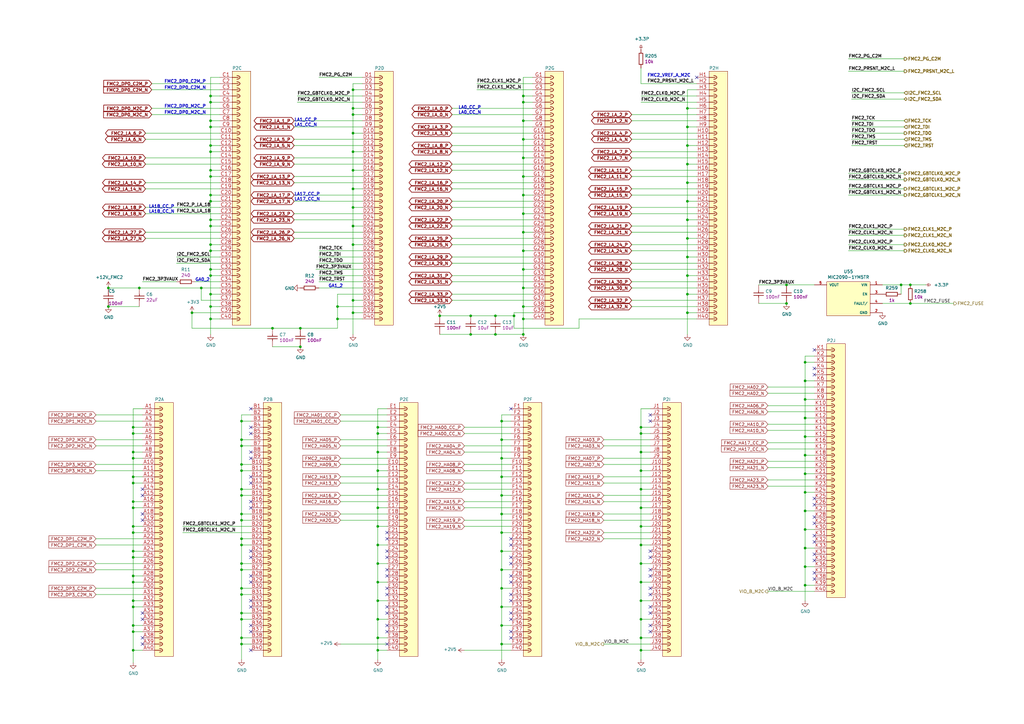
<source format=kicad_sch>
(kicad_sch (version 20211123) (generator eeschema)
  (paper "A3")
  (title_block (title "Marble") (date "2024-03-05") (rev "v1.4.3") (company "Michał Gąska / WUT") (comment 3 "FMC 2 connector"))
  (lib_symbols
    (symbol "Analog_&_Interface:MIC2090-1YM5TR" (pin_names (offset 1.016))
      (property "Reference" "U" (at 2.54 7.62 0))
      (property "Value" "MIC2090-1YM5TR" (at -3.81 -10.16 0))
      (symbol "MIC2090-1YM5TR_0_0"
        (pin input line (at -10.16 5.08 0) (length 5.08) (name "VIN") (number "1"))
        (pin passive line (at -10.16 -6.35 0) (length 5.08) (name "GND") (number "2"))
        (pin input line (at -10.16 1.27 0) (length 5.08) (name "EN") (number "3"))
        (pin output line (at -10.16 -2.54 0) (length 5.08) (name "FAULT/") (number "4"))
        (pin output line (at 17.78 5.08 180) (length 5.08) (name "VOUT") (number "5"))
      )
    )
    (symbol "Capacitors_SMD:CC0201_100NF_6.3V_10%_X5R" (pin_names (offset 1.27))
      (property "Reference" "C" (at 3.81 3.048 0))
      (property "Val" "100nF" (at 3.81 -3.048 0))
      (symbol "CC0201_100NF_6.3V_10%_X5R_0_1"
        (pin passive line (at 0 0 0) (length 2.54) (name "1") (number "1"))
        (pin passive line (at 7.62 0 180) (length 2.54) (name "2") (number "2"))
      )
    )
    (symbol "Capacitors_SMD:CC0402_100NF_25V_10%_X5R" (pin_names (offset 1.27))
      (property "Reference" "C" (at 3.81 3.048 0))
      (property "Val" "100nF" (at 3.81 -3.048 0))
      (symbol "CC0402_100NF_25V_10%_X5R_0_1"
        (pin passive line (at 0 0 0) (length 2.54) (name "1") (number "1"))
        (pin passive line (at 7.62 0 180) (length 2.54) (name "2") (number "2"))
      )
    )
    (symbol "Capacitors_SMD:CC0603_10UF_6.3V_20%_X5R" (pin_names (offset 1.27))
      (property "Reference" "C" (at 3.81 3.048 0))
      (property "Val" "10uF" (at 3.81 -3.048 0))
      (symbol "CC0603_10UF_6.3V_20%_X5R_0_1"
        (pin passive line (at 0 0 0) (length 2.54) (name "1") (number "1"))
        (pin passive line (at 7.62 0 180) (length 2.54) (name "2") (number "2"))
      )
    )
    (symbol "Capacitors_SMD:CC1206_22UF_25V_20%_X5R" (pin_names (offset 1.27))
      (property "Reference" "C" (at 3.81 3.048 0))
      (property "Val" "22uF" (at 3.81 -3.048 0))
      (symbol "CC1206_22UF_25V_20%_X5R_0_1"
        (pin passive line (at 0 0 0) (length 2.54) (name "1") (number "1"))
        (pin passive line (at 7.62 0 180) (length 2.54) (name "2") (number "2"))
      )
    )
    (symbol "Resistors_SMD:R0402_10K_1%_0.0625W_100PPM" (pin_names (offset 1.27))
      (property "Reference" "R" (at 3.81 1.778 0))
      (property "Val" "10k" (at 3.81 -1.778 0))
      (symbol "R0402_10K_1%_0.0625W_100PPM_0_1"
        (text "1%" (at 3.81 0 0) (effects (font (size 0.635 0.635))))
        (pin passive line (at 0 0 0) (length 1.524) (name "1") (number "1"))
        (pin passive line (at 7.62 0 180) (length 1.524) (name "2") (number "2"))
      )
    )
    (symbol "Resistors_SMD:R0402_1K_1%_0.0625W_100PPM" (pin_names (offset 1.27))
      (property "Reference" "R" (at 3.81 1.778 0))
      (property "Val" "1k" (at 3.81 -1.778 0))
      (symbol "R0402_1K_1%_0.0625W_100PPM_0_1"
        (text "1%" (at 3.81 0 0) (effects (font (size 0.635 0.635))))
        (pin passive line (at 0 0 0) (length 1.524) (name "1") (number "1"))
        (pin passive line (at 7.62 0 180) (length 1.524) (name "2") (number "2"))
      )
    )
    (symbol "Resistors_SMD:R0402_240R_1%_0.0625W_100PPM" (pin_names (offset 1.27))
      (property "Reference" "R" (at 3.81 1.778 0))
      (property "Val" "240" (at 3.81 -1.778 0))
      (symbol "R0402_240R_1%_0.0625W_100PPM_0_1"
        (text "1%" (at 3.81 0 0) (effects (font (size 0.635 0.635))))
        (pin passive line (at 0 0 0) (length 1.524) (name "1") (number "1"))
        (pin passive line (at 7.62 0 180) (length 1.524) (name "2") (number "2"))
      )
    )
    (symbol "SAMTEC:SAMTEC_ASP-134486-01" (pin_names (offset 1.27))
      (property "Reference" "J" (at 3.81 1.27 0))
      (symbol "SAMTEC_ASP-134486-01_1_1"
        (pin power_in line (at -5.08 -2.54 0) (length 5.08) (name "a1") (number "A1"))
        (pin bidirectional line (at -5.08 -25.4 0) (length 5.08) (name "a10") (number "A10"))
        (pin bidirectional line (at -5.08 -27.94 0) (length 5.08) (name "a11") (number "A11"))
        (pin power_in line (at -5.08 -30.48 0) (length 5.08) (name "a12") (number "A12"))
        (pin power_in line (at -5.08 -33.02 0) (length 5.08) (name "a13") (number "A13"))
        (pin bidirectional line (at -5.08 -35.56 0) (length 5.08) (name "a14") (number "A14"))
        (pin bidirectional line (at -5.08 -38.1 0) (length 5.08) (name "a15") (number "A15"))
        (pin power_in line (at -5.08 -40.64 0) (length 5.08) (name "a16") (number "A16"))
        (pin power_in line (at -5.08 -43.18 0) (length 5.08) (name "a17") (number "A17"))
        (pin bidirectional line (at -5.08 -45.72 0) (length 5.08) (name "a18") (number "A18"))
        (pin bidirectional line (at -5.08 -48.26 0) (length 5.08) (name "a19") (number "A19"))
        (pin bidirectional line (at -5.08 -5.08 0) (length 5.08) (name "a2") (number "A2"))
        (pin power_in line (at -5.08 -50.8 0) (length 5.08) (name "a20") (number "A20"))
        (pin power_in line (at -5.08 -53.34 0) (length 5.08) (name "a21") (number "A21"))
        (pin bidirectional line (at -5.08 -55.88 0) (length 5.08) (name "a22") (number "A22"))
        (pin bidirectional line (at -5.08 -58.42 0) (length 5.08) (name "a23") (number "A23"))
        (pin power_in line (at -5.08 -60.96 0) (length 5.08) (name "a24") (number "A24"))
        (pin power_in line (at -5.08 -63.5 0) (length 5.08) (name "a25") (number "A25"))
        (pin bidirectional line (at -5.08 -66.04 0) (length 5.08) (name "a26") (number "A26"))
        (pin bidirectional line (at -5.08 -68.58 0) (length 5.08) (name "a27") (number "A27"))
        (pin power_in line (at -5.08 -71.12 0) (length 5.08) (name "a28") (number "A28"))
        (pin power_in line (at -5.08 -73.66 0) (length 5.08) (name "a29") (number "A29"))
        (pin bidirectional line (at -5.08 -7.62 0) (length 5.08) (name "a3") (number "A3"))
        (pin bidirectional line (at -5.08 -76.2 0) (length 5.08) (name "a30") (number "A30"))
        (pin bidirectional line (at -5.08 -78.74 0) (length 5.08) (name "a31") (number "A31"))
        (pin power_in line (at -5.08 -81.28 0) (length 5.08) (name "a32") (number "A32"))
        (pin power_in line (at -5.08 -83.82 0) (length 5.08) (name "a33") (number "A33"))
        (pin bidirectional line (at -5.08 -86.36 0) (length 5.08) (name "a34") (number "A34"))
        (pin bidirectional line (at -5.08 -88.9 0) (length 5.08) (name "a35") (number "A35"))
        (pin power_in line (at -5.08 -91.44 0) (length 5.08) (name "a36") (number "A36"))
        (pin power_in line (at -5.08 -93.98 0) (length 5.08) (name "a37") (number "A37"))
        (pin bidirectional line (at -5.08 -96.52 0) (length 5.08) (name "a38") (number "A38"))
        (pin bidirectional line (at -5.08 -99.06 0) (length 5.08) (name "a39") (number "A39"))
        (pin power_in line (at -5.08 -10.16 0) (length 5.08) (name "a4") (number "A4"))
        (pin power_in line (at -5.08 -101.6 0) (length 5.08) (name "a40") (number "A40"))
        (pin power_in line (at -5.08 -12.7 0) (length 5.08) (name "a5") (number "A5"))
        (pin bidirectional line (at -5.08 -15.24 0) (length 5.08) (name "a6") (number "A6"))
        (pin bidirectional line (at -5.08 -17.78 0) (length 5.08) (name "a7") (number "A7"))
        (pin power_in line (at -5.08 -20.32 0) (length 5.08) (name "a8") (number "A8"))
        (pin power_in line (at -5.08 -22.86 0) (length 5.08) (name "a9") (number "A9"))
      )
      (symbol "SAMTEC_ASP-134486-01_2_1"
        (pin bidirectional line (at -5.08 -2.54 0) (length 5.08) (name "b1") (number "B1"))
        (pin power_in line (at -5.08 -25.4 0) (length 5.08) (name "b10") (number "B10"))
        (pin power_in line (at -5.08 -27.94 0) (length 5.08) (name "b11") (number "B11"))
        (pin bidirectional line (at -5.08 -30.48 0) (length 5.08) (name "b12") (number "B12"))
        (pin bidirectional line (at -5.08 -33.02 0) (length 5.08) (name "b13") (number "B13"))
        (pin power_in line (at -5.08 -35.56 0) (length 5.08) (name "b14") (number "B14"))
        (pin power_in line (at -5.08 -38.1 0) (length 5.08) (name "b15") (number "B15"))
        (pin bidirectional line (at -5.08 -40.64 0) (length 5.08) (name "b16") (number "B16"))
        (pin bidirectional line (at -5.08 -43.18 0) (length 5.08) (name "b17") (number "B17"))
        (pin power_in line (at -5.08 -45.72 0) (length 5.08) (name "b18") (number "B18"))
        (pin power_in line (at -5.08 -48.26 0) (length 5.08) (name "b19") (number "B19"))
        (pin power_in line (at -5.08 -5.08 0) (length 5.08) (name "b2") (number "B2"))
        (pin bidirectional line (at -5.08 -50.8 0) (length 5.08) (name "b20") (number "B20"))
        (pin bidirectional line (at -5.08 -53.34 0) (length 5.08) (name "b21") (number "B21"))
        (pin power_in line (at -5.08 -55.88 0) (length 5.08) (name "b22") (number "B22"))
        (pin power_in line (at -5.08 -58.42 0) (length 5.08) (name "b23") (number "B23"))
        (pin bidirectional line (at -5.08 -60.96 0) (length 5.08) (name "b24") (number "B24"))
        (pin bidirectional line (at -5.08 -63.5 0) (length 5.08) (name "b25") (number "B25"))
        (pin power_in line (at -5.08 -66.04 0) (length 5.08) (name "b26") (number "B26"))
        (pin power_in line (at -5.08 -68.58 0) (length 5.08) (name "b27") (number "B27"))
        (pin bidirectional line (at -5.08 -71.12 0) (length 5.08) (name "b28") (number "B28"))
        (pin bidirectional line (at -5.08 -73.66 0) (length 5.08) (name "b29") (number "B29"))
        (pin power_in line (at -5.08 -7.62 0) (length 5.08) (name "b3") (number "B3"))
        (pin power_in line (at -5.08 -76.2 0) (length 5.08) (name "b30") (number "B30"))
        (pin power_in line (at -5.08 -78.74 0) (length 5.08) (name "b31") (number "B31"))
        (pin bidirectional line (at -5.08 -81.28 0) (length 5.08) (name "b32") (number "B32"))
        (pin bidirectional line (at -5.08 -83.82 0) (length 5.08) (name "b33") (number "B33"))
        (pin power_in line (at -5.08 -86.36 0) (length 5.08) (name "b34") (number "B34"))
        (pin power_in line (at -5.08 -88.9 0) (length 5.08) (name "b35") (number "B35"))
        (pin bidirectional line (at -5.08 -91.44 0) (length 5.08) (name "b36") (number "B36"))
        (pin bidirectional line (at -5.08 -93.98 0) (length 5.08) (name "b37") (number "B37"))
        (pin power_in line (at -5.08 -96.52 0) (length 5.08) (name "b38") (number "B38"))
        (pin power_in line (at -5.08 -99.06 0) (length 5.08) (name "b39") (number "B39"))
        (pin bidirectional line (at -5.08 -10.16 0) (length 5.08) (name "b4") (number "B4"))
        (pin bidirectional line (at -5.08 -101.6 0) (length 5.08) (name "b40") (number "B40"))
        (pin bidirectional line (at -5.08 -12.7 0) (length 5.08) (name "b5") (number "B5"))
        (pin power_in line (at -5.08 -15.24 0) (length 5.08) (name "b6") (number "B6"))
        (pin power_in line (at -5.08 -17.78 0) (length 5.08) (name "b7") (number "B7"))
        (pin bidirectional line (at -5.08 -20.32 0) (length 5.08) (name "b8") (number "B8"))
        (pin bidirectional line (at -5.08 -22.86 0) (length 5.08) (name "b9") (number "B9"))
      )
      (symbol "SAMTEC_ASP-134486-01_3_1"
        (pin power_in line (at -5.08 -2.54 0) (length 5.08) (name "c1") (number "C1"))
        (pin bidirectional line (at -5.08 -25.4 0) (length 5.08) (name "c10") (number "C10"))
        (pin bidirectional line (at -5.08 -27.94 0) (length 5.08) (name "c11") (number "C11"))
        (pin power_in line (at -5.08 -30.48 0) (length 5.08) (name "c12") (number "C12"))
        (pin power_in line (at -5.08 -33.02 0) (length 5.08) (name "c13") (number "C13"))
        (pin bidirectional line (at -5.08 -35.56 0) (length 5.08) (name "c14") (number "C14"))
        (pin bidirectional line (at -5.08 -38.1 0) (length 5.08) (name "c15") (number "C15"))
        (pin power_in line (at -5.08 -40.64 0) (length 5.08) (name "c16") (number "C16"))
        (pin power_in line (at -5.08 -43.18 0) (length 5.08) (name "c17") (number "C17"))
        (pin bidirectional line (at -5.08 -45.72 0) (length 5.08) (name "c18") (number "C18"))
        (pin bidirectional line (at -5.08 -48.26 0) (length 5.08) (name "c19") (number "C19"))
        (pin bidirectional line (at -5.08 -5.08 0) (length 5.08) (name "c2") (number "C2"))
        (pin power_in line (at -5.08 -50.8 0) (length 5.08) (name "c20") (number "C20"))
        (pin power_in line (at -5.08 -53.34 0) (length 5.08) (name "c21") (number "C21"))
        (pin bidirectional line (at -5.08 -55.88 0) (length 5.08) (name "c22") (number "C22"))
        (pin bidirectional line (at -5.08 -58.42 0) (length 5.08) (name "c23") (number "C23"))
        (pin power_in line (at -5.08 -60.96 0) (length 5.08) (name "c24") (number "C24"))
        (pin power_in line (at -5.08 -63.5 0) (length 5.08) (name "c25") (number "C25"))
        (pin bidirectional line (at -5.08 -66.04 0) (length 5.08) (name "c26") (number "C26"))
        (pin bidirectional line (at -5.08 -68.58 0) (length 5.08) (name "c27") (number "C27"))
        (pin power_in line (at -5.08 -71.12 0) (length 5.08) (name "c28") (number "C28"))
        (pin power_in line (at -5.08 -73.66 0) (length 5.08) (name "c29") (number "C29"))
        (pin bidirectional line (at -5.08 -7.62 0) (length 5.08) (name "c3") (number "C3"))
        (pin bidirectional line (at -5.08 -76.2 0) (length 5.08) (name "c30") (number "C30"))
        (pin bidirectional line (at -5.08 -78.74 0) (length 5.08) (name "c31") (number "C31"))
        (pin power_in line (at -5.08 -81.28 0) (length 5.08) (name "c32") (number "C32"))
        (pin power_in line (at -5.08 -83.82 0) (length 5.08) (name "c33") (number "C33"))
        (pin bidirectional line (at -5.08 -86.36 0) (length 5.08) (name "c34") (number "C34"))
        (pin power_in line (at -5.08 -88.9 0) (length 5.08) (name "c35") (number "C35"))
        (pin power_in line (at -5.08 -91.44 0) (length 5.08) (name "c36") (number "C36"))
        (pin power_in line (at -5.08 -93.98 0) (length 5.08) (name "c37") (number "C37"))
        (pin power_in line (at -5.08 -96.52 0) (length 5.08) (name "c38") (number "C38"))
        (pin power_in line (at -5.08 -99.06 0) (length 5.08) (name "c39") (number "C39"))
        (pin power_in line (at -5.08 -10.16 0) (length 5.08) (name "c4") (number "C4"))
        (pin power_in line (at -5.08 -101.6 0) (length 5.08) (name "c40") (number "C40"))
        (pin power_in line (at -5.08 -12.7 0) (length 5.08) (name "c5") (number "C5"))
        (pin bidirectional line (at -5.08 -15.24 0) (length 5.08) (name "c6") (number "C6"))
        (pin bidirectional line (at -5.08 -17.78 0) (length 5.08) (name "c7") (number "C7"))
        (pin power_in line (at -5.08 -20.32 0) (length 5.08) (name "c8") (number "C8"))
        (pin power_in line (at -5.08 -22.86 0) (length 5.08) (name "c9") (number "C9"))
      )
      (symbol "SAMTEC_ASP-134486-01_4_1"
        (pin bidirectional line (at -5.08 -2.54 0) (length 5.08) (name "d1") (number "D1"))
        (pin power_in line (at -5.08 -25.4 0) (length 5.08) (name "d10") (number "D10"))
        (pin bidirectional line (at -5.08 -27.94 0) (length 5.08) (name "d11") (number "D11"))
        (pin bidirectional line (at -5.08 -30.48 0) (length 5.08) (name "d12") (number "D12"))
        (pin power_in line (at -5.08 -33.02 0) (length 5.08) (name "d13") (number "D13"))
        (pin bidirectional line (at -5.08 -35.56 0) (length 5.08) (name "d14") (number "D14"))
        (pin bidirectional line (at -5.08 -38.1 0) (length 5.08) (name "d15") (number "D15"))
        (pin power_in line (at -5.08 -40.64 0) (length 5.08) (name "d16") (number "D16"))
        (pin bidirectional line (at -5.08 -43.18 0) (length 5.08) (name "d17") (number "D17"))
        (pin bidirectional line (at -5.08 -45.72 0) (length 5.08) (name "d18") (number "D18"))
        (pin power_in line (at -5.08 -48.26 0) (length 5.08) (name "d19") (number "D19"))
        (pin power_in line (at -5.08 -5.08 0) (length 5.08) (name "d2") (number "D2"))
        (pin bidirectional line (at -5.08 -50.8 0) (length 5.08) (name "d20") (number "D20"))
        (pin bidirectional line (at -5.08 -53.34 0) (length 5.08) (name "d21") (number "D21"))
        (pin power_in line (at -5.08 -55.88 0) (length 5.08) (name "d22") (number "D22"))
        (pin bidirectional line (at -5.08 -58.42 0) (length 5.08) (name "d23") (number "D23"))
        (pin bidirectional line (at -5.08 -60.96 0) (length 5.08) (name "d24") (number "D24"))
        (pin power_in line (at -5.08 -63.5 0) (length 5.08) (name "d25") (number "D25"))
        (pin bidirectional line (at -5.08 -66.04 0) (length 5.08) (name "d26") (number "D26"))
        (pin bidirectional line (at -5.08 -68.58 0) (length 5.08) (name "d27") (number "D27"))
        (pin power_in line (at -5.08 -71.12 0) (length 5.08) (name "d28") (number "D28"))
        (pin bidirectional line (at -5.08 -73.66 0) (length 5.08) (name "d29") (number "D29"))
        (pin power_in line (at -5.08 -7.62 0) (length 5.08) (name "d3") (number "D3"))
        (pin bidirectional line (at -5.08 -76.2 0) (length 5.08) (name "d30") (number "D30"))
        (pin bidirectional line (at -5.08 -78.74 0) (length 5.08) (name "d31") (number "D31"))
        (pin bidirectional line (at -5.08 -81.28 0) (length 5.08) (name "d32") (number "D32"))
        (pin bidirectional line (at -5.08 -83.82 0) (length 5.08) (name "d33") (number "D33"))
        (pin bidirectional line (at -5.08 -86.36 0) (length 5.08) (name "d34") (number "D34"))
        (pin bidirectional line (at -5.08 -88.9 0) (length 5.08) (name "d35") (number "D35"))
        (pin power_in line (at -5.08 -91.44 0) (length 5.08) (name "d36") (number "D36"))
        (pin power_in line (at -5.08 -93.98 0) (length 5.08) (name "d37") (number "D37"))
        (pin power_in line (at -5.08 -96.52 0) (length 5.08) (name "d38") (number "D38"))
        (pin power_in line (at -5.08 -99.06 0) (length 5.08) (name "d39") (number "D39"))
        (pin bidirectional line (at -5.08 -10.16 0) (length 5.08) (name "d4") (number "D4"))
        (pin power_in line (at -5.08 -101.6 0) (length 5.08) (name "d40") (number "D40"))
        (pin bidirectional line (at -5.08 -12.7 0) (length 5.08) (name "d5") (number "D5"))
        (pin power_in line (at -5.08 -15.24 0) (length 5.08) (name "d6") (number "D6"))
        (pin power_in line (at -5.08 -17.78 0) (length 5.08) (name "d7") (number "D7"))
        (pin bidirectional line (at -5.08 -20.32 0) (length 5.08) (name "d8") (number "D8"))
        (pin bidirectional line (at -5.08 -22.86 0) (length 5.08) (name "d9") (number "D9"))
      )
      (symbol "SAMTEC_ASP-134486-01_5_1"
        (pin power_in line (at -5.08 -2.54 0) (length 5.08) (name "e1") (number "E1"))
        (pin bidirectional line (at -5.08 -25.4 0) (length 5.08) (name "e10") (number "E10"))
        (pin power_in line (at -5.08 -27.94 0) (length 5.08) (name "e11") (number "E11"))
        (pin bidirectional line (at -5.08 -30.48 0) (length 5.08) (name "e12") (number "E12"))
        (pin bidirectional line (at -5.08 -33.02 0) (length 5.08) (name "e13") (number "E13"))
        (pin power_in line (at -5.08 -35.56 0) (length 5.08) (name "e14") (number "E14"))
        (pin bidirectional line (at -5.08 -38.1 0) (length 5.08) (name "e15") (number "E15"))
        (pin bidirectional line (at -5.08 -40.64 0) (length 5.08) (name "e16") (number "E16"))
        (pin power_in line (at -5.08 -43.18 0) (length 5.08) (name "e17") (number "E17"))
        (pin bidirectional line (at -5.08 -45.72 0) (length 5.08) (name "e18") (number "E18"))
        (pin bidirectional line (at -5.08 -48.26 0) (length 5.08) (name "e19") (number "E19"))
        (pin bidirectional line (at -5.08 -5.08 0) (length 5.08) (name "e2") (number "E2"))
        (pin power_in line (at -5.08 -50.8 0) (length 5.08) (name "e20") (number "E20"))
        (pin bidirectional line (at -5.08 -53.34 0) (length 5.08) (name "e21") (number "E21"))
        (pin bidirectional line (at -5.08 -55.88 0) (length 5.08) (name "e22") (number "E22"))
        (pin power_in line (at -5.08 -58.42 0) (length 5.08) (name "e23") (number "E23"))
        (pin bidirectional line (at -5.08 -60.96 0) (length 5.08) (name "e24") (number "E24"))
        (pin bidirectional line (at -5.08 -63.5 0) (length 5.08) (name "e25") (number "E25"))
        (pin power_in line (at -5.08 -66.04 0) (length 5.08) (name "e26") (number "E26"))
        (pin bidirectional line (at -5.08 -68.58 0) (length 5.08) (name "e27") (number "E27"))
        (pin bidirectional line (at -5.08 -71.12 0) (length 5.08) (name "e28") (number "E28"))
        (pin power_in line (at -5.08 -73.66 0) (length 5.08) (name "e29") (number "E29"))
        (pin bidirectional line (at -5.08 -7.62 0) (length 5.08) (name "e3") (number "E3"))
        (pin bidirectional line (at -5.08 -76.2 0) (length 5.08) (name "e30") (number "E30"))
        (pin bidirectional line (at -5.08 -78.74 0) (length 5.08) (name "e31") (number "E31"))
        (pin power_in line (at -5.08 -81.28 0) (length 5.08) (name "e32") (number "E32"))
        (pin bidirectional line (at -5.08 -83.82 0) (length 5.08) (name "e33") (number "E33"))
        (pin bidirectional line (at -5.08 -86.36 0) (length 5.08) (name "e34") (number "E34"))
        (pin power_in line (at -5.08 -88.9 0) (length 5.08) (name "e35") (number "E35"))
        (pin bidirectional line (at -5.08 -91.44 0) (length 5.08) (name "e36") (number "E36"))
        (pin bidirectional line (at -5.08 -93.98 0) (length 5.08) (name "e37") (number "E37"))
        (pin power_in line (at -5.08 -96.52 0) (length 5.08) (name "e38") (number "E38"))
        (pin power_in line (at -5.08 -99.06 0) (length 5.08) (name "e39") (number "E39"))
        (pin power_in line (at -5.08 -10.16 0) (length 5.08) (name "e4") (number "E4"))
        (pin power_in line (at -5.08 -101.6 0) (length 5.08) (name "e40") (number "E40"))
        (pin power_in line (at -5.08 -12.7 0) (length 5.08) (name "e5") (number "E5"))
        (pin bidirectional line (at -5.08 -15.24 0) (length 5.08) (name "e6") (number "E6"))
        (pin bidirectional line (at -5.08 -17.78 0) (length 5.08) (name "e7") (number "E7"))
        (pin power_in line (at -5.08 -20.32 0) (length 5.08) (name "e8") (number "E8"))
        (pin bidirectional line (at -5.08 -22.86 0) (length 5.08) (name "e9") (number "E9"))
      )
      (symbol "SAMTEC_ASP-134486-01_6_1"
        (pin bidirectional line (at -5.08 -2.54 0) (length 5.08) (name "f1") (number "F1"))
        (pin bidirectional line (at -5.08 -25.4 0) (length 5.08) (name "f10") (number "F10"))
        (pin bidirectional line (at -5.08 -27.94 0) (length 5.08) (name "f11") (number "F11"))
        (pin power_in line (at -5.08 -30.48 0) (length 5.08) (name "f12") (number "F12"))
        (pin bidirectional line (at -5.08 -33.02 0) (length 5.08) (name "f13") (number "F13"))
        (pin bidirectional line (at -5.08 -35.56 0) (length 5.08) (name "f14") (number "F14"))
        (pin power_in line (at -5.08 -38.1 0) (length 5.08) (name "f15") (number "F15"))
        (pin bidirectional line (at -5.08 -40.64 0) (length 5.08) (name "f16") (number "F16"))
        (pin bidirectional line (at -5.08 -43.18 0) (length 5.08) (name "f17") (number "F17"))
        (pin power_in line (at -5.08 -45.72 0) (length 5.08) (name "f18") (number "F18"))
        (pin bidirectional line (at -5.08 -48.26 0) (length 5.08) (name "f19") (number "F19"))
        (pin power_in line (at -5.08 -5.08 0) (length 5.08) (name "f2") (number "F2"))
        (pin bidirectional line (at -5.08 -50.8 0) (length 5.08) (name "f20") (number "F20"))
        (pin power_in line (at -5.08 -53.34 0) (length 5.08) (name "f21") (number "F21"))
        (pin bidirectional line (at -5.08 -55.88 0) (length 5.08) (name "f22") (number "F22"))
        (pin bidirectional line (at -5.08 -58.42 0) (length 5.08) (name "f23") (number "F23"))
        (pin power_in line (at -5.08 -60.96 0) (length 5.08) (name "f24") (number "F24"))
        (pin bidirectional line (at -5.08 -63.5 0) (length 5.08) (name "f25") (number "F25"))
        (pin bidirectional line (at -5.08 -66.04 0) (length 5.08) (name "f26") (number "F26"))
        (pin power_in line (at -5.08 -68.58 0) (length 5.08) (name "f27") (number "F27"))
        (pin bidirectional line (at -5.08 -71.12 0) (length 5.08) (name "f28") (number "F28"))
        (pin bidirectional line (at -5.08 -73.66 0) (length 5.08) (name "f29") (number "F29"))
        (pin power_in line (at -5.08 -7.62 0) (length 5.08) (name "f3") (number "F3"))
        (pin power_in line (at -5.08 -76.2 0) (length 5.08) (name "f30") (number "F30"))
        (pin bidirectional line (at -5.08 -78.74 0) (length 5.08) (name "f31") (number "F31"))
        (pin bidirectional line (at -5.08 -81.28 0) (length 5.08) (name "f32") (number "F32"))
        (pin power_in line (at -5.08 -83.82 0) (length 5.08) (name "f33") (number "F33"))
        (pin bidirectional line (at -5.08 -86.36 0) (length 5.08) (name "f34") (number "F34"))
        (pin bidirectional line (at -5.08 -88.9 0) (length 5.08) (name "f35") (number "F35"))
        (pin power_in line (at -5.08 -91.44 0) (length 5.08) (name "f36") (number "F36"))
        (pin bidirectional line (at -5.08 -93.98 0) (length 5.08) (name "f37") (number "F37"))
        (pin bidirectional line (at -5.08 -96.52 0) (length 5.08) (name "f38") (number "F38"))
        (pin power_in line (at -5.08 -99.06 0) (length 5.08) (name "f39") (number "F39"))
        (pin bidirectional line (at -5.08 -10.16 0) (length 5.08) (name "f4") (number "F4"))
        (pin power_in line (at -5.08 -101.6 0) (length 5.08) (name "f40") (number "F40"))
        (pin bidirectional line (at -5.08 -12.7 0) (length 5.08) (name "f5") (number "F5"))
        (pin power_in line (at -5.08 -15.24 0) (length 5.08) (name "f6") (number "F6"))
        (pin bidirectional line (at -5.08 -17.78 0) (length 5.08) (name "f7") (number "F7"))
        (pin bidirectional line (at -5.08 -20.32 0) (length 5.08) (name "f8") (number "F8"))
        (pin power_in line (at -5.08 -22.86 0) (length 5.08) (name "f9") (number "F9"))
      )
      (symbol "SAMTEC_ASP-134486-01_7_1"
        (pin power_in line (at -5.08 -2.54 0) (length 5.08) (name "g1") (number "G1"))
        (pin bidirectional line (at -5.08 -25.4 0) (length 5.08) (name "g10") (number "G10"))
        (pin power_in line (at -5.08 -27.94 0) (length 5.08) (name "g11") (number "G11"))
        (pin bidirectional line (at -5.08 -30.48 0) (length 5.08) (name "g12") (number "G12"))
        (pin bidirectional line (at -5.08 -33.02 0) (length 5.08) (name "g13") (number "G13"))
        (pin power_in line (at -5.08 -35.56 0) (length 5.08) (name "g14") (number "G14"))
        (pin bidirectional line (at -5.08 -38.1 0) (length 5.08) (name "g15") (number "G15"))
        (pin bidirectional line (at -5.08 -40.64 0) (length 5.08) (name "g16") (number "G16"))
        (pin power_in line (at -5.08 -43.18 0) (length 5.08) (name "g17") (number "G17"))
        (pin bidirectional line (at -5.08 -45.72 0) (length 5.08) (name "g18") (number "G18"))
        (pin bidirectional line (at -5.08 -48.26 0) (length 5.08) (name "g19") (number "G19"))
        (pin bidirectional line (at -5.08 -5.08 0) (length 5.08) (name "g2") (number "G2"))
        (pin power_in line (at -5.08 -50.8 0) (length 5.08) (name "g20") (number "G20"))
        (pin bidirectional line (at -5.08 -53.34 0) (length 5.08) (name "g21") (number "G21"))
        (pin bidirectional line (at -5.08 -55.88 0) (length 5.08) (name "g22") (number "G22"))
        (pin power_in line (at -5.08 -58.42 0) (length 5.08) (name "g23") (number "G23"))
        (pin bidirectional line (at -5.08 -60.96 0) (length 5.08) (name "g24") (number "G24"))
        (pin bidirectional line (at -5.08 -63.5 0) (length 5.08) (name "g25") (number "G25"))
        (pin power_in line (at -5.08 -66.04 0) (length 5.08) (name "g26") (number "G26"))
        (pin bidirectional line (at -5.08 -68.58 0) (length 5.08) (name "g27") (number "G27"))
        (pin bidirectional line (at -5.08 -71.12 0) (length 5.08) (name "g28") (number "G28"))
        (pin power_in line (at -5.08 -73.66 0) (length 5.08) (name "g29") (number "G29"))
        (pin bidirectional line (at -5.08 -7.62 0) (length 5.08) (name "g3") (number "G3"))
        (pin bidirectional line (at -5.08 -76.2 0) (length 5.08) (name "g30") (number "G30"))
        (pin bidirectional line (at -5.08 -78.74 0) (length 5.08) (name "g31") (number "G31"))
        (pin power_in line (at -5.08 -81.28 0) (length 5.08) (name "g32") (number "G32"))
        (pin bidirectional line (at -5.08 -83.82 0) (length 5.08) (name "g33") (number "G33"))
        (pin bidirectional line (at -5.08 -86.36 0) (length 5.08) (name "g34") (number "G34"))
        (pin power_in line (at -5.08 -88.9 0) (length 5.08) (name "g35") (number "G35"))
        (pin bidirectional line (at -5.08 -91.44 0) (length 5.08) (name "g36") (number "G36"))
        (pin bidirectional line (at -5.08 -93.98 0) (length 5.08) (name "g37") (number "G37"))
        (pin power_in line (at -5.08 -96.52 0) (length 5.08) (name "g38") (number "G38"))
        (pin power_in line (at -5.08 -99.06 0) (length 5.08) (name "g39") (number "G39"))
        (pin power_in line (at -5.08 -10.16 0) (length 5.08) (name "g4") (number "G4"))
        (pin power_in line (at -5.08 -101.6 0) (length 5.08) (name "g40") (number "G40"))
        (pin power_in line (at -5.08 -12.7 0) (length 5.08) (name "g5") (number "G5"))
        (pin bidirectional line (at -5.08 -15.24 0) (length 5.08) (name "g6") (number "G6"))
        (pin bidirectional line (at -5.08 -17.78 0) (length 5.08) (name "g7") (number "G7"))
        (pin power_in line (at -5.08 -20.32 0) (length 5.08) (name "g8") (number "G8"))
        (pin bidirectional line (at -5.08 -22.86 0) (length 5.08) (name "g9") (number "G9"))
      )
      (symbol "SAMTEC_ASP-134486-01_8_1"
        (pin bidirectional line (at -5.08 -2.54 0) (length 5.08) (name "h1") (number "H1"))
        (pin bidirectional line (at -5.08 -25.4 0) (length 5.08) (name "h10") (number "H10"))
        (pin bidirectional line (at -5.08 -27.94 0) (length 5.08) (name "h11") (number "H11"))
        (pin power_in line (at -5.08 -30.48 0) (length 5.08) (name "h12") (number "H12"))
        (pin bidirectional line (at -5.08 -33.02 0) (length 5.08) (name "h13") (number "H13"))
        (pin bidirectional line (at -5.08 -35.56 0) (length 5.08) (name "h14") (number "H14"))
        (pin power_in line (at -5.08 -38.1 0) (length 5.08) (name "h15") (number "H15"))
        (pin bidirectional line (at -5.08 -40.64 0) (length 5.08) (name "h16") (number "H16"))
        (pin bidirectional line (at -5.08 -43.18 0) (length 5.08) (name "h17") (number "H17"))
        (pin power_in line (at -5.08 -45.72 0) (length 5.08) (name "h18") (number "H18"))
        (pin bidirectional line (at -5.08 -48.26 0) (length 5.08) (name "h19") (number "H19"))
        (pin bidirectional line (at -5.08 -5.08 0) (length 5.08) (name "h2") (number "H2"))
        (pin bidirectional line (at -5.08 -50.8 0) (length 5.08) (name "h20") (number "H20"))
        (pin power_in line (at -5.08 -53.34 0) (length 5.08) (name "h21") (number "H21"))
        (pin bidirectional line (at -5.08 -55.88 0) (length 5.08) (name "h22") (number "H22"))
        (pin bidirectional line (at -5.08 -58.42 0) (length 5.08) (name "h23") (number "H23"))
        (pin power_in line (at -5.08 -60.96 0) (length 5.08) (name "h24") (number "H24"))
        (pin bidirectional line (at -5.08 -63.5 0) (length 5.08) (name "h25") (number "H25"))
        (pin bidirectional line (at -5.08 -66.04 0) (length 5.08) (name "h26") (number "H26"))
        (pin power_in line (at -5.08 -68.58 0) (length 5.08) (name "h27") (number "H27"))
        (pin bidirectional line (at -5.08 -71.12 0) (length 5.08) (name "h28") (number "H28"))
        (pin bidirectional line (at -5.08 -73.66 0) (length 5.08) (name "h29") (number "H29"))
        (pin power_in line (at -5.08 -7.62 0) (length 5.08) (name "h3") (number "H3"))
        (pin power_in line (at -5.08 -76.2 0) (length 5.08) (name "h30") (number "H30"))
        (pin bidirectional line (at -5.08 -78.74 0) (length 5.08) (name "h31") (number "H31"))
        (pin bidirectional line (at -5.08 -81.28 0) (length 5.08) (name "h32") (number "H32"))
        (pin power_in line (at -5.08 -83.82 0) (length 5.08) (name "h33") (number "H33"))
        (pin bidirectional line (at -5.08 -86.36 0) (length 5.08) (name "h34") (number "H34"))
        (pin bidirectional line (at -5.08 -88.9 0) (length 5.08) (name "h35") (number "H35"))
        (pin power_in line (at -5.08 -91.44 0) (length 5.08) (name "h36") (number "H36"))
        (pin bidirectional line (at -5.08 -93.98 0) (length 5.08) (name "h37") (number "H37"))
        (pin bidirectional line (at -5.08 -96.52 0) (length 5.08) (name "h38") (number "H38"))
        (pin power_in line (at -5.08 -99.06 0) (length 5.08) (name "h39") (number "H39"))
        (pin bidirectional line (at -5.08 -10.16 0) (length 5.08) (name "h4") (number "H4"))
        (pin power_in line (at -5.08 -101.6 0) (length 5.08) (name "h40") (number "H40"))
        (pin bidirectional line (at -5.08 -12.7 0) (length 5.08) (name "h5") (number "H5"))
        (pin power_in line (at -5.08 -15.24 0) (length 5.08) (name "h6") (number "H6"))
        (pin bidirectional line (at -5.08 -17.78 0) (length 5.08) (name "h7") (number "H7"))
        (pin bidirectional line (at -5.08 -20.32 0) (length 5.08) (name "h8") (number "H8"))
        (pin power_in line (at -5.08 -22.86 0) (length 5.08) (name "h9") (number "H9"))
      )
      (symbol "SAMTEC_ASP-134486-01_9_1"
        (pin power_in line (at -5.08 -2.54 0) (length 5.08) (name "j1") (number "J1"))
        (pin bidirectional line (at -5.08 -25.4 0) (length 5.08) (name "j10") (number "J10"))
        (pin power_in line (at -5.08 -27.94 0) (length 5.08) (name "j11") (number "J11"))
        (pin bidirectional line (at -5.08 -30.48 0) (length 5.08) (name "j12") (number "J12"))
        (pin bidirectional line (at -5.08 -33.02 0) (length 5.08) (name "j13") (number "J13"))
        (pin power_in line (at -5.08 -35.56 0) (length 5.08) (name "j14") (number "J14"))
        (pin bidirectional line (at -5.08 -38.1 0) (length 5.08) (name "j15") (number "J15"))
        (pin bidirectional line (at -5.08 -40.64 0) (length 5.08) (name "j16") (number "J16"))
        (pin power_in line (at -5.08 -43.18 0) (length 5.08) (name "j17") (number "J17"))
        (pin bidirectional line (at -5.08 -45.72 0) (length 5.08) (name "j18") (number "J18"))
        (pin bidirectional line (at -5.08 -48.26 0) (length 5.08) (name "j19") (number "J19"))
        (pin bidirectional line (at -5.08 -5.08 0) (length 5.08) (name "j2") (number "J2"))
        (pin power_in line (at -5.08 -50.8 0) (length 5.08) (name "j20") (number "J20"))
        (pin bidirectional line (at -5.08 -53.34 0) (length 5.08) (name "j21") (number "J21"))
        (pin bidirectional line (at -5.08 -55.88 0) (length 5.08) (name "j22") (number "J22"))
        (pin power_in line (at -5.08 -58.42 0) (length 5.08) (name "j23") (number "J23"))
        (pin bidirectional line (at -5.08 -60.96 0) (length 5.08) (name "j24") (number "J24"))
        (pin bidirectional line (at -5.08 -63.5 0) (length 5.08) (name "j25") (number "J25"))
        (pin power_in line (at -5.08 -66.04 0) (length 5.08) (name "j26") (number "J26"))
        (pin bidirectional line (at -5.08 -68.58 0) (length 5.08) (name "j27") (number "J27"))
        (pin bidirectional line (at -5.08 -71.12 0) (length 5.08) (name "j28") (number "J28"))
        (pin power_in line (at -5.08 -73.66 0) (length 5.08) (name "j29") (number "J29"))
        (pin bidirectional line (at -5.08 -7.62 0) (length 5.08) (name "j3") (number "J3"))
        (pin bidirectional line (at -5.08 -76.2 0) (length 5.08) (name "j30") (number "J30"))
        (pin bidirectional line (at -5.08 -78.74 0) (length 5.08) (name "j31") (number "J31"))
        (pin power_in line (at -5.08 -81.28 0) (length 5.08) (name "j32") (number "J32"))
        (pin bidirectional line (at -5.08 -83.82 0) (length 5.08) (name "j33") (number "J33"))
        (pin bidirectional line (at -5.08 -86.36 0) (length 5.08) (name "j34") (number "J34"))
        (pin power_in line (at -5.08 -88.9 0) (length 5.08) (name "j35") (number "J35"))
        (pin bidirectional line (at -5.08 -91.44 0) (length 5.08) (name "j36") (number "J36"))
        (pin bidirectional line (at -5.08 -93.98 0) (length 5.08) (name "j37") (number "J37"))
        (pin power_in line (at -5.08 -96.52 0) (length 5.08) (name "j38") (number "J38"))
        (pin power_in line (at -5.08 -99.06 0) (length 5.08) (name "j39") (number "J39"))
        (pin power_in line (at -5.08 -10.16 0) (length 5.08) (name "j4") (number "J4"))
        (pin power_in line (at -5.08 -101.6 0) (length 5.08) (name "j40") (number "J40"))
        (pin power_in line (at -5.08 -12.7 0) (length 5.08) (name "j5") (number "J5"))
        (pin bidirectional line (at -5.08 -15.24 0) (length 5.08) (name "j6") (number "J6"))
        (pin bidirectional line (at -5.08 -17.78 0) (length 5.08) (name "j7") (number "J7"))
        (pin power_in line (at -5.08 -20.32 0) (length 5.08) (name "j8") (number "J8"))
        (pin bidirectional line (at -5.08 -22.86 0) (length 5.08) (name "j9") (number "J9"))
      )
      (symbol "SAMTEC_ASP-134486-01_10_1"
        (pin power_in line (at -5.08 -2.54 0) (length 5.08) (name "k1") (number "K1"))
        (pin bidirectional line (at -5.08 -25.4 0) (length 5.08) (name "k10") (number "K10"))
        (pin bidirectional line (at -5.08 -27.94 0) (length 5.08) (name "k11") (number "K11"))
        (pin power_in line (at -5.08 -30.48 0) (length 5.08) (name "k12") (number "K12"))
        (pin bidirectional line (at -5.08 -33.02 0) (length 5.08) (name "k13") (number "K13"))
        (pin bidirectional line (at -5.08 -35.56 0) (length 5.08) (name "k14") (number "K14"))
        (pin power_in line (at -5.08 -38.1 0) (length 5.08) (name "k15") (number "K15"))
        (pin bidirectional line (at -5.08 -40.64 0) (length 5.08) (name "k16") (number "K16"))
        (pin bidirectional line (at -5.08 -43.18 0) (length 5.08) (name "k17") (number "K17"))
        (pin power_in line (at -5.08 -45.72 0) (length 5.08) (name "k18") (number "K18"))
        (pin bidirectional line (at -5.08 -48.26 0) (length 5.08) (name "k19") (number "K19"))
        (pin power_in line (at -5.08 -5.08 0) (length 5.08) (name "k2") (number "K2"))
        (pin bidirectional line (at -5.08 -50.8 0) (length 5.08) (name "k20") (number "K20"))
        (pin power_in line (at -5.08 -53.34 0) (length 5.08) (name "k21") (number "K21"))
        (pin bidirectional line (at -5.08 -55.88 0) (length 5.08) (name "k22") (number "K22"))
        (pin bidirectional line (at -5.08 -58.42 0) (length 5.08) (name "k23") (number "K23"))
        (pin power_in line (at -5.08 -60.96 0) (length 5.08) (name "k24") (number "K24"))
        (pin bidirectional line (at -5.08 -63.5 0) (length 5.08) (name "k25") (number "K25"))
        (pin bidirectional line (at -5.08 -66.04 0) (length 5.08) (name "k26") (number "K26"))
        (pin power_in line (at -5.08 -68.58 0) (length 5.08) (name "k27") (number "K27"))
        (pin bidirectional line (at -5.08 -71.12 0) (length 5.08) (name "k28") (number "K28"))
        (pin bidirectional line (at -5.08 -73.66 0) (length 5.08) (name "k29") (number "K29"))
        (pin power_in line (at -5.08 -7.62 0) (length 5.08) (name "k3") (number "K3"))
        (pin power_in line (at -5.08 -76.2 0) (length 5.08) (name "k30") (number "K30"))
        (pin bidirectional line (at -5.08 -78.74 0) (length 5.08) (name "k31") (number "K31"))
        (pin bidirectional line (at -5.08 -81.28 0) (length 5.08) (name "k32") (number "K32"))
        (pin power_in line (at -5.08 -83.82 0) (length 5.08) (name "k33") (number "K33"))
        (pin bidirectional line (at -5.08 -86.36 0) (length 5.08) (name "k34") (number "K34"))
        (pin bidirectional line (at -5.08 -88.9 0) (length 5.08) (name "k35") (number "K35"))
        (pin power_in line (at -5.08 -91.44 0) (length 5.08) (name "k36") (number "K36"))
        (pin bidirectional line (at -5.08 -93.98 0) (length 5.08) (name "k37") (number "K37"))
        (pin bidirectional line (at -5.08 -96.52 0) (length 5.08) (name "k38") (number "K38"))
        (pin power_in line (at -5.08 -99.06 0) (length 5.08) (name "k39") (number "K39"))
        (pin bidirectional line (at -5.08 -10.16 0) (length 5.08) (name "k4") (number "K4"))
        (pin power_out line (at -5.08 -101.6 0) (length 5.08) (name "k40") (number "K40"))
        (pin bidirectional line (at -5.08 -12.7 0) (length 5.08) (name "k5") (number "K5"))
        (pin power_in line (at -5.08 -15.24 0) (length 5.08) (name "k6") (number "K6"))
        (pin bidirectional line (at -5.08 -17.78 0) (length 5.08) (name "k7") (number "K7"))
        (pin bidirectional line (at -5.08 -20.32 0) (length 5.08) (name "k8") (number "K8"))
        (pin power_in line (at -5.08 -22.86 0) (length 5.08) (name "k9") (number "K9"))
      )
    )
    (symbol "SAMTEC_ASP-134486-01_1" (pin_names (offset 1.27))
      (property "Reference" "P2" (at 0 1.27 0))
      (symbol "SAMTEC_ASP-134486-01_1_1_1"
        (pin power_in line (at -5.08 -2.54 0) (length 5.08) (name "a1") (number "A1"))
        (pin bidirectional line (at -5.08 -25.4 0) (length 5.08) (name "a10") (number "A10"))
        (pin bidirectional line (at -5.08 -27.94 0) (length 5.08) (name "a11") (number "A11"))
        (pin power_in line (at -5.08 -30.48 0) (length 5.08) (name "a12") (number "A12"))
        (pin power_in line (at -5.08 -33.02 0) (length 5.08) (name "a13") (number "A13"))
        (pin bidirectional line (at -5.08 -35.56 0) (length 5.08) (name "a14") (number "A14"))
        (pin bidirectional line (at -5.08 -38.1 0) (length 5.08) (name "a15") (number "A15"))
        (pin power_in line (at -5.08 -40.64 0) (length 5.08) (name "a16") (number "A16"))
        (pin power_in line (at -5.08 -43.18 0) (length 5.08) (name "a17") (number "A17"))
        (pin bidirectional line (at -5.08 -45.72 0) (length 5.08) (name "a18") (number "A18"))
        (pin bidirectional line (at -5.08 -48.26 0) (length 5.08) (name "a19") (number "A19"))
        (pin bidirectional line (at -5.08 -5.08 0) (length 5.08) (name "a2") (number "A2"))
        (pin power_in line (at -5.08 -50.8 0) (length 5.08) (name "a20") (number "A20"))
        (pin power_in line (at -5.08 -53.34 0) (length 5.08) (name "a21") (number "A21"))
        (pin bidirectional line (at -5.08 -55.88 0) (length 5.08) (name "a22") (number "A22"))
        (pin bidirectional line (at -5.08 -58.42 0) (length 5.08) (name "a23") (number "A23"))
        (pin power_in line (at -5.08 -60.96 0) (length 5.08) (name "a24") (number "A24"))
        (pin power_in line (at -5.08 -63.5 0) (length 5.08) (name "a25") (number "A25"))
        (pin bidirectional line (at -5.08 -66.04 0) (length 5.08) (name "a26") (number "A26"))
        (pin bidirectional line (at -5.08 -68.58 0) (length 5.08) (name "a27") (number "A27"))
        (pin power_in line (at -5.08 -71.12 0) (length 5.08) (name "a28") (number "A28"))
        (pin power_in line (at -5.08 -73.66 0) (length 5.08) (name "a29") (number "A29"))
        (pin bidirectional line (at -5.08 -7.62 0) (length 5.08) (name "a3") (number "A3"))
        (pin bidirectional line (at -5.08 -76.2 0) (length 5.08) (name "a30") (number "A30"))
        (pin bidirectional line (at -5.08 -78.74 0) (length 5.08) (name "a31") (number "A31"))
        (pin power_in line (at -5.08 -81.28 0) (length 5.08) (name "a32") (number "A32"))
        (pin power_in line (at -5.08 -83.82 0) (length 5.08) (name "a33") (number "A33"))
        (pin bidirectional line (at -5.08 -86.36 0) (length 5.08) (name "a34") (number "A34"))
        (pin bidirectional line (at -5.08 -88.9 0) (length 5.08) (name "a35") (number "A35"))
        (pin power_in line (at -5.08 -91.44 0) (length 5.08) (name "a36") (number "A36"))
        (pin power_in line (at -5.08 -93.98 0) (length 5.08) (name "a37") (number "A37"))
        (pin bidirectional line (at -5.08 -96.52 0) (length 5.08) (name "a38") (number "A38"))
        (pin bidirectional line (at -5.08 -99.06 0) (length 5.08) (name "a39") (number "A39"))
        (pin power_in line (at -5.08 -10.16 0) (length 5.08) (name "a4") (number "A4"))
        (pin power_in line (at -5.08 -101.6 0) (length 5.08) (name "a40") (number "A40"))
        (pin power_in line (at -5.08 -12.7 0) (length 5.08) (name "a5") (number "A5"))
        (pin bidirectional line (at -5.08 -15.24 0) (length 5.08) (name "a6") (number "A6"))
        (pin bidirectional line (at -5.08 -17.78 0) (length 5.08) (name "a7") (number "A7"))
        (pin power_in line (at -5.08 -20.32 0) (length 5.08) (name "a8") (number "A8"))
        (pin power_in line (at -5.08 -22.86 0) (length 5.08) (name "a9") (number "A9"))
      )
      (symbol "SAMTEC_ASP-134486-01_1_2_1"
        (pin bidirectional line (at -5.08 -2.54 0) (length 5.08) (name "b1") (number "B1"))
        (pin power_in line (at -5.08 -25.4 0) (length 5.08) (name "b10") (number "B10"))
        (pin power_in line (at -5.08 -27.94 0) (length 5.08) (name "b11") (number "B11"))
        (pin bidirectional line (at -5.08 -30.48 0) (length 5.08) (name "b12") (number "B12"))
        (pin bidirectional line (at -5.08 -33.02 0) (length 5.08) (name "b13") (number "B13"))
        (pin power_in line (at -5.08 -35.56 0) (length 5.08) (name "b14") (number "B14"))
        (pin power_in line (at -5.08 -38.1 0) (length 5.08) (name "b15") (number "B15"))
        (pin bidirectional line (at -5.08 -40.64 0) (length 5.08) (name "b16") (number "B16"))
        (pin bidirectional line (at -5.08 -43.18 0) (length 5.08) (name "b17") (number "B17"))
        (pin power_in line (at -5.08 -45.72 0) (length 5.08) (name "b18") (number "B18"))
        (pin power_in line (at -5.08 -48.26 0) (length 5.08) (name "b19") (number "B19"))
        (pin power_in line (at -5.08 -5.08 0) (length 5.08) (name "b2") (number "B2"))
        (pin bidirectional line (at -5.08 -50.8 0) (length 5.08) (name "b20") (number "B20"))
        (pin bidirectional line (at -5.08 -53.34 0) (length 5.08) (name "b21") (number "B21"))
        (pin power_in line (at -5.08 -55.88 0) (length 5.08) (name "b22") (number "B22"))
        (pin power_in line (at -5.08 -58.42 0) (length 5.08) (name "b23") (number "B23"))
        (pin bidirectional line (at -5.08 -60.96 0) (length 5.08) (name "b24") (number "B24"))
        (pin bidirectional line (at -5.08 -63.5 0) (length 5.08) (name "b25") (number "B25"))
        (pin power_in line (at -5.08 -66.04 0) (length 5.08) (name "b26") (number "B26"))
        (pin power_in line (at -5.08 -68.58 0) (length 5.08) (name "b27") (number "B27"))
        (pin bidirectional line (at -5.08 -71.12 0) (length 5.08) (name "b28") (number "B28"))
        (pin bidirectional line (at -5.08 -73.66 0) (length 5.08) (name "b29") (number "B29"))
        (pin power_in line (at -5.08 -7.62 0) (length 5.08) (name "b3") (number "B3"))
        (pin power_in line (at -5.08 -76.2 0) (length 5.08) (name "b30") (number "B30"))
        (pin power_in line (at -5.08 -78.74 0) (length 5.08) (name "b31") (number "B31"))
        (pin bidirectional line (at -5.08 -81.28 0) (length 5.08) (name "b32") (number "B32"))
        (pin bidirectional line (at -5.08 -83.82 0) (length 5.08) (name "b33") (number "B33"))
        (pin power_in line (at -5.08 -86.36 0) (length 5.08) (name "b34") (number "B34"))
        (pin power_in line (at -5.08 -88.9 0) (length 5.08) (name "b35") (number "B35"))
        (pin bidirectional line (at -5.08 -91.44 0) (length 5.08) (name "b36") (number "B36"))
        (pin bidirectional line (at -5.08 -93.98 0) (length 5.08) (name "b37") (number "B37"))
        (pin power_in line (at -5.08 -96.52 0) (length 5.08) (name "b38") (number "B38"))
        (pin power_in line (at -5.08 -99.06 0) (length 5.08) (name "b39") (number "B39"))
        (pin bidirectional line (at -5.08 -10.16 0) (length 5.08) (name "b4") (number "B4"))
        (pin bidirectional line (at -5.08 -101.6 0) (length 5.08) (name "b40") (number "B40"))
        (pin bidirectional line (at -5.08 -12.7 0) (length 5.08) (name "b5") (number "B5"))
        (pin power_in line (at -5.08 -15.24 0) (length 5.08) (name "b6") (number "B6"))
        (pin power_in line (at -5.08 -17.78 0) (length 5.08) (name "b7") (number "B7"))
        (pin bidirectional line (at -5.08 -20.32 0) (length 5.08) (name "b8") (number "B8"))
        (pin bidirectional line (at -5.08 -22.86 0) (length 5.08) (name "b9") (number "B9"))
      )
      (symbol "SAMTEC_ASP-134486-01_1_3_1"
        (pin power_in line (at -5.08 -2.54 0) (length 5.08) (name "c1") (number "C1"))
        (pin bidirectional line (at -5.08 -25.4 0) (length 5.08) (name "c10") (number "C10"))
        (pin bidirectional line (at -5.08 -27.94 0) (length 5.08) (name "c11") (number "C11"))
        (pin power_in line (at -5.08 -30.48 0) (length 5.08) (name "c12") (number "C12"))
        (pin power_in line (at -5.08 -33.02 0) (length 5.08) (name "c13") (number "C13"))
        (pin bidirectional line (at -5.08 -35.56 0) (length 5.08) (name "c14") (number "C14"))
        (pin bidirectional line (at -5.08 -38.1 0) (length 5.08) (name "c15") (number "C15"))
        (pin power_in line (at -5.08 -40.64 0) (length 5.08) (name "c16") (number "C16"))
        (pin power_in line (at -5.08 -43.18 0) (length 5.08) (name "c17") (number "C17"))
        (pin bidirectional line (at -5.08 -45.72 0) (length 5.08) (name "c18") (number "C18"))
        (pin bidirectional line (at -5.08 -48.26 0) (length 5.08) (name "c19") (number "C19"))
        (pin bidirectional line (at -5.08 -5.08 0) (length 5.08) (name "c2") (number "C2"))
        (pin power_in line (at -5.08 -50.8 0) (length 5.08) (name "c20") (number "C20"))
        (pin power_in line (at -5.08 -53.34 0) (length 5.08) (name "c21") (number "C21"))
        (pin bidirectional line (at -5.08 -55.88 0) (length 5.08) (name "c22") (number "C22"))
        (pin bidirectional line (at -5.08 -58.42 0) (length 5.08) (name "c23") (number "C23"))
        (pin power_in line (at -5.08 -60.96 0) (length 5.08) (name "c24") (number "C24"))
        (pin power_in line (at -5.08 -63.5 0) (length 5.08) (name "c25") (number "C25"))
        (pin bidirectional line (at -5.08 -66.04 0) (length 5.08) (name "c26") (number "C26"))
        (pin bidirectional line (at -5.08 -68.58 0) (length 5.08) (name "c27") (number "C27"))
        (pin power_in line (at -5.08 -71.12 0) (length 5.08) (name "c28") (number "C28"))
        (pin power_in line (at -5.08 -73.66 0) (length 5.08) (name "c29") (number "C29"))
        (pin bidirectional line (at -5.08 -7.62 0) (length 5.08) (name "c3") (number "C3"))
        (pin bidirectional line (at -5.08 -76.2 0) (length 5.08) (name "c30") (number "C30"))
        (pin bidirectional line (at -5.08 -78.74 0) (length 5.08) (name "c31") (number "C31"))
        (pin power_in line (at -5.08 -81.28 0) (length 5.08) (name "c32") (number "C32"))
        (pin power_in line (at -5.08 -83.82 0) (length 5.08) (name "c33") (number "C33"))
        (pin bidirectional line (at -5.08 -86.36 0) (length 5.08) (name "c34") (number "C34"))
        (pin power_in line (at -5.08 -88.9 0) (length 5.08) (name "c35") (number "C35"))
        (pin power_in line (at -5.08 -91.44 0) (length 5.08) (name "c36") (number "C36"))
        (pin power_in line (at -5.08 -93.98 0) (length 5.08) (name "c37") (number "C37"))
        (pin power_in line (at -5.08 -96.52 0) (length 5.08) (name "c38") (number "C38"))
        (pin power_in line (at -5.08 -99.06 0) (length 5.08) (name "c39") (number "C39"))
        (pin power_in line (at -5.08 -10.16 0) (length 5.08) (name "c4") (number "C4"))
        (pin power_in line (at -5.08 -101.6 0) (length 5.08) (name "c40") (number "C40"))
        (pin power_in line (at -5.08 -12.7 0) (length 5.08) (name "c5") (number "C5"))
        (pin bidirectional line (at -5.08 -15.24 0) (length 5.08) (name "c6") (number "C6"))
        (pin bidirectional line (at -5.08 -17.78 0) (length 5.08) (name "c7") (number "C7"))
        (pin power_in line (at -5.08 -20.32 0) (length 5.08) (name "c8") (number "C8"))
        (pin power_in line (at -5.08 -22.86 0) (length 5.08) (name "c9") (number "C9"))
      )
      (symbol "SAMTEC_ASP-134486-01_1_4_1"
        (pin bidirectional line (at -5.08 -2.54 0) (length 5.08) (name "d1") (number "D1"))
        (pin power_in line (at -5.08 -25.4 0) (length 5.08) (name "d10") (number "D10"))
        (pin bidirectional line (at -5.08 -27.94 0) (length 5.08) (name "d11") (number "D11"))
        (pin bidirectional line (at -5.08 -30.48 0) (length 5.08) (name "d12") (number "D12"))
        (pin power_in line (at -5.08 -33.02 0) (length 5.08) (name "d13") (number "D13"))
        (pin bidirectional line (at -5.08 -35.56 0) (length 5.08) (name "d14") (number "D14"))
        (pin bidirectional line (at -5.08 -38.1 0) (length 5.08) (name "d15") (number "D15"))
        (pin power_in line (at -5.08 -40.64 0) (length 5.08) (name "d16") (number "D16"))
        (pin bidirectional line (at -5.08 -43.18 0) (length 5.08) (name "d17") (number "D17"))
        (pin bidirectional line (at -5.08 -45.72 0) (length 5.08) (name "d18") (number "D18"))
        (pin power_in line (at -5.08 -48.26 0) (length 5.08) (name "d19") (number "D19"))
        (pin power_in line (at -5.08 -5.08 0) (length 5.08) (name "d2") (number "D2"))
        (pin bidirectional line (at -5.08 -50.8 0) (length 5.08) (name "d20") (number "D20"))
        (pin bidirectional line (at -5.08 -53.34 0) (length 5.08) (name "d21") (number "D21"))
        (pin power_in line (at -5.08 -55.88 0) (length 5.08) (name "d22") (number "D22"))
        (pin bidirectional line (at -5.08 -58.42 0) (length 5.08) (name "d23") (number "D23"))
        (pin bidirectional line (at -5.08 -60.96 0) (length 5.08) (name "d24") (number "D24"))
        (pin power_in line (at -5.08 -63.5 0) (length 5.08) (name "d25") (number "D25"))
        (pin bidirectional line (at -5.08 -66.04 0) (length 5.08) (name "d26") (number "D26"))
        (pin bidirectional line (at -5.08 -68.58 0) (length 5.08) (name "d27") (number "D27"))
        (pin power_in line (at -5.08 -71.12 0) (length 5.08) (name "d28") (number "D28"))
        (pin bidirectional line (at -5.08 -73.66 0) (length 5.08) (name "d29") (number "D29"))
        (pin power_in line (at -5.08 -7.62 0) (length 5.08) (name "d3") (number "D3"))
        (pin bidirectional line (at -5.08 -76.2 0) (length 5.08) (name "d30") (number "D30"))
        (pin bidirectional line (at -5.08 -78.74 0) (length 5.08) (name "d31") (number "D31"))
        (pin bidirectional line (at -5.08 -81.28 0) (length 5.08) (name "d32") (number "D32"))
        (pin bidirectional line (at -5.08 -83.82 0) (length 5.08) (name "d33") (number "D33"))
        (pin bidirectional line (at -5.08 -86.36 0) (length 5.08) (name "d34") (number "D34"))
        (pin bidirectional line (at -5.08 -88.9 0) (length 5.08) (name "d35") (number "D35"))
        (pin power_in line (at -5.08 -91.44 0) (length 5.08) (name "d36") (number "D36"))
        (pin power_in line (at -5.08 -93.98 0) (length 5.08) (name "d37") (number "D37"))
        (pin power_in line (at -5.08 -96.52 0) (length 5.08) (name "d38") (number "D38"))
        (pin power_in line (at -5.08 -99.06 0) (length 5.08) (name "d39") (number "D39"))
        (pin bidirectional line (at -5.08 -10.16 0) (length 5.08) (name "d4") (number "D4"))
        (pin power_in line (at -5.08 -101.6 0) (length 5.08) (name "d40") (number "D40"))
        (pin bidirectional line (at -5.08 -12.7 0) (length 5.08) (name "d5") (number "D5"))
        (pin power_in line (at -5.08 -15.24 0) (length 5.08) (name "d6") (number "D6"))
        (pin power_in line (at -5.08 -17.78 0) (length 5.08) (name "d7") (number "D7"))
        (pin bidirectional line (at -5.08 -20.32 0) (length 5.08) (name "d8") (number "D8"))
        (pin bidirectional line (at -5.08 -22.86 0) (length 5.08) (name "d9") (number "D9"))
      )
      (symbol "SAMTEC_ASP-134486-01_1_5_1"
        (pin power_in line (at -5.08 -2.54 0) (length 5.08) (name "e1") (number "E1"))
        (pin bidirectional line (at -5.08 -25.4 0) (length 5.08) (name "e10") (number "E10"))
        (pin power_in line (at -5.08 -27.94 0) (length 5.08) (name "e11") (number "E11"))
        (pin bidirectional line (at -5.08 -30.48 0) (length 5.08) (name "e12") (number "E12"))
        (pin bidirectional line (at -5.08 -33.02 0) (length 5.08) (name "e13") (number "E13"))
        (pin power_in line (at -5.08 -35.56 0) (length 5.08) (name "e14") (number "E14"))
        (pin bidirectional line (at -5.08 -38.1 0) (length 5.08) (name "e15") (number "E15"))
        (pin bidirectional line (at -5.08 -40.64 0) (length 5.08) (name "e16") (number "E16"))
        (pin power_in line (at -5.08 -43.18 0) (length 5.08) (name "e17") (number "E17"))
        (pin bidirectional line (at -5.08 -45.72 0) (length 5.08) (name "e18") (number "E18"))
        (pin bidirectional line (at -5.08 -48.26 0) (length 5.08) (name "e19") (number "E19"))
        (pin bidirectional line (at -5.08 -5.08 0) (length 5.08) (name "e2") (number "E2"))
        (pin power_in line (at -5.08 -50.8 0) (length 5.08) (name "e20") (number "E20"))
        (pin bidirectional line (at -5.08 -53.34 0) (length 5.08) (name "e21") (number "E21"))
        (pin bidirectional line (at -5.08 -55.88 0) (length 5.08) (name "e22") (number "E22"))
        (pin power_in line (at -5.08 -58.42 0) (length 5.08) (name "e23") (number "E23"))
        (pin bidirectional line (at -5.08 -60.96 0) (length 5.08) (name "e24") (number "E24"))
        (pin bidirectional line (at -5.08 -63.5 0) (length 5.08) (name "e25") (number "E25"))
        (pin power_in line (at -5.08 -66.04 0) (length 5.08) (name "e26") (number "E26"))
        (pin bidirectional line (at -5.08 -68.58 0) (length 5.08) (name "e27") (number "E27"))
        (pin bidirectional line (at -5.08 -71.12 0) (length 5.08) (name "e28") (number "E28"))
        (pin power_in line (at -5.08 -73.66 0) (length 5.08) (name "e29") (number "E29"))
        (pin bidirectional line (at -5.08 -7.62 0) (length 5.08) (name "e3") (number "E3"))
        (pin bidirectional line (at -5.08 -76.2 0) (length 5.08) (name "e30") (number "E30"))
        (pin bidirectional line (at -5.08 -78.74 0) (length 5.08) (name "e31") (number "E31"))
        (pin power_in line (at -5.08 -81.28 0) (length 5.08) (name "e32") (number "E32"))
        (pin bidirectional line (at -5.08 -83.82 0) (length 5.08) (name "e33") (number "E33"))
        (pin bidirectional line (at -5.08 -86.36 0) (length 5.08) (name "e34") (number "E34"))
        (pin power_in line (at -5.08 -88.9 0) (length 5.08) (name "e35") (number "E35"))
        (pin bidirectional line (at -5.08 -91.44 0) (length 5.08) (name "e36") (number "E36"))
        (pin bidirectional line (at -5.08 -93.98 0) (length 5.08) (name "e37") (number "E37"))
        (pin power_in line (at -5.08 -96.52 0) (length 5.08) (name "e38") (number "E38"))
        (pin power_in line (at -5.08 -99.06 0) (length 5.08) (name "e39") (number "E39"))
        (pin power_in line (at -5.08 -10.16 0) (length 5.08) (name "e4") (number "E4"))
        (pin power_in line (at -5.08 -101.6 0) (length 5.08) (name "e40") (number "E40"))
        (pin power_in line (at -5.08 -12.7 0) (length 5.08) (name "e5") (number "E5"))
        (pin bidirectional line (at -5.08 -15.24 0) (length 5.08) (name "e6") (number "E6"))
        (pin bidirectional line (at -5.08 -17.78 0) (length 5.08) (name "e7") (number "E7"))
        (pin power_in line (at -5.08 -20.32 0) (length 5.08) (name "e8") (number "E8"))
        (pin bidirectional line (at -5.08 -22.86 0) (length 5.08) (name "e9") (number "E9"))
      )
      (symbol "SAMTEC_ASP-134486-01_1_6_1"
        (pin bidirectional line (at -5.08 -2.54 0) (length 5.08) (name "f1") (number "F1"))
        (pin bidirectional line (at -5.08 -25.4 0) (length 5.08) (name "f10") (number "F10"))
        (pin bidirectional line (at -5.08 -27.94 0) (length 5.08) (name "f11") (number "F11"))
        (pin power_in line (at -5.08 -30.48 0) (length 5.08) (name "f12") (number "F12"))
        (pin bidirectional line (at -5.08 -33.02 0) (length 5.08) (name "f13") (number "F13"))
        (pin bidirectional line (at -5.08 -35.56 0) (length 5.08) (name "f14") (number "F14"))
        (pin power_in line (at -5.08 -38.1 0) (length 5.08) (name "f15") (number "F15"))
        (pin bidirectional line (at -5.08 -40.64 0) (length 5.08) (name "f16") (number "F16"))
        (pin bidirectional line (at -5.08 -43.18 0) (length 5.08) (name "f17") (number "F17"))
        (pin power_in line (at -5.08 -45.72 0) (length 5.08) (name "f18") (number "F18"))
        (pin bidirectional line (at -5.08 -48.26 0) (length 5.08) (name "f19") (number "F19"))
        (pin power_in line (at -5.08 -5.08 0) (length 5.08) (name "f2") (number "F2"))
        (pin bidirectional line (at -5.08 -50.8 0) (length 5.08) (name "f20") (number "F20"))
        (pin power_in line (at -5.08 -53.34 0) (length 5.08) (name "f21") (number "F21"))
        (pin bidirectional line (at -5.08 -55.88 0) (length 5.08) (name "f22") (number "F22"))
        (pin bidirectional line (at -5.08 -58.42 0) (length 5.08) (name "f23") (number "F23"))
        (pin power_in line (at -5.08 -60.96 0) (length 5.08) (name "f24") (number "F24"))
        (pin bidirectional line (at -5.08 -63.5 0) (length 5.08) (name "f25") (number "F25"))
        (pin bidirectional line (at -5.08 -66.04 0) (length 5.08) (name "f26") (number "F26"))
        (pin power_in line (at -5.08 -68.58 0) (length 5.08) (name "f27") (number "F27"))
        (pin bidirectional line (at -5.08 -71.12 0) (length 5.08) (name "f28") (number "F28"))
        (pin bidirectional line (at -5.08 -73.66 0) (length 5.08) (name "f29") (number "F29"))
        (pin power_in line (at -5.08 -7.62 0) (length 5.08) (name "f3") (number "F3"))
        (pin power_in line (at -5.08 -76.2 0) (length 5.08) (name "f30") (number "F30"))
        (pin bidirectional line (at -5.08 -78.74 0) (length 5.08) (name "f31") (number "F31"))
        (pin bidirectional line (at -5.08 -81.28 0) (length 5.08) (name "f32") (number "F32"))
        (pin power_in line (at -5.08 -83.82 0) (length 5.08) (name "f33") (number "F33"))
        (pin bidirectional line (at -5.08 -86.36 0) (length 5.08) (name "f34") (number "F34"))
        (pin bidirectional line (at -5.08 -88.9 0) (length 5.08) (name "f35") (number "F35"))
        (pin power_in line (at -5.08 -91.44 0) (length 5.08) (name "f36") (number "F36"))
        (pin bidirectional line (at -5.08 -93.98 0) (length 5.08) (name "f37") (number "F37"))
        (pin bidirectional line (at -5.08 -96.52 0) (length 5.08) (name "f38") (number "F38"))
        (pin power_in line (at -5.08 -99.06 0) (length 5.08) (name "f39") (number "F39"))
        (pin bidirectional line (at -5.08 -10.16 0) (length 5.08) (name "f4") (number "F4"))
        (pin power_in line (at -5.08 -101.6 0) (length 5.08) (name "f40") (number "F40"))
        (pin bidirectional line (at -5.08 -12.7 0) (length 5.08) (name "f5") (number "F5"))
        (pin power_in line (at -5.08 -15.24 0) (length 5.08) (name "f6") (number "F6"))
        (pin bidirectional line (at -5.08 -17.78 0) (length 5.08) (name "f7") (number "F7"))
        (pin bidirectional line (at -5.08 -20.32 0) (length 5.08) (name "f8") (number "F8"))
        (pin power_in line (at -5.08 -22.86 0) (length 5.08) (name "f9") (number "F9"))
      )
      (symbol "SAMTEC_ASP-134486-01_1_7_1"
        (pin power_in line (at -5.08 -2.54 0) (length 5.08) (name "g1") (number "G1"))
        (pin bidirectional line (at -5.08 -25.4 0) (length 5.08) (name "g10") (number "G10"))
        (pin power_in line (at -5.08 -27.94 0) (length 5.08) (name "g11") (number "G11"))
        (pin bidirectional line (at -5.08 -30.48 0) (length 5.08) (name "g12") (number "G12"))
        (pin bidirectional line (at -5.08 -33.02 0) (length 5.08) (name "g13") (number "G13"))
        (pin power_in line (at -5.08 -35.56 0) (length 5.08) (name "g14") (number "G14"))
        (pin bidirectional line (at -5.08 -38.1 0) (length 5.08) (name "g15") (number "G15"))
        (pin bidirectional line (at -5.08 -40.64 0) (length 5.08) (name "g16") (number "G16"))
        (pin power_in line (at -5.08 -43.18 0) (length 5.08) (name "g17") (number "G17"))
        (pin bidirectional line (at -5.08 -45.72 0) (length 5.08) (name "g18") (number "G18"))
        (pin bidirectional line (at -5.08 -48.26 0) (length 5.08) (name "g19") (number "G19"))
        (pin bidirectional line (at -5.08 -5.08 0) (length 5.08) (name "g2") (number "G2"))
        (pin power_in line (at -5.08 -50.8 0) (length 5.08) (name "g20") (number "G20"))
        (pin bidirectional line (at -5.08 -53.34 0) (length 5.08) (name "g21") (number "G21"))
        (pin bidirectional line (at -5.08 -55.88 0) (length 5.08) (name "g22") (number "G22"))
        (pin power_in line (at -5.08 -58.42 0) (length 5.08) (name "g23") (number "G23"))
        (pin bidirectional line (at -5.08 -60.96 0) (length 5.08) (name "g24") (number "G24"))
        (pin bidirectional line (at -5.08 -63.5 0) (length 5.08) (name "g25") (number "G25"))
        (pin power_in line (at -5.08 -66.04 0) (length 5.08) (name "g26") (number "G26"))
        (pin bidirectional line (at -5.08 -68.58 0) (length 5.08) (name "g27") (number "G27"))
        (pin bidirectional line (at -5.08 -71.12 0) (length 5.08) (name "g28") (number "G28"))
        (pin power_in line (at -5.08 -73.66 0) (length 5.08) (name "g29") (number "G29"))
        (pin bidirectional line (at -5.08 -7.62 0) (length 5.08) (name "g3") (number "G3"))
        (pin bidirectional line (at -5.08 -76.2 0) (length 5.08) (name "g30") (number "G30"))
        (pin bidirectional line (at -5.08 -78.74 0) (length 5.08) (name "g31") (number "G31"))
        (pin power_in line (at -5.08 -81.28 0) (length 5.08) (name "g32") (number "G32"))
        (pin bidirectional line (at -5.08 -83.82 0) (length 5.08) (name "g33") (number "G33"))
        (pin bidirectional line (at -5.08 -86.36 0) (length 5.08) (name "g34") (number "G34"))
        (pin power_in line (at -5.08 -88.9 0) (length 5.08) (name "g35") (number "G35"))
        (pin bidirectional line (at -5.08 -91.44 0) (length 5.08) (name "g36") (number "G36"))
        (pin bidirectional line (at -5.08 -93.98 0) (length 5.08) (name "g37") (number "G37"))
        (pin power_in line (at -5.08 -96.52 0) (length 5.08) (name "g38") (number "G38"))
        (pin power_in line (at -5.08 -99.06 0) (length 5.08) (name "g39") (number "G39"))
        (pin power_in line (at -5.08 -10.16 0) (length 5.08) (name "g4") (number "G4"))
        (pin power_in line (at -5.08 -101.6 0) (length 5.08) (name "g40") (number "G40"))
        (pin power_in line (at -5.08 -12.7 0) (length 5.08) (name "g5") (number "G5"))
        (pin bidirectional line (at -5.08 -15.24 0) (length 5.08) (name "g6") (number "G6"))
        (pin bidirectional line (at -5.08 -17.78 0) (length 5.08) (name "g7") (number "G7"))
        (pin power_in line (at -5.08 -20.32 0) (length 5.08) (name "g8") (number "G8"))
        (pin bidirectional line (at -5.08 -22.86 0) (length 5.08) (name "g9") (number "G9"))
      )
      (symbol "SAMTEC_ASP-134486-01_1_8_1"
        (pin bidirectional line (at -5.08 -2.54 0) (length 5.08) (name "h1") (number "H1"))
        (pin bidirectional line (at -5.08 -25.4 0) (length 5.08) (name "h10") (number "H10"))
        (pin bidirectional line (at -5.08 -27.94 0) (length 5.08) (name "h11") (number "H11"))
        (pin power_in line (at -5.08 -30.48 0) (length 5.08) (name "h12") (number "H12"))
        (pin bidirectional line (at -5.08 -33.02 0) (length 5.08) (name "h13") (number "H13"))
        (pin bidirectional line (at -5.08 -35.56 0) (length 5.08) (name "h14") (number "H14"))
        (pin power_in line (at -5.08 -38.1 0) (length 5.08) (name "h15") (number "H15"))
        (pin bidirectional line (at -5.08 -40.64 0) (length 5.08) (name "h16") (number "H16"))
        (pin bidirectional line (at -5.08 -43.18 0) (length 5.08) (name "h17") (number "H17"))
        (pin power_in line (at -5.08 -45.72 0) (length 5.08) (name "h18") (number "H18"))
        (pin bidirectional line (at -5.08 -48.26 0) (length 5.08) (name "h19") (number "H19"))
        (pin bidirectional line (at -5.08 -5.08 0) (length 5.08) (name "h2") (number "H2"))
        (pin bidirectional line (at -5.08 -50.8 0) (length 5.08) (name "h20") (number "H20"))
        (pin power_in line (at -5.08 -53.34 0) (length 5.08) (name "h21") (number "H21"))
        (pin bidirectional line (at -5.08 -55.88 0) (length 5.08) (name "h22") (number "H22"))
        (pin bidirectional line (at -5.08 -58.42 0) (length 5.08) (name "h23") (number "H23"))
        (pin power_in line (at -5.08 -60.96 0) (length 5.08) (name "h24") (number "H24"))
        (pin bidirectional line (at -5.08 -63.5 0) (length 5.08) (name "h25") (number "H25"))
        (pin bidirectional line (at -5.08 -66.04 0) (length 5.08) (name "h26") (number "H26"))
        (pin power_in line (at -5.08 -68.58 0) (length 5.08) (name "h27") (number "H27"))
        (pin bidirectional line (at -5.08 -71.12 0) (length 5.08) (name "h28") (number "H28"))
        (pin bidirectional line (at -5.08 -73.66 0) (length 5.08) (name "h29") (number "H29"))
        (pin power_in line (at -5.08 -7.62 0) (length 5.08) (name "h3") (number "H3"))
        (pin power_in line (at -5.08 -76.2 0) (length 5.08) (name "h30") (number "H30"))
        (pin bidirectional line (at -5.08 -78.74 0) (length 5.08) (name "h31") (number "H31"))
        (pin bidirectional line (at -5.08 -81.28 0) (length 5.08) (name "h32") (number "H32"))
        (pin power_in line (at -5.08 -83.82 0) (length 5.08) (name "h33") (number "H33"))
        (pin bidirectional line (at -5.08 -86.36 0) (length 5.08) (name "h34") (number "H34"))
        (pin bidirectional line (at -5.08 -88.9 0) (length 5.08) (name "h35") (number "H35"))
        (pin power_in line (at -5.08 -91.44 0) (length 5.08) (name "h36") (number "H36"))
        (pin bidirectional line (at -5.08 -93.98 0) (length 5.08) (name "h37") (number "H37"))
        (pin bidirectional line (at -5.08 -96.52 0) (length 5.08) (name "h38") (number "H38"))
        (pin power_in line (at -5.08 -99.06 0) (length 5.08) (name "h39") (number "H39"))
        (pin bidirectional line (at -5.08 -10.16 0) (length 5.08) (name "h4") (number "H4"))
        (pin power_in line (at -5.08 -101.6 0) (length 5.08) (name "h40") (number "H40"))
        (pin bidirectional line (at -5.08 -12.7 0) (length 5.08) (name "h5") (number "H5"))
        (pin power_in line (at -5.08 -15.24 0) (length 5.08) (name "h6") (number "H6"))
        (pin bidirectional line (at -5.08 -17.78 0) (length 5.08) (name "h7") (number "H7"))
        (pin bidirectional line (at -5.08 -20.32 0) (length 5.08) (name "h8") (number "H8"))
        (pin power_in line (at -5.08 -22.86 0) (length 5.08) (name "h9") (number "H9"))
      )
      (symbol "SAMTEC_ASP-134486-01_1_9_1"
        (pin power_in line (at -5.08 -2.54 0) (length 5.08) (name "j1") (number "J1"))
        (pin bidirectional line (at -5.08 -25.4 0) (length 5.08) (name "j10") (number "J10"))
        (pin power_in line (at -5.08 -27.94 0) (length 5.08) (name "j11") (number "J11"))
        (pin bidirectional line (at -5.08 -30.48 0) (length 5.08) (name "j12") (number "J12"))
        (pin bidirectional line (at -5.08 -33.02 0) (length 5.08) (name "j13") (number "J13"))
        (pin power_in line (at -5.08 -35.56 0) (length 5.08) (name "j14") (number "J14"))
        (pin bidirectional line (at -5.08 -38.1 0) (length 5.08) (name "j15") (number "J15"))
        (pin bidirectional line (at -5.08 -40.64 0) (length 5.08) (name "j16") (number "J16"))
        (pin power_in line (at -5.08 -43.18 0) (length 5.08) (name "j17") (number "J17"))
        (pin bidirectional line (at -5.08 -45.72 0) (length 5.08) (name "j18") (number "J18"))
        (pin bidirectional line (at -5.08 -48.26 0) (length 5.08) (name "j19") (number "J19"))
        (pin bidirectional line (at -5.08 -5.08 0) (length 5.08) (name "j2") (number "J2"))
        (pin power_in line (at -5.08 -50.8 0) (length 5.08) (name "j20") (number "J20"))
        (pin bidirectional line (at -5.08 -53.34 0) (length 5.08) (name "j21") (number "J21"))
        (pin bidirectional line (at -5.08 -55.88 0) (length 5.08) (name "j22") (number "J22"))
        (pin power_in line (at -5.08 -58.42 0) (length 5.08) (name "j23") (number "J23"))
        (pin bidirectional line (at -5.08 -60.96 0) (length 5.08) (name "j24") (number "J24"))
        (pin bidirectional line (at -5.08 -63.5 0) (length 5.08) (name "j25") (number "J25"))
        (pin power_in line (at -5.08 -66.04 0) (length 5.08) (name "j26") (number "J26"))
        (pin bidirectional line (at -5.08 -68.58 0) (length 5.08) (name "j27") (number "J27"))
        (pin bidirectional line (at -5.08 -71.12 0) (length 5.08) (name "j28") (number "J28"))
        (pin power_in line (at -5.08 -73.66 0) (length 5.08) (name "j29") (number "J29"))
        (pin bidirectional line (at -5.08 -7.62 0) (length 5.08) (name "j3") (number "J3"))
        (pin bidirectional line (at -5.08 -76.2 0) (length 5.08) (name "j30") (number "J30"))
        (pin bidirectional line (at -5.08 -78.74 0) (length 5.08) (name "j31") (number "J31"))
        (pin power_in line (at -5.08 -81.28 0) (length 5.08) (name "j32") (number "J32"))
        (pin bidirectional line (at -5.08 -83.82 0) (length 5.08) (name "j33") (number "J33"))
        (pin bidirectional line (at -5.08 -86.36 0) (length 5.08) (name "j34") (number "J34"))
        (pin power_in line (at -5.08 -88.9 0) (length 5.08) (name "j35") (number "J35"))
        (pin bidirectional line (at -5.08 -91.44 0) (length 5.08) (name "j36") (number "J36"))
        (pin bidirectional line (at -5.08 -93.98 0) (length 5.08) (name "j37") (number "J37"))
        (pin power_in line (at -5.08 -96.52 0) (length 5.08) (name "j38") (number "J38"))
        (pin power_in line (at -5.08 -99.06 0) (length 5.08) (name "j39") (number "J39"))
        (pin power_in line (at -5.08 -10.16 0) (length 5.08) (name "j4") (number "J4"))
        (pin power_in line (at -5.08 -101.6 0) (length 5.08) (name "j40") (number "J40"))
        (pin power_in line (at -5.08 -12.7 0) (length 5.08) (name "j5") (number "J5"))
        (pin bidirectional line (at -5.08 -15.24 0) (length 5.08) (name "j6") (number "J6"))
        (pin bidirectional line (at -5.08 -17.78 0) (length 5.08) (name "j7") (number "J7"))
        (pin power_in line (at -5.08 -20.32 0) (length 5.08) (name "j8") (number "J8"))
        (pin bidirectional line (at -5.08 -22.86 0) (length 5.08) (name "j9") (number "J9"))
      )
      (symbol "SAMTEC_ASP-134486-01_1_10_1"
        (pin power_in line (at -5.08 -2.54 0) (length 5.08) (name "k1") (number "K1"))
        (pin bidirectional line (at -5.08 -25.4 0) (length 5.08) (name "k10") (number "K10"))
        (pin bidirectional line (at -5.08 -27.94 0) (length 5.08) (name "k11") (number "K11"))
        (pin power_in line (at -5.08 -30.48 0) (length 5.08) (name "k12") (number "K12"))
        (pin bidirectional line (at -5.08 -33.02 0) (length 5.08) (name "k13") (number "K13"))
        (pin bidirectional line (at -5.08 -35.56 0) (length 5.08) (name "k14") (number "K14"))
        (pin power_in line (at -5.08 -38.1 0) (length 5.08) (name "k15") (number "K15"))
        (pin bidirectional line (at -5.08 -40.64 0) (length 5.08) (name "k16") (number "K16"))
        (pin bidirectional line (at -5.08 -43.18 0) (length 5.08) (name "k17") (number "K17"))
        (pin power_in line (at -5.08 -45.72 0) (length 5.08) (name "k18") (number "K18"))
        (pin bidirectional line (at -5.08 -48.26 0) (length 5.08) (name "k19") (number "K19"))
        (pin power_in line (at -5.08 -5.08 0) (length 5.08) (name "k2") (number "K2"))
        (pin bidirectional line (at -5.08 -50.8 0) (length 5.08) (name "k20") (number "K20"))
        (pin power_in line (at -5.08 -53.34 0) (length 5.08) (name "k21") (number "K21"))
        (pin bidirectional line (at -5.08 -55.88 0) (length 5.08) (name "k22") (number "K22"))
        (pin bidirectional line (at -5.08 -58.42 0) (length 5.08) (name "k23") (number "K23"))
        (pin power_in line (at -5.08 -60.96 0) (length 5.08) (name "k24") (number "K24"))
        (pin bidirectional line (at -5.08 -63.5 0) (length 5.08) (name "k25") (number "K25"))
        (pin bidirectional line (at -5.08 -66.04 0) (length 5.08) (name "k26") (number "K26"))
        (pin power_in line (at -5.08 -68.58 0) (length 5.08) (name "k27") (number "K27"))
        (pin bidirectional line (at -5.08 -71.12 0) (length 5.08) (name "k28") (number "K28"))
        (pin bidirectional line (at -5.08 -73.66 0) (length 5.08) (name "k29") (number "K29"))
        (pin power_in line (at -5.08 -7.62 0) (length 5.08) (name "k3") (number "K3"))
        (pin power_in line (at -5.08 -76.2 0) (length 5.08) (name "k30") (number "K30"))
        (pin bidirectional line (at -5.08 -78.74 0) (length 5.08) (name "k31") (number "K31"))
        (pin bidirectional line (at -5.08 -81.28 0) (length 5.08) (name "k32") (number "K32"))
        (pin power_in line (at -5.08 -83.82 0) (length 5.08) (name "k33") (number "K33"))
        (pin bidirectional line (at -5.08 -86.36 0) (length 5.08) (name "k34") (number "K34"))
        (pin bidirectional line (at -5.08 -88.9 0) (length 5.08) (name "k35") (number "K35"))
        (pin power_in line (at -5.08 -91.44 0) (length 5.08) (name "k36") (number "K36"))
        (pin bidirectional line (at -5.08 -93.98 0) (length 5.08) (name "k37") (number "K37"))
        (pin bidirectional line (at -5.08 -96.52 0) (length 5.08) (name "k38") (number "K38"))
        (pin power_in line (at -5.08 -99.06 0) (length 5.08) (name "k39") (number "K39"))
        (pin bidirectional line (at -5.08 -10.16 0) (length 5.08) (name "k4") (number "K4"))
        (pin power_out line (at -5.08 -101.6 0) (length 5.08) (name "k40") (number "K40"))
        (pin bidirectional line (at -5.08 -12.7 0) (length 5.08) (name "k5") (number "K5"))
        (pin power_in line (at -5.08 -15.24 0) (length 5.08) (name "k6") (number "K6"))
        (pin bidirectional line (at -5.08 -17.78 0) (length 5.08) (name "k7") (number "K7"))
        (pin bidirectional line (at -5.08 -20.32 0) (length 5.08) (name "k8") (number "K8"))
        (pin power_in line (at -5.08 -22.86 0) (length 5.08) (name "k9") (number "K9"))
      )
    )
    (symbol "SAMTEC_ASP-134486-01_10" (pin_names (offset 1.27))
      (property "Reference" "P2" (at 0 1.27 0))
      (symbol "SAMTEC_ASP-134486-01_10_1_1"
        (pin power_in line (at -5.08 -2.54 0) (length 5.08) (name "a1") (number "A1"))
        (pin bidirectional line (at -5.08 -25.4 0) (length 5.08) (name "a10") (number "A10"))
        (pin bidirectional line (at -5.08 -27.94 0) (length 5.08) (name "a11") (number "A11"))
        (pin power_in line (at -5.08 -30.48 0) (length 5.08) (name "a12") (number "A12"))
        (pin power_in line (at -5.08 -33.02 0) (length 5.08) (name "a13") (number "A13"))
        (pin bidirectional line (at -5.08 -35.56 0) (length 5.08) (name "a14") (number "A14"))
        (pin bidirectional line (at -5.08 -38.1 0) (length 5.08) (name "a15") (number "A15"))
        (pin power_in line (at -5.08 -40.64 0) (length 5.08) (name "a16") (number "A16"))
        (pin power_in line (at -5.08 -43.18 0) (length 5.08) (name "a17") (number "A17"))
        (pin bidirectional line (at -5.08 -45.72 0) (length 5.08) (name "a18") (number "A18"))
        (pin bidirectional line (at -5.08 -48.26 0) (length 5.08) (name "a19") (number "A19"))
        (pin bidirectional line (at -5.08 -5.08 0) (length 5.08) (name "a2") (number "A2"))
        (pin power_in line (at -5.08 -50.8 0) (length 5.08) (name "a20") (number "A20"))
        (pin power_in line (at -5.08 -53.34 0) (length 5.08) (name "a21") (number "A21"))
        (pin bidirectional line (at -5.08 -55.88 0) (length 5.08) (name "a22") (number "A22"))
        (pin bidirectional line (at -5.08 -58.42 0) (length 5.08) (name "a23") (number "A23"))
        (pin power_in line (at -5.08 -60.96 0) (length 5.08) (name "a24") (number "A24"))
        (pin power_in line (at -5.08 -63.5 0) (length 5.08) (name "a25") (number "A25"))
        (pin bidirectional line (at -5.08 -66.04 0) (length 5.08) (name "a26") (number "A26"))
        (pin bidirectional line (at -5.08 -68.58 0) (length 5.08) (name "a27") (number "A27"))
        (pin power_in line (at -5.08 -71.12 0) (length 5.08) (name "a28") (number "A28"))
        (pin power_in line (at -5.08 -73.66 0) (length 5.08) (name "a29") (number "A29"))
        (pin bidirectional line (at -5.08 -7.62 0) (length 5.08) (name "a3") (number "A3"))
        (pin bidirectional line (at -5.08 -76.2 0) (length 5.08) (name "a30") (number "A30"))
        (pin bidirectional line (at -5.08 -78.74 0) (length 5.08) (name "a31") (number "A31"))
        (pin power_in line (at -5.08 -81.28 0) (length 5.08) (name "a32") (number "A32"))
        (pin power_in line (at -5.08 -83.82 0) (length 5.08) (name "a33") (number "A33"))
        (pin bidirectional line (at -5.08 -86.36 0) (length 5.08) (name "a34") (number "A34"))
        (pin bidirectional line (at -5.08 -88.9 0) (length 5.08) (name "a35") (number "A35"))
        (pin power_in line (at -5.08 -91.44 0) (length 5.08) (name "a36") (number "A36"))
        (pin power_in line (at -5.08 -93.98 0) (length 5.08) (name "a37") (number "A37"))
        (pin bidirectional line (at -5.08 -96.52 0) (length 5.08) (name "a38") (number "A38"))
        (pin bidirectional line (at -5.08 -99.06 0) (length 5.08) (name "a39") (number "A39"))
        (pin power_in line (at -5.08 -10.16 0) (length 5.08) (name "a4") (number "A4"))
        (pin power_in line (at -5.08 -101.6 0) (length 5.08) (name "a40") (number "A40"))
        (pin power_in line (at -5.08 -12.7 0) (length 5.08) (name "a5") (number "A5"))
        (pin bidirectional line (at -5.08 -15.24 0) (length 5.08) (name "a6") (number "A6"))
        (pin bidirectional line (at -5.08 -17.78 0) (length 5.08) (name "a7") (number "A7"))
        (pin power_in line (at -5.08 -20.32 0) (length 5.08) (name "a8") (number "A8"))
        (pin power_in line (at -5.08 -22.86 0) (length 5.08) (name "a9") (number "A9"))
      )
      (symbol "SAMTEC_ASP-134486-01_10_2_1"
        (pin bidirectional line (at -5.08 -2.54 0) (length 5.08) (name "b1") (number "B1"))
        (pin power_in line (at -5.08 -25.4 0) (length 5.08) (name "b10") (number "B10"))
        (pin power_in line (at -5.08 -27.94 0) (length 5.08) (name "b11") (number "B11"))
        (pin bidirectional line (at -5.08 -30.48 0) (length 5.08) (name "b12") (number "B12"))
        (pin bidirectional line (at -5.08 -33.02 0) (length 5.08) (name "b13") (number "B13"))
        (pin power_in line (at -5.08 -35.56 0) (length 5.08) (name "b14") (number "B14"))
        (pin power_in line (at -5.08 -38.1 0) (length 5.08) (name "b15") (number "B15"))
        (pin bidirectional line (at -5.08 -40.64 0) (length 5.08) (name "b16") (number "B16"))
        (pin bidirectional line (at -5.08 -43.18 0) (length 5.08) (name "b17") (number "B17"))
        (pin power_in line (at -5.08 -45.72 0) (length 5.08) (name "b18") (number "B18"))
        (pin power_in line (at -5.08 -48.26 0) (length 5.08) (name "b19") (number "B19"))
        (pin power_in line (at -5.08 -5.08 0) (length 5.08) (name "b2") (number "B2"))
        (pin bidirectional line (at -5.08 -50.8 0) (length 5.08) (name "b20") (number "B20"))
        (pin bidirectional line (at -5.08 -53.34 0) (length 5.08) (name "b21") (number "B21"))
        (pin power_in line (at -5.08 -55.88 0) (length 5.08) (name "b22") (number "B22"))
        (pin power_in line (at -5.08 -58.42 0) (length 5.08) (name "b23") (number "B23"))
        (pin bidirectional line (at -5.08 -60.96 0) (length 5.08) (name "b24") (number "B24"))
        (pin bidirectional line (at -5.08 -63.5 0) (length 5.08) (name "b25") (number "B25"))
        (pin power_in line (at -5.08 -66.04 0) (length 5.08) (name "b26") (number "B26"))
        (pin power_in line (at -5.08 -68.58 0) (length 5.08) (name "b27") (number "B27"))
        (pin bidirectional line (at -5.08 -71.12 0) (length 5.08) (name "b28") (number "B28"))
        (pin bidirectional line (at -5.08 -73.66 0) (length 5.08) (name "b29") (number "B29"))
        (pin power_in line (at -5.08 -7.62 0) (length 5.08) (name "b3") (number "B3"))
        (pin power_in line (at -5.08 -76.2 0) (length 5.08) (name "b30") (number "B30"))
        (pin power_in line (at -5.08 -78.74 0) (length 5.08) (name "b31") (number "B31"))
        (pin bidirectional line (at -5.08 -81.28 0) (length 5.08) (name "b32") (number "B32"))
        (pin bidirectional line (at -5.08 -83.82 0) (length 5.08) (name "b33") (number "B33"))
        (pin power_in line (at -5.08 -86.36 0) (length 5.08) (name "b34") (number "B34"))
        (pin power_in line (at -5.08 -88.9 0) (length 5.08) (name "b35") (number "B35"))
        (pin bidirectional line (at -5.08 -91.44 0) (length 5.08) (name "b36") (number "B36"))
        (pin bidirectional line (at -5.08 -93.98 0) (length 5.08) (name "b37") (number "B37"))
        (pin power_in line (at -5.08 -96.52 0) (length 5.08) (name "b38") (number "B38"))
        (pin power_in line (at -5.08 -99.06 0) (length 5.08) (name "b39") (number "B39"))
        (pin bidirectional line (at -5.08 -10.16 0) (length 5.08) (name "b4") (number "B4"))
        (pin bidirectional line (at -5.08 -101.6 0) (length 5.08) (name "b40") (number "B40"))
        (pin bidirectional line (at -5.08 -12.7 0) (length 5.08) (name "b5") (number "B5"))
        (pin power_in line (at -5.08 -15.24 0) (length 5.08) (name "b6") (number "B6"))
        (pin power_in line (at -5.08 -17.78 0) (length 5.08) (name "b7") (number "B7"))
        (pin bidirectional line (at -5.08 -20.32 0) (length 5.08) (name "b8") (number "B8"))
        (pin bidirectional line (at -5.08 -22.86 0) (length 5.08) (name "b9") (number "B9"))
      )
      (symbol "SAMTEC_ASP-134486-01_10_3_1"
        (pin power_in line (at -5.08 -2.54 0) (length 5.08) (name "c1") (number "C1"))
        (pin bidirectional line (at -5.08 -25.4 0) (length 5.08) (name "c10") (number "C10"))
        (pin bidirectional line (at -5.08 -27.94 0) (length 5.08) (name "c11") (number "C11"))
        (pin power_in line (at -5.08 -30.48 0) (length 5.08) (name "c12") (number "C12"))
        (pin power_in line (at -5.08 -33.02 0) (length 5.08) (name "c13") (number "C13"))
        (pin bidirectional line (at -5.08 -35.56 0) (length 5.08) (name "c14") (number "C14"))
        (pin bidirectional line (at -5.08 -38.1 0) (length 5.08) (name "c15") (number "C15"))
        (pin power_in line (at -5.08 -40.64 0) (length 5.08) (name "c16") (number "C16"))
        (pin power_in line (at -5.08 -43.18 0) (length 5.08) (name "c17") (number "C17"))
        (pin bidirectional line (at -5.08 -45.72 0) (length 5.08) (name "c18") (number "C18"))
        (pin bidirectional line (at -5.08 -48.26 0) (length 5.08) (name "c19") (number "C19"))
        (pin bidirectional line (at -5.08 -5.08 0) (length 5.08) (name "c2") (number "C2"))
        (pin power_in line (at -5.08 -50.8 0) (length 5.08) (name "c20") (number "C20"))
        (pin power_in line (at -5.08 -53.34 0) (length 5.08) (name "c21") (number "C21"))
        (pin bidirectional line (at -5.08 -55.88 0) (length 5.08) (name "c22") (number "C22"))
        (pin bidirectional line (at -5.08 -58.42 0) (length 5.08) (name "c23") (number "C23"))
        (pin power_in line (at -5.08 -60.96 0) (length 5.08) (name "c24") (number "C24"))
        (pin power_in line (at -5.08 -63.5 0) (length 5.08) (name "c25") (number "C25"))
        (pin bidirectional line (at -5.08 -66.04 0) (length 5.08) (name "c26") (number "C26"))
        (pin bidirectional line (at -5.08 -68.58 0) (length 5.08) (name "c27") (number "C27"))
        (pin power_in line (at -5.08 -71.12 0) (length 5.08) (name "c28") (number "C28"))
        (pin power_in line (at -5.08 -73.66 0) (length 5.08) (name "c29") (number "C29"))
        (pin bidirectional line (at -5.08 -7.62 0) (length 5.08) (name "c3") (number "C3"))
        (pin bidirectional line (at -5.08 -76.2 0) (length 5.08) (name "c30") (number "C30"))
        (pin bidirectional line (at -5.08 -78.74 0) (length 5.08) (name "c31") (number "C31"))
        (pin power_in line (at -5.08 -81.28 0) (length 5.08) (name "c32") (number "C32"))
        (pin power_in line (at -5.08 -83.82 0) (length 5.08) (name "c33") (number "C33"))
        (pin bidirectional line (at -5.08 -86.36 0) (length 5.08) (name "c34") (number "C34"))
        (pin power_in line (at -5.08 -88.9 0) (length 5.08) (name "c35") (number "C35"))
        (pin power_in line (at -5.08 -91.44 0) (length 5.08) (name "c36") (number "C36"))
        (pin power_in line (at -5.08 -93.98 0) (length 5.08) (name "c37") (number "C37"))
        (pin power_in line (at -5.08 -96.52 0) (length 5.08) (name "c38") (number "C38"))
        (pin power_in line (at -5.08 -99.06 0) (length 5.08) (name "c39") (number "C39"))
        (pin power_in line (at -5.08 -10.16 0) (length 5.08) (name "c4") (number "C4"))
        (pin power_in line (at -5.08 -101.6 0) (length 5.08) (name "c40") (number "C40"))
        (pin power_in line (at -5.08 -12.7 0) (length 5.08) (name "c5") (number "C5"))
        (pin bidirectional line (at -5.08 -15.24 0) (length 5.08) (name "c6") (number "C6"))
        (pin bidirectional line (at -5.08 -17.78 0) (length 5.08) (name "c7") (number "C7"))
        (pin power_in line (at -5.08 -20.32 0) (length 5.08) (name "c8") (number "C8"))
        (pin power_in line (at -5.08 -22.86 0) (length 5.08) (name "c9") (number "C9"))
      )
      (symbol "SAMTEC_ASP-134486-01_10_4_1"
        (pin bidirectional line (at -5.08 -2.54 0) (length 5.08) (name "d1") (number "D1"))
        (pin power_in line (at -5.08 -25.4 0) (length 5.08) (name "d10") (number "D10"))
        (pin bidirectional line (at -5.08 -27.94 0) (length 5.08) (name "d11") (number "D11"))
        (pin bidirectional line (at -5.08 -30.48 0) (length 5.08) (name "d12") (number "D12"))
        (pin power_in line (at -5.08 -33.02 0) (length 5.08) (name "d13") (number "D13"))
        (pin bidirectional line (at -5.08 -35.56 0) (length 5.08) (name "d14") (number "D14"))
        (pin bidirectional line (at -5.08 -38.1 0) (length 5.08) (name "d15") (number "D15"))
        (pin power_in line (at -5.08 -40.64 0) (length 5.08) (name "d16") (number "D16"))
        (pin bidirectional line (at -5.08 -43.18 0) (length 5.08) (name "d17") (number "D17"))
        (pin bidirectional line (at -5.08 -45.72 0) (length 5.08) (name "d18") (number "D18"))
        (pin power_in line (at -5.08 -48.26 0) (length 5.08) (name "d19") (number "D19"))
        (pin power_in line (at -5.08 -5.08 0) (length 5.08) (name "d2") (number "D2"))
        (pin bidirectional line (at -5.08 -50.8 0) (length 5.08) (name "d20") (number "D20"))
        (pin bidirectional line (at -5.08 -53.34 0) (length 5.08) (name "d21") (number "D21"))
        (pin power_in line (at -5.08 -55.88 0) (length 5.08) (name "d22") (number "D22"))
        (pin bidirectional line (at -5.08 -58.42 0) (length 5.08) (name "d23") (number "D23"))
        (pin bidirectional line (at -5.08 -60.96 0) (length 5.08) (name "d24") (number "D24"))
        (pin power_in line (at -5.08 -63.5 0) (length 5.08) (name "d25") (number "D25"))
        (pin bidirectional line (at -5.08 -66.04 0) (length 5.08) (name "d26") (number "D26"))
        (pin bidirectional line (at -5.08 -68.58 0) (length 5.08) (name "d27") (number "D27"))
        (pin power_in line (at -5.08 -71.12 0) (length 5.08) (name "d28") (number "D28"))
        (pin bidirectional line (at -5.08 -73.66 0) (length 5.08) (name "d29") (number "D29"))
        (pin power_in line (at -5.08 -7.62 0) (length 5.08) (name "d3") (number "D3"))
        (pin bidirectional line (at -5.08 -76.2 0) (length 5.08) (name "d30") (number "D30"))
        (pin bidirectional line (at -5.08 -78.74 0) (length 5.08) (name "d31") (number "D31"))
        (pin bidirectional line (at -5.08 -81.28 0) (length 5.08) (name "d32") (number "D32"))
        (pin bidirectional line (at -5.08 -83.82 0) (length 5.08) (name "d33") (number "D33"))
        (pin bidirectional line (at -5.08 -86.36 0) (length 5.08) (name "d34") (number "D34"))
        (pin bidirectional line (at -5.08 -88.9 0) (length 5.08) (name "d35") (number "D35"))
        (pin power_in line (at -5.08 -91.44 0) (length 5.08) (name "d36") (number "D36"))
        (pin power_in line (at -5.08 -93.98 0) (length 5.08) (name "d37") (number "D37"))
        (pin power_in line (at -5.08 -96.52 0) (length 5.08) (name "d38") (number "D38"))
        (pin power_in line (at -5.08 -99.06 0) (length 5.08) (name "d39") (number "D39"))
        (pin bidirectional line (at -5.08 -10.16 0) (length 5.08) (name "d4") (number "D4"))
        (pin power_in line (at -5.08 -101.6 0) (length 5.08) (name "d40") (number "D40"))
        (pin bidirectional line (at -5.08 -12.7 0) (length 5.08) (name "d5") (number "D5"))
        (pin power_in line (at -5.08 -15.24 0) (length 5.08) (name "d6") (number "D6"))
        (pin power_in line (at -5.08 -17.78 0) (length 5.08) (name "d7") (number "D7"))
        (pin bidirectional line (at -5.08 -20.32 0) (length 5.08) (name "d8") (number "D8"))
        (pin bidirectional line (at -5.08 -22.86 0) (length 5.08) (name "d9") (number "D9"))
      )
      (symbol "SAMTEC_ASP-134486-01_10_5_1"
        (pin power_in line (at -5.08 -2.54 0) (length 5.08) (name "e1") (number "E1"))
        (pin bidirectional line (at -5.08 -25.4 0) (length 5.08) (name "e10") (number "E10"))
        (pin power_in line (at -5.08 -27.94 0) (length 5.08) (name "e11") (number "E11"))
        (pin bidirectional line (at -5.08 -30.48 0) (length 5.08) (name "e12") (number "E12"))
        (pin bidirectional line (at -5.08 -33.02 0) (length 5.08) (name "e13") (number "E13"))
        (pin power_in line (at -5.08 -35.56 0) (length 5.08) (name "e14") (number "E14"))
        (pin bidirectional line (at -5.08 -38.1 0) (length 5.08) (name "e15") (number "E15"))
        (pin bidirectional line (at -5.08 -40.64 0) (length 5.08) (name "e16") (number "E16"))
        (pin power_in line (at -5.08 -43.18 0) (length 5.08) (name "e17") (number "E17"))
        (pin bidirectional line (at -5.08 -45.72 0) (length 5.08) (name "e18") (number "E18"))
        (pin bidirectional line (at -5.08 -48.26 0) (length 5.08) (name "e19") (number "E19"))
        (pin bidirectional line (at -5.08 -5.08 0) (length 5.08) (name "e2") (number "E2"))
        (pin power_in line (at -5.08 -50.8 0) (length 5.08) (name "e20") (number "E20"))
        (pin bidirectional line (at -5.08 -53.34 0) (length 5.08) (name "e21") (number "E21"))
        (pin bidirectional line (at -5.08 -55.88 0) (length 5.08) (name "e22") (number "E22"))
        (pin power_in line (at -5.08 -58.42 0) (length 5.08) (name "e23") (number "E23"))
        (pin bidirectional line (at -5.08 -60.96 0) (length 5.08) (name "e24") (number "E24"))
        (pin bidirectional line (at -5.08 -63.5 0) (length 5.08) (name "e25") (number "E25"))
        (pin power_in line (at -5.08 -66.04 0) (length 5.08) (name "e26") (number "E26"))
        (pin bidirectional line (at -5.08 -68.58 0) (length 5.08) (name "e27") (number "E27"))
        (pin bidirectional line (at -5.08 -71.12 0) (length 5.08) (name "e28") (number "E28"))
        (pin power_in line (at -5.08 -73.66 0) (length 5.08) (name "e29") (number "E29"))
        (pin bidirectional line (at -5.08 -7.62 0) (length 5.08) (name "e3") (number "E3"))
        (pin bidirectional line (at -5.08 -76.2 0) (length 5.08) (name "e30") (number "E30"))
        (pin bidirectional line (at -5.08 -78.74 0) (length 5.08) (name "e31") (number "E31"))
        (pin power_in line (at -5.08 -81.28 0) (length 5.08) (name "e32") (number "E32"))
        (pin bidirectional line (at -5.08 -83.82 0) (length 5.08) (name "e33") (number "E33"))
        (pin bidirectional line (at -5.08 -86.36 0) (length 5.08) (name "e34") (number "E34"))
        (pin power_in line (at -5.08 -88.9 0) (length 5.08) (name "e35") (number "E35"))
        (pin bidirectional line (at -5.08 -91.44 0) (length 5.08) (name "e36") (number "E36"))
        (pin bidirectional line (at -5.08 -93.98 0) (length 5.08) (name "e37") (number "E37"))
        (pin power_in line (at -5.08 -96.52 0) (length 5.08) (name "e38") (number "E38"))
        (pin power_in line (at -5.08 -99.06 0) (length 5.08) (name "e39") (number "E39"))
        (pin power_in line (at -5.08 -10.16 0) (length 5.08) (name "e4") (number "E4"))
        (pin power_in line (at -5.08 -101.6 0) (length 5.08) (name "e40") (number "E40"))
        (pin power_in line (at -5.08 -12.7 0) (length 5.08) (name "e5") (number "E5"))
        (pin bidirectional line (at -5.08 -15.24 0) (length 5.08) (name "e6") (number "E6"))
        (pin bidirectional line (at -5.08 -17.78 0) (length 5.08) (name "e7") (number "E7"))
        (pin power_in line (at -5.08 -20.32 0) (length 5.08) (name "e8") (number "E8"))
        (pin bidirectional line (at -5.08 -22.86 0) (length 5.08) (name "e9") (number "E9"))
      )
      (symbol "SAMTEC_ASP-134486-01_10_6_1"
        (pin bidirectional line (at -5.08 -2.54 0) (length 5.08) (name "f1") (number "F1"))
        (pin bidirectional line (at -5.08 -25.4 0) (length 5.08) (name "f10") (number "F10"))
        (pin bidirectional line (at -5.08 -27.94 0) (length 5.08) (name "f11") (number "F11"))
        (pin power_in line (at -5.08 -30.48 0) (length 5.08) (name "f12") (number "F12"))
        (pin bidirectional line (at -5.08 -33.02 0) (length 5.08) (name "f13") (number "F13"))
        (pin bidirectional line (at -5.08 -35.56 0) (length 5.08) (name "f14") (number "F14"))
        (pin power_in line (at -5.08 -38.1 0) (length 5.08) (name "f15") (number "F15"))
        (pin bidirectional line (at -5.08 -40.64 0) (length 5.08) (name "f16") (number "F16"))
        (pin bidirectional line (at -5.08 -43.18 0) (length 5.08) (name "f17") (number "F17"))
        (pin power_in line (at -5.08 -45.72 0) (length 5.08) (name "f18") (number "F18"))
        (pin bidirectional line (at -5.08 -48.26 0) (length 5.08) (name "f19") (number "F19"))
        (pin power_in line (at -5.08 -5.08 0) (length 5.08) (name "f2") (number "F2"))
        (pin bidirectional line (at -5.08 -50.8 0) (length 5.08) (name "f20") (number "F20"))
        (pin power_in line (at -5.08 -53.34 0) (length 5.08) (name "f21") (number "F21"))
        (pin bidirectional line (at -5.08 -55.88 0) (length 5.08) (name "f22") (number "F22"))
        (pin bidirectional line (at -5.08 -58.42 0) (length 5.08) (name "f23") (number "F23"))
        (pin power_in line (at -5.08 -60.96 0) (length 5.08) (name "f24") (number "F24"))
        (pin bidirectional line (at -5.08 -63.5 0) (length 5.08) (name "f25") (number "F25"))
        (pin bidirectional line (at -5.08 -66.04 0) (length 5.08) (name "f26") (number "F26"))
        (pin power_in line (at -5.08 -68.58 0) (length 5.08) (name "f27") (number "F27"))
        (pin bidirectional line (at -5.08 -71.12 0) (length 5.08) (name "f28") (number "F28"))
        (pin bidirectional line (at -5.08 -73.66 0) (length 5.08) (name "f29") (number "F29"))
        (pin power_in line (at -5.08 -7.62 0) (length 5.08) (name "f3") (number "F3"))
        (pin power_in line (at -5.08 -76.2 0) (length 5.08) (name "f30") (number "F30"))
        (pin bidirectional line (at -5.08 -78.74 0) (length 5.08) (name "f31") (number "F31"))
        (pin bidirectional line (at -5.08 -81.28 0) (length 5.08) (name "f32") (number "F32"))
        (pin power_in line (at -5.08 -83.82 0) (length 5.08) (name "f33") (number "F33"))
        (pin bidirectional line (at -5.08 -86.36 0) (length 5.08) (name "f34") (number "F34"))
        (pin bidirectional line (at -5.08 -88.9 0) (length 5.08) (name "f35") (number "F35"))
        (pin power_in line (at -5.08 -91.44 0) (length 5.08) (name "f36") (number "F36"))
        (pin bidirectional line (at -5.08 -93.98 0) (length 5.08) (name "f37") (number "F37"))
        (pin bidirectional line (at -5.08 -96.52 0) (length 5.08) (name "f38") (number "F38"))
        (pin power_in line (at -5.08 -99.06 0) (length 5.08) (name "f39") (number "F39"))
        (pin bidirectional line (at -5.08 -10.16 0) (length 5.08) (name "f4") (number "F4"))
        (pin power_in line (at -5.08 -101.6 0) (length 5.08) (name "f40") (number "F40"))
        (pin bidirectional line (at -5.08 -12.7 0) (length 5.08) (name "f5") (number "F5"))
        (pin power_in line (at -5.08 -15.24 0) (length 5.08) (name "f6") (number "F6"))
        (pin bidirectional line (at -5.08 -17.78 0) (length 5.08) (name "f7") (number "F7"))
        (pin bidirectional line (at -5.08 -20.32 0) (length 5.08) (name "f8") (number "F8"))
        (pin power_in line (at -5.08 -22.86 0) (length 5.08) (name "f9") (number "F9"))
      )
      (symbol "SAMTEC_ASP-134486-01_10_7_1"
        (pin power_in line (at -5.08 -2.54 0) (length 5.08) (name "g1") (number "G1"))
        (pin bidirectional line (at -5.08 -25.4 0) (length 5.08) (name "g10") (number "G10"))
        (pin power_in line (at -5.08 -27.94 0) (length 5.08) (name "g11") (number "G11"))
        (pin bidirectional line (at -5.08 -30.48 0) (length 5.08) (name "g12") (number "G12"))
        (pin bidirectional line (at -5.08 -33.02 0) (length 5.08) (name "g13") (number "G13"))
        (pin power_in line (at -5.08 -35.56 0) (length 5.08) (name "g14") (number "G14"))
        (pin bidirectional line (at -5.08 -38.1 0) (length 5.08) (name "g15") (number "G15"))
        (pin bidirectional line (at -5.08 -40.64 0) (length 5.08) (name "g16") (number "G16"))
        (pin power_in line (at -5.08 -43.18 0) (length 5.08) (name "g17") (number "G17"))
        (pin bidirectional line (at -5.08 -45.72 0) (length 5.08) (name "g18") (number "G18"))
        (pin bidirectional line (at -5.08 -48.26 0) (length 5.08) (name "g19") (number "G19"))
        (pin bidirectional line (at -5.08 -5.08 0) (length 5.08) (name "g2") (number "G2"))
        (pin power_in line (at -5.08 -50.8 0) (length 5.08) (name "g20") (number "G20"))
        (pin bidirectional line (at -5.08 -53.34 0) (length 5.08) (name "g21") (number "G21"))
        (pin bidirectional line (at -5.08 -55.88 0) (length 5.08) (name "g22") (number "G22"))
        (pin power_in line (at -5.08 -58.42 0) (length 5.08) (name "g23") (number "G23"))
        (pin bidirectional line (at -5.08 -60.96 0) (length 5.08) (name "g24") (number "G24"))
        (pin bidirectional line (at -5.08 -63.5 0) (length 5.08) (name "g25") (number "G25"))
        (pin power_in line (at -5.08 -66.04 0) (length 5.08) (name "g26") (number "G26"))
        (pin bidirectional line (at -5.08 -68.58 0) (length 5.08) (name "g27") (number "G27"))
        (pin bidirectional line (at -5.08 -71.12 0) (length 5.08) (name "g28") (number "G28"))
        (pin power_in line (at -5.08 -73.66 0) (length 5.08) (name "g29") (number "G29"))
        (pin bidirectional line (at -5.08 -7.62 0) (length 5.08) (name "g3") (number "G3"))
        (pin bidirectional line (at -5.08 -76.2 0) (length 5.08) (name "g30") (number "G30"))
        (pin bidirectional line (at -5.08 -78.74 0) (length 5.08) (name "g31") (number "G31"))
        (pin power_in line (at -5.08 -81.28 0) (length 5.08) (name "g32") (number "G32"))
        (pin bidirectional line (at -5.08 -83.82 0) (length 5.08) (name "g33") (number "G33"))
        (pin bidirectional line (at -5.08 -86.36 0) (length 5.08) (name "g34") (number "G34"))
        (pin power_in line (at -5.08 -88.9 0) (length 5.08) (name "g35") (number "G35"))
        (pin bidirectional line (at -5.08 -91.44 0) (length 5.08) (name "g36") (number "G36"))
        (pin bidirectional line (at -5.08 -93.98 0) (length 5.08) (name "g37") (number "G37"))
        (pin power_in line (at -5.08 -96.52 0) (length 5.08) (name "g38") (number "G38"))
        (pin power_in line (at -5.08 -99.06 0) (length 5.08) (name "g39") (number "G39"))
        (pin power_in line (at -5.08 -10.16 0) (length 5.08) (name "g4") (number "G4"))
        (pin power_in line (at -5.08 -101.6 0) (length 5.08) (name "g40") (number "G40"))
        (pin power_in line (at -5.08 -12.7 0) (length 5.08) (name "g5") (number "G5"))
        (pin bidirectional line (at -5.08 -15.24 0) (length 5.08) (name "g6") (number "G6"))
        (pin bidirectional line (at -5.08 -17.78 0) (length 5.08) (name "g7") (number "G7"))
        (pin power_in line (at -5.08 -20.32 0) (length 5.08) (name "g8") (number "G8"))
        (pin bidirectional line (at -5.08 -22.86 0) (length 5.08) (name "g9") (number "G9"))
      )
      (symbol "SAMTEC_ASP-134486-01_10_8_1"
        (pin bidirectional line (at -5.08 -2.54 0) (length 5.08) (name "h1") (number "H1"))
        (pin bidirectional line (at -5.08 -25.4 0) (length 5.08) (name "h10") (number "H10"))
        (pin bidirectional line (at -5.08 -27.94 0) (length 5.08) (name "h11") (number "H11"))
        (pin power_in line (at -5.08 -30.48 0) (length 5.08) (name "h12") (number "H12"))
        (pin bidirectional line (at -5.08 -33.02 0) (length 5.08) (name "h13") (number "H13"))
        (pin bidirectional line (at -5.08 -35.56 0) (length 5.08) (name "h14") (number "H14"))
        (pin power_in line (at -5.08 -38.1 0) (length 5.08) (name "h15") (number "H15"))
        (pin bidirectional line (at -5.08 -40.64 0) (length 5.08) (name "h16") (number "H16"))
        (pin bidirectional line (at -5.08 -43.18 0) (length 5.08) (name "h17") (number "H17"))
        (pin power_in line (at -5.08 -45.72 0) (length 5.08) (name "h18") (number "H18"))
        (pin bidirectional line (at -5.08 -48.26 0) (length 5.08) (name "h19") (number "H19"))
        (pin bidirectional line (at -5.08 -5.08 0) (length 5.08) (name "h2") (number "H2"))
        (pin bidirectional line (at -5.08 -50.8 0) (length 5.08) (name "h20") (number "H20"))
        (pin power_in line (at -5.08 -53.34 0) (length 5.08) (name "h21") (number "H21"))
        (pin bidirectional line (at -5.08 -55.88 0) (length 5.08) (name "h22") (number "H22"))
        (pin bidirectional line (at -5.08 -58.42 0) (length 5.08) (name "h23") (number "H23"))
        (pin power_in line (at -5.08 -60.96 0) (length 5.08) (name "h24") (number "H24"))
        (pin bidirectional line (at -5.08 -63.5 0) (length 5.08) (name "h25") (number "H25"))
        (pin bidirectional line (at -5.08 -66.04 0) (length 5.08) (name "h26") (number "H26"))
        (pin power_in line (at -5.08 -68.58 0) (length 5.08) (name "h27") (number "H27"))
        (pin bidirectional line (at -5.08 -71.12 0) (length 5.08) (name "h28") (number "H28"))
        (pin bidirectional line (at -5.08 -73.66 0) (length 5.08) (name "h29") (number "H29"))
        (pin power_in line (at -5.08 -7.62 0) (length 5.08) (name "h3") (number "H3"))
        (pin power_in line (at -5.08 -76.2 0) (length 5.08) (name "h30") (number "H30"))
        (pin bidirectional line (at -5.08 -78.74 0) (length 5.08) (name "h31") (number "H31"))
        (pin bidirectional line (at -5.08 -81.28 0) (length 5.08) (name "h32") (number "H32"))
        (pin power_in line (at -5.08 -83.82 0) (length 5.08) (name "h33") (number "H33"))
        (pin bidirectional line (at -5.08 -86.36 0) (length 5.08) (name "h34") (number "H34"))
        (pin bidirectional line (at -5.08 -88.9 0) (length 5.08) (name "h35") (number "H35"))
        (pin power_in line (at -5.08 -91.44 0) (length 5.08) (name "h36") (number "H36"))
        (pin bidirectional line (at -5.08 -93.98 0) (length 5.08) (name "h37") (number "H37"))
        (pin bidirectional line (at -5.08 -96.52 0) (length 5.08) (name "h38") (number "H38"))
        (pin power_in line (at -5.08 -99.06 0) (length 5.08) (name "h39") (number "H39"))
        (pin bidirectional line (at -5.08 -10.16 0) (length 5.08) (name "h4") (number "H4"))
        (pin power_in line (at -5.08 -101.6 0) (length 5.08) (name "h40") (number "H40"))
        (pin bidirectional line (at -5.08 -12.7 0) (length 5.08) (name "h5") (number "H5"))
        (pin power_in line (at -5.08 -15.24 0) (length 5.08) (name "h6") (number "H6"))
        (pin bidirectional line (at -5.08 -17.78 0) (length 5.08) (name "h7") (number "H7"))
        (pin bidirectional line (at -5.08 -20.32 0) (length 5.08) (name "h8") (number "H8"))
        (pin power_in line (at -5.08 -22.86 0) (length 5.08) (name "h9") (number "H9"))
      )
      (symbol "SAMTEC_ASP-134486-01_10_9_1"
        (pin power_in line (at -5.08 -2.54 0) (length 5.08) (name "j1") (number "J1"))
        (pin bidirectional line (at -5.08 -25.4 0) (length 5.08) (name "j10") (number "J10"))
        (pin power_in line (at -5.08 -27.94 0) (length 5.08) (name "j11") (number "J11"))
        (pin bidirectional line (at -5.08 -30.48 0) (length 5.08) (name "j12") (number "J12"))
        (pin bidirectional line (at -5.08 -33.02 0) (length 5.08) (name "j13") (number "J13"))
        (pin power_in line (at -5.08 -35.56 0) (length 5.08) (name "j14") (number "J14"))
        (pin bidirectional line (at -5.08 -38.1 0) (length 5.08) (name "j15") (number "J15"))
        (pin bidirectional line (at -5.08 -40.64 0) (length 5.08) (name "j16") (number "J16"))
        (pin power_in line (at -5.08 -43.18 0) (length 5.08) (name "j17") (number "J17"))
        (pin bidirectional line (at -5.08 -45.72 0) (length 5.08) (name "j18") (number "J18"))
        (pin bidirectional line (at -5.08 -48.26 0) (length 5.08) (name "j19") (number "J19"))
        (pin bidirectional line (at -5.08 -5.08 0) (length 5.08) (name "j2") (number "J2"))
        (pin power_in line (at -5.08 -50.8 0) (length 5.08) (name "j20") (number "J20"))
        (pin bidirectional line (at -5.08 -53.34 0) (length 5.08) (name "j21") (number "J21"))
        (pin bidirectional line (at -5.08 -55.88 0) (length 5.08) (name "j22") (number "J22"))
        (pin power_in line (at -5.08 -58.42 0) (length 5.08) (name "j23") (number "J23"))
        (pin bidirectional line (at -5.08 -60.96 0) (length 5.08) (name "j24") (number "J24"))
        (pin bidirectional line (at -5.08 -63.5 0) (length 5.08) (name "j25") (number "J25"))
        (pin power_in line (at -5.08 -66.04 0) (length 5.08) (name "j26") (number "J26"))
        (pin bidirectional line (at -5.08 -68.58 0) (length 5.08) (name "j27") (number "J27"))
        (pin bidirectional line (at -5.08 -71.12 0) (length 5.08) (name "j28") (number "J28"))
        (pin power_in line (at -5.08 -73.66 0) (length 5.08) (name "j29") (number "J29"))
        (pin bidirectional line (at -5.08 -7.62 0) (length 5.08) (name "j3") (number "J3"))
        (pin bidirectional line (at -5.08 -76.2 0) (length 5.08) (name "j30") (number "J30"))
        (pin bidirectional line (at -5.08 -78.74 0) (length 5.08) (name "j31") (number "J31"))
        (pin power_in line (at -5.08 -81.28 0) (length 5.08) (name "j32") (number "J32"))
        (pin bidirectional line (at -5.08 -83.82 0) (length 5.08) (name "j33") (number "J33"))
        (pin bidirectional line (at -5.08 -86.36 0) (length 5.08) (name "j34") (number "J34"))
        (pin power_in line (at -5.08 -88.9 0) (length 5.08) (name "j35") (number "J35"))
        (pin bidirectional line (at -5.08 -91.44 0) (length 5.08) (name "j36") (number "J36"))
        (pin bidirectional line (at -5.08 -93.98 0) (length 5.08) (name "j37") (number "J37"))
        (pin power_in line (at -5.08 -96.52 0) (length 5.08) (name "j38") (number "J38"))
        (pin power_in line (at -5.08 -99.06 0) (length 5.08) (name "j39") (number "J39"))
        (pin power_in line (at -5.08 -10.16 0) (length 5.08) (name "j4") (number "J4"))
        (pin power_in line (at -5.08 -101.6 0) (length 5.08) (name "j40") (number "J40"))
        (pin power_in line (at -5.08 -12.7 0) (length 5.08) (name "j5") (number "J5"))
        (pin bidirectional line (at -5.08 -15.24 0) (length 5.08) (name "j6") (number "J6"))
        (pin bidirectional line (at -5.08 -17.78 0) (length 5.08) (name "j7") (number "J7"))
        (pin power_in line (at -5.08 -20.32 0) (length 5.08) (name "j8") (number "J8"))
        (pin bidirectional line (at -5.08 -22.86 0) (length 5.08) (name "j9") (number "J9"))
      )
      (symbol "SAMTEC_ASP-134486-01_10_10_1"
        (pin power_in line (at -5.08 -2.54 0) (length 5.08) (name "k1") (number "K1"))
        (pin bidirectional line (at -5.08 -25.4 0) (length 5.08) (name "k10") (number "K10"))
        (pin bidirectional line (at -5.08 -27.94 0) (length 5.08) (name "k11") (number "K11"))
        (pin power_in line (at -5.08 -30.48 0) (length 5.08) (name "k12") (number "K12"))
        (pin bidirectional line (at -5.08 -33.02 0) (length 5.08) (name "k13") (number "K13"))
        (pin bidirectional line (at -5.08 -35.56 0) (length 5.08) (name "k14") (number "K14"))
        (pin power_in line (at -5.08 -38.1 0) (length 5.08) (name "k15") (number "K15"))
        (pin bidirectional line (at -5.08 -40.64 0) (length 5.08) (name "k16") (number "K16"))
        (pin bidirectional line (at -5.08 -43.18 0) (length 5.08) (name "k17") (number "K17"))
        (pin power_in line (at -5.08 -45.72 0) (length 5.08) (name "k18") (number "K18"))
        (pin bidirectional line (at -5.08 -48.26 0) (length 5.08) (name "k19") (number "K19"))
        (pin power_in line (at -5.08 -5.08 0) (length 5.08) (name "k2") (number "K2"))
        (pin bidirectional line (at -5.08 -50.8 0) (length 5.08) (name "k20") (number "K20"))
        (pin power_in line (at -5.08 -53.34 0) (length 5.08) (name "k21") (number "K21"))
        (pin bidirectional line (at -5.08 -55.88 0) (length 5.08) (name "k22") (number "K22"))
        (pin bidirectional line (at -5.08 -58.42 0) (length 5.08) (name "k23") (number "K23"))
        (pin power_in line (at -5.08 -60.96 0) (length 5.08) (name "k24") (number "K24"))
        (pin bidirectional line (at -5.08 -63.5 0) (length 5.08) (name "k25") (number "K25"))
        (pin bidirectional line (at -5.08 -66.04 0) (length 5.08) (name "k26") (number "K26"))
        (pin power_in line (at -5.08 -68.58 0) (length 5.08) (name "k27") (number "K27"))
        (pin bidirectional line (at -5.08 -71.12 0) (length 5.08) (name "k28") (number "K28"))
        (pin bidirectional line (at -5.08 -73.66 0) (length 5.08) (name "k29") (number "K29"))
        (pin power_in line (at -5.08 -7.62 0) (length 5.08) (name "k3") (number "K3"))
        (pin power_in line (at -5.08 -76.2 0) (length 5.08) (name "k30") (number "K30"))
        (pin bidirectional line (at -5.08 -78.74 0) (length 5.08) (name "k31") (number "K31"))
        (pin bidirectional line (at -5.08 -81.28 0) (length 5.08) (name "k32") (number "K32"))
        (pin power_in line (at -5.08 -83.82 0) (length 5.08) (name "k33") (number "K33"))
        (pin bidirectional line (at -5.08 -86.36 0) (length 5.08) (name "k34") (number "K34"))
        (pin bidirectional line (at -5.08 -88.9 0) (length 5.08) (name "k35") (number "K35"))
        (pin power_in line (at -5.08 -91.44 0) (length 5.08) (name "k36") (number "K36"))
        (pin bidirectional line (at -5.08 -93.98 0) (length 5.08) (name "k37") (number "K37"))
        (pin bidirectional line (at -5.08 -96.52 0) (length 5.08) (name "k38") (number "K38"))
        (pin power_in line (at -5.08 -99.06 0) (length 5.08) (name "k39") (number "K39"))
        (pin bidirectional line (at -5.08 -10.16 0) (length 5.08) (name "k4") (number "K4"))
        (pin power_out line (at -5.08 -101.6 0) (length 5.08) (name "k40") (number "K40"))
        (pin bidirectional line (at -5.08 -12.7 0) (length 5.08) (name "k5") (number "K5"))
        (pin power_in line (at -5.08 -15.24 0) (length 5.08) (name "k6") (number "K6"))
        (pin bidirectional line (at -5.08 -17.78 0) (length 5.08) (name "k7") (number "K7"))
        (pin bidirectional line (at -5.08 -20.32 0) (length 5.08) (name "k8") (number "K8"))
        (pin power_in line (at -5.08 -22.86 0) (length 5.08) (name "k9") (number "K9"))
      )
    )
    (symbol "SAMTEC_ASP-134486-01_2" (pin_names (offset 1.27))
      (property "Reference" "P2" (at 0 1.27 0))
      (symbol "SAMTEC_ASP-134486-01_2_1_1"
        (pin power_in line (at -5.08 -2.54 0) (length 5.08) (name "a1") (number "A1"))
        (pin bidirectional line (at -5.08 -25.4 0) (length 5.08) (name "a10") (number "A10"))
        (pin bidirectional line (at -5.08 -27.94 0) (length 5.08) (name "a11") (number "A11"))
        (pin power_in line (at -5.08 -30.48 0) (length 5.08) (name "a12") (number "A12"))
        (pin power_in line (at -5.08 -33.02 0) (length 5.08) (name "a13") (number "A13"))
        (pin bidirectional line (at -5.08 -35.56 0) (length 5.08) (name "a14") (number "A14"))
        (pin bidirectional line (at -5.08 -38.1 0) (length 5.08) (name "a15") (number "A15"))
        (pin power_in line (at -5.08 -40.64 0) (length 5.08) (name "a16") (number "A16"))
        (pin power_in line (at -5.08 -43.18 0) (length 5.08) (name "a17") (number "A17"))
        (pin bidirectional line (at -5.08 -45.72 0) (length 5.08) (name "a18") (number "A18"))
        (pin bidirectional line (at -5.08 -48.26 0) (length 5.08) (name "a19") (number "A19"))
        (pin bidirectional line (at -5.08 -5.08 0) (length 5.08) (name "a2") (number "A2"))
        (pin power_in line (at -5.08 -50.8 0) (length 5.08) (name "a20") (number "A20"))
        (pin power_in line (at -5.08 -53.34 0) (length 5.08) (name "a21") (number "A21"))
        (pin bidirectional line (at -5.08 -55.88 0) (length 5.08) (name "a22") (number "A22"))
        (pin bidirectional line (at -5.08 -58.42 0) (length 5.08) (name "a23") (number "A23"))
        (pin power_in line (at -5.08 -60.96 0) (length 5.08) (name "a24") (number "A24"))
        (pin power_in line (at -5.08 -63.5 0) (length 5.08) (name "a25") (number "A25"))
        (pin bidirectional line (at -5.08 -66.04 0) (length 5.08) (name "a26") (number "A26"))
        (pin bidirectional line (at -5.08 -68.58 0) (length 5.08) (name "a27") (number "A27"))
        (pin power_in line (at -5.08 -71.12 0) (length 5.08) (name "a28") (number "A28"))
        (pin power_in line (at -5.08 -73.66 0) (length 5.08) (name "a29") (number "A29"))
        (pin bidirectional line (at -5.08 -7.62 0) (length 5.08) (name "a3") (number "A3"))
        (pin bidirectional line (at -5.08 -76.2 0) (length 5.08) (name "a30") (number "A30"))
        (pin bidirectional line (at -5.08 -78.74 0) (length 5.08) (name "a31") (number "A31"))
        (pin power_in line (at -5.08 -81.28 0) (length 5.08) (name "a32") (number "A32"))
        (pin power_in line (at -5.08 -83.82 0) (length 5.08) (name "a33") (number "A33"))
        (pin bidirectional line (at -5.08 -86.36 0) (length 5.08) (name "a34") (number "A34"))
        (pin bidirectional line (at -5.08 -88.9 0) (length 5.08) (name "a35") (number "A35"))
        (pin power_in line (at -5.08 -91.44 0) (length 5.08) (name "a36") (number "A36"))
        (pin power_in line (at -5.08 -93.98 0) (length 5.08) (name "a37") (number "A37"))
        (pin bidirectional line (at -5.08 -96.52 0) (length 5.08) (name "a38") (number "A38"))
        (pin bidirectional line (at -5.08 -99.06 0) (length 5.08) (name "a39") (number "A39"))
        (pin power_in line (at -5.08 -10.16 0) (length 5.08) (name "a4") (number "A4"))
        (pin power_in line (at -5.08 -101.6 0) (length 5.08) (name "a40") (number "A40"))
        (pin power_in line (at -5.08 -12.7 0) (length 5.08) (name "a5") (number "A5"))
        (pin bidirectional line (at -5.08 -15.24 0) (length 5.08) (name "a6") (number "A6"))
        (pin bidirectional line (at -5.08 -17.78 0) (length 5.08) (name "a7") (number "A7"))
        (pin power_in line (at -5.08 -20.32 0) (length 5.08) (name "a8") (number "A8"))
        (pin power_in line (at -5.08 -22.86 0) (length 5.08) (name "a9") (number "A9"))
      )
      (symbol "SAMTEC_ASP-134486-01_2_2_1"
        (pin bidirectional line (at -5.08 -2.54 0) (length 5.08) (name "b1") (number "B1"))
        (pin power_in line (at -5.08 -25.4 0) (length 5.08) (name "b10") (number "B10"))
        (pin power_in line (at -5.08 -27.94 0) (length 5.08) (name "b11") (number "B11"))
        (pin bidirectional line (at -5.08 -30.48 0) (length 5.08) (name "b12") (number "B12"))
        (pin bidirectional line (at -5.08 -33.02 0) (length 5.08) (name "b13") (number "B13"))
        (pin power_in line (at -5.08 -35.56 0) (length 5.08) (name "b14") (number "B14"))
        (pin power_in line (at -5.08 -38.1 0) (length 5.08) (name "b15") (number "B15"))
        (pin bidirectional line (at -5.08 -40.64 0) (length 5.08) (name "b16") (number "B16"))
        (pin bidirectional line (at -5.08 -43.18 0) (length 5.08) (name "b17") (number "B17"))
        (pin power_in line (at -5.08 -45.72 0) (length 5.08) (name "b18") (number "B18"))
        (pin power_in line (at -5.08 -48.26 0) (length 5.08) (name "b19") (number "B19"))
        (pin power_in line (at -5.08 -5.08 0) (length 5.08) (name "b2") (number "B2"))
        (pin bidirectional line (at -5.08 -50.8 0) (length 5.08) (name "b20") (number "B20"))
        (pin bidirectional line (at -5.08 -53.34 0) (length 5.08) (name "b21") (number "B21"))
        (pin power_in line (at -5.08 -55.88 0) (length 5.08) (name "b22") (number "B22"))
        (pin power_in line (at -5.08 -58.42 0) (length 5.08) (name "b23") (number "B23"))
        (pin bidirectional line (at -5.08 -60.96 0) (length 5.08) (name "b24") (number "B24"))
        (pin bidirectional line (at -5.08 -63.5 0) (length 5.08) (name "b25") (number "B25"))
        (pin power_in line (at -5.08 -66.04 0) (length 5.08) (name "b26") (number "B26"))
        (pin power_in line (at -5.08 -68.58 0) (length 5.08) (name "b27") (number "B27"))
        (pin bidirectional line (at -5.08 -71.12 0) (length 5.08) (name "b28") (number "B28"))
        (pin bidirectional line (at -5.08 -73.66 0) (length 5.08) (name "b29") (number "B29"))
        (pin power_in line (at -5.08 -7.62 0) (length 5.08) (name "b3") (number "B3"))
        (pin power_in line (at -5.08 -76.2 0) (length 5.08) (name "b30") (number "B30"))
        (pin power_in line (at -5.08 -78.74 0) (length 5.08) (name "b31") (number "B31"))
        (pin bidirectional line (at -5.08 -81.28 0) (length 5.08) (name "b32") (number "B32"))
        (pin bidirectional line (at -5.08 -83.82 0) (length 5.08) (name "b33") (number "B33"))
        (pin power_in line (at -5.08 -86.36 0) (length 5.08) (name "b34") (number "B34"))
        (pin power_in line (at -5.08 -88.9 0) (length 5.08) (name "b35") (number "B35"))
        (pin bidirectional line (at -5.08 -91.44 0) (length 5.08) (name "b36") (number "B36"))
        (pin bidirectional line (at -5.08 -93.98 0) (length 5.08) (name "b37") (number "B37"))
        (pin power_in line (at -5.08 -96.52 0) (length 5.08) (name "b38") (number "B38"))
        (pin power_in line (at -5.08 -99.06 0) (length 5.08) (name "b39") (number "B39"))
        (pin bidirectional line (at -5.08 -10.16 0) (length 5.08) (name "b4") (number "B4"))
        (pin bidirectional line (at -5.08 -101.6 0) (length 5.08) (name "b40") (number "B40"))
        (pin bidirectional line (at -5.08 -12.7 0) (length 5.08) (name "b5") (number "B5"))
        (pin power_in line (at -5.08 -15.24 0) (length 5.08) (name "b6") (number "B6"))
        (pin power_in line (at -5.08 -17.78 0) (length 5.08) (name "b7") (number "B7"))
        (pin bidirectional line (at -5.08 -20.32 0) (length 5.08) (name "b8") (number "B8"))
        (pin bidirectional line (at -5.08 -22.86 0) (length 5.08) (name "b9") (number "B9"))
      )
      (symbol "SAMTEC_ASP-134486-01_2_3_1"
        (pin power_in line (at -5.08 -2.54 0) (length 5.08) (name "c1") (number "C1"))
        (pin bidirectional line (at -5.08 -25.4 0) (length 5.08) (name "c10") (number "C10"))
        (pin bidirectional line (at -5.08 -27.94 0) (length 5.08) (name "c11") (number "C11"))
        (pin power_in line (at -5.08 -30.48 0) (length 5.08) (name "c12") (number "C12"))
        (pin power_in line (at -5.08 -33.02 0) (length 5.08) (name "c13") (number "C13"))
        (pin bidirectional line (at -5.08 -35.56 0) (length 5.08) (name "c14") (number "C14"))
        (pin bidirectional line (at -5.08 -38.1 0) (length 5.08) (name "c15") (number "C15"))
        (pin power_in line (at -5.08 -40.64 0) (length 5.08) (name "c16") (number "C16"))
        (pin power_in line (at -5.08 -43.18 0) (length 5.08) (name "c17") (number "C17"))
        (pin bidirectional line (at -5.08 -45.72 0) (length 5.08) (name "c18") (number "C18"))
        (pin bidirectional line (at -5.08 -48.26 0) (length 5.08) (name "c19") (number "C19"))
        (pin bidirectional line (at -5.08 -5.08 0) (length 5.08) (name "c2") (number "C2"))
        (pin power_in line (at -5.08 -50.8 0) (length 5.08) (name "c20") (number "C20"))
        (pin power_in line (at -5.08 -53.34 0) (length 5.08) (name "c21") (number "C21"))
        (pin bidirectional line (at -5.08 -55.88 0) (length 5.08) (name "c22") (number "C22"))
        (pin bidirectional line (at -5.08 -58.42 0) (length 5.08) (name "c23") (number "C23"))
        (pin power_in line (at -5.08 -60.96 0) (length 5.08) (name "c24") (number "C24"))
        (pin power_in line (at -5.08 -63.5 0) (length 5.08) (name "c25") (number "C25"))
        (pin bidirectional line (at -5.08 -66.04 0) (length 5.08) (name "c26") (number "C26"))
        (pin bidirectional line (at -5.08 -68.58 0) (length 5.08) (name "c27") (number "C27"))
        (pin power_in line (at -5.08 -71.12 0) (length 5.08) (name "c28") (number "C28"))
        (pin power_in line (at -5.08 -73.66 0) (length 5.08) (name "c29") (number "C29"))
        (pin bidirectional line (at -5.08 -7.62 0) (length 5.08) (name "c3") (number "C3"))
        (pin bidirectional line (at -5.08 -76.2 0) (length 5.08) (name "c30") (number "C30"))
        (pin bidirectional line (at -5.08 -78.74 0) (length 5.08) (name "c31") (number "C31"))
        (pin power_in line (at -5.08 -81.28 0) (length 5.08) (name "c32") (number "C32"))
        (pin power_in line (at -5.08 -83.82 0) (length 5.08) (name "c33") (number "C33"))
        (pin bidirectional line (at -5.08 -86.36 0) (length 5.08) (name "c34") (number "C34"))
        (pin power_in line (at -5.08 -88.9 0) (length 5.08) (name "c35") (number "C35"))
        (pin power_in line (at -5.08 -91.44 0) (length 5.08) (name "c36") (number "C36"))
        (pin power_in line (at -5.08 -93.98 0) (length 5.08) (name "c37") (number "C37"))
        (pin power_in line (at -5.08 -96.52 0) (length 5.08) (name "c38") (number "C38"))
        (pin power_in line (at -5.08 -99.06 0) (length 5.08) (name "c39") (number "C39"))
        (pin power_in line (at -5.08 -10.16 0) (length 5.08) (name "c4") (number "C4"))
        (pin power_in line (at -5.08 -101.6 0) (length 5.08) (name "c40") (number "C40"))
        (pin power_in line (at -5.08 -12.7 0) (length 5.08) (name "c5") (number "C5"))
        (pin bidirectional line (at -5.08 -15.24 0) (length 5.08) (name "c6") (number "C6"))
        (pin bidirectional line (at -5.08 -17.78 0) (length 5.08) (name "c7") (number "C7"))
        (pin power_in line (at -5.08 -20.32 0) (length 5.08) (name "c8") (number "C8"))
        (pin power_in line (at -5.08 -22.86 0) (length 5.08) (name "c9") (number "C9"))
      )
      (symbol "SAMTEC_ASP-134486-01_2_4_1"
        (pin bidirectional line (at -5.08 -2.54 0) (length 5.08) (name "d1") (number "D1"))
        (pin power_in line (at -5.08 -25.4 0) (length 5.08) (name "d10") (number "D10"))
        (pin bidirectional line (at -5.08 -27.94 0) (length 5.08) (name "d11") (number "D11"))
        (pin bidirectional line (at -5.08 -30.48 0) (length 5.08) (name "d12") (number "D12"))
        (pin power_in line (at -5.08 -33.02 0) (length 5.08) (name "d13") (number "D13"))
        (pin bidirectional line (at -5.08 -35.56 0) (length 5.08) (name "d14") (number "D14"))
        (pin bidirectional line (at -5.08 -38.1 0) (length 5.08) (name "d15") (number "D15"))
        (pin power_in line (at -5.08 -40.64 0) (length 5.08) (name "d16") (number "D16"))
        (pin bidirectional line (at -5.08 -43.18 0) (length 5.08) (name "d17") (number "D17"))
        (pin bidirectional line (at -5.08 -45.72 0) (length 5.08) (name "d18") (number "D18"))
        (pin power_in line (at -5.08 -48.26 0) (length 5.08) (name "d19") (number "D19"))
        (pin power_in line (at -5.08 -5.08 0) (length 5.08) (name "d2") (number "D2"))
        (pin bidirectional line (at -5.08 -50.8 0) (length 5.08) (name "d20") (number "D20"))
        (pin bidirectional line (at -5.08 -53.34 0) (length 5.08) (name "d21") (number "D21"))
        (pin power_in line (at -5.08 -55.88 0) (length 5.08) (name "d22") (number "D22"))
        (pin bidirectional line (at -5.08 -58.42 0) (length 5.08) (name "d23") (number "D23"))
        (pin bidirectional line (at -5.08 -60.96 0) (length 5.08) (name "d24") (number "D24"))
        (pin power_in line (at -5.08 -63.5 0) (length 5.08) (name "d25") (number "D25"))
        (pin bidirectional line (at -5.08 -66.04 0) (length 5.08) (name "d26") (number "D26"))
        (pin bidirectional line (at -5.08 -68.58 0) (length 5.08) (name "d27") (number "D27"))
        (pin power_in line (at -5.08 -71.12 0) (length 5.08) (name "d28") (number "D28"))
        (pin bidirectional line (at -5.08 -73.66 0) (length 5.08) (name "d29") (number "D29"))
        (pin power_in line (at -5.08 -7.62 0) (length 5.08) (name "d3") (number "D3"))
        (pin bidirectional line (at -5.08 -76.2 0) (length 5.08) (name "d30") (number "D30"))
        (pin bidirectional line (at -5.08 -78.74 0) (length 5.08) (name "d31") (number "D31"))
        (pin bidirectional line (at -5.08 -81.28 0) (length 5.08) (name "d32") (number "D32"))
        (pin bidirectional line (at -5.08 -83.82 0) (length 5.08) (name "d33") (number "D33"))
        (pin bidirectional line (at -5.08 -86.36 0) (length 5.08) (name "d34") (number "D34"))
        (pin bidirectional line (at -5.08 -88.9 0) (length 5.08) (name "d35") (number "D35"))
        (pin power_in line (at -5.08 -91.44 0) (length 5.08) (name "d36") (number "D36"))
        (pin power_in line (at -5.08 -93.98 0) (length 5.08) (name "d37") (number "D37"))
        (pin power_in line (at -5.08 -96.52 0) (length 5.08) (name "d38") (number "D38"))
        (pin power_in line (at -5.08 -99.06 0) (length 5.08) (name "d39") (number "D39"))
        (pin bidirectional line (at -5.08 -10.16 0) (length 5.08) (name "d4") (number "D4"))
        (pin power_in line (at -5.08 -101.6 0) (length 5.08) (name "d40") (number "D40"))
        (pin bidirectional line (at -5.08 -12.7 0) (length 5.08) (name "d5") (number "D5"))
        (pin power_in line (at -5.08 -15.24 0) (length 5.08) (name "d6") (number "D6"))
        (pin power_in line (at -5.08 -17.78 0) (length 5.08) (name "d7") (number "D7"))
        (pin bidirectional line (at -5.08 -20.32 0) (length 5.08) (name "d8") (number "D8"))
        (pin bidirectional line (at -5.08 -22.86 0) (length 5.08) (name "d9") (number "D9"))
      )
      (symbol "SAMTEC_ASP-134486-01_2_5_1"
        (pin power_in line (at -5.08 -2.54 0) (length 5.08) (name "e1") (number "E1"))
        (pin bidirectional line (at -5.08 -25.4 0) (length 5.08) (name "e10") (number "E10"))
        (pin power_in line (at -5.08 -27.94 0) (length 5.08) (name "e11") (number "E11"))
        (pin bidirectional line (at -5.08 -30.48 0) (length 5.08) (name "e12") (number "E12"))
        (pin bidirectional line (at -5.08 -33.02 0) (length 5.08) (name "e13") (number "E13"))
        (pin power_in line (at -5.08 -35.56 0) (length 5.08) (name "e14") (number "E14"))
        (pin bidirectional line (at -5.08 -38.1 0) (length 5.08) (name "e15") (number "E15"))
        (pin bidirectional line (at -5.08 -40.64 0) (length 5.08) (name "e16") (number "E16"))
        (pin power_in line (at -5.08 -43.18 0) (length 5.08) (name "e17") (number "E17"))
        (pin bidirectional line (at -5.08 -45.72 0) (length 5.08) (name "e18") (number "E18"))
        (pin bidirectional line (at -5.08 -48.26 0) (length 5.08) (name "e19") (number "E19"))
        (pin bidirectional line (at -5.08 -5.08 0) (length 5.08) (name "e2") (number "E2"))
        (pin power_in line (at -5.08 -50.8 0) (length 5.08) (name "e20") (number "E20"))
        (pin bidirectional line (at -5.08 -53.34 0) (length 5.08) (name "e21") (number "E21"))
        (pin bidirectional line (at -5.08 -55.88 0) (length 5.08) (name "e22") (number "E22"))
        (pin power_in line (at -5.08 -58.42 0) (length 5.08) (name "e23") (number "E23"))
        (pin bidirectional line (at -5.08 -60.96 0) (length 5.08) (name "e24") (number "E24"))
        (pin bidirectional line (at -5.08 -63.5 0) (length 5.08) (name "e25") (number "E25"))
        (pin power_in line (at -5.08 -66.04 0) (length 5.08) (name "e26") (number "E26"))
        (pin bidirectional line (at -5.08 -68.58 0) (length 5.08) (name "e27") (number "E27"))
        (pin bidirectional line (at -5.08 -71.12 0) (length 5.08) (name "e28") (number "E28"))
        (pin power_in line (at -5.08 -73.66 0) (length 5.08) (name "e29") (number "E29"))
        (pin bidirectional line (at -5.08 -7.62 0) (length 5.08) (name "e3") (number "E3"))
        (pin bidirectional line (at -5.08 -76.2 0) (length 5.08) (name "e30") (number "E30"))
        (pin bidirectional line (at -5.08 -78.74 0) (length 5.08) (name "e31") (number "E31"))
        (pin power_in line (at -5.08 -81.28 0) (length 5.08) (name "e32") (number "E32"))
        (pin bidirectional line (at -5.08 -83.82 0) (length 5.08) (name "e33") (number "E33"))
        (pin bidirectional line (at -5.08 -86.36 0) (length 5.08) (name "e34") (number "E34"))
        (pin power_in line (at -5.08 -88.9 0) (length 5.08) (name "e35") (number "E35"))
        (pin bidirectional line (at -5.08 -91.44 0) (length 5.08) (name "e36") (number "E36"))
        (pin bidirectional line (at -5.08 -93.98 0) (length 5.08) (name "e37") (number "E37"))
        (pin power_in line (at -5.08 -96.52 0) (length 5.08) (name "e38") (number "E38"))
        (pin power_in line (at -5.08 -99.06 0) (length 5.08) (name "e39") (number "E39"))
        (pin power_in line (at -5.08 -10.16 0) (length 5.08) (name "e4") (number "E4"))
        (pin power_in line (at -5.08 -101.6 0) (length 5.08) (name "e40") (number "E40"))
        (pin power_in line (at -5.08 -12.7 0) (length 5.08) (name "e5") (number "E5"))
        (pin bidirectional line (at -5.08 -15.24 0) (length 5.08) (name "e6") (number "E6"))
        (pin bidirectional line (at -5.08 -17.78 0) (length 5.08) (name "e7") (number "E7"))
        (pin power_in line (at -5.08 -20.32 0) (length 5.08) (name "e8") (number "E8"))
        (pin bidirectional line (at -5.08 -22.86 0) (length 5.08) (name "e9") (number "E9"))
      )
      (symbol "SAMTEC_ASP-134486-01_2_6_1"
        (pin bidirectional line (at -5.08 -2.54 0) (length 5.08) (name "f1") (number "F1"))
        (pin bidirectional line (at -5.08 -25.4 0) (length 5.08) (name "f10") (number "F10"))
        (pin bidirectional line (at -5.08 -27.94 0) (length 5.08) (name "f11") (number "F11"))
        (pin power_in line (at -5.08 -30.48 0) (length 5.08) (name "f12") (number "F12"))
        (pin bidirectional line (at -5.08 -33.02 0) (length 5.08) (name "f13") (number "F13"))
        (pin bidirectional line (at -5.08 -35.56 0) (length 5.08) (name "f14") (number "F14"))
        (pin power_in line (at -5.08 -38.1 0) (length 5.08) (name "f15") (number "F15"))
        (pin bidirectional line (at -5.08 -40.64 0) (length 5.08) (name "f16") (number "F16"))
        (pin bidirectional line (at -5.08 -43.18 0) (length 5.08) (name "f17") (number "F17"))
        (pin power_in line (at -5.08 -45.72 0) (length 5.08) (name "f18") (number "F18"))
        (pin bidirectional line (at -5.08 -48.26 0) (length 5.08) (name "f19") (number "F19"))
        (pin power_in line (at -5.08 -5.08 0) (length 5.08) (name "f2") (number "F2"))
        (pin bidirectional line (at -5.08 -50.8 0) (length 5.08) (name "f20") (number "F20"))
        (pin power_in line (at -5.08 -53.34 0) (length 5.08) (name "f21") (number "F21"))
        (pin bidirectional line (at -5.08 -55.88 0) (length 5.08) (name "f22") (number "F22"))
        (pin bidirectional line (at -5.08 -58.42 0) (length 5.08) (name "f23") (number "F23"))
        (pin power_in line (at -5.08 -60.96 0) (length 5.08) (name "f24") (number "F24"))
        (pin bidirectional line (at -5.08 -63.5 0) (length 5.08) (name "f25") (number "F25"))
        (pin bidirectional line (at -5.08 -66.04 0) (length 5.08) (name "f26") (number "F26"))
        (pin power_in line (at -5.08 -68.58 0) (length 5.08) (name "f27") (number "F27"))
        (pin bidirectional line (at -5.08 -71.12 0) (length 5.08) (name "f28") (number "F28"))
        (pin bidirectional line (at -5.08 -73.66 0) (length 5.08) (name "f29") (number "F29"))
        (pin power_in line (at -5.08 -7.62 0) (length 5.08) (name "f3") (number "F3"))
        (pin power_in line (at -5.08 -76.2 0) (length 5.08) (name "f30") (number "F30"))
        (pin bidirectional line (at -5.08 -78.74 0) (length 5.08) (name "f31") (number "F31"))
        (pin bidirectional line (at -5.08 -81.28 0) (length 5.08) (name "f32") (number "F32"))
        (pin power_in line (at -5.08 -83.82 0) (length 5.08) (name "f33") (number "F33"))
        (pin bidirectional line (at -5.08 -86.36 0) (length 5.08) (name "f34") (number "F34"))
        (pin bidirectional line (at -5.08 -88.9 0) (length 5.08) (name "f35") (number "F35"))
        (pin power_in line (at -5.08 -91.44 0) (length 5.08) (name "f36") (number "F36"))
        (pin bidirectional line (at -5.08 -93.98 0) (length 5.08) (name "f37") (number "F37"))
        (pin bidirectional line (at -5.08 -96.52 0) (length 5.08) (name "f38") (number "F38"))
        (pin power_in line (at -5.08 -99.06 0) (length 5.08) (name "f39") (number "F39"))
        (pin bidirectional line (at -5.08 -10.16 0) (length 5.08) (name "f4") (number "F4"))
        (pin power_in line (at -5.08 -101.6 0) (length 5.08) (name "f40") (number "F40"))
        (pin bidirectional line (at -5.08 -12.7 0) (length 5.08) (name "f5") (number "F5"))
        (pin power_in line (at -5.08 -15.24 0) (length 5.08) (name "f6") (number "F6"))
        (pin bidirectional line (at -5.08 -17.78 0) (length 5.08) (name "f7") (number "F7"))
        (pin bidirectional line (at -5.08 -20.32 0) (length 5.08) (name "f8") (number "F8"))
        (pin power_in line (at -5.08 -22.86 0) (length 5.08) (name "f9") (number "F9"))
      )
      (symbol "SAMTEC_ASP-134486-01_2_7_1"
        (pin power_in line (at -5.08 -2.54 0) (length 5.08) (name "g1") (number "G1"))
        (pin bidirectional line (at -5.08 -25.4 0) (length 5.08) (name "g10") (number "G10"))
        (pin power_in line (at -5.08 -27.94 0) (length 5.08) (name "g11") (number "G11"))
        (pin bidirectional line (at -5.08 -30.48 0) (length 5.08) (name "g12") (number "G12"))
        (pin bidirectional line (at -5.08 -33.02 0) (length 5.08) (name "g13") (number "G13"))
        (pin power_in line (at -5.08 -35.56 0) (length 5.08) (name "g14") (number "G14"))
        (pin bidirectional line (at -5.08 -38.1 0) (length 5.08) (name "g15") (number "G15"))
        (pin bidirectional line (at -5.08 -40.64 0) (length 5.08) (name "g16") (number "G16"))
        (pin power_in line (at -5.08 -43.18 0) (length 5.08) (name "g17") (number "G17"))
        (pin bidirectional line (at -5.08 -45.72 0) (length 5.08) (name "g18") (number "G18"))
        (pin bidirectional line (at -5.08 -48.26 0) (length 5.08) (name "g19") (number "G19"))
        (pin bidirectional line (at -5.08 -5.08 0) (length 5.08) (name "g2") (number "G2"))
        (pin power_in line (at -5.08 -50.8 0) (length 5.08) (name "g20") (number "G20"))
        (pin bidirectional line (at -5.08 -53.34 0) (length 5.08) (name "g21") (number "G21"))
        (pin bidirectional line (at -5.08 -55.88 0) (length 5.08) (name "g22") (number "G22"))
        (pin power_in line (at -5.08 -58.42 0) (length 5.08) (name "g23") (number "G23"))
        (pin bidirectional line (at -5.08 -60.96 0) (length 5.08) (name "g24") (number "G24"))
        (pin bidirectional line (at -5.08 -63.5 0) (length 5.08) (name "g25") (number "G25"))
        (pin power_in line (at -5.08 -66.04 0) (length 5.08) (name "g26") (number "G26"))
        (pin bidirectional line (at -5.08 -68.58 0) (length 5.08) (name "g27") (number "G27"))
        (pin bidirectional line (at -5.08 -71.12 0) (length 5.08) (name "g28") (number "G28"))
        (pin power_in line (at -5.08 -73.66 0) (length 5.08) (name "g29") (number "G29"))
        (pin bidirectional line (at -5.08 -7.62 0) (length 5.08) (name "g3") (number "G3"))
        (pin bidirectional line (at -5.08 -76.2 0) (length 5.08) (name "g30") (number "G30"))
        (pin bidirectional line (at -5.08 -78.74 0) (length 5.08) (name "g31") (number "G31"))
        (pin power_in line (at -5.08 -81.28 0) (length 5.08) (name "g32") (number "G32"))
        (pin bidirectional line (at -5.08 -83.82 0) (length 5.08) (name "g33") (number "G33"))
        (pin bidirectional line (at -5.08 -86.36 0) (length 5.08) (name "g34") (number "G34"))
        (pin power_in line (at -5.08 -88.9 0) (length 5.08) (name "g35") (number "G35"))
        (pin bidirectional line (at -5.08 -91.44 0) (length 5.08) (name "g36") (number "G36"))
        (pin bidirectional line (at -5.08 -93.98 0) (length 5.08) (name "g37") (number "G37"))
        (pin power_in line (at -5.08 -96.52 0) (length 5.08) (name "g38") (number "G38"))
        (pin power_in line (at -5.08 -99.06 0) (length 5.08) (name "g39") (number "G39"))
        (pin power_in line (at -5.08 -10.16 0) (length 5.08) (name "g4") (number "G4"))
        (pin power_in line (at -5.08 -101.6 0) (length 5.08) (name "g40") (number "G40"))
        (pin power_in line (at -5.08 -12.7 0) (length 5.08) (name "g5") (number "G5"))
        (pin bidirectional line (at -5.08 -15.24 0) (length 5.08) (name "g6") (number "G6"))
        (pin bidirectional line (at -5.08 -17.78 0) (length 5.08) (name "g7") (number "G7"))
        (pin power_in line (at -5.08 -20.32 0) (length 5.08) (name "g8") (number "G8"))
        (pin bidirectional line (at -5.08 -22.86 0) (length 5.08) (name "g9") (number "G9"))
      )
      (symbol "SAMTEC_ASP-134486-01_2_8_1"
        (pin bidirectional line (at -5.08 -2.54 0) (length 5.08) (name "h1") (number "H1"))
        (pin bidirectional line (at -5.08 -25.4 0) (length 5.08) (name "h10") (number "H10"))
        (pin bidirectional line (at -5.08 -27.94 0) (length 5.08) (name "h11") (number "H11"))
        (pin power_in line (at -5.08 -30.48 0) (length 5.08) (name "h12") (number "H12"))
        (pin bidirectional line (at -5.08 -33.02 0) (length 5.08) (name "h13") (number "H13"))
        (pin bidirectional line (at -5.08 -35.56 0) (length 5.08) (name "h14") (number "H14"))
        (pin power_in line (at -5.08 -38.1 0) (length 5.08) (name "h15") (number "H15"))
        (pin bidirectional line (at -5.08 -40.64 0) (length 5.08) (name "h16") (number "H16"))
        (pin bidirectional line (at -5.08 -43.18 0) (length 5.08) (name "h17") (number "H17"))
        (pin power_in line (at -5.08 -45.72 0) (length 5.08) (name "h18") (number "H18"))
        (pin bidirectional line (at -5.08 -48.26 0) (length 5.08) (name "h19") (number "H19"))
        (pin bidirectional line (at -5.08 -5.08 0) (length 5.08) (name "h2") (number "H2"))
        (pin bidirectional line (at -5.08 -50.8 0) (length 5.08) (name "h20") (number "H20"))
        (pin power_in line (at -5.08 -53.34 0) (length 5.08) (name "h21") (number "H21"))
        (pin bidirectional line (at -5.08 -55.88 0) (length 5.08) (name "h22") (number "H22"))
        (pin bidirectional line (at -5.08 -58.42 0) (length 5.08) (name "h23") (number "H23"))
        (pin power_in line (at -5.08 -60.96 0) (length 5.08) (name "h24") (number "H24"))
        (pin bidirectional line (at -5.08 -63.5 0) (length 5.08) (name "h25") (number "H25"))
        (pin bidirectional line (at -5.08 -66.04 0) (length 5.08) (name "h26") (number "H26"))
        (pin power_in line (at -5.08 -68.58 0) (length 5.08) (name "h27") (number "H27"))
        (pin bidirectional line (at -5.08 -71.12 0) (length 5.08) (name "h28") (number "H28"))
        (pin bidirectional line (at -5.08 -73.66 0) (length 5.08) (name "h29") (number "H29"))
        (pin power_in line (at -5.08 -7.62 0) (length 5.08) (name "h3") (number "H3"))
        (pin power_in line (at -5.08 -76.2 0) (length 5.08) (name "h30") (number "H30"))
        (pin bidirectional line (at -5.08 -78.74 0) (length 5.08) (name "h31") (number "H31"))
        (pin bidirectional line (at -5.08 -81.28 0) (length 5.08) (name "h32") (number "H32"))
        (pin power_in line (at -5.08 -83.82 0) (length 5.08) (name "h33") (number "H33"))
        (pin bidirectional line (at -5.08 -86.36 0) (length 5.08) (name "h34") (number "H34"))
        (pin bidirectional line (at -5.08 -88.9 0) (length 5.08) (name "h35") (number "H35"))
        (pin power_in line (at -5.08 -91.44 0) (length 5.08) (name "h36") (number "H36"))
        (pin bidirectional line (at -5.08 -93.98 0) (length 5.08) (name "h37") (number "H37"))
        (pin bidirectional line (at -5.08 -96.52 0) (length 5.08) (name "h38") (number "H38"))
        (pin power_in line (at -5.08 -99.06 0) (length 5.08) (name "h39") (number "H39"))
        (pin bidirectional line (at -5.08 -10.16 0) (length 5.08) (name "h4") (number "H4"))
        (pin power_in line (at -5.08 -101.6 0) (length 5.08) (name "h40") (number "H40"))
        (pin bidirectional line (at -5.08 -12.7 0) (length 5.08) (name "h5") (number "H5"))
        (pin power_in line (at -5.08 -15.24 0) (length 5.08) (name "h6") (number "H6"))
        (pin bidirectional line (at -5.08 -17.78 0) (length 5.08) (name "h7") (number "H7"))
        (pin bidirectional line (at -5.08 -20.32 0) (length 5.08) (name "h8") (number "H8"))
        (pin power_in line (at -5.08 -22.86 0) (length 5.08) (name "h9") (number "H9"))
      )
      (symbol "SAMTEC_ASP-134486-01_2_9_1"
        (pin power_in line (at -5.08 -2.54 0) (length 5.08) (name "j1") (number "J1"))
        (pin bidirectional line (at -5.08 -25.4 0) (length 5.08) (name "j10") (number "J10"))
        (pin power_in line (at -5.08 -27.94 0) (length 5.08) (name "j11") (number "J11"))
        (pin bidirectional line (at -5.08 -30.48 0) (length 5.08) (name "j12") (number "J12"))
        (pin bidirectional line (at -5.08 -33.02 0) (length 5.08) (name "j13") (number "J13"))
        (pin power_in line (at -5.08 -35.56 0) (length 5.08) (name "j14") (number "J14"))
        (pin bidirectional line (at -5.08 -38.1 0) (length 5.08) (name "j15") (number "J15"))
        (pin bidirectional line (at -5.08 -40.64 0) (length 5.08) (name "j16") (number "J16"))
        (pin power_in line (at -5.08 -43.18 0) (length 5.08) (name "j17") (number "J17"))
        (pin bidirectional line (at -5.08 -45.72 0) (length 5.08) (name "j18") (number "J18"))
        (pin bidirectional line (at -5.08 -48.26 0) (length 5.08) (name "j19") (number "J19"))
        (pin bidirectional line (at -5.08 -5.08 0) (length 5.08) (name "j2") (number "J2"))
        (pin power_in line (at -5.08 -50.8 0) (length 5.08) (name "j20") (number "J20"))
        (pin bidirectional line (at -5.08 -53.34 0) (length 5.08) (name "j21") (number "J21"))
        (pin bidirectional line (at -5.08 -55.88 0) (length 5.08) (name "j22") (number "J22"))
        (pin power_in line (at -5.08 -58.42 0) (length 5.08) (name "j23") (number "J23"))
        (pin bidirectional line (at -5.08 -60.96 0) (length 5.08) (name "j24") (number "J24"))
        (pin bidirectional line (at -5.08 -63.5 0) (length 5.08) (name "j25") (number "J25"))
        (pin power_in line (at -5.08 -66.04 0) (length 5.08) (name "j26") (number "J26"))
        (pin bidirectional line (at -5.08 -68.58 0) (length 5.08) (name "j27") (number "J27"))
        (pin bidirectional line (at -5.08 -71.12 0) (length 5.08) (name "j28") (number "J28"))
        (pin power_in line (at -5.08 -73.66 0) (length 5.08) (name "j29") (number "J29"))
        (pin bidirectional line (at -5.08 -7.62 0) (length 5.08) (name "j3") (number "J3"))
        (pin bidirectional line (at -5.08 -76.2 0) (length 5.08) (name "j30") (number "J30"))
        (pin bidirectional line (at -5.08 -78.74 0) (length 5.08) (name "j31") (number "J31"))
        (pin power_in line (at -5.08 -81.28 0) (length 5.08) (name "j32") (number "J32"))
        (pin bidirectional line (at -5.08 -83.82 0) (length 5.08) (name "j33") (number "J33"))
        (pin bidirectional line (at -5.08 -86.36 0) (length 5.08) (name "j34") (number "J34"))
        (pin power_in line (at -5.08 -88.9 0) (length 5.08) (name "j35") (number "J35"))
        (pin bidirectional line (at -5.08 -91.44 0) (length 5.08) (name "j36") (number "J36"))
        (pin bidirectional line (at -5.08 -93.98 0) (length 5.08) (name "j37") (number "J37"))
        (pin power_in line (at -5.08 -96.52 0) (length 5.08) (name "j38") (number "J38"))
        (pin power_in line (at -5.08 -99.06 0) (length 5.08) (name "j39") (number "J39"))
        (pin power_in line (at -5.08 -10.16 0) (length 5.08) (name "j4") (number "J4"))
        (pin power_in line (at -5.08 -101.6 0) (length 5.08) (name "j40") (number "J40"))
        (pin power_in line (at -5.08 -12.7 0) (length 5.08) (name "j5") (number "J5"))
        (pin bidirectional line (at -5.08 -15.24 0) (length 5.08) (name "j6") (number "J6"))
        (pin bidirectional line (at -5.08 -17.78 0) (length 5.08) (name "j7") (number "J7"))
        (pin power_in line (at -5.08 -20.32 0) (length 5.08) (name "j8") (number "J8"))
        (pin bidirectional line (at -5.08 -22.86 0) (length 5.08) (name "j9") (number "J9"))
      )
      (symbol "SAMTEC_ASP-134486-01_2_10_1"
        (pin power_in line (at -5.08 -2.54 0) (length 5.08) (name "k1") (number "K1"))
        (pin bidirectional line (at -5.08 -25.4 0) (length 5.08) (name "k10") (number "K10"))
        (pin bidirectional line (at -5.08 -27.94 0) (length 5.08) (name "k11") (number "K11"))
        (pin power_in line (at -5.08 -30.48 0) (length 5.08) (name "k12") (number "K12"))
        (pin bidirectional line (at -5.08 -33.02 0) (length 5.08) (name "k13") (number "K13"))
        (pin bidirectional line (at -5.08 -35.56 0) (length 5.08) (name "k14") (number "K14"))
        (pin power_in line (at -5.08 -38.1 0) (length 5.08) (name "k15") (number "K15"))
        (pin bidirectional line (at -5.08 -40.64 0) (length 5.08) (name "k16") (number "K16"))
        (pin bidirectional line (at -5.08 -43.18 0) (length 5.08) (name "k17") (number "K17"))
        (pin power_in line (at -5.08 -45.72 0) (length 5.08) (name "k18") (number "K18"))
        (pin bidirectional line (at -5.08 -48.26 0) (length 5.08) (name "k19") (number "K19"))
        (pin power_in line (at -5.08 -5.08 0) (length 5.08) (name "k2") (number "K2"))
        (pin bidirectional line (at -5.08 -50.8 0) (length 5.08) (name "k20") (number "K20"))
        (pin power_in line (at -5.08 -53.34 0) (length 5.08) (name "k21") (number "K21"))
        (pin bidirectional line (at -5.08 -55.88 0) (length 5.08) (name "k22") (number "K22"))
        (pin bidirectional line (at -5.08 -58.42 0) (length 5.08) (name "k23") (number "K23"))
        (pin power_in line (at -5.08 -60.96 0) (length 5.08) (name "k24") (number "K24"))
        (pin bidirectional line (at -5.08 -63.5 0) (length 5.08) (name "k25") (number "K25"))
        (pin bidirectional line (at -5.08 -66.04 0) (length 5.08) (name "k26") (number "K26"))
        (pin power_in line (at -5.08 -68.58 0) (length 5.08) (name "k27") (number "K27"))
        (pin bidirectional line (at -5.08 -71.12 0) (length 5.08) (name "k28") (number "K28"))
        (pin bidirectional line (at -5.08 -73.66 0) (length 5.08) (name "k29") (number "K29"))
        (pin power_in line (at -5.08 -7.62 0) (length 5.08) (name "k3") (number "K3"))
        (pin power_in line (at -5.08 -76.2 0) (length 5.08) (name "k30") (number "K30"))
        (pin bidirectional line (at -5.08 -78.74 0) (length 5.08) (name "k31") (number "K31"))
        (pin bidirectional line (at -5.08 -81.28 0) (length 5.08) (name "k32") (number "K32"))
        (pin power_in line (at -5.08 -83.82 0) (length 5.08) (name "k33") (number "K33"))
        (pin bidirectional line (at -5.08 -86.36 0) (length 5.08) (name "k34") (number "K34"))
        (pin bidirectional line (at -5.08 -88.9 0) (length 5.08) (name "k35") (number "K35"))
        (pin power_in line (at -5.08 -91.44 0) (length 5.08) (name "k36") (number "K36"))
        (pin bidirectional line (at -5.08 -93.98 0) (length 5.08) (name "k37") (number "K37"))
        (pin bidirectional line (at -5.08 -96.52 0) (length 5.08) (name "k38") (number "K38"))
        (pin power_in line (at -5.08 -99.06 0) (length 5.08) (name "k39") (number "K39"))
        (pin bidirectional line (at -5.08 -10.16 0) (length 5.08) (name "k4") (number "K4"))
        (pin power_out line (at -5.08 -101.6 0) (length 5.08) (name "k40") (number "K40"))
        (pin bidirectional line (at -5.08 -12.7 0) (length 5.08) (name "k5") (number "K5"))
        (pin power_in line (at -5.08 -15.24 0) (length 5.08) (name "k6") (number "K6"))
        (pin bidirectional line (at -5.08 -17.78 0) (length 5.08) (name "k7") (number "K7"))
        (pin bidirectional line (at -5.08 -20.32 0) (length 5.08) (name "k8") (number "K8"))
        (pin power_in line (at -5.08 -22.86 0) (length 5.08) (name "k9") (number "K9"))
      )
    )
    (symbol "SAMTEC_ASP-134486-01_3" (pin_names (offset 1.27))
      (property "Reference" "P2" (at 0 1.27 0))
      (symbol "SAMTEC_ASP-134486-01_3_1_1"
        (pin power_in line (at -5.08 -2.54 0) (length 5.08) (name "a1") (number "A1"))
        (pin bidirectional line (at -5.08 -25.4 0) (length 5.08) (name "a10") (number "A10"))
        (pin bidirectional line (at -5.08 -27.94 0) (length 5.08) (name "a11") (number "A11"))
        (pin power_in line (at -5.08 -30.48 0) (length 5.08) (name "a12") (number "A12"))
        (pin power_in line (at -5.08 -33.02 0) (length 5.08) (name "a13") (number "A13"))
        (pin bidirectional line (at -5.08 -35.56 0) (length 5.08) (name "a14") (number "A14"))
        (pin bidirectional line (at -5.08 -38.1 0) (length 5.08) (name "a15") (number "A15"))
        (pin power_in line (at -5.08 -40.64 0) (length 5.08) (name "a16") (number "A16"))
        (pin power_in line (at -5.08 -43.18 0) (length 5.08) (name "a17") (number "A17"))
        (pin bidirectional line (at -5.08 -45.72 0) (length 5.08) (name "a18") (number "A18"))
        (pin bidirectional line (at -5.08 -48.26 0) (length 5.08) (name "a19") (number "A19"))
        (pin bidirectional line (at -5.08 -5.08 0) (length 5.08) (name "a2") (number "A2"))
        (pin power_in line (at -5.08 -50.8 0) (length 5.08) (name "a20") (number "A20"))
        (pin power_in line (at -5.08 -53.34 0) (length 5.08) (name "a21") (number "A21"))
        (pin bidirectional line (at -5.08 -55.88 0) (length 5.08) (name "a22") (number "A22"))
        (pin bidirectional line (at -5.08 -58.42 0) (length 5.08) (name "a23") (number "A23"))
        (pin power_in line (at -5.08 -60.96 0) (length 5.08) (name "a24") (number "A24"))
        (pin power_in line (at -5.08 -63.5 0) (length 5.08) (name "a25") (number "A25"))
        (pin bidirectional line (at -5.08 -66.04 0) (length 5.08) (name "a26") (number "A26"))
        (pin bidirectional line (at -5.08 -68.58 0) (length 5.08) (name "a27") (number "A27"))
        (pin power_in line (at -5.08 -71.12 0) (length 5.08) (name "a28") (number "A28"))
        (pin power_in line (at -5.08 -73.66 0) (length 5.08) (name "a29") (number "A29"))
        (pin bidirectional line (at -5.08 -7.62 0) (length 5.08) (name "a3") (number "A3"))
        (pin bidirectional line (at -5.08 -76.2 0) (length 5.08) (name "a30") (number "A30"))
        (pin bidirectional line (at -5.08 -78.74 0) (length 5.08) (name "a31") (number "A31"))
        (pin power_in line (at -5.08 -81.28 0) (length 5.08) (name "a32") (number "A32"))
        (pin power_in line (at -5.08 -83.82 0) (length 5.08) (name "a33") (number "A33"))
        (pin bidirectional line (at -5.08 -86.36 0) (length 5.08) (name "a34") (number "A34"))
        (pin bidirectional line (at -5.08 -88.9 0) (length 5.08) (name "a35") (number "A35"))
        (pin power_in line (at -5.08 -91.44 0) (length 5.08) (name "a36") (number "A36"))
        (pin power_in line (at -5.08 -93.98 0) (length 5.08) (name "a37") (number "A37"))
        (pin bidirectional line (at -5.08 -96.52 0) (length 5.08) (name "a38") (number "A38"))
        (pin bidirectional line (at -5.08 -99.06 0) (length 5.08) (name "a39") (number "A39"))
        (pin power_in line (at -5.08 -10.16 0) (length 5.08) (name "a4") (number "A4"))
        (pin power_in line (at -5.08 -101.6 0) (length 5.08) (name "a40") (number "A40"))
        (pin power_in line (at -5.08 -12.7 0) (length 5.08) (name "a5") (number "A5"))
        (pin bidirectional line (at -5.08 -15.24 0) (length 5.08) (name "a6") (number "A6"))
        (pin bidirectional line (at -5.08 -17.78 0) (length 5.08) (name "a7") (number "A7"))
        (pin power_in line (at -5.08 -20.32 0) (length 5.08) (name "a8") (number "A8"))
        (pin power_in line (at -5.08 -22.86 0) (length 5.08) (name "a9") (number "A9"))
      )
      (symbol "SAMTEC_ASP-134486-01_3_2_1"
        (pin bidirectional line (at -5.08 -2.54 0) (length 5.08) (name "b1") (number "B1"))
        (pin power_in line (at -5.08 -25.4 0) (length 5.08) (name "b10") (number "B10"))
        (pin power_in line (at -5.08 -27.94 0) (length 5.08) (name "b11") (number "B11"))
        (pin bidirectional line (at -5.08 -30.48 0) (length 5.08) (name "b12") (number "B12"))
        (pin bidirectional line (at -5.08 -33.02 0) (length 5.08) (name "b13") (number "B13"))
        (pin power_in line (at -5.08 -35.56 0) (length 5.08) (name "b14") (number "B14"))
        (pin power_in line (at -5.08 -38.1 0) (length 5.08) (name "b15") (number "B15"))
        (pin bidirectional line (at -5.08 -40.64 0) (length 5.08) (name "b16") (number "B16"))
        (pin bidirectional line (at -5.08 -43.18 0) (length 5.08) (name "b17") (number "B17"))
        (pin power_in line (at -5.08 -45.72 0) (length 5.08) (name "b18") (number "B18"))
        (pin power_in line (at -5.08 -48.26 0) (length 5.08) (name "b19") (number "B19"))
        (pin power_in line (at -5.08 -5.08 0) (length 5.08) (name "b2") (number "B2"))
        (pin bidirectional line (at -5.08 -50.8 0) (length 5.08) (name "b20") (number "B20"))
        (pin bidirectional line (at -5.08 -53.34 0) (length 5.08) (name "b21") (number "B21"))
        (pin power_in line (at -5.08 -55.88 0) (length 5.08) (name "b22") (number "B22"))
        (pin power_in line (at -5.08 -58.42 0) (length 5.08) (name "b23") (number "B23"))
        (pin bidirectional line (at -5.08 -60.96 0) (length 5.08) (name "b24") (number "B24"))
        (pin bidirectional line (at -5.08 -63.5 0) (length 5.08) (name "b25") (number "B25"))
        (pin power_in line (at -5.08 -66.04 0) (length 5.08) (name "b26") (number "B26"))
        (pin power_in line (at -5.08 -68.58 0) (length 5.08) (name "b27") (number "B27"))
        (pin bidirectional line (at -5.08 -71.12 0) (length 5.08) (name "b28") (number "B28"))
        (pin bidirectional line (at -5.08 -73.66 0) (length 5.08) (name "b29") (number "B29"))
        (pin power_in line (at -5.08 -7.62 0) (length 5.08) (name "b3") (number "B3"))
        (pin power_in line (at -5.08 -76.2 0) (length 5.08) (name "b30") (number "B30"))
        (pin power_in line (at -5.08 -78.74 0) (length 5.08) (name "b31") (number "B31"))
        (pin bidirectional line (at -5.08 -81.28 0) (length 5.08) (name "b32") (number "B32"))
        (pin bidirectional line (at -5.08 -83.82 0) (length 5.08) (name "b33") (number "B33"))
        (pin power_in line (at -5.08 -86.36 0) (length 5.08) (name "b34") (number "B34"))
        (pin power_in line (at -5.08 -88.9 0) (length 5.08) (name "b35") (number "B35"))
        (pin bidirectional line (at -5.08 -91.44 0) (length 5.08) (name "b36") (number "B36"))
        (pin bidirectional line (at -5.08 -93.98 0) (length 5.08) (name "b37") (number "B37"))
        (pin power_in line (at -5.08 -96.52 0) (length 5.08) (name "b38") (number "B38"))
        (pin power_in line (at -5.08 -99.06 0) (length 5.08) (name "b39") (number "B39"))
        (pin bidirectional line (at -5.08 -10.16 0) (length 5.08) (name "b4") (number "B4"))
        (pin bidirectional line (at -5.08 -101.6 0) (length 5.08) (name "b40") (number "B40"))
        (pin bidirectional line (at -5.08 -12.7 0) (length 5.08) (name "b5") (number "B5"))
        (pin power_in line (at -5.08 -15.24 0) (length 5.08) (name "b6") (number "B6"))
        (pin power_in line (at -5.08 -17.78 0) (length 5.08) (name "b7") (number "B7"))
        (pin bidirectional line (at -5.08 -20.32 0) (length 5.08) (name "b8") (number "B8"))
        (pin bidirectional line (at -5.08 -22.86 0) (length 5.08) (name "b9") (number "B9"))
      )
      (symbol "SAMTEC_ASP-134486-01_3_3_1"
        (pin power_in line (at -5.08 -2.54 0) (length 5.08) (name "c1") (number "C1"))
        (pin bidirectional line (at -5.08 -25.4 0) (length 5.08) (name "c10") (number "C10"))
        (pin bidirectional line (at -5.08 -27.94 0) (length 5.08) (name "c11") (number "C11"))
        (pin power_in line (at -5.08 -30.48 0) (length 5.08) (name "c12") (number "C12"))
        (pin power_in line (at -5.08 -33.02 0) (length 5.08) (name "c13") (number "C13"))
        (pin bidirectional line (at -5.08 -35.56 0) (length 5.08) (name "c14") (number "C14"))
        (pin bidirectional line (at -5.08 -38.1 0) (length 5.08) (name "c15") (number "C15"))
        (pin power_in line (at -5.08 -40.64 0) (length 5.08) (name "c16") (number "C16"))
        (pin power_in line (at -5.08 -43.18 0) (length 5.08) (name "c17") (number "C17"))
        (pin bidirectional line (at -5.08 -45.72 0) (length 5.08) (name "c18") (number "C18"))
        (pin bidirectional line (at -5.08 -48.26 0) (length 5.08) (name "c19") (number "C19"))
        (pin bidirectional line (at -5.08 -5.08 0) (length 5.08) (name "c2") (number "C2"))
        (pin power_in line (at -5.08 -50.8 0) (length 5.08) (name "c20") (number "C20"))
        (pin power_in line (at -5.08 -53.34 0) (length 5.08) (name "c21") (number "C21"))
        (pin bidirectional line (at -5.08 -55.88 0) (length 5.08) (name "c22") (number "C22"))
        (pin bidirectional line (at -5.08 -58.42 0) (length 5.08) (name "c23") (number "C23"))
        (pin power_in line (at -5.08 -60.96 0) (length 5.08) (name "c24") (number "C24"))
        (pin power_in line (at -5.08 -63.5 0) (length 5.08) (name "c25") (number "C25"))
        (pin bidirectional line (at -5.08 -66.04 0) (length 5.08) (name "c26") (number "C26"))
        (pin bidirectional line (at -5.08 -68.58 0) (length 5.08) (name "c27") (number "C27"))
        (pin power_in line (at -5.08 -71.12 0) (length 5.08) (name "c28") (number "C28"))
        (pin power_in line (at -5.08 -73.66 0) (length 5.08) (name "c29") (number "C29"))
        (pin bidirectional line (at -5.08 -7.62 0) (length 5.08) (name "c3") (number "C3"))
        (pin bidirectional line (at -5.08 -76.2 0) (length 5.08) (name "c30") (number "C30"))
        (pin bidirectional line (at -5.08 -78.74 0) (length 5.08) (name "c31") (number "C31"))
        (pin power_in line (at -5.08 -81.28 0) (length 5.08) (name "c32") (number "C32"))
        (pin power_in line (at -5.08 -83.82 0) (length 5.08) (name "c33") (number "C33"))
        (pin bidirectional line (at -5.08 -86.36 0) (length 5.08) (name "c34") (number "C34"))
        (pin power_in line (at -5.08 -88.9 0) (length 5.08) (name "c35") (number "C35"))
        (pin power_in line (at -5.08 -91.44 0) (length 5.08) (name "c36") (number "C36"))
        (pin power_in line (at -5.08 -93.98 0) (length 5.08) (name "c37") (number "C37"))
        (pin power_in line (at -5.08 -96.52 0) (length 5.08) (name "c38") (number "C38"))
        (pin power_in line (at -5.08 -99.06 0) (length 5.08) (name "c39") (number "C39"))
        (pin power_in line (at -5.08 -10.16 0) (length 5.08) (name "c4") (number "C4"))
        (pin power_in line (at -5.08 -101.6 0) (length 5.08) (name "c40") (number "C40"))
        (pin power_in line (at -5.08 -12.7 0) (length 5.08) (name "c5") (number "C5"))
        (pin bidirectional line (at -5.08 -15.24 0) (length 5.08) (name "c6") (number "C6"))
        (pin bidirectional line (at -5.08 -17.78 0) (length 5.08) (name "c7") (number "C7"))
        (pin power_in line (at -5.08 -20.32 0) (length 5.08) (name "c8") (number "C8"))
        (pin power_in line (at -5.08 -22.86 0) (length 5.08) (name "c9") (number "C9"))
      )
      (symbol "SAMTEC_ASP-134486-01_3_4_1"
        (pin bidirectional line (at -5.08 -2.54 0) (length 5.08) (name "d1") (number "D1"))
        (pin power_in line (at -5.08 -25.4 0) (length 5.08) (name "d10") (number "D10"))
        (pin bidirectional line (at -5.08 -27.94 0) (length 5.08) (name "d11") (number "D11"))
        (pin bidirectional line (at -5.08 -30.48 0) (length 5.08) (name "d12") (number "D12"))
        (pin power_in line (at -5.08 -33.02 0) (length 5.08) (name "d13") (number "D13"))
        (pin bidirectional line (at -5.08 -35.56 0) (length 5.08) (name "d14") (number "D14"))
        (pin bidirectional line (at -5.08 -38.1 0) (length 5.08) (name "d15") (number "D15"))
        (pin power_in line (at -5.08 -40.64 0) (length 5.08) (name "d16") (number "D16"))
        (pin bidirectional line (at -5.08 -43.18 0) (length 5.08) (name "d17") (number "D17"))
        (pin bidirectional line (at -5.08 -45.72 0) (length 5.08) (name "d18") (number "D18"))
        (pin power_in line (at -5.08 -48.26 0) (length 5.08) (name "d19") (number "D19"))
        (pin power_in line (at -5.08 -5.08 0) (length 5.08) (name "d2") (number "D2"))
        (pin bidirectional line (at -5.08 -50.8 0) (length 5.08) (name "d20") (number "D20"))
        (pin bidirectional line (at -5.08 -53.34 0) (length 5.08) (name "d21") (number "D21"))
        (pin power_in line (at -5.08 -55.88 0) (length 5.08) (name "d22") (number "D22"))
        (pin bidirectional line (at -5.08 -58.42 0) (length 5.08) (name "d23") (number "D23"))
        (pin bidirectional line (at -5.08 -60.96 0) (length 5.08) (name "d24") (number "D24"))
        (pin power_in line (at -5.08 -63.5 0) (length 5.08) (name "d25") (number "D25"))
        (pin bidirectional line (at -5.08 -66.04 0) (length 5.08) (name "d26") (number "D26"))
        (pin bidirectional line (at -5.08 -68.58 0) (length 5.08) (name "d27") (number "D27"))
        (pin power_in line (at -5.08 -71.12 0) (length 5.08) (name "d28") (number "D28"))
        (pin bidirectional line (at -5.08 -73.66 0) (length 5.08) (name "d29") (number "D29"))
        (pin power_in line (at -5.08 -7.62 0) (length 5.08) (name "d3") (number "D3"))
        (pin bidirectional line (at -5.08 -76.2 0) (length 5.08) (name "d30") (number "D30"))
        (pin bidirectional line (at -5.08 -78.74 0) (length 5.08) (name "d31") (number "D31"))
        (pin bidirectional line (at -5.08 -81.28 0) (length 5.08) (name "d32") (number "D32"))
        (pin bidirectional line (at -5.08 -83.82 0) (length 5.08) (name "d33") (number "D33"))
        (pin bidirectional line (at -5.08 -86.36 0) (length 5.08) (name "d34") (number "D34"))
        (pin bidirectional line (at -5.08 -88.9 0) (length 5.08) (name "d35") (number "D35"))
        (pin power_in line (at -5.08 -91.44 0) (length 5.08) (name "d36") (number "D36"))
        (pin power_in line (at -5.08 -93.98 0) (length 5.08) (name "d37") (number "D37"))
        (pin power_in line (at -5.08 -96.52 0) (length 5.08) (name "d38") (number "D38"))
        (pin power_in line (at -5.08 -99.06 0) (length 5.08) (name "d39") (number "D39"))
        (pin bidirectional line (at -5.08 -10.16 0) (length 5.08) (name "d4") (number "D4"))
        (pin power_in line (at -5.08 -101.6 0) (length 5.08) (name "d40") (number "D40"))
        (pin bidirectional line (at -5.08 -12.7 0) (length 5.08) (name "d5") (number "D5"))
        (pin power_in line (at -5.08 -15.24 0) (length 5.08) (name "d6") (number "D6"))
        (pin power_in line (at -5.08 -17.78 0) (length 5.08) (name "d7") (number "D7"))
        (pin bidirectional line (at -5.08 -20.32 0) (length 5.08) (name "d8") (number "D8"))
        (pin bidirectional line (at -5.08 -22.86 0) (length 5.08) (name "d9") (number "D9"))
      )
      (symbol "SAMTEC_ASP-134486-01_3_5_1"
        (pin power_in line (at -5.08 -2.54 0) (length 5.08) (name "e1") (number "E1"))
        (pin bidirectional line (at -5.08 -25.4 0) (length 5.08) (name "e10") (number "E10"))
        (pin power_in line (at -5.08 -27.94 0) (length 5.08) (name "e11") (number "E11"))
        (pin bidirectional line (at -5.08 -30.48 0) (length 5.08) (name "e12") (number "E12"))
        (pin bidirectional line (at -5.08 -33.02 0) (length 5.08) (name "e13") (number "E13"))
        (pin power_in line (at -5.08 -35.56 0) (length 5.08) (name "e14") (number "E14"))
        (pin bidirectional line (at -5.08 -38.1 0) (length 5.08) (name "e15") (number "E15"))
        (pin bidirectional line (at -5.08 -40.64 0) (length 5.08) (name "e16") (number "E16"))
        (pin power_in line (at -5.08 -43.18 0) (length 5.08) (name "e17") (number "E17"))
        (pin bidirectional line (at -5.08 -45.72 0) (length 5.08) (name "e18") (number "E18"))
        (pin bidirectional line (at -5.08 -48.26 0) (length 5.08) (name "e19") (number "E19"))
        (pin bidirectional line (at -5.08 -5.08 0) (length 5.08) (name "e2") (number "E2"))
        (pin power_in line (at -5.08 -50.8 0) (length 5.08) (name "e20") (number "E20"))
        (pin bidirectional line (at -5.08 -53.34 0) (length 5.08) (name "e21") (number "E21"))
        (pin bidirectional line (at -5.08 -55.88 0) (length 5.08) (name "e22") (number "E22"))
        (pin power_in line (at -5.08 -58.42 0) (length 5.08) (name "e23") (number "E23"))
        (pin bidirectional line (at -5.08 -60.96 0) (length 5.08) (name "e24") (number "E24"))
        (pin bidirectional line (at -5.08 -63.5 0) (length 5.08) (name "e25") (number "E25"))
        (pin power_in line (at -5.08 -66.04 0) (length 5.08) (name "e26") (number "E26"))
        (pin bidirectional line (at -5.08 -68.58 0) (length 5.08) (name "e27") (number "E27"))
        (pin bidirectional line (at -5.08 -71.12 0) (length 5.08) (name "e28") (number "E28"))
        (pin power_in line (at -5.08 -73.66 0) (length 5.08) (name "e29") (number "E29"))
        (pin bidirectional line (at -5.08 -7.62 0) (length 5.08) (name "e3") (number "E3"))
        (pin bidirectional line (at -5.08 -76.2 0) (length 5.08) (name "e30") (number "E30"))
        (pin bidirectional line (at -5.08 -78.74 0) (length 5.08) (name "e31") (number "E31"))
        (pin power_in line (at -5.08 -81.28 0) (length 5.08) (name "e32") (number "E32"))
        (pin bidirectional line (at -5.08 -83.82 0) (length 5.08) (name "e33") (number "E33"))
        (pin bidirectional line (at -5.08 -86.36 0) (length 5.08) (name "e34") (number "E34"))
        (pin power_in line (at -5.08 -88.9 0) (length 5.08) (name "e35") (number "E35"))
        (pin bidirectional line (at -5.08 -91.44 0) (length 5.08) (name "e36") (number "E36"))
        (pin bidirectional line (at -5.08 -93.98 0) (length 5.08) (name "e37") (number "E37"))
        (pin power_in line (at -5.08 -96.52 0) (length 5.08) (name "e38") (number "E38"))
        (pin power_in line (at -5.08 -99.06 0) (length 5.08) (name "e39") (number "E39"))
        (pin power_in line (at -5.08 -10.16 0) (length 5.08) (name "e4") (number "E4"))
        (pin power_in line (at -5.08 -101.6 0) (length 5.08) (name "e40") (number "E40"))
        (pin power_in line (at -5.08 -12.7 0) (length 5.08) (name "e5") (number "E5"))
        (pin bidirectional line (at -5.08 -15.24 0) (length 5.08) (name "e6") (number "E6"))
        (pin bidirectional line (at -5.08 -17.78 0) (length 5.08) (name "e7") (number "E7"))
        (pin power_in line (at -5.08 -20.32 0) (length 5.08) (name "e8") (number "E8"))
        (pin bidirectional line (at -5.08 -22.86 0) (length 5.08) (name "e9") (number "E9"))
      )
      (symbol "SAMTEC_ASP-134486-01_3_6_1"
        (pin bidirectional line (at -5.08 -2.54 0) (length 5.08) (name "f1") (number "F1"))
        (pin bidirectional line (at -5.08 -25.4 0) (length 5.08) (name "f10") (number "F10"))
        (pin bidirectional line (at -5.08 -27.94 0) (length 5.08) (name "f11") (number "F11"))
        (pin power_in line (at -5.08 -30.48 0) (length 5.08) (name "f12") (number "F12"))
        (pin bidirectional line (at -5.08 -33.02 0) (length 5.08) (name "f13") (number "F13"))
        (pin bidirectional line (at -5.08 -35.56 0) (length 5.08) (name "f14") (number "F14"))
        (pin power_in line (at -5.08 -38.1 0) (length 5.08) (name "f15") (number "F15"))
        (pin bidirectional line (at -5.08 -40.64 0) (length 5.08) (name "f16") (number "F16"))
        (pin bidirectional line (at -5.08 -43.18 0) (length 5.08) (name "f17") (number "F17"))
        (pin power_in line (at -5.08 -45.72 0) (length 5.08) (name "f18") (number "F18"))
        (pin bidirectional line (at -5.08 -48.26 0) (length 5.08) (name "f19") (number "F19"))
        (pin power_in line (at -5.08 -5.08 0) (length 5.08) (name "f2") (number "F2"))
        (pin bidirectional line (at -5.08 -50.8 0) (length 5.08) (name "f20") (number "F20"))
        (pin power_in line (at -5.08 -53.34 0) (length 5.08) (name "f21") (number "F21"))
        (pin bidirectional line (at -5.08 -55.88 0) (length 5.08) (name "f22") (number "F22"))
        (pin bidirectional line (at -5.08 -58.42 0) (length 5.08) (name "f23") (number "F23"))
        (pin power_in line (at -5.08 -60.96 0) (length 5.08) (name "f24") (number "F24"))
        (pin bidirectional line (at -5.08 -63.5 0) (length 5.08) (name "f25") (number "F25"))
        (pin bidirectional line (at -5.08 -66.04 0) (length 5.08) (name "f26") (number "F26"))
        (pin power_in line (at -5.08 -68.58 0) (length 5.08) (name "f27") (number "F27"))
        (pin bidirectional line (at -5.08 -71.12 0) (length 5.08) (name "f28") (number "F28"))
        (pin bidirectional line (at -5.08 -73.66 0) (length 5.08) (name "f29") (number "F29"))
        (pin power_in line (at -5.08 -7.62 0) (length 5.08) (name "f3") (number "F3"))
        (pin power_in line (at -5.08 -76.2 0) (length 5.08) (name "f30") (number "F30"))
        (pin bidirectional line (at -5.08 -78.74 0) (length 5.08) (name "f31") (number "F31"))
        (pin bidirectional line (at -5.08 -81.28 0) (length 5.08) (name "f32") (number "F32"))
        (pin power_in line (at -5.08 -83.82 0) (length 5.08) (name "f33") (number "F33"))
        (pin bidirectional line (at -5.08 -86.36 0) (length 5.08) (name "f34") (number "F34"))
        (pin bidirectional line (at -5.08 -88.9 0) (length 5.08) (name "f35") (number "F35"))
        (pin power_in line (at -5.08 -91.44 0) (length 5.08) (name "f36") (number "F36"))
        (pin bidirectional line (at -5.08 -93.98 0) (length 5.08) (name "f37") (number "F37"))
        (pin bidirectional line (at -5.08 -96.52 0) (length 5.08) (name "f38") (number "F38"))
        (pin power_in line (at -5.08 -99.06 0) (length 5.08) (name "f39") (number "F39"))
        (pin bidirectional line (at -5.08 -10.16 0) (length 5.08) (name "f4") (number "F4"))
        (pin power_in line (at -5.08 -101.6 0) (length 5.08) (name "f40") (number "F40"))
        (pin bidirectional line (at -5.08 -12.7 0) (length 5.08) (name "f5") (number "F5"))
        (pin power_in line (at -5.08 -15.24 0) (length 5.08) (name "f6") (number "F6"))
        (pin bidirectional line (at -5.08 -17.78 0) (length 5.08) (name "f7") (number "F7"))
        (pin bidirectional line (at -5.08 -20.32 0) (length 5.08) (name "f8") (number "F8"))
        (pin power_in line (at -5.08 -22.86 0) (length 5.08) (name "f9") (number "F9"))
      )
      (symbol "SAMTEC_ASP-134486-01_3_7_1"
        (pin power_in line (at -5.08 -2.54 0) (length 5.08) (name "g1") (number "G1"))
        (pin bidirectional line (at -5.08 -25.4 0) (length 5.08) (name "g10") (number "G10"))
        (pin power_in line (at -5.08 -27.94 0) (length 5.08) (name "g11") (number "G11"))
        (pin bidirectional line (at -5.08 -30.48 0) (length 5.08) (name "g12") (number "G12"))
        (pin bidirectional line (at -5.08 -33.02 0) (length 5.08) (name "g13") (number "G13"))
        (pin power_in line (at -5.08 -35.56 0) (length 5.08) (name "g14") (number "G14"))
        (pin bidirectional line (at -5.08 -38.1 0) (length 5.08) (name "g15") (number "G15"))
        (pin bidirectional line (at -5.08 -40.64 0) (length 5.08) (name "g16") (number "G16"))
        (pin power_in line (at -5.08 -43.18 0) (length 5.08) (name "g17") (number "G17"))
        (pin bidirectional line (at -5.08 -45.72 0) (length 5.08) (name "g18") (number "G18"))
        (pin bidirectional line (at -5.08 -48.26 0) (length 5.08) (name "g19") (number "G19"))
        (pin bidirectional line (at -5.08 -5.08 0) (length 5.08) (name "g2") (number "G2"))
        (pin power_in line (at -5.08 -50.8 0) (length 5.08) (name "g20") (number "G20"))
        (pin bidirectional line (at -5.08 -53.34 0) (length 5.08) (name "g21") (number "G21"))
        (pin bidirectional line (at -5.08 -55.88 0) (length 5.08) (name "g22") (number "G22"))
        (pin power_in line (at -5.08 -58.42 0) (length 5.08) (name "g23") (number "G23"))
        (pin bidirectional line (at -5.08 -60.96 0) (length 5.08) (name "g24") (number "G24"))
        (pin bidirectional line (at -5.08 -63.5 0) (length 5.08) (name "g25") (number "G25"))
        (pin power_in line (at -5.08 -66.04 0) (length 5.08) (name "g26") (number "G26"))
        (pin bidirectional line (at -5.08 -68.58 0) (length 5.08) (name "g27") (number "G27"))
        (pin bidirectional line (at -5.08 -71.12 0) (length 5.08) (name "g28") (number "G28"))
        (pin power_in line (at -5.08 -73.66 0) (length 5.08) (name "g29") (number "G29"))
        (pin bidirectional line (at -5.08 -7.62 0) (length 5.08) (name "g3") (number "G3"))
        (pin bidirectional line (at -5.08 -76.2 0) (length 5.08) (name "g30") (number "G30"))
        (pin bidirectional line (at -5.08 -78.74 0) (length 5.08) (name "g31") (number "G31"))
        (pin power_in line (at -5.08 -81.28 0) (length 5.08) (name "g32") (number "G32"))
        (pin bidirectional line (at -5.08 -83.82 0) (length 5.08) (name "g33") (number "G33"))
        (pin bidirectional line (at -5.08 -86.36 0) (length 5.08) (name "g34") (number "G34"))
        (pin power_in line (at -5.08 -88.9 0) (length 5.08) (name "g35") (number "G35"))
        (pin bidirectional line (at -5.08 -91.44 0) (length 5.08) (name "g36") (number "G36"))
        (pin bidirectional line (at -5.08 -93.98 0) (length 5.08) (name "g37") (number "G37"))
        (pin power_in line (at -5.08 -96.52 0) (length 5.08) (name "g38") (number "G38"))
        (pin power_in line (at -5.08 -99.06 0) (length 5.08) (name "g39") (number "G39"))
        (pin power_in line (at -5.08 -10.16 0) (length 5.08) (name "g4") (number "G4"))
        (pin power_in line (at -5.08 -101.6 0) (length 5.08) (name "g40") (number "G40"))
        (pin power_in line (at -5.08 -12.7 0) (length 5.08) (name "g5") (number "G5"))
        (pin bidirectional line (at -5.08 -15.24 0) (length 5.08) (name "g6") (number "G6"))
        (pin bidirectional line (at -5.08 -17.78 0) (length 5.08) (name "g7") (number "G7"))
        (pin power_in line (at -5.08 -20.32 0) (length 5.08) (name "g8") (number "G8"))
        (pin bidirectional line (at -5.08 -22.86 0) (length 5.08) (name "g9") (number "G9"))
      )
      (symbol "SAMTEC_ASP-134486-01_3_8_1"
        (pin bidirectional line (at -5.08 -2.54 0) (length 5.08) (name "h1") (number "H1"))
        (pin bidirectional line (at -5.08 -25.4 0) (length 5.08) (name "h10") (number "H10"))
        (pin bidirectional line (at -5.08 -27.94 0) (length 5.08) (name "h11") (number "H11"))
        (pin power_in line (at -5.08 -30.48 0) (length 5.08) (name "h12") (number "H12"))
        (pin bidirectional line (at -5.08 -33.02 0) (length 5.08) (name "h13") (number "H13"))
        (pin bidirectional line (at -5.08 -35.56 0) (length 5.08) (name "h14") (number "H14"))
        (pin power_in line (at -5.08 -38.1 0) (length 5.08) (name "h15") (number "H15"))
        (pin bidirectional line (at -5.08 -40.64 0) (length 5.08) (name "h16") (number "H16"))
        (pin bidirectional line (at -5.08 -43.18 0) (length 5.08) (name "h17") (number "H17"))
        (pin power_in line (at -5.08 -45.72 0) (length 5.08) (name "h18") (number "H18"))
        (pin bidirectional line (at -5.08 -48.26 0) (length 5.08) (name "h19") (number "H19"))
        (pin bidirectional line (at -5.08 -5.08 0) (length 5.08) (name "h2") (number "H2"))
        (pin bidirectional line (at -5.08 -50.8 0) (length 5.08) (name "h20") (number "H20"))
        (pin power_in line (at -5.08 -53.34 0) (length 5.08) (name "h21") (number "H21"))
        (pin bidirectional line (at -5.08 -55.88 0) (length 5.08) (name "h22") (number "H22"))
        (pin bidirectional line (at -5.08 -58.42 0) (length 5.08) (name "h23") (number "H23"))
        (pin power_in line (at -5.08 -60.96 0) (length 5.08) (name "h24") (number "H24"))
        (pin bidirectional line (at -5.08 -63.5 0) (length 5.08) (name "h25") (number "H25"))
        (pin bidirectional line (at -5.08 -66.04 0) (length 5.08) (name "h26") (number "H26"))
        (pin power_in line (at -5.08 -68.58 0) (length 5.08) (name "h27") (number "H27"))
        (pin bidirectional line (at -5.08 -71.12 0) (length 5.08) (name "h28") (number "H28"))
        (pin bidirectional line (at -5.08 -73.66 0) (length 5.08) (name "h29") (number "H29"))
        (pin power_in line (at -5.08 -7.62 0) (length 5.08) (name "h3") (number "H3"))
        (pin power_in line (at -5.08 -76.2 0) (length 5.08) (name "h30") (number "H30"))
        (pin bidirectional line (at -5.08 -78.74 0) (length 5.08) (name "h31") (number "H31"))
        (pin bidirectional line (at -5.08 -81.28 0) (length 5.08) (name "h32") (number "H32"))
        (pin power_in line (at -5.08 -83.82 0) (length 5.08) (name "h33") (number "H33"))
        (pin bidirectional line (at -5.08 -86.36 0) (length 5.08) (name "h34") (number "H34"))
        (pin bidirectional line (at -5.08 -88.9 0) (length 5.08) (name "h35") (number "H35"))
        (pin power_in line (at -5.08 -91.44 0) (length 5.08) (name "h36") (number "H36"))
        (pin bidirectional line (at -5.08 -93.98 0) (length 5.08) (name "h37") (number "H37"))
        (pin bidirectional line (at -5.08 -96.52 0) (length 5.08) (name "h38") (number "H38"))
        (pin power_in line (at -5.08 -99.06 0) (length 5.08) (name "h39") (number "H39"))
        (pin bidirectional line (at -5.08 -10.16 0) (length 5.08) (name "h4") (number "H4"))
        (pin power_in line (at -5.08 -101.6 0) (length 5.08) (name "h40") (number "H40"))
        (pin bidirectional line (at -5.08 -12.7 0) (length 5.08) (name "h5") (number "H5"))
        (pin power_in line (at -5.08 -15.24 0) (length 5.08) (name "h6") (number "H6"))
        (pin bidirectional line (at -5.08 -17.78 0) (length 5.08) (name "h7") (number "H7"))
        (pin bidirectional line (at -5.08 -20.32 0) (length 5.08) (name "h8") (number "H8"))
        (pin power_in line (at -5.08 -22.86 0) (length 5.08) (name "h9") (number "H9"))
      )
      (symbol "SAMTEC_ASP-134486-01_3_9_1"
        (pin power_in line (at -5.08 -2.54 0) (length 5.08) (name "j1") (number "J1"))
        (pin bidirectional line (at -5.08 -25.4 0) (length 5.08) (name "j10") (number "J10"))
        (pin power_in line (at -5.08 -27.94 0) (length 5.08) (name "j11") (number "J11"))
        (pin bidirectional line (at -5.08 -30.48 0) (length 5.08) (name "j12") (number "J12"))
        (pin bidirectional line (at -5.08 -33.02 0) (length 5.08) (name "j13") (number "J13"))
        (pin power_in line (at -5.08 -35.56 0) (length 5.08) (name "j14") (number "J14"))
        (pin bidirectional line (at -5.08 -38.1 0) (length 5.08) (name "j15") (number "J15"))
        (pin bidirectional line (at -5.08 -40.64 0) (length 5.08) (name "j16") (number "J16"))
        (pin power_in line (at -5.08 -43.18 0) (length 5.08) (name "j17") (number "J17"))
        (pin bidirectional line (at -5.08 -45.72 0) (length 5.08) (name "j18") (number "J18"))
        (pin bidirectional line (at -5.08 -48.26 0) (length 5.08) (name "j19") (number "J19"))
        (pin bidirectional line (at -5.08 -5.08 0) (length 5.08) (name "j2") (number "J2"))
        (pin power_in line (at -5.08 -50.8 0) (length 5.08) (name "j20") (number "J20"))
        (pin bidirectional line (at -5.08 -53.34 0) (length 5.08) (name "j21") (number "J21"))
        (pin bidirectional line (at -5.08 -55.88 0) (length 5.08) (name "j22") (number "J22"))
        (pin power_in line (at -5.08 -58.42 0) (length 5.08) (name "j23") (number "J23"))
        (pin bidirectional line (at -5.08 -60.96 0) (length 5.08) (name "j24") (number "J24"))
        (pin bidirectional line (at -5.08 -63.5 0) (length 5.08) (name "j25") (number "J25"))
        (pin power_in line (at -5.08 -66.04 0) (length 5.08) (name "j26") (number "J26"))
        (pin bidirectional line (at -5.08 -68.58 0) (length 5.08) (name "j27") (number "J27"))
        (pin bidirectional line (at -5.08 -71.12 0) (length 5.08) (name "j28") (number "J28"))
        (pin power_in line (at -5.08 -73.66 0) (length 5.08) (name "j29") (number "J29"))
        (pin bidirectional line (at -5.08 -7.62 0) (length 5.08) (name "j3") (number "J3"))
        (pin bidirectional line (at -5.08 -76.2 0) (length 5.08) (name "j30") (number "J30"))
        (pin bidirectional line (at -5.08 -78.74 0) (length 5.08) (name "j31") (number "J31"))
        (pin power_in line (at -5.08 -81.28 0) (length 5.08) (name "j32") (number "J32"))
        (pin bidirectional line (at -5.08 -83.82 0) (length 5.08) (name "j33") (number "J33"))
        (pin bidirectional line (at -5.08 -86.36 0) (length 5.08) (name "j34") (number "J34"))
        (pin power_in line (at -5.08 -88.9 0) (length 5.08) (name "j35") (number "J35"))
        (pin bidirectional line (at -5.08 -91.44 0) (length 5.08) (name "j36") (number "J36"))
        (pin bidirectional line (at -5.08 -93.98 0) (length 5.08) (name "j37") (number "J37"))
        (pin power_in line (at -5.08 -96.52 0) (length 5.08) (name "j38") (number "J38"))
        (pin power_in line (at -5.08 -99.06 0) (length 5.08) (name "j39") (number "J39"))
        (pin power_in line (at -5.08 -10.16 0) (length 5.08) (name "j4") (number "J4"))
        (pin power_in line (at -5.08 -101.6 0) (length 5.08) (name "j40") (number "J40"))
        (pin power_in line (at -5.08 -12.7 0) (length 5.08) (name "j5") (number "J5"))
        (pin bidirectional line (at -5.08 -15.24 0) (length 5.08) (name "j6") (number "J6"))
        (pin bidirectional line (at -5.08 -17.78 0) (length 5.08) (name "j7") (number "J7"))
        (pin power_in line (at -5.08 -20.32 0) (length 5.08) (name "j8") (number "J8"))
        (pin bidirectional line (at -5.08 -22.86 0) (length 5.08) (name "j9") (number "J9"))
      )
      (symbol "SAMTEC_ASP-134486-01_3_10_1"
        (pin power_in line (at -5.08 -2.54 0) (length 5.08) (name "k1") (number "K1"))
        (pin bidirectional line (at -5.08 -25.4 0) (length 5.08) (name "k10") (number "K10"))
        (pin bidirectional line (at -5.08 -27.94 0) (length 5.08) (name "k11") (number "K11"))
        (pin power_in line (at -5.08 -30.48 0) (length 5.08) (name "k12") (number "K12"))
        (pin bidirectional line (at -5.08 -33.02 0) (length 5.08) (name "k13") (number "K13"))
        (pin bidirectional line (at -5.08 -35.56 0) (length 5.08) (name "k14") (number "K14"))
        (pin power_in line (at -5.08 -38.1 0) (length 5.08) (name "k15") (number "K15"))
        (pin bidirectional line (at -5.08 -40.64 0) (length 5.08) (name "k16") (number "K16"))
        (pin bidirectional line (at -5.08 -43.18 0) (length 5.08) (name "k17") (number "K17"))
        (pin power_in line (at -5.08 -45.72 0) (length 5.08) (name "k18") (number "K18"))
        (pin bidirectional line (at -5.08 -48.26 0) (length 5.08) (name "k19") (number "K19"))
        (pin power_in line (at -5.08 -5.08 0) (length 5.08) (name "k2") (number "K2"))
        (pin bidirectional line (at -5.08 -50.8 0) (length 5.08) (name "k20") (number "K20"))
        (pin power_in line (at -5.08 -53.34 0) (length 5.08) (name "k21") (number "K21"))
        (pin bidirectional line (at -5.08 -55.88 0) (length 5.08) (name "k22") (number "K22"))
        (pin bidirectional line (at -5.08 -58.42 0) (length 5.08) (name "k23") (number "K23"))
        (pin power_in line (at -5.08 -60.96 0) (length 5.08) (name "k24") (number "K24"))
        (pin bidirectional line (at -5.08 -63.5 0) (length 5.08) (name "k25") (number "K25"))
        (pin bidirectional line (at -5.08 -66.04 0) (length 5.08) (name "k26") (number "K26"))
        (pin power_in line (at -5.08 -68.58 0) (length 5.08) (name "k27") (number "K27"))
        (pin bidirectional line (at -5.08 -71.12 0) (length 5.08) (name "k28") (number "K28"))
        (pin bidirectional line (at -5.08 -73.66 0) (length 5.08) (name "k29") (number "K29"))
        (pin power_in line (at -5.08 -7.62 0) (length 5.08) (name "k3") (number "K3"))
        (pin power_in line (at -5.08 -76.2 0) (length 5.08) (name "k30") (number "K30"))
        (pin bidirectional line (at -5.08 -78.74 0) (length 5.08) (name "k31") (number "K31"))
        (pin bidirectional line (at -5.08 -81.28 0) (length 5.08) (name "k32") (number "K32"))
        (pin power_in line (at -5.08 -83.82 0) (length 5.08) (name "k33") (number "K33"))
        (pin bidirectional line (at -5.08 -86.36 0) (length 5.08) (name "k34") (number "K34"))
        (pin bidirectional line (at -5.08 -88.9 0) (length 5.08) (name "k35") (number "K35"))
        (pin power_in line (at -5.08 -91.44 0) (length 5.08) (name "k36") (number "K36"))
        (pin bidirectional line (at -5.08 -93.98 0) (length 5.08) (name "k37") (number "K37"))
        (pin bidirectional line (at -5.08 -96.52 0) (length 5.08) (name "k38") (number "K38"))
        (pin power_in line (at -5.08 -99.06 0) (length 5.08) (name "k39") (number "K39"))
        (pin bidirectional line (at -5.08 -10.16 0) (length 5.08) (name "k4") (number "K4"))
        (pin power_out line (at -5.08 -101.6 0) (length 5.08) (name "k40") (number "K40"))
        (pin bidirectional line (at -5.08 -12.7 0) (length 5.08) (name "k5") (number "K5"))
        (pin power_in line (at -5.08 -15.24 0) (length 5.08) (name "k6") (number "K6"))
        (pin bidirectional line (at -5.08 -17.78 0) (length 5.08) (name "k7") (number "K7"))
        (pin bidirectional line (at -5.08 -20.32 0) (length 5.08) (name "k8") (number "K8"))
        (pin power_in line (at -5.08 -22.86 0) (length 5.08) (name "k9") (number "K9"))
      )
    )
    (symbol "SAMTEC_ASP-134486-01_4" (pin_names (offset 1.27))
      (property "Reference" "P2" (at 0 1.27 0))
      (symbol "SAMTEC_ASP-134486-01_4_1_1"
        (pin power_in line (at -5.08 -2.54 0) (length 5.08) (name "a1") (number "A1"))
        (pin bidirectional line (at -5.08 -25.4 0) (length 5.08) (name "a10") (number "A10"))
        (pin bidirectional line (at -5.08 -27.94 0) (length 5.08) (name "a11") (number "A11"))
        (pin power_in line (at -5.08 -30.48 0) (length 5.08) (name "a12") (number "A12"))
        (pin power_in line (at -5.08 -33.02 0) (length 5.08) (name "a13") (number "A13"))
        (pin bidirectional line (at -5.08 -35.56 0) (length 5.08) (name "a14") (number "A14"))
        (pin bidirectional line (at -5.08 -38.1 0) (length 5.08) (name "a15") (number "A15"))
        (pin power_in line (at -5.08 -40.64 0) (length 5.08) (name "a16") (number "A16"))
        (pin power_in line (at -5.08 -43.18 0) (length 5.08) (name "a17") (number "A17"))
        (pin bidirectional line (at -5.08 -45.72 0) (length 5.08) (name "a18") (number "A18"))
        (pin bidirectional line (at -5.08 -48.26 0) (length 5.08) (name "a19") (number "A19"))
        (pin bidirectional line (at -5.08 -5.08 0) (length 5.08) (name "a2") (number "A2"))
        (pin power_in line (at -5.08 -50.8 0) (length 5.08) (name "a20") (number "A20"))
        (pin power_in line (at -5.08 -53.34 0) (length 5.08) (name "a21") (number "A21"))
        (pin bidirectional line (at -5.08 -55.88 0) (length 5.08) (name "a22") (number "A22"))
        (pin bidirectional line (at -5.08 -58.42 0) (length 5.08) (name "a23") (number "A23"))
        (pin power_in line (at -5.08 -60.96 0) (length 5.08) (name "a24") (number "A24"))
        (pin power_in line (at -5.08 -63.5 0) (length 5.08) (name "a25") (number "A25"))
        (pin bidirectional line (at -5.08 -66.04 0) (length 5.08) (name "a26") (number "A26"))
        (pin bidirectional line (at -5.08 -68.58 0) (length 5.08) (name "a27") (number "A27"))
        (pin power_in line (at -5.08 -71.12 0) (length 5.08) (name "a28") (number "A28"))
        (pin power_in line (at -5.08 -73.66 0) (length 5.08) (name "a29") (number "A29"))
        (pin bidirectional line (at -5.08 -7.62 0) (length 5.08) (name "a3") (number "A3"))
        (pin bidirectional line (at -5.08 -76.2 0) (length 5.08) (name "a30") (number "A30"))
        (pin bidirectional line (at -5.08 -78.74 0) (length 5.08) (name "a31") (number "A31"))
        (pin power_in line (at -5.08 -81.28 0) (length 5.08) (name "a32") (number "A32"))
        (pin power_in line (at -5.08 -83.82 0) (length 5.08) (name "a33") (number "A33"))
        (pin bidirectional line (at -5.08 -86.36 0) (length 5.08) (name "a34") (number "A34"))
        (pin bidirectional line (at -5.08 -88.9 0) (length 5.08) (name "a35") (number "A35"))
        (pin power_in line (at -5.08 -91.44 0) (length 5.08) (name "a36") (number "A36"))
        (pin power_in line (at -5.08 -93.98 0) (length 5.08) (name "a37") (number "A37"))
        (pin bidirectional line (at -5.08 -96.52 0) (length 5.08) (name "a38") (number "A38"))
        (pin bidirectional line (at -5.08 -99.06 0) (length 5.08) (name "a39") (number "A39"))
        (pin power_in line (at -5.08 -10.16 0) (length 5.08) (name "a4") (number "A4"))
        (pin power_in line (at -5.08 -101.6 0) (length 5.08) (name "a40") (number "A40"))
        (pin power_in line (at -5.08 -12.7 0) (length 5.08) (name "a5") (number "A5"))
        (pin bidirectional line (at -5.08 -15.24 0) (length 5.08) (name "a6") (number "A6"))
        (pin bidirectional line (at -5.08 -17.78 0) (length 5.08) (name "a7") (number "A7"))
        (pin power_in line (at -5.08 -20.32 0) (length 5.08) (name "a8") (number "A8"))
        (pin power_in line (at -5.08 -22.86 0) (length 5.08) (name "a9") (number "A9"))
      )
      (symbol "SAMTEC_ASP-134486-01_4_2_1"
        (pin bidirectional line (at -5.08 -2.54 0) (length 5.08) (name "b1") (number "B1"))
        (pin power_in line (at -5.08 -25.4 0) (length 5.08) (name "b10") (number "B10"))
        (pin power_in line (at -5.08 -27.94 0) (length 5.08) (name "b11") (number "B11"))
        (pin bidirectional line (at -5.08 -30.48 0) (length 5.08) (name "b12") (number "B12"))
        (pin bidirectional line (at -5.08 -33.02 0) (length 5.08) (name "b13") (number "B13"))
        (pin power_in line (at -5.08 -35.56 0) (length 5.08) (name "b14") (number "B14"))
        (pin power_in line (at -5.08 -38.1 0) (length 5.08) (name "b15") (number "B15"))
        (pin bidirectional line (at -5.08 -40.64 0) (length 5.08) (name "b16") (number "B16"))
        (pin bidirectional line (at -5.08 -43.18 0) (length 5.08) (name "b17") (number "B17"))
        (pin power_in line (at -5.08 -45.72 0) (length 5.08) (name "b18") (number "B18"))
        (pin power_in line (at -5.08 -48.26 0) (length 5.08) (name "b19") (number "B19"))
        (pin power_in line (at -5.08 -5.08 0) (length 5.08) (name "b2") (number "B2"))
        (pin bidirectional line (at -5.08 -50.8 0) (length 5.08) (name "b20") (number "B20"))
        (pin bidirectional line (at -5.08 -53.34 0) (length 5.08) (name "b21") (number "B21"))
        (pin power_in line (at -5.08 -55.88 0) (length 5.08) (name "b22") (number "B22"))
        (pin power_in line (at -5.08 -58.42 0) (length 5.08) (name "b23") (number "B23"))
        (pin bidirectional line (at -5.08 -60.96 0) (length 5.08) (name "b24") (number "B24"))
        (pin bidirectional line (at -5.08 -63.5 0) (length 5.08) (name "b25") (number "B25"))
        (pin power_in line (at -5.08 -66.04 0) (length 5.08) (name "b26") (number "B26"))
        (pin power_in line (at -5.08 -68.58 0) (length 5.08) (name "b27") (number "B27"))
        (pin bidirectional line (at -5.08 -71.12 0) (length 5.08) (name "b28") (number "B28"))
        (pin bidirectional line (at -5.08 -73.66 0) (length 5.08) (name "b29") (number "B29"))
        (pin power_in line (at -5.08 -7.62 0) (length 5.08) (name "b3") (number "B3"))
        (pin power_in line (at -5.08 -76.2 0) (length 5.08) (name "b30") (number "B30"))
        (pin power_in line (at -5.08 -78.74 0) (length 5.08) (name "b31") (number "B31"))
        (pin bidirectional line (at -5.08 -81.28 0) (length 5.08) (name "b32") (number "B32"))
        (pin bidirectional line (at -5.08 -83.82 0) (length 5.08) (name "b33") (number "B33"))
        (pin power_in line (at -5.08 -86.36 0) (length 5.08) (name "b34") (number "B34"))
        (pin power_in line (at -5.08 -88.9 0) (length 5.08) (name "b35") (number "B35"))
        (pin bidirectional line (at -5.08 -91.44 0) (length 5.08) (name "b36") (number "B36"))
        (pin bidirectional line (at -5.08 -93.98 0) (length 5.08) (name "b37") (number "B37"))
        (pin power_in line (at -5.08 -96.52 0) (length 5.08) (name "b38") (number "B38"))
        (pin power_in line (at -5.08 -99.06 0) (length 5.08) (name "b39") (number "B39"))
        (pin bidirectional line (at -5.08 -10.16 0) (length 5.08) (name "b4") (number "B4"))
        (pin bidirectional line (at -5.08 -101.6 0) (length 5.08) (name "b40") (number "B40"))
        (pin bidirectional line (at -5.08 -12.7 0) (length 5.08) (name "b5") (number "B5"))
        (pin power_in line (at -5.08 -15.24 0) (length 5.08) (name "b6") (number "B6"))
        (pin power_in line (at -5.08 -17.78 0) (length 5.08) (name "b7") (number "B7"))
        (pin bidirectional line (at -5.08 -20.32 0) (length 5.08) (name "b8") (number "B8"))
        (pin bidirectional line (at -5.08 -22.86 0) (length 5.08) (name "b9") (number "B9"))
      )
      (symbol "SAMTEC_ASP-134486-01_4_3_1"
        (pin power_in line (at -5.08 -2.54 0) (length 5.08) (name "c1") (number "C1"))
        (pin bidirectional line (at -5.08 -25.4 0) (length 5.08) (name "c10") (number "C10"))
        (pin bidirectional line (at -5.08 -27.94 0) (length 5.08) (name "c11") (number "C11"))
        (pin power_in line (at -5.08 -30.48 0) (length 5.08) (name "c12") (number "C12"))
        (pin power_in line (at -5.08 -33.02 0) (length 5.08) (name "c13") (number "C13"))
        (pin bidirectional line (at -5.08 -35.56 0) (length 5.08) (name "c14") (number "C14"))
        (pin bidirectional line (at -5.08 -38.1 0) (length 5.08) (name "c15") (number "C15"))
        (pin power_in line (at -5.08 -40.64 0) (length 5.08) (name "c16") (number "C16"))
        (pin power_in line (at -5.08 -43.18 0) (length 5.08) (name "c17") (number "C17"))
        (pin bidirectional line (at -5.08 -45.72 0) (length 5.08) (name "c18") (number "C18"))
        (pin bidirectional line (at -5.08 -48.26 0) (length 5.08) (name "c19") (number "C19"))
        (pin bidirectional line (at -5.08 -5.08 0) (length 5.08) (name "c2") (number "C2"))
        (pin power_in line (at -5.08 -50.8 0) (length 5.08) (name "c20") (number "C20"))
        (pin power_in line (at -5.08 -53.34 0) (length 5.08) (name "c21") (number "C21"))
        (pin bidirectional line (at -5.08 -55.88 0) (length 5.08) (name "c22") (number "C22"))
        (pin bidirectional line (at -5.08 -58.42 0) (length 5.08) (name "c23") (number "C23"))
        (pin power_in line (at -5.08 -60.96 0) (length 5.08) (name "c24") (number "C24"))
        (pin power_in line (at -5.08 -63.5 0) (length 5.08) (name "c25") (number "C25"))
        (pin bidirectional line (at -5.08 -66.04 0) (length 5.08) (name "c26") (number "C26"))
        (pin bidirectional line (at -5.08 -68.58 0) (length 5.08) (name "c27") (number "C27"))
        (pin power_in line (at -5.08 -71.12 0) (length 5.08) (name "c28") (number "C28"))
        (pin power_in line (at -5.08 -73.66 0) (length 5.08) (name "c29") (number "C29"))
        (pin bidirectional line (at -5.08 -7.62 0) (length 5.08) (name "c3") (number "C3"))
        (pin bidirectional line (at -5.08 -76.2 0) (length 5.08) (name "c30") (number "C30"))
        (pin bidirectional line (at -5.08 -78.74 0) (length 5.08) (name "c31") (number "C31"))
        (pin power_in line (at -5.08 -81.28 0) (length 5.08) (name "c32") (number "C32"))
        (pin power_in line (at -5.08 -83.82 0) (length 5.08) (name "c33") (number "C33"))
        (pin bidirectional line (at -5.08 -86.36 0) (length 5.08) (name "c34") (number "C34"))
        (pin power_in line (at -5.08 -88.9 0) (length 5.08) (name "c35") (number "C35"))
        (pin power_in line (at -5.08 -91.44 0) (length 5.08) (name "c36") (number "C36"))
        (pin power_in line (at -5.08 -93.98 0) (length 5.08) (name "c37") (number "C37"))
        (pin power_in line (at -5.08 -96.52 0) (length 5.08) (name "c38") (number "C38"))
        (pin power_in line (at -5.08 -99.06 0) (length 5.08) (name "c39") (number "C39"))
        (pin power_in line (at -5.08 -10.16 0) (length 5.08) (name "c4") (number "C4"))
        (pin power_in line (at -5.08 -101.6 0) (length 5.08) (name "c40") (number "C40"))
        (pin power_in line (at -5.08 -12.7 0) (length 5.08) (name "c5") (number "C5"))
        (pin bidirectional line (at -5.08 -15.24 0) (length 5.08) (name "c6") (number "C6"))
        (pin bidirectional line (at -5.08 -17.78 0) (length 5.08) (name "c7") (number "C7"))
        (pin power_in line (at -5.08 -20.32 0) (length 5.08) (name "c8") (number "C8"))
        (pin power_in line (at -5.08 -22.86 0) (length 5.08) (name "c9") (number "C9"))
      )
      (symbol "SAMTEC_ASP-134486-01_4_4_1"
        (pin bidirectional line (at -5.08 -2.54 0) (length 5.08) (name "d1") (number "D1"))
        (pin power_in line (at -5.08 -25.4 0) (length 5.08) (name "d10") (number "D10"))
        (pin bidirectional line (at -5.08 -27.94 0) (length 5.08) (name "d11") (number "D11"))
        (pin bidirectional line (at -5.08 -30.48 0) (length 5.08) (name "d12") (number "D12"))
        (pin power_in line (at -5.08 -33.02 0) (length 5.08) (name "d13") (number "D13"))
        (pin bidirectional line (at -5.08 -35.56 0) (length 5.08) (name "d14") (number "D14"))
        (pin bidirectional line (at -5.08 -38.1 0) (length 5.08) (name "d15") (number "D15"))
        (pin power_in line (at -5.08 -40.64 0) (length 5.08) (name "d16") (number "D16"))
        (pin bidirectional line (at -5.08 -43.18 0) (length 5.08) (name "d17") (number "D17"))
        (pin bidirectional line (at -5.08 -45.72 0) (length 5.08) (name "d18") (number "D18"))
        (pin power_in line (at -5.08 -48.26 0) (length 5.08) (name "d19") (number "D19"))
        (pin power_in line (at -5.08 -5.08 0) (length 5.08) (name "d2") (number "D2"))
        (pin bidirectional line (at -5.08 -50.8 0) (length 5.08) (name "d20") (number "D20"))
        (pin bidirectional line (at -5.08 -53.34 0) (length 5.08) (name "d21") (number "D21"))
        (pin power_in line (at -5.08 -55.88 0) (length 5.08) (name "d22") (number "D22"))
        (pin bidirectional line (at -5.08 -58.42 0) (length 5.08) (name "d23") (number "D23"))
        (pin bidirectional line (at -5.08 -60.96 0) (length 5.08) (name "d24") (number "D24"))
        (pin power_in line (at -5.08 -63.5 0) (length 5.08) (name "d25") (number "D25"))
        (pin bidirectional line (at -5.08 -66.04 0) (length 5.08) (name "d26") (number "D26"))
        (pin bidirectional line (at -5.08 -68.58 0) (length 5.08) (name "d27") (number "D27"))
        (pin power_in line (at -5.08 -71.12 0) (length 5.08) (name "d28") (number "D28"))
        (pin bidirectional line (at -5.08 -73.66 0) (length 5.08) (name "d29") (number "D29"))
        (pin power_in line (at -5.08 -7.62 0) (length 5.08) (name "d3") (number "D3"))
        (pin bidirectional line (at -5.08 -76.2 0) (length 5.08) (name "d30") (number "D30"))
        (pin bidirectional line (at -5.08 -78.74 0) (length 5.08) (name "d31") (number "D31"))
        (pin bidirectional line (at -5.08 -81.28 0) (length 5.08) (name "d32") (number "D32"))
        (pin bidirectional line (at -5.08 -83.82 0) (length 5.08) (name "d33") (number "D33"))
        (pin bidirectional line (at -5.08 -86.36 0) (length 5.08) (name "d34") (number "D34"))
        (pin bidirectional line (at -5.08 -88.9 0) (length 5.08) (name "d35") (number "D35"))
        (pin power_in line (at -5.08 -91.44 0) (length 5.08) (name "d36") (number "D36"))
        (pin power_in line (at -5.08 -93.98 0) (length 5.08) (name "d37") (number "D37"))
        (pin power_in line (at -5.08 -96.52 0) (length 5.08) (name "d38") (number "D38"))
        (pin power_in line (at -5.08 -99.06 0) (length 5.08) (name "d39") (number "D39"))
        (pin bidirectional line (at -5.08 -10.16 0) (length 5.08) (name "d4") (number "D4"))
        (pin power_in line (at -5.08 -101.6 0) (length 5.08) (name "d40") (number "D40"))
        (pin bidirectional line (at -5.08 -12.7 0) (length 5.08) (name "d5") (number "D5"))
        (pin power_in line (at -5.08 -15.24 0) (length 5.08) (name "d6") (number "D6"))
        (pin power_in line (at -5.08 -17.78 0) (length 5.08) (name "d7") (number "D7"))
        (pin bidirectional line (at -5.08 -20.32 0) (length 5.08) (name "d8") (number "D8"))
        (pin bidirectional line (at -5.08 -22.86 0) (length 5.08) (name "d9") (number "D9"))
      )
      (symbol "SAMTEC_ASP-134486-01_4_5_1"
        (pin power_in line (at -5.08 -2.54 0) (length 5.08) (name "e1") (number "E1"))
        (pin bidirectional line (at -5.08 -25.4 0) (length 5.08) (name "e10") (number "E10"))
        (pin power_in line (at -5.08 -27.94 0) (length 5.08) (name "e11") (number "E11"))
        (pin bidirectional line (at -5.08 -30.48 0) (length 5.08) (name "e12") (number "E12"))
        (pin bidirectional line (at -5.08 -33.02 0) (length 5.08) (name "e13") (number "E13"))
        (pin power_in line (at -5.08 -35.56 0) (length 5.08) (name "e14") (number "E14"))
        (pin bidirectional line (at -5.08 -38.1 0) (length 5.08) (name "e15") (number "E15"))
        (pin bidirectional line (at -5.08 -40.64 0) (length 5.08) (name "e16") (number "E16"))
        (pin power_in line (at -5.08 -43.18 0) (length 5.08) (name "e17") (number "E17"))
        (pin bidirectional line (at -5.08 -45.72 0) (length 5.08) (name "e18") (number "E18"))
        (pin bidirectional line (at -5.08 -48.26 0) (length 5.08) (name "e19") (number "E19"))
        (pin bidirectional line (at -5.08 -5.08 0) (length 5.08) (name "e2") (number "E2"))
        (pin power_in line (at -5.08 -50.8 0) (length 5.08) (name "e20") (number "E20"))
        (pin bidirectional line (at -5.08 -53.34 0) (length 5.08) (name "e21") (number "E21"))
        (pin bidirectional line (at -5.08 -55.88 0) (length 5.08) (name "e22") (number "E22"))
        (pin power_in line (at -5.08 -58.42 0) (length 5.08) (name "e23") (number "E23"))
        (pin bidirectional line (at -5.08 -60.96 0) (length 5.08) (name "e24") (number "E24"))
        (pin bidirectional line (at -5.08 -63.5 0) (length 5.08) (name "e25") (number "E25"))
        (pin power_in line (at -5.08 -66.04 0) (length 5.08) (name "e26") (number "E26"))
        (pin bidirectional line (at -5.08 -68.58 0) (length 5.08) (name "e27") (number "E27"))
        (pin bidirectional line (at -5.08 -71.12 0) (length 5.08) (name "e28") (number "E28"))
        (pin power_in line (at -5.08 -73.66 0) (length 5.08) (name "e29") (number "E29"))
        (pin bidirectional line (at -5.08 -7.62 0) (length 5.08) (name "e3") (number "E3"))
        (pin bidirectional line (at -5.08 -76.2 0) (length 5.08) (name "e30") (number "E30"))
        (pin bidirectional line (at -5.08 -78.74 0) (length 5.08) (name "e31") (number "E31"))
        (pin power_in line (at -5.08 -81.28 0) (length 5.08) (name "e32") (number "E32"))
        (pin bidirectional line (at -5.08 -83.82 0) (length 5.08) (name "e33") (number "E33"))
        (pin bidirectional line (at -5.08 -86.36 0) (length 5.08) (name "e34") (number "E34"))
        (pin power_in line (at -5.08 -88.9 0) (length 5.08) (name "e35") (number "E35"))
        (pin bidirectional line (at -5.08 -91.44 0) (length 5.08) (name "e36") (number "E36"))
        (pin bidirectional line (at -5.08 -93.98 0) (length 5.08) (name "e37") (number "E37"))
        (pin power_in line (at -5.08 -96.52 0) (length 5.08) (name "e38") (number "E38"))
        (pin power_in line (at -5.08 -99.06 0) (length 5.08) (name "e39") (number "E39"))
        (pin power_in line (at -5.08 -10.16 0) (length 5.08) (name "e4") (number "E4"))
        (pin power_in line (at -5.08 -101.6 0) (length 5.08) (name "e40") (number "E40"))
        (pin power_in line (at -5.08 -12.7 0) (length 5.08) (name "e5") (number "E5"))
        (pin bidirectional line (at -5.08 -15.24 0) (length 5.08) (name "e6") (number "E6"))
        (pin bidirectional line (at -5.08 -17.78 0) (length 5.08) (name "e7") (number "E7"))
        (pin power_in line (at -5.08 -20.32 0) (length 5.08) (name "e8") (number "E8"))
        (pin bidirectional line (at -5.08 -22.86 0) (length 5.08) (name "e9") (number "E9"))
      )
      (symbol "SAMTEC_ASP-134486-01_4_6_1"
        (pin bidirectional line (at -5.08 -2.54 0) (length 5.08) (name "f1") (number "F1"))
        (pin bidirectional line (at -5.08 -25.4 0) (length 5.08) (name "f10") (number "F10"))
        (pin bidirectional line (at -5.08 -27.94 0) (length 5.08) (name "f11") (number "F11"))
        (pin power_in line (at -5.08 -30.48 0) (length 5.08) (name "f12") (number "F12"))
        (pin bidirectional line (at -5.08 -33.02 0) (length 5.08) (name "f13") (number "F13"))
        (pin bidirectional line (at -5.08 -35.56 0) (length 5.08) (name "f14") (number "F14"))
        (pin power_in line (at -5.08 -38.1 0) (length 5.08) (name "f15") (number "F15"))
        (pin bidirectional line (at -5.08 -40.64 0) (length 5.08) (name "f16") (number "F16"))
        (pin bidirectional line (at -5.08 -43.18 0) (length 5.08) (name "f17") (number "F17"))
        (pin power_in line (at -5.08 -45.72 0) (length 5.08) (name "f18") (number "F18"))
        (pin bidirectional line (at -5.08 -48.26 0) (length 5.08) (name "f19") (number "F19"))
        (pin power_in line (at -5.08 -5.08 0) (length 5.08) (name "f2") (number "F2"))
        (pin bidirectional line (at -5.08 -50.8 0) (length 5.08) (name "f20") (number "F20"))
        (pin power_in line (at -5.08 -53.34 0) (length 5.08) (name "f21") (number "F21"))
        (pin bidirectional line (at -5.08 -55.88 0) (length 5.08) (name "f22") (number "F22"))
        (pin bidirectional line (at -5.08 -58.42 0) (length 5.08) (name "f23") (number "F23"))
        (pin power_in line (at -5.08 -60.96 0) (length 5.08) (name "f24") (number "F24"))
        (pin bidirectional line (at -5.08 -63.5 0) (length 5.08) (name "f25") (number "F25"))
        (pin bidirectional line (at -5.08 -66.04 0) (length 5.08) (name "f26") (number "F26"))
        (pin power_in line (at -5.08 -68.58 0) (length 5.08) (name "f27") (number "F27"))
        (pin bidirectional line (at -5.08 -71.12 0) (length 5.08) (name "f28") (number "F28"))
        (pin bidirectional line (at -5.08 -73.66 0) (length 5.08) (name "f29") (number "F29"))
        (pin power_in line (at -5.08 -7.62 0) (length 5.08) (name "f3") (number "F3"))
        (pin power_in line (at -5.08 -76.2 0) (length 5.08) (name "f30") (number "F30"))
        (pin bidirectional line (at -5.08 -78.74 0) (length 5.08) (name "f31") (number "F31"))
        (pin bidirectional line (at -5.08 -81.28 0) (length 5.08) (name "f32") (number "F32"))
        (pin power_in line (at -5.08 -83.82 0) (length 5.08) (name "f33") (number "F33"))
        (pin bidirectional line (at -5.08 -86.36 0) (length 5.08) (name "f34") (number "F34"))
        (pin bidirectional line (at -5.08 -88.9 0) (length 5.08) (name "f35") (number "F35"))
        (pin power_in line (at -5.08 -91.44 0) (length 5.08) (name "f36") (number "F36"))
        (pin bidirectional line (at -5.08 -93.98 0) (length 5.08) (name "f37") (number "F37"))
        (pin bidirectional line (at -5.08 -96.52 0) (length 5.08) (name "f38") (number "F38"))
        (pin power_in line (at -5.08 -99.06 0) (length 5.08) (name "f39") (number "F39"))
        (pin bidirectional line (at -5.08 -10.16 0) (length 5.08) (name "f4") (number "F4"))
        (pin power_in line (at -5.08 -101.6 0) (length 5.08) (name "f40") (number "F40"))
        (pin bidirectional line (at -5.08 -12.7 0) (length 5.08) (name "f5") (number "F5"))
        (pin power_in line (at -5.08 -15.24 0) (length 5.08) (name "f6") (number "F6"))
        (pin bidirectional line (at -5.08 -17.78 0) (length 5.08) (name "f7") (number "F7"))
        (pin bidirectional line (at -5.08 -20.32 0) (length 5.08) (name "f8") (number "F8"))
        (pin power_in line (at -5.08 -22.86 0) (length 5.08) (name "f9") (number "F9"))
      )
      (symbol "SAMTEC_ASP-134486-01_4_7_1"
        (pin power_in line (at -5.08 -2.54 0) (length 5.08) (name "g1") (number "G1"))
        (pin bidirectional line (at -5.08 -25.4 0) (length 5.08) (name "g10") (number "G10"))
        (pin power_in line (at -5.08 -27.94 0) (length 5.08) (name "g11") (number "G11"))
        (pin bidirectional line (at -5.08 -30.48 0) (length 5.08) (name "g12") (number "G12"))
        (pin bidirectional line (at -5.08 -33.02 0) (length 5.08) (name "g13") (number "G13"))
        (pin power_in line (at -5.08 -35.56 0) (length 5.08) (name "g14") (number "G14"))
        (pin bidirectional line (at -5.08 -38.1 0) (length 5.08) (name "g15") (number "G15"))
        (pin bidirectional line (at -5.08 -40.64 0) (length 5.08) (name "g16") (number "G16"))
        (pin power_in line (at -5.08 -43.18 0) (length 5.08) (name "g17") (number "G17"))
        (pin bidirectional line (at -5.08 -45.72 0) (length 5.08) (name "g18") (number "G18"))
        (pin bidirectional line (at -5.08 -48.26 0) (length 5.08) (name "g19") (number "G19"))
        (pin bidirectional line (at -5.08 -5.08 0) (length 5.08) (name "g2") (number "G2"))
        (pin power_in line (at -5.08 -50.8 0) (length 5.08) (name "g20") (number "G20"))
        (pin bidirectional line (at -5.08 -53.34 0) (length 5.08) (name "g21") (number "G21"))
        (pin bidirectional line (at -5.08 -55.88 0) (length 5.08) (name "g22") (number "G22"))
        (pin power_in line (at -5.08 -58.42 0) (length 5.08) (name "g23") (number "G23"))
        (pin bidirectional line (at -5.08 -60.96 0) (length 5.08) (name "g24") (number "G24"))
        (pin bidirectional line (at -5.08 -63.5 0) (length 5.08) (name "g25") (number "G25"))
        (pin power_in line (at -5.08 -66.04 0) (length 5.08) (name "g26") (number "G26"))
        (pin bidirectional line (at -5.08 -68.58 0) (length 5.08) (name "g27") (number "G27"))
        (pin bidirectional line (at -5.08 -71.12 0) (length 5.08) (name "g28") (number "G28"))
        (pin power_in line (at -5.08 -73.66 0) (length 5.08) (name "g29") (number "G29"))
        (pin bidirectional line (at -5.08 -7.62 0) (length 5.08) (name "g3") (number "G3"))
        (pin bidirectional line (at -5.08 -76.2 0) (length 5.08) (name "g30") (number "G30"))
        (pin bidirectional line (at -5.08 -78.74 0) (length 5.08) (name "g31") (number "G31"))
        (pin power_in line (at -5.08 -81.28 0) (length 5.08) (name "g32") (number "G32"))
        (pin bidirectional line (at -5.08 -83.82 0) (length 5.08) (name "g33") (number "G33"))
        (pin bidirectional line (at -5.08 -86.36 0) (length 5.08) (name "g34") (number "G34"))
        (pin power_in line (at -5.08 -88.9 0) (length 5.08) (name "g35") (number "G35"))
        (pin bidirectional line (at -5.08 -91.44 0) (length 5.08) (name "g36") (number "G36"))
        (pin bidirectional line (at -5.08 -93.98 0) (length 5.08) (name "g37") (number "G37"))
        (pin power_in line (at -5.08 -96.52 0) (length 5.08) (name "g38") (number "G38"))
        (pin power_in line (at -5.08 -99.06 0) (length 5.08) (name "g39") (number "G39"))
        (pin power_in line (at -5.08 -10.16 0) (length 5.08) (name "g4") (number "G4"))
        (pin power_in line (at -5.08 -101.6 0) (length 5.08) (name "g40") (number "G40"))
        (pin power_in line (at -5.08 -12.7 0) (length 5.08) (name "g5") (number "G5"))
        (pin bidirectional line (at -5.08 -15.24 0) (length 5.08) (name "g6") (number "G6"))
        (pin bidirectional line (at -5.08 -17.78 0) (length 5.08) (name "g7") (number "G7"))
        (pin power_in line (at -5.08 -20.32 0) (length 5.08) (name "g8") (number "G8"))
        (pin bidirectional line (at -5.08 -22.86 0) (length 5.08) (name "g9") (number "G9"))
      )
      (symbol "SAMTEC_ASP-134486-01_4_8_1"
        (pin bidirectional line (at -5.08 -2.54 0) (length 5.08) (name "h1") (number "H1"))
        (pin bidirectional line (at -5.08 -25.4 0) (length 5.08) (name "h10") (number "H10"))
        (pin bidirectional line (at -5.08 -27.94 0) (length 5.08) (name "h11") (number "H11"))
        (pin power_in line (at -5.08 -30.48 0) (length 5.08) (name "h12") (number "H12"))
        (pin bidirectional line (at -5.08 -33.02 0) (length 5.08) (name "h13") (number "H13"))
        (pin bidirectional line (at -5.08 -35.56 0) (length 5.08) (name "h14") (number "H14"))
        (pin power_in line (at -5.08 -38.1 0) (length 5.08) (name "h15") (number "H15"))
        (pin bidirectional line (at -5.08 -40.64 0) (length 5.08) (name "h16") (number "H16"))
        (pin bidirectional line (at -5.08 -43.18 0) (length 5.08) (name "h17") (number "H17"))
        (pin power_in line (at -5.08 -45.72 0) (length 5.08) (name "h18") (number "H18"))
        (pin bidirectional line (at -5.08 -48.26 0) (length 5.08) (name "h19") (number "H19"))
        (pin bidirectional line (at -5.08 -5.08 0) (length 5.08) (name "h2") (number "H2"))
        (pin bidirectional line (at -5.08 -50.8 0) (length 5.08) (name "h20") (number "H20"))
        (pin power_in line (at -5.08 -53.34 0) (length 5.08) (name "h21") (number "H21"))
        (pin bidirectional line (at -5.08 -55.88 0) (length 5.08) (name "h22") (number "H22"))
        (pin bidirectional line (at -5.08 -58.42 0) (length 5.08) (name "h23") (number "H23"))
        (pin power_in line (at -5.08 -60.96 0) (length 5.08) (name "h24") (number "H24"))
        (pin bidirectional line (at -5.08 -63.5 0) (length 5.08) (name "h25") (number "H25"))
        (pin bidirectional line (at -5.08 -66.04 0) (length 5.08) (name "h26") (number "H26"))
        (pin power_in line (at -5.08 -68.58 0) (length 5.08) (name "h27") (number "H27"))
        (pin bidirectional line (at -5.08 -71.12 0) (length 5.08) (name "h28") (number "H28"))
        (pin bidirectional line (at -5.08 -73.66 0) (length 5.08) (name "h29") (number "H29"))
        (pin power_in line (at -5.08 -7.62 0) (length 5.08) (name "h3") (number "H3"))
        (pin power_in line (at -5.08 -76.2 0) (length 5.08) (name "h30") (number "H30"))
        (pin bidirectional line (at -5.08 -78.74 0) (length 5.08) (name "h31") (number "H31"))
        (pin bidirectional line (at -5.08 -81.28 0) (length 5.08) (name "h32") (number "H32"))
        (pin power_in line (at -5.08 -83.82 0) (length 5.08) (name "h33") (number "H33"))
        (pin bidirectional line (at -5.08 -86.36 0) (length 5.08) (name "h34") (number "H34"))
        (pin bidirectional line (at -5.08 -88.9 0) (length 5.08) (name "h35") (number "H35"))
        (pin power_in line (at -5.08 -91.44 0) (length 5.08) (name "h36") (number "H36"))
        (pin bidirectional line (at -5.08 -93.98 0) (length 5.08) (name "h37") (number "H37"))
        (pin bidirectional line (at -5.08 -96.52 0) (length 5.08) (name "h38") (number "H38"))
        (pin power_in line (at -5.08 -99.06 0) (length 5.08) (name "h39") (number "H39"))
        (pin bidirectional line (at -5.08 -10.16 0) (length 5.08) (name "h4") (number "H4"))
        (pin power_in line (at -5.08 -101.6 0) (length 5.08) (name "h40") (number "H40"))
        (pin bidirectional line (at -5.08 -12.7 0) (length 5.08) (name "h5") (number "H5"))
        (pin power_in line (at -5.08 -15.24 0) (length 5.08) (name "h6") (number "H6"))
        (pin bidirectional line (at -5.08 -17.78 0) (length 5.08) (name "h7") (number "H7"))
        (pin bidirectional line (at -5.08 -20.32 0) (length 5.08) (name "h8") (number "H8"))
        (pin power_in line (at -5.08 -22.86 0) (length 5.08) (name "h9") (number "H9"))
      )
      (symbol "SAMTEC_ASP-134486-01_4_9_1"
        (pin power_in line (at -5.08 -2.54 0) (length 5.08) (name "j1") (number "J1"))
        (pin bidirectional line (at -5.08 -25.4 0) (length 5.08) (name "j10") (number "J10"))
        (pin power_in line (at -5.08 -27.94 0) (length 5.08) (name "j11") (number "J11"))
        (pin bidirectional line (at -5.08 -30.48 0) (length 5.08) (name "j12") (number "J12"))
        (pin bidirectional line (at -5.08 -33.02 0) (length 5.08) (name "j13") (number "J13"))
        (pin power_in line (at -5.08 -35.56 0) (length 5.08) (name "j14") (number "J14"))
        (pin bidirectional line (at -5.08 -38.1 0) (length 5.08) (name "j15") (number "J15"))
        (pin bidirectional line (at -5.08 -40.64 0) (length 5.08) (name "j16") (number "J16"))
        (pin power_in line (at -5.08 -43.18 0) (length 5.08) (name "j17") (number "J17"))
        (pin bidirectional line (at -5.08 -45.72 0) (length 5.08) (name "j18") (number "J18"))
        (pin bidirectional line (at -5.08 -48.26 0) (length 5.08) (name "j19") (number "J19"))
        (pin bidirectional line (at -5.08 -5.08 0) (length 5.08) (name "j2") (number "J2"))
        (pin power_in line (at -5.08 -50.8 0) (length 5.08) (name "j20") (number "J20"))
        (pin bidirectional line (at -5.08 -53.34 0) (length 5.08) (name "j21") (number "J21"))
        (pin bidirectional line (at -5.08 -55.88 0) (length 5.08) (name "j22") (number "J22"))
        (pin power_in line (at -5.08 -58.42 0) (length 5.08) (name "j23") (number "J23"))
        (pin bidirectional line (at -5.08 -60.96 0) (length 5.08) (name "j24") (number "J24"))
        (pin bidirectional line (at -5.08 -63.5 0) (length 5.08) (name "j25") (number "J25"))
        (pin power_in line (at -5.08 -66.04 0) (length 5.08) (name "j26") (number "J26"))
        (pin bidirectional line (at -5.08 -68.58 0) (length 5.08) (name "j27") (number "J27"))
        (pin bidirectional line (at -5.08 -71.12 0) (length 5.08) (name "j28") (number "J28"))
        (pin power_in line (at -5.08 -73.66 0) (length 5.08) (name "j29") (number "J29"))
        (pin bidirectional line (at -5.08 -7.62 0) (length 5.08) (name "j3") (number "J3"))
        (pin bidirectional line (at -5.08 -76.2 0) (length 5.08) (name "j30") (number "J30"))
        (pin bidirectional line (at -5.08 -78.74 0) (length 5.08) (name "j31") (number "J31"))
        (pin power_in line (at -5.08 -81.28 0) (length 5.08) (name "j32") (number "J32"))
        (pin bidirectional line (at -5.08 -83.82 0) (length 5.08) (name "j33") (number "J33"))
        (pin bidirectional line (at -5.08 -86.36 0) (length 5.08) (name "j34") (number "J34"))
        (pin power_in line (at -5.08 -88.9 0) (length 5.08) (name "j35") (number "J35"))
        (pin bidirectional line (at -5.08 -91.44 0) (length 5.08) (name "j36") (number "J36"))
        (pin bidirectional line (at -5.08 -93.98 0) (length 5.08) (name "j37") (number "J37"))
        (pin power_in line (at -5.08 -96.52 0) (length 5.08) (name "j38") (number "J38"))
        (pin power_in line (at -5.08 -99.06 0) (length 5.08) (name "j39") (number "J39"))
        (pin power_in line (at -5.08 -10.16 0) (length 5.08) (name "j4") (number "J4"))
        (pin power_in line (at -5.08 -101.6 0) (length 5.08) (name "j40") (number "J40"))
        (pin power_in line (at -5.08 -12.7 0) (length 5.08) (name "j5") (number "J5"))
        (pin bidirectional line (at -5.08 -15.24 0) (length 5.08) (name "j6") (number "J6"))
        (pin bidirectional line (at -5.08 -17.78 0) (length 5.08) (name "j7") (number "J7"))
        (pin power_in line (at -5.08 -20.32 0) (length 5.08) (name "j8") (number "J8"))
        (pin bidirectional line (at -5.08 -22.86 0) (length 5.08) (name "j9") (number "J9"))
      )
      (symbol "SAMTEC_ASP-134486-01_4_10_1"
        (pin power_in line (at -5.08 -2.54 0) (length 5.08) (name "k1") (number "K1"))
        (pin bidirectional line (at -5.08 -25.4 0) (length 5.08) (name "k10") (number "K10"))
        (pin bidirectional line (at -5.08 -27.94 0) (length 5.08) (name "k11") (number "K11"))
        (pin power_in line (at -5.08 -30.48 0) (length 5.08) (name "k12") (number "K12"))
        (pin bidirectional line (at -5.08 -33.02 0) (length 5.08) (name "k13") (number "K13"))
        (pin bidirectional line (at -5.08 -35.56 0) (length 5.08) (name "k14") (number "K14"))
        (pin power_in line (at -5.08 -38.1 0) (length 5.08) (name "k15") (number "K15"))
        (pin bidirectional line (at -5.08 -40.64 0) (length 5.08) (name "k16") (number "K16"))
        (pin bidirectional line (at -5.08 -43.18 0) (length 5.08) (name "k17") (number "K17"))
        (pin power_in line (at -5.08 -45.72 0) (length 5.08) (name "k18") (number "K18"))
        (pin bidirectional line (at -5.08 -48.26 0) (length 5.08) (name "k19") (number "K19"))
        (pin power_in line (at -5.08 -5.08 0) (length 5.08) (name "k2") (number "K2"))
        (pin bidirectional line (at -5.08 -50.8 0) (length 5.08) (name "k20") (number "K20"))
        (pin power_in line (at -5.08 -53.34 0) (length 5.08) (name "k21") (number "K21"))
        (pin bidirectional line (at -5.08 -55.88 0) (length 5.08) (name "k22") (number "K22"))
        (pin bidirectional line (at -5.08 -58.42 0) (length 5.08) (name "k23") (number "K23"))
        (pin power_in line (at -5.08 -60.96 0) (length 5.08) (name "k24") (number "K24"))
        (pin bidirectional line (at -5.08 -63.5 0) (length 5.08) (name "k25") (number "K25"))
        (pin bidirectional line (at -5.08 -66.04 0) (length 5.08) (name "k26") (number "K26"))
        (pin power_in line (at -5.08 -68.58 0) (length 5.08) (name "k27") (number "K27"))
        (pin bidirectional line (at -5.08 -71.12 0) (length 5.08) (name "k28") (number "K28"))
        (pin bidirectional line (at -5.08 -73.66 0) (length 5.08) (name "k29") (number "K29"))
        (pin power_in line (at -5.08 -7.62 0) (length 5.08) (name "k3") (number "K3"))
        (pin power_in line (at -5.08 -76.2 0) (length 5.08) (name "k30") (number "K30"))
        (pin bidirectional line (at -5.08 -78.74 0) (length 5.08) (name "k31") (number "K31"))
        (pin bidirectional line (at -5.08 -81.28 0) (length 5.08) (name "k32") (number "K32"))
        (pin power_in line (at -5.08 -83.82 0) (length 5.08) (name "k33") (number "K33"))
        (pin bidirectional line (at -5.08 -86.36 0) (length 5.08) (name "k34") (number "K34"))
        (pin bidirectional line (at -5.08 -88.9 0) (length 5.08) (name "k35") (number "K35"))
        (pin power_in line (at -5.08 -91.44 0) (length 5.08) (name "k36") (number "K36"))
        (pin bidirectional line (at -5.08 -93.98 0) (length 5.08) (name "k37") (number "K37"))
        (pin bidirectional line (at -5.08 -96.52 0) (length 5.08) (name "k38") (number "K38"))
        (pin power_in line (at -5.08 -99.06 0) (length 5.08) (name "k39") (number "K39"))
        (pin bidirectional line (at -5.08 -10.16 0) (length 5.08) (name "k4") (number "K4"))
        (pin power_out line (at -5.08 -101.6 0) (length 5.08) (name "k40") (number "K40"))
        (pin bidirectional line (at -5.08 -12.7 0) (length 5.08) (name "k5") (number "K5"))
        (pin power_in line (at -5.08 -15.24 0) (length 5.08) (name "k6") (number "K6"))
        (pin bidirectional line (at -5.08 -17.78 0) (length 5.08) (name "k7") (number "K7"))
        (pin bidirectional line (at -5.08 -20.32 0) (length 5.08) (name "k8") (number "K8"))
        (pin power_in line (at -5.08 -22.86 0) (length 5.08) (name "k9") (number "K9"))
      )
    )
    (symbol "SAMTEC_ASP-134486-01_5" (pin_names (offset 1.27))
      (property "Reference" "P2" (at 0 1.27 0))
      (symbol "SAMTEC_ASP-134486-01_5_1_1"
        (pin power_in line (at -5.08 -2.54 0) (length 5.08) (name "a1") (number "A1"))
        (pin bidirectional line (at -5.08 -25.4 0) (length 5.08) (name "a10") (number "A10"))
        (pin bidirectional line (at -5.08 -27.94 0) (length 5.08) (name "a11") (number "A11"))
        (pin power_in line (at -5.08 -30.48 0) (length 5.08) (name "a12") (number "A12"))
        (pin power_in line (at -5.08 -33.02 0) (length 5.08) (name "a13") (number "A13"))
        (pin bidirectional line (at -5.08 -35.56 0) (length 5.08) (name "a14") (number "A14"))
        (pin bidirectional line (at -5.08 -38.1 0) (length 5.08) (name "a15") (number "A15"))
        (pin power_in line (at -5.08 -40.64 0) (length 5.08) (name "a16") (number "A16"))
        (pin power_in line (at -5.08 -43.18 0) (length 5.08) (name "a17") (number "A17"))
        (pin bidirectional line (at -5.08 -45.72 0) (length 5.08) (name "a18") (number "A18"))
        (pin bidirectional line (at -5.08 -48.26 0) (length 5.08) (name "a19") (number "A19"))
        (pin bidirectional line (at -5.08 -5.08 0) (length 5.08) (name "a2") (number "A2"))
        (pin power_in line (at -5.08 -50.8 0) (length 5.08) (name "a20") (number "A20"))
        (pin power_in line (at -5.08 -53.34 0) (length 5.08) (name "a21") (number "A21"))
        (pin bidirectional line (at -5.08 -55.88 0) (length 5.08) (name "a22") (number "A22"))
        (pin bidirectional line (at -5.08 -58.42 0) (length 5.08) (name "a23") (number "A23"))
        (pin power_in line (at -5.08 -60.96 0) (length 5.08) (name "a24") (number "A24"))
        (pin power_in line (at -5.08 -63.5 0) (length 5.08) (name "a25") (number "A25"))
        (pin bidirectional line (at -5.08 -66.04 0) (length 5.08) (name "a26") (number "A26"))
        (pin bidirectional line (at -5.08 -68.58 0) (length 5.08) (name "a27") (number "A27"))
        (pin power_in line (at -5.08 -71.12 0) (length 5.08) (name "a28") (number "A28"))
        (pin power_in line (at -5.08 -73.66 0) (length 5.08) (name "a29") (number "A29"))
        (pin bidirectional line (at -5.08 -7.62 0) (length 5.08) (name "a3") (number "A3"))
        (pin bidirectional line (at -5.08 -76.2 0) (length 5.08) (name "a30") (number "A30"))
        (pin bidirectional line (at -5.08 -78.74 0) (length 5.08) (name "a31") (number "A31"))
        (pin power_in line (at -5.08 -81.28 0) (length 5.08) (name "a32") (number "A32"))
        (pin power_in line (at -5.08 -83.82 0) (length 5.08) (name "a33") (number "A33"))
        (pin bidirectional line (at -5.08 -86.36 0) (length 5.08) (name "a34") (number "A34"))
        (pin bidirectional line (at -5.08 -88.9 0) (length 5.08) (name "a35") (number "A35"))
        (pin power_in line (at -5.08 -91.44 0) (length 5.08) (name "a36") (number "A36"))
        (pin power_in line (at -5.08 -93.98 0) (length 5.08) (name "a37") (number "A37"))
        (pin bidirectional line (at -5.08 -96.52 0) (length 5.08) (name "a38") (number "A38"))
        (pin bidirectional line (at -5.08 -99.06 0) (length 5.08) (name "a39") (number "A39"))
        (pin power_in line (at -5.08 -10.16 0) (length 5.08) (name "a4") (number "A4"))
        (pin power_in line (at -5.08 -101.6 0) (length 5.08) (name "a40") (number "A40"))
        (pin power_in line (at -5.08 -12.7 0) (length 5.08) (name "a5") (number "A5"))
        (pin bidirectional line (at -5.08 -15.24 0) (length 5.08) (name "a6") (number "A6"))
        (pin bidirectional line (at -5.08 -17.78 0) (length 5.08) (name "a7") (number "A7"))
        (pin power_in line (at -5.08 -20.32 0) (length 5.08) (name "a8") (number "A8"))
        (pin power_in line (at -5.08 -22.86 0) (length 5.08) (name "a9") (number "A9"))
      )
      (symbol "SAMTEC_ASP-134486-01_5_2_1"
        (pin bidirectional line (at -5.08 -2.54 0) (length 5.08) (name "b1") (number "B1"))
        (pin power_in line (at -5.08 -25.4 0) (length 5.08) (name "b10") (number "B10"))
        (pin power_in line (at -5.08 -27.94 0) (length 5.08) (name "b11") (number "B11"))
        (pin bidirectional line (at -5.08 -30.48 0) (length 5.08) (name "b12") (number "B12"))
        (pin bidirectional line (at -5.08 -33.02 0) (length 5.08) (name "b13") (number "B13"))
        (pin power_in line (at -5.08 -35.56 0) (length 5.08) (name "b14") (number "B14"))
        (pin power_in line (at -5.08 -38.1 0) (length 5.08) (name "b15") (number "B15"))
        (pin bidirectional line (at -5.08 -40.64 0) (length 5.08) (name "b16") (number "B16"))
        (pin bidirectional line (at -5.08 -43.18 0) (length 5.08) (name "b17") (number "B17"))
        (pin power_in line (at -5.08 -45.72 0) (length 5.08) (name "b18") (number "B18"))
        (pin power_in line (at -5.08 -48.26 0) (length 5.08) (name "b19") (number "B19"))
        (pin power_in line (at -5.08 -5.08 0) (length 5.08) (name "b2") (number "B2"))
        (pin bidirectional line (at -5.08 -50.8 0) (length 5.08) (name "b20") (number "B20"))
        (pin bidirectional line (at -5.08 -53.34 0) (length 5.08) (name "b21") (number "B21"))
        (pin power_in line (at -5.08 -55.88 0) (length 5.08) (name "b22") (number "B22"))
        (pin power_in line (at -5.08 -58.42 0) (length 5.08) (name "b23") (number "B23"))
        (pin bidirectional line (at -5.08 -60.96 0) (length 5.08) (name "b24") (number "B24"))
        (pin bidirectional line (at -5.08 -63.5 0) (length 5.08) (name "b25") (number "B25"))
        (pin power_in line (at -5.08 -66.04 0) (length 5.08) (name "b26") (number "B26"))
        (pin power_in line (at -5.08 -68.58 0) (length 5.08) (name "b27") (number "B27"))
        (pin bidirectional line (at -5.08 -71.12 0) (length 5.08) (name "b28") (number "B28"))
        (pin bidirectional line (at -5.08 -73.66 0) (length 5.08) (name "b29") (number "B29"))
        (pin power_in line (at -5.08 -7.62 0) (length 5.08) (name "b3") (number "B3"))
        (pin power_in line (at -5.08 -76.2 0) (length 5.08) (name "b30") (number "B30"))
        (pin power_in line (at -5.08 -78.74 0) (length 5.08) (name "b31") (number "B31"))
        (pin bidirectional line (at -5.08 -81.28 0) (length 5.08) (name "b32") (number "B32"))
        (pin bidirectional line (at -5.08 -83.82 0) (length 5.08) (name "b33") (number "B33"))
        (pin power_in line (at -5.08 -86.36 0) (length 5.08) (name "b34") (number "B34"))
        (pin power_in line (at -5.08 -88.9 0) (length 5.08) (name "b35") (number "B35"))
        (pin bidirectional line (at -5.08 -91.44 0) (length 5.08) (name "b36") (number "B36"))
        (pin bidirectional line (at -5.08 -93.98 0) (length 5.08) (name "b37") (number "B37"))
        (pin power_in line (at -5.08 -96.52 0) (length 5.08) (name "b38") (number "B38"))
        (pin power_in line (at -5.08 -99.06 0) (length 5.08) (name "b39") (number "B39"))
        (pin bidirectional line (at -5.08 -10.16 0) (length 5.08) (name "b4") (number "B4"))
        (pin bidirectional line (at -5.08 -101.6 0) (length 5.08) (name "b40") (number "B40"))
        (pin bidirectional line (at -5.08 -12.7 0) (length 5.08) (name "b5") (number "B5"))
        (pin power_in line (at -5.08 -15.24 0) (length 5.08) (name "b6") (number "B6"))
        (pin power_in line (at -5.08 -17.78 0) (length 5.08) (name "b7") (number "B7"))
        (pin bidirectional line (at -5.08 -20.32 0) (length 5.08) (name "b8") (number "B8"))
        (pin bidirectional line (at -5.08 -22.86 0) (length 5.08) (name "b9") (number "B9"))
      )
      (symbol "SAMTEC_ASP-134486-01_5_3_1"
        (pin power_in line (at -5.08 -2.54 0) (length 5.08) (name "c1") (number "C1"))
        (pin bidirectional line (at -5.08 -25.4 0) (length 5.08) (name "c10") (number "C10"))
        (pin bidirectional line (at -5.08 -27.94 0) (length 5.08) (name "c11") (number "C11"))
        (pin power_in line (at -5.08 -30.48 0) (length 5.08) (name "c12") (number "C12"))
        (pin power_in line (at -5.08 -33.02 0) (length 5.08) (name "c13") (number "C13"))
        (pin bidirectional line (at -5.08 -35.56 0) (length 5.08) (name "c14") (number "C14"))
        (pin bidirectional line (at -5.08 -38.1 0) (length 5.08) (name "c15") (number "C15"))
        (pin power_in line (at -5.08 -40.64 0) (length 5.08) (name "c16") (number "C16"))
        (pin power_in line (at -5.08 -43.18 0) (length 5.08) (name "c17") (number "C17"))
        (pin bidirectional line (at -5.08 -45.72 0) (length 5.08) (name "c18") (number "C18"))
        (pin bidirectional line (at -5.08 -48.26 0) (length 5.08) (name "c19") (number "C19"))
        (pin bidirectional line (at -5.08 -5.08 0) (length 5.08) (name "c2") (number "C2"))
        (pin power_in line (at -5.08 -50.8 0) (length 5.08) (name "c20") (number "C20"))
        (pin power_in line (at -5.08 -53.34 0) (length 5.08) (name "c21") (number "C21"))
        (pin bidirectional line (at -5.08 -55.88 0) (length 5.08) (name "c22") (number "C22"))
        (pin bidirectional line (at -5.08 -58.42 0) (length 5.08) (name "c23") (number "C23"))
        (pin power_in line (at -5.08 -60.96 0) (length 5.08) (name "c24") (number "C24"))
        (pin power_in line (at -5.08 -63.5 0) (length 5.08) (name "c25") (number "C25"))
        (pin bidirectional line (at -5.08 -66.04 0) (length 5.08) (name "c26") (number "C26"))
        (pin bidirectional line (at -5.08 -68.58 0) (length 5.08) (name "c27") (number "C27"))
        (pin power_in line (at -5.08 -71.12 0) (length 5.08) (name "c28") (number "C28"))
        (pin power_in line (at -5.08 -73.66 0) (length 5.08) (name "c29") (number "C29"))
        (pin bidirectional line (at -5.08 -7.62 0) (length 5.08) (name "c3") (number "C3"))
        (pin bidirectional line (at -5.08 -76.2 0) (length 5.08) (name "c30") (number "C30"))
        (pin bidirectional line (at -5.08 -78.74 0) (length 5.08) (name "c31") (number "C31"))
        (pin power_in line (at -5.08 -81.28 0) (length 5.08) (name "c32") (number "C32"))
        (pin power_in line (at -5.08 -83.82 0) (length 5.08) (name "c33") (number "C33"))
        (pin bidirectional line (at -5.08 -86.36 0) (length 5.08) (name "c34") (number "C34"))
        (pin power_in line (at -5.08 -88.9 0) (length 5.08) (name "c35") (number "C35"))
        (pin power_in line (at -5.08 -91.44 0) (length 5.08) (name "c36") (number "C36"))
        (pin power_in line (at -5.08 -93.98 0) (length 5.08) (name "c37") (number "C37"))
        (pin power_in line (at -5.08 -96.52 0) (length 5.08) (name "c38") (number "C38"))
        (pin power_in line (at -5.08 -99.06 0) (length 5.08) (name "c39") (number "C39"))
        (pin power_in line (at -5.08 -10.16 0) (length 5.08) (name "c4") (number "C4"))
        (pin power_in line (at -5.08 -101.6 0) (length 5.08) (name "c40") (number "C40"))
        (pin power_in line (at -5.08 -12.7 0) (length 5.08) (name "c5") (number "C5"))
        (pin bidirectional line (at -5.08 -15.24 0) (length 5.08) (name "c6") (number "C6"))
        (pin bidirectional line (at -5.08 -17.78 0) (length 5.08) (name "c7") (number "C7"))
        (pin power_in line (at -5.08 -20.32 0) (length 5.08) (name "c8") (number "C8"))
        (pin power_in line (at -5.08 -22.86 0) (length 5.08) (name "c9") (number "C9"))
      )
      (symbol "SAMTEC_ASP-134486-01_5_4_1"
        (pin bidirectional line (at -5.08 -2.54 0) (length 5.08) (name "d1") (number "D1"))
        (pin power_in line (at -5.08 -25.4 0) (length 5.08) (name "d10") (number "D10"))
        (pin bidirectional line (at -5.08 -27.94 0) (length 5.08) (name "d11") (number "D11"))
        (pin bidirectional line (at -5.08 -30.48 0) (length 5.08) (name "d12") (number "D12"))
        (pin power_in line (at -5.08 -33.02 0) (length 5.08) (name "d13") (number "D13"))
        (pin bidirectional line (at -5.08 -35.56 0) (length 5.08) (name "d14") (number "D14"))
        (pin bidirectional line (at -5.08 -38.1 0) (length 5.08) (name "d15") (number "D15"))
        (pin power_in line (at -5.08 -40.64 0) (length 5.08) (name "d16") (number "D16"))
        (pin bidirectional line (at -5.08 -43.18 0) (length 5.08) (name "d17") (number "D17"))
        (pin bidirectional line (at -5.08 -45.72 0) (length 5.08) (name "d18") (number "D18"))
        (pin power_in line (at -5.08 -48.26 0) (length 5.08) (name "d19") (number "D19"))
        (pin power_in line (at -5.08 -5.08 0) (length 5.08) (name "d2") (number "D2"))
        (pin bidirectional line (at -5.08 -50.8 0) (length 5.08) (name "d20") (number "D20"))
        (pin bidirectional line (at -5.08 -53.34 0) (length 5.08) (name "d21") (number "D21"))
        (pin power_in line (at -5.08 -55.88 0) (length 5.08) (name "d22") (number "D22"))
        (pin bidirectional line (at -5.08 -58.42 0) (length 5.08) (name "d23") (number "D23"))
        (pin bidirectional line (at -5.08 -60.96 0) (length 5.08) (name "d24") (number "D24"))
        (pin power_in line (at -5.08 -63.5 0) (length 5.08) (name "d25") (number "D25"))
        (pin bidirectional line (at -5.08 -66.04 0) (length 5.08) (name "d26") (number "D26"))
        (pin bidirectional line (at -5.08 -68.58 0) (length 5.08) (name "d27") (number "D27"))
        (pin power_in line (at -5.08 -71.12 0) (length 5.08) (name "d28") (number "D28"))
        (pin bidirectional line (at -5.08 -73.66 0) (length 5.08) (name "d29") (number "D29"))
        (pin power_in line (at -5.08 -7.62 0) (length 5.08) (name "d3") (number "D3"))
        (pin bidirectional line (at -5.08 -76.2 0) (length 5.08) (name "d30") (number "D30"))
        (pin bidirectional line (at -5.08 -78.74 0) (length 5.08) (name "d31") (number "D31"))
        (pin bidirectional line (at -5.08 -81.28 0) (length 5.08) (name "d32") (number "D32"))
        (pin bidirectional line (at -5.08 -83.82 0) (length 5.08) (name "d33") (number "D33"))
        (pin bidirectional line (at -5.08 -86.36 0) (length 5.08) (name "d34") (number "D34"))
        (pin bidirectional line (at -5.08 -88.9 0) (length 5.08) (name "d35") (number "D35"))
        (pin power_in line (at -5.08 -91.44 0) (length 5.08) (name "d36") (number "D36"))
        (pin power_in line (at -5.08 -93.98 0) (length 5.08) (name "d37") (number "D37"))
        (pin power_in line (at -5.08 -96.52 0) (length 5.08) (name "d38") (number "D38"))
        (pin power_in line (at -5.08 -99.06 0) (length 5.08) (name "d39") (number "D39"))
        (pin bidirectional line (at -5.08 -10.16 0) (length 5.08) (name "d4") (number "D4"))
        (pin power_in line (at -5.08 -101.6 0) (length 5.08) (name "d40") (number "D40"))
        (pin bidirectional line (at -5.08 -12.7 0) (length 5.08) (name "d5") (number "D5"))
        (pin power_in line (at -5.08 -15.24 0) (length 5.08) (name "d6") (number "D6"))
        (pin power_in line (at -5.08 -17.78 0) (length 5.08) (name "d7") (number "D7"))
        (pin bidirectional line (at -5.08 -20.32 0) (length 5.08) (name "d8") (number "D8"))
        (pin bidirectional line (at -5.08 -22.86 0) (length 5.08) (name "d9") (number "D9"))
      )
      (symbol "SAMTEC_ASP-134486-01_5_5_1"
        (pin power_in line (at -5.08 -2.54 0) (length 5.08) (name "e1") (number "E1"))
        (pin bidirectional line (at -5.08 -25.4 0) (length 5.08) (name "e10") (number "E10"))
        (pin power_in line (at -5.08 -27.94 0) (length 5.08) (name "e11") (number "E11"))
        (pin bidirectional line (at -5.08 -30.48 0) (length 5.08) (name "e12") (number "E12"))
        (pin bidirectional line (at -5.08 -33.02 0) (length 5.08) (name "e13") (number "E13"))
        (pin power_in line (at -5.08 -35.56 0) (length 5.08) (name "e14") (number "E14"))
        (pin bidirectional line (at -5.08 -38.1 0) (length 5.08) (name "e15") (number "E15"))
        (pin bidirectional line (at -5.08 -40.64 0) (length 5.08) (name "e16") (number "E16"))
        (pin power_in line (at -5.08 -43.18 0) (length 5.08) (name "e17") (number "E17"))
        (pin bidirectional line (at -5.08 -45.72 0) (length 5.08) (name "e18") (number "E18"))
        (pin bidirectional line (at -5.08 -48.26 0) (length 5.08) (name "e19") (number "E19"))
        (pin bidirectional line (at -5.08 -5.08 0) (length 5.08) (name "e2") (number "E2"))
        (pin power_in line (at -5.08 -50.8 0) (length 5.08) (name "e20") (number "E20"))
        (pin bidirectional line (at -5.08 -53.34 0) (length 5.08) (name "e21") (number "E21"))
        (pin bidirectional line (at -5.08 -55.88 0) (length 5.08) (name "e22") (number "E22"))
        (pin power_in line (at -5.08 -58.42 0) (length 5.08) (name "e23") (number "E23"))
        (pin bidirectional line (at -5.08 -60.96 0) (length 5.08) (name "e24") (number "E24"))
        (pin bidirectional line (at -5.08 -63.5 0) (length 5.08) (name "e25") (number "E25"))
        (pin power_in line (at -5.08 -66.04 0) (length 5.08) (name "e26") (number "E26"))
        (pin bidirectional line (at -5.08 -68.58 0) (length 5.08) (name "e27") (number "E27"))
        (pin bidirectional line (at -5.08 -71.12 0) (length 5.08) (name "e28") (number "E28"))
        (pin power_in line (at -5.08 -73.66 0) (length 5.08) (name "e29") (number "E29"))
        (pin bidirectional line (at -5.08 -7.62 0) (length 5.08) (name "e3") (number "E3"))
        (pin bidirectional line (at -5.08 -76.2 0) (length 5.08) (name "e30") (number "E30"))
        (pin bidirectional line (at -5.08 -78.74 0) (length 5.08) (name "e31") (number "E31"))
        (pin power_in line (at -5.08 -81.28 0) (length 5.08) (name "e32") (number "E32"))
        (pin bidirectional line (at -5.08 -83.82 0) (length 5.08) (name "e33") (number "E33"))
        (pin bidirectional line (at -5.08 -86.36 0) (length 5.08) (name "e34") (number "E34"))
        (pin power_in line (at -5.08 -88.9 0) (length 5.08) (name "e35") (number "E35"))
        (pin bidirectional line (at -5.08 -91.44 0) (length 5.08) (name "e36") (number "E36"))
        (pin bidirectional line (at -5.08 -93.98 0) (length 5.08) (name "e37") (number "E37"))
        (pin power_in line (at -5.08 -96.52 0) (length 5.08) (name "e38") (number "E38"))
        (pin power_in line (at -5.08 -99.06 0) (length 5.08) (name "e39") (number "E39"))
        (pin power_in line (at -5.08 -10.16 0) (length 5.08) (name "e4") (number "E4"))
        (pin power_in line (at -5.08 -101.6 0) (length 5.08) (name "e40") (number "E40"))
        (pin power_in line (at -5.08 -12.7 0) (length 5.08) (name "e5") (number "E5"))
        (pin bidirectional line (at -5.08 -15.24 0) (length 5.08) (name "e6") (number "E6"))
        (pin bidirectional line (at -5.08 -17.78 0) (length 5.08) (name "e7") (number "E7"))
        (pin power_in line (at -5.08 -20.32 0) (length 5.08) (name "e8") (number "E8"))
        (pin bidirectional line (at -5.08 -22.86 0) (length 5.08) (name "e9") (number "E9"))
      )
      (symbol "SAMTEC_ASP-134486-01_5_6_1"
        (pin bidirectional line (at -5.08 -2.54 0) (length 5.08) (name "f1") (number "F1"))
        (pin bidirectional line (at -5.08 -25.4 0) (length 5.08) (name "f10") (number "F10"))
        (pin bidirectional line (at -5.08 -27.94 0) (length 5.08) (name "f11") (number "F11"))
        (pin power_in line (at -5.08 -30.48 0) (length 5.08) (name "f12") (number "F12"))
        (pin bidirectional line (at -5.08 -33.02 0) (length 5.08) (name "f13") (number "F13"))
        (pin bidirectional line (at -5.08 -35.56 0) (length 5.08) (name "f14") (number "F14"))
        (pin power_in line (at -5.08 -38.1 0) (length 5.08) (name "f15") (number "F15"))
        (pin bidirectional line (at -5.08 -40.64 0) (length 5.08) (name "f16") (number "F16"))
        (pin bidirectional line (at -5.08 -43.18 0) (length 5.08) (name "f17") (number "F17"))
        (pin power_in line (at -5.08 -45.72 0) (length 5.08) (name "f18") (number "F18"))
        (pin bidirectional line (at -5.08 -48.26 0) (length 5.08) (name "f19") (number "F19"))
        (pin power_in line (at -5.08 -5.08 0) (length 5.08) (name "f2") (number "F2"))
        (pin bidirectional line (at -5.08 -50.8 0) (length 5.08) (name "f20") (number "F20"))
        (pin power_in line (at -5.08 -53.34 0) (length 5.08) (name "f21") (number "F21"))
        (pin bidirectional line (at -5.08 -55.88 0) (length 5.08) (name "f22") (number "F22"))
        (pin bidirectional line (at -5.08 -58.42 0) (length 5.08) (name "f23") (number "F23"))
        (pin power_in line (at -5.08 -60.96 0) (length 5.08) (name "f24") (number "F24"))
        (pin bidirectional line (at -5.08 -63.5 0) (length 5.08) (name "f25") (number "F25"))
        (pin bidirectional line (at -5.08 -66.04 0) (length 5.08) (name "f26") (number "F26"))
        (pin power_in line (at -5.08 -68.58 0) (length 5.08) (name "f27") (number "F27"))
        (pin bidirectional line (at -5.08 -71.12 0) (length 5.08) (name "f28") (number "F28"))
        (pin bidirectional line (at -5.08 -73.66 0) (length 5.08) (name "f29") (number "F29"))
        (pin power_in line (at -5.08 -7.62 0) (length 5.08) (name "f3") (number "F3"))
        (pin power_in line (at -5.08 -76.2 0) (length 5.08) (name "f30") (number "F30"))
        (pin bidirectional line (at -5.08 -78.74 0) (length 5.08) (name "f31") (number "F31"))
        (pin bidirectional line (at -5.08 -81.28 0) (length 5.08) (name "f32") (number "F32"))
        (pin power_in line (at -5.08 -83.82 0) (length 5.08) (name "f33") (number "F33"))
        (pin bidirectional line (at -5.08 -86.36 0) (length 5.08) (name "f34") (number "F34"))
        (pin bidirectional line (at -5.08 -88.9 0) (length 5.08) (name "f35") (number "F35"))
        (pin power_in line (at -5.08 -91.44 0) (length 5.08) (name "f36") (number "F36"))
        (pin bidirectional line (at -5.08 -93.98 0) (length 5.08) (name "f37") (number "F37"))
        (pin bidirectional line (at -5.08 -96.52 0) (length 5.08) (name "f38") (number "F38"))
        (pin power_in line (at -5.08 -99.06 0) (length 5.08) (name "f39") (number "F39"))
        (pin bidirectional line (at -5.08 -10.16 0) (length 5.08) (name "f4") (number "F4"))
        (pin power_in line (at -5.08 -101.6 0) (length 5.08) (name "f40") (number "F40"))
        (pin bidirectional line (at -5.08 -12.7 0) (length 5.08) (name "f5") (number "F5"))
        (pin power_in line (at -5.08 -15.24 0) (length 5.08) (name "f6") (number "F6"))
        (pin bidirectional line (at -5.08 -17.78 0) (length 5.08) (name "f7") (number "F7"))
        (pin bidirectional line (at -5.08 -20.32 0) (length 5.08) (name "f8") (number "F8"))
        (pin power_in line (at -5.08 -22.86 0) (length 5.08) (name "f9") (number "F9"))
      )
      (symbol "SAMTEC_ASP-134486-01_5_7_1"
        (pin power_in line (at -5.08 -2.54 0) (length 5.08) (name "g1") (number "G1"))
        (pin bidirectional line (at -5.08 -25.4 0) (length 5.08) (name "g10") (number "G10"))
        (pin power_in line (at -5.08 -27.94 0) (length 5.08) (name "g11") (number "G11"))
        (pin bidirectional line (at -5.08 -30.48 0) (length 5.08) (name "g12") (number "G12"))
        (pin bidirectional line (at -5.08 -33.02 0) (length 5.08) (name "g13") (number "G13"))
        (pin power_in line (at -5.08 -35.56 0) (length 5.08) (name "g14") (number "G14"))
        (pin bidirectional line (at -5.08 -38.1 0) (length 5.08) (name "g15") (number "G15"))
        (pin bidirectional line (at -5.08 -40.64 0) (length 5.08) (name "g16") (number "G16"))
        (pin power_in line (at -5.08 -43.18 0) (length 5.08) (name "g17") (number "G17"))
        (pin bidirectional line (at -5.08 -45.72 0) (length 5.08) (name "g18") (number "G18"))
        (pin bidirectional line (at -5.08 -48.26 0) (length 5.08) (name "g19") (number "G19"))
        (pin bidirectional line (at -5.08 -5.08 0) (length 5.08) (name "g2") (number "G2"))
        (pin power_in line (at -5.08 -50.8 0) (length 5.08) (name "g20") (number "G20"))
        (pin bidirectional line (at -5.08 -53.34 0) (length 5.08) (name "g21") (number "G21"))
        (pin bidirectional line (at -5.08 -55.88 0) (length 5.08) (name "g22") (number "G22"))
        (pin power_in line (at -5.08 -58.42 0) (length 5.08) (name "g23") (number "G23"))
        (pin bidirectional line (at -5.08 -60.96 0) (length 5.08) (name "g24") (number "G24"))
        (pin bidirectional line (at -5.08 -63.5 0) (length 5.08) (name "g25") (number "G25"))
        (pin power_in line (at -5.08 -66.04 0) (length 5.08) (name "g26") (number "G26"))
        (pin bidirectional line (at -5.08 -68.58 0) (length 5.08) (name "g27") (number "G27"))
        (pin bidirectional line (at -5.08 -71.12 0) (length 5.08) (name "g28") (number "G28"))
        (pin power_in line (at -5.08 -73.66 0) (length 5.08) (name "g29") (number "G29"))
        (pin bidirectional line (at -5.08 -7.62 0) (length 5.08) (name "g3") (number "G3"))
        (pin bidirectional line (at -5.08 -76.2 0) (length 5.08) (name "g30") (number "G30"))
        (pin bidirectional line (at -5.08 -78.74 0) (length 5.08) (name "g31") (number "G31"))
        (pin power_in line (at -5.08 -81.28 0) (length 5.08) (name "g32") (number "G32"))
        (pin bidirectional line (at -5.08 -83.82 0) (length 5.08) (name "g33") (number "G33"))
        (pin bidirectional line (at -5.08 -86.36 0) (length 5.08) (name "g34") (number "G34"))
        (pin power_in line (at -5.08 -88.9 0) (length 5.08) (name "g35") (number "G35"))
        (pin bidirectional line (at -5.08 -91.44 0) (length 5.08) (name "g36") (number "G36"))
        (pin bidirectional line (at -5.08 -93.98 0) (length 5.08) (name "g37") (number "G37"))
        (pin power_in line (at -5.08 -96.52 0) (length 5.08) (name "g38") (number "G38"))
        (pin power_in line (at -5.08 -99.06 0) (length 5.08) (name "g39") (number "G39"))
        (pin power_in line (at -5.08 -10.16 0) (length 5.08) (name "g4") (number "G4"))
        (pin power_in line (at -5.08 -101.6 0) (length 5.08) (name "g40") (number "G40"))
        (pin power_in line (at -5.08 -12.7 0) (length 5.08) (name "g5") (number "G5"))
        (pin bidirectional line (at -5.08 -15.24 0) (length 5.08) (name "g6") (number "G6"))
        (pin bidirectional line (at -5.08 -17.78 0) (length 5.08) (name "g7") (number "G7"))
        (pin power_in line (at -5.08 -20.32 0) (length 5.08) (name "g8") (number "G8"))
        (pin bidirectional line (at -5.08 -22.86 0) (length 5.08) (name "g9") (number "G9"))
      )
      (symbol "SAMTEC_ASP-134486-01_5_8_1"
        (pin bidirectional line (at -5.08 -2.54 0) (length 5.08) (name "h1") (number "H1"))
        (pin bidirectional line (at -5.08 -25.4 0) (length 5.08) (name "h10") (number "H10"))
        (pin bidirectional line (at -5.08 -27.94 0) (length 5.08) (name "h11") (number "H11"))
        (pin power_in line (at -5.08 -30.48 0) (length 5.08) (name "h12") (number "H12"))
        (pin bidirectional line (at -5.08 -33.02 0) (length 5.08) (name "h13") (number "H13"))
        (pin bidirectional line (at -5.08 -35.56 0) (length 5.08) (name "h14") (number "H14"))
        (pin power_in line (at -5.08 -38.1 0) (length 5.08) (name "h15") (number "H15"))
        (pin bidirectional line (at -5.08 -40.64 0) (length 5.08) (name "h16") (number "H16"))
        (pin bidirectional line (at -5.08 -43.18 0) (length 5.08) (name "h17") (number "H17"))
        (pin power_in line (at -5.08 -45.72 0) (length 5.08) (name "h18") (number "H18"))
        (pin bidirectional line (at -5.08 -48.26 0) (length 5.08) (name "h19") (number "H19"))
        (pin bidirectional line (at -5.08 -5.08 0) (length 5.08) (name "h2") (number "H2"))
        (pin bidirectional line (at -5.08 -50.8 0) (length 5.08) (name "h20") (number "H20"))
        (pin power_in line (at -5.08 -53.34 0) (length 5.08) (name "h21") (number "H21"))
        (pin bidirectional line (at -5.08 -55.88 0) (length 5.08) (name "h22") (number "H22"))
        (pin bidirectional line (at -5.08 -58.42 0) (length 5.08) (name "h23") (number "H23"))
        (pin power_in line (at -5.08 -60.96 0) (length 5.08) (name "h24") (number "H24"))
        (pin bidirectional line (at -5.08 -63.5 0) (length 5.08) (name "h25") (number "H25"))
        (pin bidirectional line (at -5.08 -66.04 0) (length 5.08) (name "h26") (number "H26"))
        (pin power_in line (at -5.08 -68.58 0) (length 5.08) (name "h27") (number "H27"))
        (pin bidirectional line (at -5.08 -71.12 0) (length 5.08) (name "h28") (number "H28"))
        (pin bidirectional line (at -5.08 -73.66 0) (length 5.08) (name "h29") (number "H29"))
        (pin power_in line (at -5.08 -7.62 0) (length 5.08) (name "h3") (number "H3"))
        (pin power_in line (at -5.08 -76.2 0) (length 5.08) (name "h30") (number "H30"))
        (pin bidirectional line (at -5.08 -78.74 0) (length 5.08) (name "h31") (number "H31"))
        (pin bidirectional line (at -5.08 -81.28 0) (length 5.08) (name "h32") (number "H32"))
        (pin power_in line (at -5.08 -83.82 0) (length 5.08) (name "h33") (number "H33"))
        (pin bidirectional line (at -5.08 -86.36 0) (length 5.08) (name "h34") (number "H34"))
        (pin bidirectional line (at -5.08 -88.9 0) (length 5.08) (name "h35") (number "H35"))
        (pin power_in line (at -5.08 -91.44 0) (length 5.08) (name "h36") (number "H36"))
        (pin bidirectional line (at -5.08 -93.98 0) (length 5.08) (name "h37") (number "H37"))
        (pin bidirectional line (at -5.08 -96.52 0) (length 5.08) (name "h38") (number "H38"))
        (pin power_in line (at -5.08 -99.06 0) (length 5.08) (name "h39") (number "H39"))
        (pin bidirectional line (at -5.08 -10.16 0) (length 5.08) (name "h4") (number "H4"))
        (pin power_in line (at -5.08 -101.6 0) (length 5.08) (name "h40") (number "H40"))
        (pin bidirectional line (at -5.08 -12.7 0) (length 5.08) (name "h5") (number "H5"))
        (pin power_in line (at -5.08 -15.24 0) (length 5.08) (name "h6") (number "H6"))
        (pin bidirectional line (at -5.08 -17.78 0) (length 5.08) (name "h7") (number "H7"))
        (pin bidirectional line (at -5.08 -20.32 0) (length 5.08) (name "h8") (number "H8"))
        (pin power_in line (at -5.08 -22.86 0) (length 5.08) (name "h9") (number "H9"))
      )
      (symbol "SAMTEC_ASP-134486-01_5_9_1"
        (pin power_in line (at -5.08 -2.54 0) (length 5.08) (name "j1") (number "J1"))
        (pin bidirectional line (at -5.08 -25.4 0) (length 5.08) (name "j10") (number "J10"))
        (pin power_in line (at -5.08 -27.94 0) (length 5.08) (name "j11") (number "J11"))
        (pin bidirectional line (at -5.08 -30.48 0) (length 5.08) (name "j12") (number "J12"))
        (pin bidirectional line (at -5.08 -33.02 0) (length 5.08) (name "j13") (number "J13"))
        (pin power_in line (at -5.08 -35.56 0) (length 5.08) (name "j14") (number "J14"))
        (pin bidirectional line (at -5.08 -38.1 0) (length 5.08) (name "j15") (number "J15"))
        (pin bidirectional line (at -5.08 -40.64 0) (length 5.08) (name "j16") (number "J16"))
        (pin power_in line (at -5.08 -43.18 0) (length 5.08) (name "j17") (number "J17"))
        (pin bidirectional line (at -5.08 -45.72 0) (length 5.08) (name "j18") (number "J18"))
        (pin bidirectional line (at -5.08 -48.26 0) (length 5.08) (name "j19") (number "J19"))
        (pin bidirectional line (at -5.08 -5.08 0) (length 5.08) (name "j2") (number "J2"))
        (pin power_in line (at -5.08 -50.8 0) (length 5.08) (name "j20") (number "J20"))
        (pin bidirectional line (at -5.08 -53.34 0) (length 5.08) (name "j21") (number "J21"))
        (pin bidirectional line (at -5.08 -55.88 0) (length 5.08) (name "j22") (number "J22"))
        (pin power_in line (at -5.08 -58.42 0) (length 5.08) (name "j23") (number "J23"))
        (pin bidirectional line (at -5.08 -60.96 0) (length 5.08) (name "j24") (number "J24"))
        (pin bidirectional line (at -5.08 -63.5 0) (length 5.08) (name "j25") (number "J25"))
        (pin power_in line (at -5.08 -66.04 0) (length 5.08) (name "j26") (number "J26"))
        (pin bidirectional line (at -5.08 -68.58 0) (length 5.08) (name "j27") (number "J27"))
        (pin bidirectional line (at -5.08 -71.12 0) (length 5.08) (name "j28") (number "J28"))
        (pin power_in line (at -5.08 -73.66 0) (length 5.08) (name "j29") (number "J29"))
        (pin bidirectional line (at -5.08 -7.62 0) (length 5.08) (name "j3") (number "J3"))
        (pin bidirectional line (at -5.08 -76.2 0) (length 5.08) (name "j30") (number "J30"))
        (pin bidirectional line (at -5.08 -78.74 0) (length 5.08) (name "j31") (number "J31"))
        (pin power_in line (at -5.08 -81.28 0) (length 5.08) (name "j32") (number "J32"))
        (pin bidirectional line (at -5.08 -83.82 0) (length 5.08) (name "j33") (number "J33"))
        (pin bidirectional line (at -5.08 -86.36 0) (length 5.08) (name "j34") (number "J34"))
        (pin power_in line (at -5.08 -88.9 0) (length 5.08) (name "j35") (number "J35"))
        (pin bidirectional line (at -5.08 -91.44 0) (length 5.08) (name "j36") (number "J36"))
        (pin bidirectional line (at -5.08 -93.98 0) (length 5.08) (name "j37") (number "J37"))
        (pin power_in line (at -5.08 -96.52 0) (length 5.08) (name "j38") (number "J38"))
        (pin power_in line (at -5.08 -99.06 0) (length 5.08) (name "j39") (number "J39"))
        (pin power_in line (at -5.08 -10.16 0) (length 5.08) (name "j4") (number "J4"))
        (pin power_in line (at -5.08 -101.6 0) (length 5.08) (name "j40") (number "J40"))
        (pin power_in line (at -5.08 -12.7 0) (length 5.08) (name "j5") (number "J5"))
        (pin bidirectional line (at -5.08 -15.24 0) (length 5.08) (name "j6") (number "J6"))
        (pin bidirectional line (at -5.08 -17.78 0) (length 5.08) (name "j7") (number "J7"))
        (pin power_in line (at -5.08 -20.32 0) (length 5.08) (name "j8") (number "J8"))
        (pin bidirectional line (at -5.08 -22.86 0) (length 5.08) (name "j9") (number "J9"))
      )
      (symbol "SAMTEC_ASP-134486-01_5_10_1"
        (pin power_in line (at -5.08 -2.54 0) (length 5.08) (name "k1") (number "K1"))
        (pin bidirectional line (at -5.08 -25.4 0) (length 5.08) (name "k10") (number "K10"))
        (pin bidirectional line (at -5.08 -27.94 0) (length 5.08) (name "k11") (number "K11"))
        (pin power_in line (at -5.08 -30.48 0) (length 5.08) (name "k12") (number "K12"))
        (pin bidirectional line (at -5.08 -33.02 0) (length 5.08) (name "k13") (number "K13"))
        (pin bidirectional line (at -5.08 -35.56 0) (length 5.08) (name "k14") (number "K14"))
        (pin power_in line (at -5.08 -38.1 0) (length 5.08) (name "k15") (number "K15"))
        (pin bidirectional line (at -5.08 -40.64 0) (length 5.08) (name "k16") (number "K16"))
        (pin bidirectional line (at -5.08 -43.18 0) (length 5.08) (name "k17") (number "K17"))
        (pin power_in line (at -5.08 -45.72 0) (length 5.08) (name "k18") (number "K18"))
        (pin bidirectional line (at -5.08 -48.26 0) (length 5.08) (name "k19") (number "K19"))
        (pin power_in line (at -5.08 -5.08 0) (length 5.08) (name "k2") (number "K2"))
        (pin bidirectional line (at -5.08 -50.8 0) (length 5.08) (name "k20") (number "K20"))
        (pin power_in line (at -5.08 -53.34 0) (length 5.08) (name "k21") (number "K21"))
        (pin bidirectional line (at -5.08 -55.88 0) (length 5.08) (name "k22") (number "K22"))
        (pin bidirectional line (at -5.08 -58.42 0) (length 5.08) (name "k23") (number "K23"))
        (pin power_in line (at -5.08 -60.96 0) (length 5.08) (name "k24") (number "K24"))
        (pin bidirectional line (at -5.08 -63.5 0) (length 5.08) (name "k25") (number "K25"))
        (pin bidirectional line (at -5.08 -66.04 0) (length 5.08) (name "k26") (number "K26"))
        (pin power_in line (at -5.08 -68.58 0) (length 5.08) (name "k27") (number "K27"))
        (pin bidirectional line (at -5.08 -71.12 0) (length 5.08) (name "k28") (number "K28"))
        (pin bidirectional line (at -5.08 -73.66 0) (length 5.08) (name "k29") (number "K29"))
        (pin power_in line (at -5.08 -7.62 0) (length 5.08) (name "k3") (number "K3"))
        (pin power_in line (at -5.08 -76.2 0) (length 5.08) (name "k30") (number "K30"))
        (pin bidirectional line (at -5.08 -78.74 0) (length 5.08) (name "k31") (number "K31"))
        (pin bidirectional line (at -5.08 -81.28 0) (length 5.08) (name "k32") (number "K32"))
        (pin power_in line (at -5.08 -83.82 0) (length 5.08) (name "k33") (number "K33"))
        (pin bidirectional line (at -5.08 -86.36 0) (length 5.08) (name "k34") (number "K34"))
        (pin bidirectional line (at -5.08 -88.9 0) (length 5.08) (name "k35") (number "K35"))
        (pin power_in line (at -5.08 -91.44 0) (length 5.08) (name "k36") (number "K36"))
        (pin bidirectional line (at -5.08 -93.98 0) (length 5.08) (name "k37") (number "K37"))
        (pin bidirectional line (at -5.08 -96.52 0) (length 5.08) (name "k38") (number "K38"))
        (pin power_in line (at -5.08 -99.06 0) (length 5.08) (name "k39") (number "K39"))
        (pin bidirectional line (at -5.08 -10.16 0) (length 5.08) (name "k4") (number "K4"))
        (pin power_out line (at -5.08 -101.6 0) (length 5.08) (name "k40") (number "K40"))
        (pin bidirectional line (at -5.08 -12.7 0) (length 5.08) (name "k5") (number "K5"))
        (pin power_in line (at -5.08 -15.24 0) (length 5.08) (name "k6") (number "K6"))
        (pin bidirectional line (at -5.08 -17.78 0) (length 5.08) (name "k7") (number "K7"))
        (pin bidirectional line (at -5.08 -20.32 0) (length 5.08) (name "k8") (number "K8"))
        (pin power_in line (at -5.08 -22.86 0) (length 5.08) (name "k9") (number "K9"))
      )
    )
    (symbol "SAMTEC_ASP-134486-01_6" (pin_names (offset 1.27))
      (property "Reference" "P2" (at 0 1.27 0))
      (symbol "SAMTEC_ASP-134486-01_6_1_1"
        (pin power_in line (at -5.08 -2.54 0) (length 5.08) (name "a1") (number "A1"))
        (pin bidirectional line (at -5.08 -25.4 0) (length 5.08) (name "a10") (number "A10"))
        (pin bidirectional line (at -5.08 -27.94 0) (length 5.08) (name "a11") (number "A11"))
        (pin power_in line (at -5.08 -30.48 0) (length 5.08) (name "a12") (number "A12"))
        (pin power_in line (at -5.08 -33.02 0) (length 5.08) (name "a13") (number "A13"))
        (pin bidirectional line (at -5.08 -35.56 0) (length 5.08) (name "a14") (number "A14"))
        (pin bidirectional line (at -5.08 -38.1 0) (length 5.08) (name "a15") (number "A15"))
        (pin power_in line (at -5.08 -40.64 0) (length 5.08) (name "a16") (number "A16"))
        (pin power_in line (at -5.08 -43.18 0) (length 5.08) (name "a17") (number "A17"))
        (pin bidirectional line (at -5.08 -45.72 0) (length 5.08) (name "a18") (number "A18"))
        (pin bidirectional line (at -5.08 -48.26 0) (length 5.08) (name "a19") (number "A19"))
        (pin bidirectional line (at -5.08 -5.08 0) (length 5.08) (name "a2") (number "A2"))
        (pin power_in line (at -5.08 -50.8 0) (length 5.08) (name "a20") (number "A20"))
        (pin power_in line (at -5.08 -53.34 0) (length 5.08) (name "a21") (number "A21"))
        (pin bidirectional line (at -5.08 -55.88 0) (length 5.08) (name "a22") (number "A22"))
        (pin bidirectional line (at -5.08 -58.42 0) (length 5.08) (name "a23") (number "A23"))
        (pin power_in line (at -5.08 -60.96 0) (length 5.08) (name "a24") (number "A24"))
        (pin power_in line (at -5.08 -63.5 0) (length 5.08) (name "a25") (number "A25"))
        (pin bidirectional line (at -5.08 -66.04 0) (length 5.08) (name "a26") (number "A26"))
        (pin bidirectional line (at -5.08 -68.58 0) (length 5.08) (name "a27") (number "A27"))
        (pin power_in line (at -5.08 -71.12 0) (length 5.08) (name "a28") (number "A28"))
        (pin power_in line (at -5.08 -73.66 0) (length 5.08) (name "a29") (number "A29"))
        (pin bidirectional line (at -5.08 -7.62 0) (length 5.08) (name "a3") (number "A3"))
        (pin bidirectional line (at -5.08 -76.2 0) (length 5.08) (name "a30") (number "A30"))
        (pin bidirectional line (at -5.08 -78.74 0) (length 5.08) (name "a31") (number "A31"))
        (pin power_in line (at -5.08 -81.28 0) (length 5.08) (name "a32") (number "A32"))
        (pin power_in line (at -5.08 -83.82 0) (length 5.08) (name "a33") (number "A33"))
        (pin bidirectional line (at -5.08 -86.36 0) (length 5.08) (name "a34") (number "A34"))
        (pin bidirectional line (at -5.08 -88.9 0) (length 5.08) (name "a35") (number "A35"))
        (pin power_in line (at -5.08 -91.44 0) (length 5.08) (name "a36") (number "A36"))
        (pin power_in line (at -5.08 -93.98 0) (length 5.08) (name "a37") (number "A37"))
        (pin bidirectional line (at -5.08 -96.52 0) (length 5.08) (name "a38") (number "A38"))
        (pin bidirectional line (at -5.08 -99.06 0) (length 5.08) (name "a39") (number "A39"))
        (pin power_in line (at -5.08 -10.16 0) (length 5.08) (name "a4") (number "A4"))
        (pin power_in line (at -5.08 -101.6 0) (length 5.08) (name "a40") (number "A40"))
        (pin power_in line (at -5.08 -12.7 0) (length 5.08) (name "a5") (number "A5"))
        (pin bidirectional line (at -5.08 -15.24 0) (length 5.08) (name "a6") (number "A6"))
        (pin bidirectional line (at -5.08 -17.78 0) (length 5.08) (name "a7") (number "A7"))
        (pin power_in line (at -5.08 -20.32 0) (length 5.08) (name "a8") (number "A8"))
        (pin power_in line (at -5.08 -22.86 0) (length 5.08) (name "a9") (number "A9"))
      )
      (symbol "SAMTEC_ASP-134486-01_6_2_1"
        (pin bidirectional line (at -5.08 -2.54 0) (length 5.08) (name "b1") (number "B1"))
        (pin power_in line (at -5.08 -25.4 0) (length 5.08) (name "b10") (number "B10"))
        (pin power_in line (at -5.08 -27.94 0) (length 5.08) (name "b11") (number "B11"))
        (pin bidirectional line (at -5.08 -30.48 0) (length 5.08) (name "b12") (number "B12"))
        (pin bidirectional line (at -5.08 -33.02 0) (length 5.08) (name "b13") (number "B13"))
        (pin power_in line (at -5.08 -35.56 0) (length 5.08) (name "b14") (number "B14"))
        (pin power_in line (at -5.08 -38.1 0) (length 5.08) (name "b15") (number "B15"))
        (pin bidirectional line (at -5.08 -40.64 0) (length 5.08) (name "b16") (number "B16"))
        (pin bidirectional line (at -5.08 -43.18 0) (length 5.08) (name "b17") (number "B17"))
        (pin power_in line (at -5.08 -45.72 0) (length 5.08) (name "b18") (number "B18"))
        (pin power_in line (at -5.08 -48.26 0) (length 5.08) (name "b19") (number "B19"))
        (pin power_in line (at -5.08 -5.08 0) (length 5.08) (name "b2") (number "B2"))
        (pin bidirectional line (at -5.08 -50.8 0) (length 5.08) (name "b20") (number "B20"))
        (pin bidirectional line (at -5.08 -53.34 0) (length 5.08) (name "b21") (number "B21"))
        (pin power_in line (at -5.08 -55.88 0) (length 5.08) (name "b22") (number "B22"))
        (pin power_in line (at -5.08 -58.42 0) (length 5.08) (name "b23") (number "B23"))
        (pin bidirectional line (at -5.08 -60.96 0) (length 5.08) (name "b24") (number "B24"))
        (pin bidirectional line (at -5.08 -63.5 0) (length 5.08) (name "b25") (number "B25"))
        (pin power_in line (at -5.08 -66.04 0) (length 5.08) (name "b26") (number "B26"))
        (pin power_in line (at -5.08 -68.58 0) (length 5.08) (name "b27") (number "B27"))
        (pin bidirectional line (at -5.08 -71.12 0) (length 5.08) (name "b28") (number "B28"))
        (pin bidirectional line (at -5.08 -73.66 0) (length 5.08) (name "b29") (number "B29"))
        (pin power_in line (at -5.08 -7.62 0) (length 5.08) (name "b3") (number "B3"))
        (pin power_in line (at -5.08 -76.2 0) (length 5.08) (name "b30") (number "B30"))
        (pin power_in line (at -5.08 -78.74 0) (length 5.08) (name "b31") (number "B31"))
        (pin bidirectional line (at -5.08 -81.28 0) (length 5.08) (name "b32") (number "B32"))
        (pin bidirectional line (at -5.08 -83.82 0) (length 5.08) (name "b33") (number "B33"))
        (pin power_in line (at -5.08 -86.36 0) (length 5.08) (name "b34") (number "B34"))
        (pin power_in line (at -5.08 -88.9 0) (length 5.08) (name "b35") (number "B35"))
        (pin bidirectional line (at -5.08 -91.44 0) (length 5.08) (name "b36") (number "B36"))
        (pin bidirectional line (at -5.08 -93.98 0) (length 5.08) (name "b37") (number "B37"))
        (pin power_in line (at -5.08 -96.52 0) (length 5.08) (name "b38") (number "B38"))
        (pin power_in line (at -5.08 -99.06 0) (length 5.08) (name "b39") (number "B39"))
        (pin bidirectional line (at -5.08 -10.16 0) (length 5.08) (name "b4") (number "B4"))
        (pin bidirectional line (at -5.08 -101.6 0) (length 5.08) (name "b40") (number "B40"))
        (pin bidirectional line (at -5.08 -12.7 0) (length 5.08) (name "b5") (number "B5"))
        (pin power_in line (at -5.08 -15.24 0) (length 5.08) (name "b6") (number "B6"))
        (pin power_in line (at -5.08 -17.78 0) (length 5.08) (name "b7") (number "B7"))
        (pin bidirectional line (at -5.08 -20.32 0) (length 5.08) (name "b8") (number "B8"))
        (pin bidirectional line (at -5.08 -22.86 0) (length 5.08) (name "b9") (number "B9"))
      )
      (symbol "SAMTEC_ASP-134486-01_6_3_1"
        (pin power_in line (at -5.08 -2.54 0) (length 5.08) (name "c1") (number "C1"))
        (pin bidirectional line (at -5.08 -25.4 0) (length 5.08) (name "c10") (number "C10"))
        (pin bidirectional line (at -5.08 -27.94 0) (length 5.08) (name "c11") (number "C11"))
        (pin power_in line (at -5.08 -30.48 0) (length 5.08) (name "c12") (number "C12"))
        (pin power_in line (at -5.08 -33.02 0) (length 5.08) (name "c13") (number "C13"))
        (pin bidirectional line (at -5.08 -35.56 0) (length 5.08) (name "c14") (number "C14"))
        (pin bidirectional line (at -5.08 -38.1 0) (length 5.08) (name "c15") (number "C15"))
        (pin power_in line (at -5.08 -40.64 0) (length 5.08) (name "c16") (number "C16"))
        (pin power_in line (at -5.08 -43.18 0) (length 5.08) (name "c17") (number "C17"))
        (pin bidirectional line (at -5.08 -45.72 0) (length 5.08) (name "c18") (number "C18"))
        (pin bidirectional line (at -5.08 -48.26 0) (length 5.08) (name "c19") (number "C19"))
        (pin bidirectional line (at -5.08 -5.08 0) (length 5.08) (name "c2") (number "C2"))
        (pin power_in line (at -5.08 -50.8 0) (length 5.08) (name "c20") (number "C20"))
        (pin power_in line (at -5.08 -53.34 0) (length 5.08) (name "c21") (number "C21"))
        (pin bidirectional line (at -5.08 -55.88 0) (length 5.08) (name "c22") (number "C22"))
        (pin bidirectional line (at -5.08 -58.42 0) (length 5.08) (name "c23") (number "C23"))
        (pin power_in line (at -5.08 -60.96 0) (length 5.08) (name "c24") (number "C24"))
        (pin power_in line (at -5.08 -63.5 0) (length 5.08) (name "c25") (number "C25"))
        (pin bidirectional line (at -5.08 -66.04 0) (length 5.08) (name "c26") (number "C26"))
        (pin bidirectional line (at -5.08 -68.58 0) (length 5.08) (name "c27") (number "C27"))
        (pin power_in line (at -5.08 -71.12 0) (length 5.08) (name "c28") (number "C28"))
        (pin power_in line (at -5.08 -73.66 0) (length 5.08) (name "c29") (number "C29"))
        (pin bidirectional line (at -5.08 -7.62 0) (length 5.08) (name "c3") (number "C3"))
        (pin bidirectional line (at -5.08 -76.2 0) (length 5.08) (name "c30") (number "C30"))
        (pin bidirectional line (at -5.08 -78.74 0) (length 5.08) (name "c31") (number "C31"))
        (pin power_in line (at -5.08 -81.28 0) (length 5.08) (name "c32") (number "C32"))
        (pin power_in line (at -5.08 -83.82 0) (length 5.08) (name "c33") (number "C33"))
        (pin bidirectional line (at -5.08 -86.36 0) (length 5.08) (name "c34") (number "C34"))
        (pin power_in line (at -5.08 -88.9 0) (length 5.08) (name "c35") (number "C35"))
        (pin power_in line (at -5.08 -91.44 0) (length 5.08) (name "c36") (number "C36"))
        (pin power_in line (at -5.08 -93.98 0) (length 5.08) (name "c37") (number "C37"))
        (pin power_in line (at -5.08 -96.52 0) (length 5.08) (name "c38") (number "C38"))
        (pin power_in line (at -5.08 -99.06 0) (length 5.08) (name "c39") (number "C39"))
        (pin power_in line (at -5.08 -10.16 0) (length 5.08) (name "c4") (number "C4"))
        (pin power_in line (at -5.08 -101.6 0) (length 5.08) (name "c40") (number "C40"))
        (pin power_in line (at -5.08 -12.7 0) (length 5.08) (name "c5") (number "C5"))
        (pin bidirectional line (at -5.08 -15.24 0) (length 5.08) (name "c6") (number "C6"))
        (pin bidirectional line (at -5.08 -17.78 0) (length 5.08) (name "c7") (number "C7"))
        (pin power_in line (at -5.08 -20.32 0) (length 5.08) (name "c8") (number "C8"))
        (pin power_in line (at -5.08 -22.86 0) (length 5.08) (name "c9") (number "C9"))
      )
      (symbol "SAMTEC_ASP-134486-01_6_4_1"
        (pin bidirectional line (at -5.08 -2.54 0) (length 5.08) (name "d1") (number "D1"))
        (pin power_in line (at -5.08 -25.4 0) (length 5.08) (name "d10") (number "D10"))
        (pin bidirectional line (at -5.08 -27.94 0) (length 5.08) (name "d11") (number "D11"))
        (pin bidirectional line (at -5.08 -30.48 0) (length 5.08) (name "d12") (number "D12"))
        (pin power_in line (at -5.08 -33.02 0) (length 5.08) (name "d13") (number "D13"))
        (pin bidirectional line (at -5.08 -35.56 0) (length 5.08) (name "d14") (number "D14"))
        (pin bidirectional line (at -5.08 -38.1 0) (length 5.08) (name "d15") (number "D15"))
        (pin power_in line (at -5.08 -40.64 0) (length 5.08) (name "d16") (number "D16"))
        (pin bidirectional line (at -5.08 -43.18 0) (length 5.08) (name "d17") (number "D17"))
        (pin bidirectional line (at -5.08 -45.72 0) (length 5.08) (name "d18") (number "D18"))
        (pin power_in line (at -5.08 -48.26 0) (length 5.08) (name "d19") (number "D19"))
        (pin power_in line (at -5.08 -5.08 0) (length 5.08) (name "d2") (number "D2"))
        (pin bidirectional line (at -5.08 -50.8 0) (length 5.08) (name "d20") (number "D20"))
        (pin bidirectional line (at -5.08 -53.34 0) (length 5.08) (name "d21") (number "D21"))
        (pin power_in line (at -5.08 -55.88 0) (length 5.08) (name "d22") (number "D22"))
        (pin bidirectional line (at -5.08 -58.42 0) (length 5.08) (name "d23") (number "D23"))
        (pin bidirectional line (at -5.08 -60.96 0) (length 5.08) (name "d24") (number "D24"))
        (pin power_in line (at -5.08 -63.5 0) (length 5.08) (name "d25") (number "D25"))
        (pin bidirectional line (at -5.08 -66.04 0) (length 5.08) (name "d26") (number "D26"))
        (pin bidirectional line (at -5.08 -68.58 0) (length 5.08) (name "d27") (number "D27"))
        (pin power_in line (at -5.08 -71.12 0) (length 5.08) (name "d28") (number "D28"))
        (pin bidirectional line (at -5.08 -73.66 0) (length 5.08) (name "d29") (number "D29"))
        (pin power_in line (at -5.08 -7.62 0) (length 5.08) (name "d3") (number "D3"))
        (pin bidirectional line (at -5.08 -76.2 0) (length 5.08) (name "d30") (number "D30"))
        (pin bidirectional line (at -5.08 -78.74 0) (length 5.08) (name "d31") (number "D31"))
        (pin bidirectional line (at -5.08 -81.28 0) (length 5.08) (name "d32") (number "D32"))
        (pin bidirectional line (at -5.08 -83.82 0) (length 5.08) (name "d33") (number "D33"))
        (pin bidirectional line (at -5.08 -86.36 0) (length 5.08) (name "d34") (number "D34"))
        (pin bidirectional line (at -5.08 -88.9 0) (length 5.08) (name "d35") (number "D35"))
        (pin power_in line (at -5.08 -91.44 0) (length 5.08) (name "d36") (number "D36"))
        (pin power_in line (at -5.08 -93.98 0) (length 5.08) (name "d37") (number "D37"))
        (pin power_in line (at -5.08 -96.52 0) (length 5.08) (name "d38") (number "D38"))
        (pin power_in line (at -5.08 -99.06 0) (length 5.08) (name "d39") (number "D39"))
        (pin bidirectional line (at -5.08 -10.16 0) (length 5.08) (name "d4") (number "D4"))
        (pin power_in line (at -5.08 -101.6 0) (length 5.08) (name "d40") (number "D40"))
        (pin bidirectional line (at -5.08 -12.7 0) (length 5.08) (name "d5") (number "D5"))
        (pin power_in line (at -5.08 -15.24 0) (length 5.08) (name "d6") (number "D6"))
        (pin power_in line (at -5.08 -17.78 0) (length 5.08) (name "d7") (number "D7"))
        (pin bidirectional line (at -5.08 -20.32 0) (length 5.08) (name "d8") (number "D8"))
        (pin bidirectional line (at -5.08 -22.86 0) (length 5.08) (name "d9") (number "D9"))
      )
      (symbol "SAMTEC_ASP-134486-01_6_5_1"
        (pin power_in line (at -5.08 -2.54 0) (length 5.08) (name "e1") (number "E1"))
        (pin bidirectional line (at -5.08 -25.4 0) (length 5.08) (name "e10") (number "E10"))
        (pin power_in line (at -5.08 -27.94 0) (length 5.08) (name "e11") (number "E11"))
        (pin bidirectional line (at -5.08 -30.48 0) (length 5.08) (name "e12") (number "E12"))
        (pin bidirectional line (at -5.08 -33.02 0) (length 5.08) (name "e13") (number "E13"))
        (pin power_in line (at -5.08 -35.56 0) (length 5.08) (name "e14") (number "E14"))
        (pin bidirectional line (at -5.08 -38.1 0) (length 5.08) (name "e15") (number "E15"))
        (pin bidirectional line (at -5.08 -40.64 0) (length 5.08) (name "e16") (number "E16"))
        (pin power_in line (at -5.08 -43.18 0) (length 5.08) (name "e17") (number "E17"))
        (pin bidirectional line (at -5.08 -45.72 0) (length 5.08) (name "e18") (number "E18"))
        (pin bidirectional line (at -5.08 -48.26 0) (length 5.08) (name "e19") (number "E19"))
        (pin bidirectional line (at -5.08 -5.08 0) (length 5.08) (name "e2") (number "E2"))
        (pin power_in line (at -5.08 -50.8 0) (length 5.08) (name "e20") (number "E20"))
        (pin bidirectional line (at -5.08 -53.34 0) (length 5.08) (name "e21") (number "E21"))
        (pin bidirectional line (at -5.08 -55.88 0) (length 5.08) (name "e22") (number "E22"))
        (pin power_in line (at -5.08 -58.42 0) (length 5.08) (name "e23") (number "E23"))
        (pin bidirectional line (at -5.08 -60.96 0) (length 5.08) (name "e24") (number "E24"))
        (pin bidirectional line (at -5.08 -63.5 0) (length 5.08) (name "e25") (number "E25"))
        (pin power_in line (at -5.08 -66.04 0) (length 5.08) (name "e26") (number "E26"))
        (pin bidirectional line (at -5.08 -68.58 0) (length 5.08) (name "e27") (number "E27"))
        (pin bidirectional line (at -5.08 -71.12 0) (length 5.08) (name "e28") (number "E28"))
        (pin power_in line (at -5.08 -73.66 0) (length 5.08) (name "e29") (number "E29"))
        (pin bidirectional line (at -5.08 -7.62 0) (length 5.08) (name "e3") (number "E3"))
        (pin bidirectional line (at -5.08 -76.2 0) (length 5.08) (name "e30") (number "E30"))
        (pin bidirectional line (at -5.08 -78.74 0) (length 5.08) (name "e31") (number "E31"))
        (pin power_in line (at -5.08 -81.28 0) (length 5.08) (name "e32") (number "E32"))
        (pin bidirectional line (at -5.08 -83.82 0) (length 5.08) (name "e33") (number "E33"))
        (pin bidirectional line (at -5.08 -86.36 0) (length 5.08) (name "e34") (number "E34"))
        (pin power_in line (at -5.08 -88.9 0) (length 5.08) (name "e35") (number "E35"))
        (pin bidirectional line (at -5.08 -91.44 0) (length 5.08) (name "e36") (number "E36"))
        (pin bidirectional line (at -5.08 -93.98 0) (length 5.08) (name "e37") (number "E37"))
        (pin power_in line (at -5.08 -96.52 0) (length 5.08) (name "e38") (number "E38"))
        (pin power_in line (at -5.08 -99.06 0) (length 5.08) (name "e39") (number "E39"))
        (pin power_in line (at -5.08 -10.16 0) (length 5.08) (name "e4") (number "E4"))
        (pin power_in line (at -5.08 -101.6 0) (length 5.08) (name "e40") (number "E40"))
        (pin power_in line (at -5.08 -12.7 0) (length 5.08) (name "e5") (number "E5"))
        (pin bidirectional line (at -5.08 -15.24 0) (length 5.08) (name "e6") (number "E6"))
        (pin bidirectional line (at -5.08 -17.78 0) (length 5.08) (name "e7") (number "E7"))
        (pin power_in line (at -5.08 -20.32 0) (length 5.08) (name "e8") (number "E8"))
        (pin bidirectional line (at -5.08 -22.86 0) (length 5.08) (name "e9") (number "E9"))
      )
      (symbol "SAMTEC_ASP-134486-01_6_6_1"
        (pin bidirectional line (at -5.08 -2.54 0) (length 5.08) (name "f1") (number "F1"))
        (pin bidirectional line (at -5.08 -25.4 0) (length 5.08) (name "f10") (number "F10"))
        (pin bidirectional line (at -5.08 -27.94 0) (length 5.08) (name "f11") (number "F11"))
        (pin power_in line (at -5.08 -30.48 0) (length 5.08) (name "f12") (number "F12"))
        (pin bidirectional line (at -5.08 -33.02 0) (length 5.08) (name "f13") (number "F13"))
        (pin bidirectional line (at -5.08 -35.56 0) (length 5.08) (name "f14") (number "F14"))
        (pin power_in line (at -5.08 -38.1 0) (length 5.08) (name "f15") (number "F15"))
        (pin bidirectional line (at -5.08 -40.64 0) (length 5.08) (name "f16") (number "F16"))
        (pin bidirectional line (at -5.08 -43.18 0) (length 5.08) (name "f17") (number "F17"))
        (pin power_in line (at -5.08 -45.72 0) (length 5.08) (name "f18") (number "F18"))
        (pin bidirectional line (at -5.08 -48.26 0) (length 5.08) (name "f19") (number "F19"))
        (pin power_in line (at -5.08 -5.08 0) (length 5.08) (name "f2") (number "F2"))
        (pin bidirectional line (at -5.08 -50.8 0) (length 5.08) (name "f20") (number "F20"))
        (pin power_in line (at -5.08 -53.34 0) (length 5.08) (name "f21") (number "F21"))
        (pin bidirectional line (at -5.08 -55.88 0) (length 5.08) (name "f22") (number "F22"))
        (pin bidirectional line (at -5.08 -58.42 0) (length 5.08) (name "f23") (number "F23"))
        (pin power_in line (at -5.08 -60.96 0) (length 5.08) (name "f24") (number "F24"))
        (pin bidirectional line (at -5.08 -63.5 0) (length 5.08) (name "f25") (number "F25"))
        (pin bidirectional line (at -5.08 -66.04 0) (length 5.08) (name "f26") (number "F26"))
        (pin power_in line (at -5.08 -68.58 0) (length 5.08) (name "f27") (number "F27"))
        (pin bidirectional line (at -5.08 -71.12 0) (length 5.08) (name "f28") (number "F28"))
        (pin bidirectional line (at -5.08 -73.66 0) (length 5.08) (name "f29") (number "F29"))
        (pin power_in line (at -5.08 -7.62 0) (length 5.08) (name "f3") (number "F3"))
        (pin power_in line (at -5.08 -76.2 0) (length 5.08) (name "f30") (number "F30"))
        (pin bidirectional line (at -5.08 -78.74 0) (length 5.08) (name "f31") (number "F31"))
        (pin bidirectional line (at -5.08 -81.28 0) (length 5.08) (name "f32") (number "F32"))
        (pin power_in line (at -5.08 -83.82 0) (length 5.08) (name "f33") (number "F33"))
        (pin bidirectional line (at -5.08 -86.36 0) (length 5.08) (name "f34") (number "F34"))
        (pin bidirectional line (at -5.08 -88.9 0) (length 5.08) (name "f35") (number "F35"))
        (pin power_in line (at -5.08 -91.44 0) (length 5.08) (name "f36") (number "F36"))
        (pin bidirectional line (at -5.08 -93.98 0) (length 5.08) (name "f37") (number "F37"))
        (pin bidirectional line (at -5.08 -96.52 0) (length 5.08) (name "f38") (number "F38"))
        (pin power_in line (at -5.08 -99.06 0) (length 5.08) (name "f39") (number "F39"))
        (pin bidirectional line (at -5.08 -10.16 0) (length 5.08) (name "f4") (number "F4"))
        (pin power_in line (at -5.08 -101.6 0) (length 5.08) (name "f40") (number "F40"))
        (pin bidirectional line (at -5.08 -12.7 0) (length 5.08) (name "f5") (number "F5"))
        (pin power_in line (at -5.08 -15.24 0) (length 5.08) (name "f6") (number "F6"))
        (pin bidirectional line (at -5.08 -17.78 0) (length 5.08) (name "f7") (number "F7"))
        (pin bidirectional line (at -5.08 -20.32 0) (length 5.08) (name "f8") (number "F8"))
        (pin power_in line (at -5.08 -22.86 0) (length 5.08) (name "f9") (number "F9"))
      )
      (symbol "SAMTEC_ASP-134486-01_6_7_1"
        (pin power_in line (at -5.08 -2.54 0) (length 5.08) (name "g1") (number "G1"))
        (pin bidirectional line (at -5.08 -25.4 0) (length 5.08) (name "g10") (number "G10"))
        (pin power_in line (at -5.08 -27.94 0) (length 5.08) (name "g11") (number "G11"))
        (pin bidirectional line (at -5.08 -30.48 0) (length 5.08) (name "g12") (number "G12"))
        (pin bidirectional line (at -5.08 -33.02 0) (length 5.08) (name "g13") (number "G13"))
        (pin power_in line (at -5.08 -35.56 0) (length 5.08) (name "g14") (number "G14"))
        (pin bidirectional line (at -5.08 -38.1 0) (length 5.08) (name "g15") (number "G15"))
        (pin bidirectional line (at -5.08 -40.64 0) (length 5.08) (name "g16") (number "G16"))
        (pin power_in line (at -5.08 -43.18 0) (length 5.08) (name "g17") (number "G17"))
        (pin bidirectional line (at -5.08 -45.72 0) (length 5.08) (name "g18") (number "G18"))
        (pin bidirectional line (at -5.08 -48.26 0) (length 5.08) (name "g19") (number "G19"))
        (pin bidirectional line (at -5.08 -5.08 0) (length 5.08) (name "g2") (number "G2"))
        (pin power_in line (at -5.08 -50.8 0) (length 5.08) (name "g20") (number "G20"))
        (pin bidirectional line (at -5.08 -53.34 0) (length 5.08) (name "g21") (number "G21"))
        (pin bidirectional line (at -5.08 -55.88 0) (length 5.08) (name "g22") (number "G22"))
        (pin power_in line (at -5.08 -58.42 0) (length 5.08) (name "g23") (number "G23"))
        (pin bidirectional line (at -5.08 -60.96 0) (length 5.08) (name "g24") (number "G24"))
        (pin bidirectional line (at -5.08 -63.5 0) (length 5.08) (name "g25") (number "G25"))
        (pin power_in line (at -5.08 -66.04 0) (length 5.08) (name "g26") (number "G26"))
        (pin bidirectional line (at -5.08 -68.58 0) (length 5.08) (name "g27") (number "G27"))
        (pin bidirectional line (at -5.08 -71.12 0) (length 5.08) (name "g28") (number "G28"))
        (pin power_in line (at -5.08 -73.66 0) (length 5.08) (name "g29") (number "G29"))
        (pin bidirectional line (at -5.08 -7.62 0) (length 5.08) (name "g3") (number "G3"))
        (pin bidirectional line (at -5.08 -76.2 0) (length 5.08) (name "g30") (number "G30"))
        (pin bidirectional line (at -5.08 -78.74 0) (length 5.08) (name "g31") (number "G31"))
        (pin power_in line (at -5.08 -81.28 0) (length 5.08) (name "g32") (number "G32"))
        (pin bidirectional line (at -5.08 -83.82 0) (length 5.08) (name "g33") (number "G33"))
        (pin bidirectional line (at -5.08 -86.36 0) (length 5.08) (name "g34") (number "G34"))
        (pin power_in line (at -5.08 -88.9 0) (length 5.08) (name "g35") (number "G35"))
        (pin bidirectional line (at -5.08 -91.44 0) (length 5.08) (name "g36") (number "G36"))
        (pin bidirectional line (at -5.08 -93.98 0) (length 5.08) (name "g37") (number "G37"))
        (pin power_in line (at -5.08 -96.52 0) (length 5.08) (name "g38") (number "G38"))
        (pin power_in line (at -5.08 -99.06 0) (length 5.08) (name "g39") (number "G39"))
        (pin power_in line (at -5.08 -10.16 0) (length 5.08) (name "g4") (number "G4"))
        (pin power_in line (at -5.08 -101.6 0) (length 5.08) (name "g40") (number "G40"))
        (pin power_in line (at -5.08 -12.7 0) (length 5.08) (name "g5") (number "G5"))
        (pin bidirectional line (at -5.08 -15.24 0) (length 5.08) (name "g6") (number "G6"))
        (pin bidirectional line (at -5.08 -17.78 0) (length 5.08) (name "g7") (number "G7"))
        (pin power_in line (at -5.08 -20.32 0) (length 5.08) (name "g8") (number "G8"))
        (pin bidirectional line (at -5.08 -22.86 0) (length 5.08) (name "g9") (number "G9"))
      )
      (symbol "SAMTEC_ASP-134486-01_6_8_1"
        (pin bidirectional line (at -5.08 -2.54 0) (length 5.08) (name "h1") (number "H1"))
        (pin bidirectional line (at -5.08 -25.4 0) (length 5.08) (name "h10") (number "H10"))
        (pin bidirectional line (at -5.08 -27.94 0) (length 5.08) (name "h11") (number "H11"))
        (pin power_in line (at -5.08 -30.48 0) (length 5.08) (name "h12") (number "H12"))
        (pin bidirectional line (at -5.08 -33.02 0) (length 5.08) (name "h13") (number "H13"))
        (pin bidirectional line (at -5.08 -35.56 0) (length 5.08) (name "h14") (number "H14"))
        (pin power_in line (at -5.08 -38.1 0) (length 5.08) (name "h15") (number "H15"))
        (pin bidirectional line (at -5.08 -40.64 0) (length 5.08) (name "h16") (number "H16"))
        (pin bidirectional line (at -5.08 -43.18 0) (length 5.08) (name "h17") (number "H17"))
        (pin power_in line (at -5.08 -45.72 0) (length 5.08) (name "h18") (number "H18"))
        (pin bidirectional line (at -5.08 -48.26 0) (length 5.08) (name "h19") (number "H19"))
        (pin bidirectional line (at -5.08 -5.08 0) (length 5.08) (name "h2") (number "H2"))
        (pin bidirectional line (at -5.08 -50.8 0) (length 5.08) (name "h20") (number "H20"))
        (pin power_in line (at -5.08 -53.34 0) (length 5.08) (name "h21") (number "H21"))
        (pin bidirectional line (at -5.08 -55.88 0) (length 5.08) (name "h22") (number "H22"))
        (pin bidirectional line (at -5.08 -58.42 0) (length 5.08) (name "h23") (number "H23"))
        (pin power_in line (at -5.08 -60.96 0) (length 5.08) (name "h24") (number "H24"))
        (pin bidirectional line (at -5.08 -63.5 0) (length 5.08) (name "h25") (number "H25"))
        (pin bidirectional line (at -5.08 -66.04 0) (length 5.08) (name "h26") (number "H26"))
        (pin power_in line (at -5.08 -68.58 0) (length 5.08) (name "h27") (number "H27"))
        (pin bidirectional line (at -5.08 -71.12 0) (length 5.08) (name "h28") (number "H28"))
        (pin bidirectional line (at -5.08 -73.66 0) (length 5.08) (name "h29") (number "H29"))
        (pin power_in line (at -5.08 -7.62 0) (length 5.08) (name "h3") (number "H3"))
        (pin power_in line (at -5.08 -76.2 0) (length 5.08) (name "h30") (number "H30"))
        (pin bidirectional line (at -5.08 -78.74 0) (length 5.08) (name "h31") (number "H31"))
        (pin bidirectional line (at -5.08 -81.28 0) (length 5.08) (name "h32") (number "H32"))
        (pin power_in line (at -5.08 -83.82 0) (length 5.08) (name "h33") (number "H33"))
        (pin bidirectional line (at -5.08 -86.36 0) (length 5.08) (name "h34") (number "H34"))
        (pin bidirectional line (at -5.08 -88.9 0) (length 5.08) (name "h35") (number "H35"))
        (pin power_in line (at -5.08 -91.44 0) (length 5.08) (name "h36") (number "H36"))
        (pin bidirectional line (at -5.08 -93.98 0) (length 5.08) (name "h37") (number "H37"))
        (pin bidirectional line (at -5.08 -96.52 0) (length 5.08) (name "h38") (number "H38"))
        (pin power_in line (at -5.08 -99.06 0) (length 5.08) (name "h39") (number "H39"))
        (pin bidirectional line (at -5.08 -10.16 0) (length 5.08) (name "h4") (number "H4"))
        (pin power_in line (at -5.08 -101.6 0) (length 5.08) (name "h40") (number "H40"))
        (pin bidirectional line (at -5.08 -12.7 0) (length 5.08) (name "h5") (number "H5"))
        (pin power_in line (at -5.08 -15.24 0) (length 5.08) (name "h6") (number "H6"))
        (pin bidirectional line (at -5.08 -17.78 0) (length 5.08) (name "h7") (number "H7"))
        (pin bidirectional line (at -5.08 -20.32 0) (length 5.08) (name "h8") (number "H8"))
        (pin power_in line (at -5.08 -22.86 0) (length 5.08) (name "h9") (number "H9"))
      )
      (symbol "SAMTEC_ASP-134486-01_6_9_1"
        (pin power_in line (at -5.08 -2.54 0) (length 5.08) (name "j1") (number "J1"))
        (pin bidirectional line (at -5.08 -25.4 0) (length 5.08) (name "j10") (number "J10"))
        (pin power_in line (at -5.08 -27.94 0) (length 5.08) (name "j11") (number "J11"))
        (pin bidirectional line (at -5.08 -30.48 0) (length 5.08) (name "j12") (number "J12"))
        (pin bidirectional line (at -5.08 -33.02 0) (length 5.08) (name "j13") (number "J13"))
        (pin power_in line (at -5.08 -35.56 0) (length 5.08) (name "j14") (number "J14"))
        (pin bidirectional line (at -5.08 -38.1 0) (length 5.08) (name "j15") (number "J15"))
        (pin bidirectional line (at -5.08 -40.64 0) (length 5.08) (name "j16") (number "J16"))
        (pin power_in line (at -5.08 -43.18 0) (length 5.08) (name "j17") (number "J17"))
        (pin bidirectional line (at -5.08 -45.72 0) (length 5.08) (name "j18") (number "J18"))
        (pin bidirectional line (at -5.08 -48.26 0) (length 5.08) (name "j19") (number "J19"))
        (pin bidirectional line (at -5.08 -5.08 0) (length 5.08) (name "j2") (number "J2"))
        (pin power_in line (at -5.08 -50.8 0) (length 5.08) (name "j20") (number "J20"))
        (pin bidirectional line (at -5.08 -53.34 0) (length 5.08) (name "j21") (number "J21"))
        (pin bidirectional line (at -5.08 -55.88 0) (length 5.08) (name "j22") (number "J22"))
        (pin power_in line (at -5.08 -58.42 0) (length 5.08) (name "j23") (number "J23"))
        (pin bidirectional line (at -5.08 -60.96 0) (length 5.08) (name "j24") (number "J24"))
        (pin bidirectional line (at -5.08 -63.5 0) (length 5.08) (name "j25") (number "J25"))
        (pin power_in line (at -5.08 -66.04 0) (length 5.08) (name "j26") (number "J26"))
        (pin bidirectional line (at -5.08 -68.58 0) (length 5.08) (name "j27") (number "J27"))
        (pin bidirectional line (at -5.08 -71.12 0) (length 5.08) (name "j28") (number "J28"))
        (pin power_in line (at -5.08 -73.66 0) (length 5.08) (name "j29") (number "J29"))
        (pin bidirectional line (at -5.08 -7.62 0) (length 5.08) (name "j3") (number "J3"))
        (pin bidirectional line (at -5.08 -76.2 0) (length 5.08) (name "j30") (number "J30"))
        (pin bidirectional line (at -5.08 -78.74 0) (length 5.08) (name "j31") (number "J31"))
        (pin power_in line (at -5.08 -81.28 0) (length 5.08) (name "j32") (number "J32"))
        (pin bidirectional line (at -5.08 -83.82 0) (length 5.08) (name "j33") (number "J33"))
        (pin bidirectional line (at -5.08 -86.36 0) (length 5.08) (name "j34") (number "J34"))
        (pin power_in line (at -5.08 -88.9 0) (length 5.08) (name "j35") (number "J35"))
        (pin bidirectional line (at -5.08 -91.44 0) (length 5.08) (name "j36") (number "J36"))
        (pin bidirectional line (at -5.08 -93.98 0) (length 5.08) (name "j37") (number "J37"))
        (pin power_in line (at -5.08 -96.52 0) (length 5.08) (name "j38") (number "J38"))
        (pin power_in line (at -5.08 -99.06 0) (length 5.08) (name "j39") (number "J39"))
        (pin power_in line (at -5.08 -10.16 0) (length 5.08) (name "j4") (number "J4"))
        (pin power_in line (at -5.08 -101.6 0) (length 5.08) (name "j40") (number "J40"))
        (pin power_in line (at -5.08 -12.7 0) (length 5.08) (name "j5") (number "J5"))
        (pin bidirectional line (at -5.08 -15.24 0) (length 5.08) (name "j6") (number "J6"))
        (pin bidirectional line (at -5.08 -17.78 0) (length 5.08) (name "j7") (number "J7"))
        (pin power_in line (at -5.08 -20.32 0) (length 5.08) (name "j8") (number "J8"))
        (pin bidirectional line (at -5.08 -22.86 0) (length 5.08) (name "j9") (number "J9"))
      )
      (symbol "SAMTEC_ASP-134486-01_6_10_1"
        (pin power_in line (at -5.08 -2.54 0) (length 5.08) (name "k1") (number "K1"))
        (pin bidirectional line (at -5.08 -25.4 0) (length 5.08) (name "k10") (number "K10"))
        (pin bidirectional line (at -5.08 -27.94 0) (length 5.08) (name "k11") (number "K11"))
        (pin power_in line (at -5.08 -30.48 0) (length 5.08) (name "k12") (number "K12"))
        (pin bidirectional line (at -5.08 -33.02 0) (length 5.08) (name "k13") (number "K13"))
        (pin bidirectional line (at -5.08 -35.56 0) (length 5.08) (name "k14") (number "K14"))
        (pin power_in line (at -5.08 -38.1 0) (length 5.08) (name "k15") (number "K15"))
        (pin bidirectional line (at -5.08 -40.64 0) (length 5.08) (name "k16") (number "K16"))
        (pin bidirectional line (at -5.08 -43.18 0) (length 5.08) (name "k17") (number "K17"))
        (pin power_in line (at -5.08 -45.72 0) (length 5.08) (name "k18") (number "K18"))
        (pin bidirectional line (at -5.08 -48.26 0) (length 5.08) (name "k19") (number "K19"))
        (pin power_in line (at -5.08 -5.08 0) (length 5.08) (name "k2") (number "K2"))
        (pin bidirectional line (at -5.08 -50.8 0) (length 5.08) (name "k20") (number "K20"))
        (pin power_in line (at -5.08 -53.34 0) (length 5.08) (name "k21") (number "K21"))
        (pin bidirectional line (at -5.08 -55.88 0) (length 5.08) (name "k22") (number "K22"))
        (pin bidirectional line (at -5.08 -58.42 0) (length 5.08) (name "k23") (number "K23"))
        (pin power_in line (at -5.08 -60.96 0) (length 5.08) (name "k24") (number "K24"))
        (pin bidirectional line (at -5.08 -63.5 0) (length 5.08) (name "k25") (number "K25"))
        (pin bidirectional line (at -5.08 -66.04 0) (length 5.08) (name "k26") (number "K26"))
        (pin power_in line (at -5.08 -68.58 0) (length 5.08) (name "k27") (number "K27"))
        (pin bidirectional line (at -5.08 -71.12 0) (length 5.08) (name "k28") (number "K28"))
        (pin bidirectional line (at -5.08 -73.66 0) (length 5.08) (name "k29") (number "K29"))
        (pin power_in line (at -5.08 -7.62 0) (length 5.08) (name "k3") (number "K3"))
        (pin power_in line (at -5.08 -76.2 0) (length 5.08) (name "k30") (number "K30"))
        (pin bidirectional line (at -5.08 -78.74 0) (length 5.08) (name "k31") (number "K31"))
        (pin bidirectional line (at -5.08 -81.28 0) (length 5.08) (name "k32") (number "K32"))
        (pin power_in line (at -5.08 -83.82 0) (length 5.08) (name "k33") (number "K33"))
        (pin bidirectional line (at -5.08 -86.36 0) (length 5.08) (name "k34") (number "K34"))
        (pin bidirectional line (at -5.08 -88.9 0) (length 5.08) (name "k35") (number "K35"))
        (pin power_in line (at -5.08 -91.44 0) (length 5.08) (name "k36") (number "K36"))
        (pin bidirectional line (at -5.08 -93.98 0) (length 5.08) (name "k37") (number "K37"))
        (pin bidirectional line (at -5.08 -96.52 0) (length 5.08) (name "k38") (number "K38"))
        (pin power_in line (at -5.08 -99.06 0) (length 5.08) (name "k39") (number "K39"))
        (pin bidirectional line (at -5.08 -10.16 0) (length 5.08) (name "k4") (number "K4"))
        (pin power_out line (at -5.08 -101.6 0) (length 5.08) (name "k40") (number "K40"))
        (pin bidirectional line (at -5.08 -12.7 0) (length 5.08) (name "k5") (number "K5"))
        (pin power_in line (at -5.08 -15.24 0) (length 5.08) (name "k6") (number "K6"))
        (pin bidirectional line (at -5.08 -17.78 0) (length 5.08) (name "k7") (number "K7"))
        (pin bidirectional line (at -5.08 -20.32 0) (length 5.08) (name "k8") (number "K8"))
        (pin power_in line (at -5.08 -22.86 0) (length 5.08) (name "k9") (number "K9"))
      )
    )
    (symbol "SAMTEC_ASP-134486-01_7" (pin_names (offset 1.27))
      (property "Reference" "P2" (at 0 1.27 0))
      (symbol "SAMTEC_ASP-134486-01_7_1_1"
        (pin power_in line (at -5.08 -2.54 0) (length 5.08) (name "a1") (number "A1"))
        (pin bidirectional line (at -5.08 -25.4 0) (length 5.08) (name "a10") (number "A10"))
        (pin bidirectional line (at -5.08 -27.94 0) (length 5.08) (name "a11") (number "A11"))
        (pin power_in line (at -5.08 -30.48 0) (length 5.08) (name "a12") (number "A12"))
        (pin power_in line (at -5.08 -33.02 0) (length 5.08) (name "a13") (number "A13"))
        (pin bidirectional line (at -5.08 -35.56 0) (length 5.08) (name "a14") (number "A14"))
        (pin bidirectional line (at -5.08 -38.1 0) (length 5.08) (name "a15") (number "A15"))
        (pin power_in line (at -5.08 -40.64 0) (length 5.08) (name "a16") (number "A16"))
        (pin power_in line (at -5.08 -43.18 0) (length 5.08) (name "a17") (number "A17"))
        (pin bidirectional line (at -5.08 -45.72 0) (length 5.08) (name "a18") (number "A18"))
        (pin bidirectional line (at -5.08 -48.26 0) (length 5.08) (name "a19") (number "A19"))
        (pin bidirectional line (at -5.08 -5.08 0) (length 5.08) (name "a2") (number "A2"))
        (pin power_in line (at -5.08 -50.8 0) (length 5.08) (name "a20") (number "A20"))
        (pin power_in line (at -5.08 -53.34 0) (length 5.08) (name "a21") (number "A21"))
        (pin bidirectional line (at -5.08 -55.88 0) (length 5.08) (name "a22") (number "A22"))
        (pin bidirectional line (at -5.08 -58.42 0) (length 5.08) (name "a23") (number "A23"))
        (pin power_in line (at -5.08 -60.96 0) (length 5.08) (name "a24") (number "A24"))
        (pin power_in line (at -5.08 -63.5 0) (length 5.08) (name "a25") (number "A25"))
        (pin bidirectional line (at -5.08 -66.04 0) (length 5.08) (name "a26") (number "A26"))
        (pin bidirectional line (at -5.08 -68.58 0) (length 5.08) (name "a27") (number "A27"))
        (pin power_in line (at -5.08 -71.12 0) (length 5.08) (name "a28") (number "A28"))
        (pin power_in line (at -5.08 -73.66 0) (length 5.08) (name "a29") (number "A29"))
        (pin bidirectional line (at -5.08 -7.62 0) (length 5.08) (name "a3") (number "A3"))
        (pin bidirectional line (at -5.08 -76.2 0) (length 5.08) (name "a30") (number "A30"))
        (pin bidirectional line (at -5.08 -78.74 0) (length 5.08) (name "a31") (number "A31"))
        (pin power_in line (at -5.08 -81.28 0) (length 5.08) (name "a32") (number "A32"))
        (pin power_in line (at -5.08 -83.82 0) (length 5.08) (name "a33") (number "A33"))
        (pin bidirectional line (at -5.08 -86.36 0) (length 5.08) (name "a34") (number "A34"))
        (pin bidirectional line (at -5.08 -88.9 0) (length 5.08) (name "a35") (number "A35"))
        (pin power_in line (at -5.08 -91.44 0) (length 5.08) (name "a36") (number "A36"))
        (pin power_in line (at -5.08 -93.98 0) (length 5.08) (name "a37") (number "A37"))
        (pin bidirectional line (at -5.08 -96.52 0) (length 5.08) (name "a38") (number "A38"))
        (pin bidirectional line (at -5.08 -99.06 0) (length 5.08) (name "a39") (number "A39"))
        (pin power_in line (at -5.08 -10.16 0) (length 5.08) (name "a4") (number "A4"))
        (pin power_in line (at -5.08 -101.6 0) (length 5.08) (name "a40") (number "A40"))
        (pin power_in line (at -5.08 -12.7 0) (length 5.08) (name "a5") (number "A5"))
        (pin bidirectional line (at -5.08 -15.24 0) (length 5.08) (name "a6") (number "A6"))
        (pin bidirectional line (at -5.08 -17.78 0) (length 5.08) (name "a7") (number "A7"))
        (pin power_in line (at -5.08 -20.32 0) (length 5.08) (name "a8") (number "A8"))
        (pin power_in line (at -5.08 -22.86 0) (length 5.08) (name "a9") (number "A9"))
      )
      (symbol "SAMTEC_ASP-134486-01_7_2_1"
        (pin bidirectional line (at -5.08 -2.54 0) (length 5.08) (name "b1") (number "B1"))
        (pin power_in line (at -5.08 -25.4 0) (length 5.08) (name "b10") (number "B10"))
        (pin power_in line (at -5.08 -27.94 0) (length 5.08) (name "b11") (number "B11"))
        (pin bidirectional line (at -5.08 -30.48 0) (length 5.08) (name "b12") (number "B12"))
        (pin bidirectional line (at -5.08 -33.02 0) (length 5.08) (name "b13") (number "B13"))
        (pin power_in line (at -5.08 -35.56 0) (length 5.08) (name "b14") (number "B14"))
        (pin power_in line (at -5.08 -38.1 0) (length 5.08) (name "b15") (number "B15"))
        (pin bidirectional line (at -5.08 -40.64 0) (length 5.08) (name "b16") (number "B16"))
        (pin bidirectional line (at -5.08 -43.18 0) (length 5.08) (name "b17") (number "B17"))
        (pin power_in line (at -5.08 -45.72 0) (length 5.08) (name "b18") (number "B18"))
        (pin power_in line (at -5.08 -48.26 0) (length 5.08) (name "b19") (number "B19"))
        (pin power_in line (at -5.08 -5.08 0) (length 5.08) (name "b2") (number "B2"))
        (pin bidirectional line (at -5.08 -50.8 0) (length 5.08) (name "b20") (number "B20"))
        (pin bidirectional line (at -5.08 -53.34 0) (length 5.08) (name "b21") (number "B21"))
        (pin power_in line (at -5.08 -55.88 0) (length 5.08) (name "b22") (number "B22"))
        (pin power_in line (at -5.08 -58.42 0) (length 5.08) (name "b23") (number "B23"))
        (pin bidirectional line (at -5.08 -60.96 0) (length 5.08) (name "b24") (number "B24"))
        (pin bidirectional line (at -5.08 -63.5 0) (length 5.08) (name "b25") (number "B25"))
        (pin power_in line (at -5.08 -66.04 0) (length 5.08) (name "b26") (number "B26"))
        (pin power_in line (at -5.08 -68.58 0) (length 5.08) (name "b27") (number "B27"))
        (pin bidirectional line (at -5.08 -71.12 0) (length 5.08) (name "b28") (number "B28"))
        (pin bidirectional line (at -5.08 -73.66 0) (length 5.08) (name "b29") (number "B29"))
        (pin power_in line (at -5.08 -7.62 0) (length 5.08) (name "b3") (number "B3"))
        (pin power_in line (at -5.08 -76.2 0) (length 5.08) (name "b30") (number "B30"))
        (pin power_in line (at -5.08 -78.74 0) (length 5.08) (name "b31") (number "B31"))
        (pin bidirectional line (at -5.08 -81.28 0) (length 5.08) (name "b32") (number "B32"))
        (pin bidirectional line (at -5.08 -83.82 0) (length 5.08) (name "b33") (number "B33"))
        (pin power_in line (at -5.08 -86.36 0) (length 5.08) (name "b34") (number "B34"))
        (pin power_in line (at -5.08 -88.9 0) (length 5.08) (name "b35") (number "B35"))
        (pin bidirectional line (at -5.08 -91.44 0) (length 5.08) (name "b36") (number "B36"))
        (pin bidirectional line (at -5.08 -93.98 0) (length 5.08) (name "b37") (number "B37"))
        (pin power_in line (at -5.08 -96.52 0) (length 5.08) (name "b38") (number "B38"))
        (pin power_in line (at -5.08 -99.06 0) (length 5.08) (name "b39") (number "B39"))
        (pin bidirectional line (at -5.08 -10.16 0) (length 5.08) (name "b4") (number "B4"))
        (pin bidirectional line (at -5.08 -101.6 0) (length 5.08) (name "b40") (number "B40"))
        (pin bidirectional line (at -5.08 -12.7 0) (length 5.08) (name "b5") (number "B5"))
        (pin power_in line (at -5.08 -15.24 0) (length 5.08) (name "b6") (number "B6"))
        (pin power_in line (at -5.08 -17.78 0) (length 5.08) (name "b7") (number "B7"))
        (pin bidirectional line (at -5.08 -20.32 0) (length 5.08) (name "b8") (number "B8"))
        (pin bidirectional line (at -5.08 -22.86 0) (length 5.08) (name "b9") (number "B9"))
      )
      (symbol "SAMTEC_ASP-134486-01_7_3_1"
        (pin power_in line (at -5.08 -2.54 0) (length 5.08) (name "c1") (number "C1"))
        (pin bidirectional line (at -5.08 -25.4 0) (length 5.08) (name "c10") (number "C10"))
        (pin bidirectional line (at -5.08 -27.94 0) (length 5.08) (name "c11") (number "C11"))
        (pin power_in line (at -5.08 -30.48 0) (length 5.08) (name "c12") (number "C12"))
        (pin power_in line (at -5.08 -33.02 0) (length 5.08) (name "c13") (number "C13"))
        (pin bidirectional line (at -5.08 -35.56 0) (length 5.08) (name "c14") (number "C14"))
        (pin bidirectional line (at -5.08 -38.1 0) (length 5.08) (name "c15") (number "C15"))
        (pin power_in line (at -5.08 -40.64 0) (length 5.08) (name "c16") (number "C16"))
        (pin power_in line (at -5.08 -43.18 0) (length 5.08) (name "c17") (number "C17"))
        (pin bidirectional line (at -5.08 -45.72 0) (length 5.08) (name "c18") (number "C18"))
        (pin bidirectional line (at -5.08 -48.26 0) (length 5.08) (name "c19") (number "C19"))
        (pin bidirectional line (at -5.08 -5.08 0) (length 5.08) (name "c2") (number "C2"))
        (pin power_in line (at -5.08 -50.8 0) (length 5.08) (name "c20") (number "C20"))
        (pin power_in line (at -5.08 -53.34 0) (length 5.08) (name "c21") (number "C21"))
        (pin bidirectional line (at -5.08 -55.88 0) (length 5.08) (name "c22") (number "C22"))
        (pin bidirectional line (at -5.08 -58.42 0) (length 5.08) (name "c23") (number "C23"))
        (pin power_in line (at -5.08 -60.96 0) (length 5.08) (name "c24") (number "C24"))
        (pin power_in line (at -5.08 -63.5 0) (length 5.08) (name "c25") (number "C25"))
        (pin bidirectional line (at -5.08 -66.04 0) (length 5.08) (name "c26") (number "C26"))
        (pin bidirectional line (at -5.08 -68.58 0) (length 5.08) (name "c27") (number "C27"))
        (pin power_in line (at -5.08 -71.12 0) (length 5.08) (name "c28") (number "C28"))
        (pin power_in line (at -5.08 -73.66 0) (length 5.08) (name "c29") (number "C29"))
        (pin bidirectional line (at -5.08 -7.62 0) (length 5.08) (name "c3") (number "C3"))
        (pin bidirectional line (at -5.08 -76.2 0) (length 5.08) (name "c30") (number "C30"))
        (pin bidirectional line (at -5.08 -78.74 0) (length 5.08) (name "c31") (number "C31"))
        (pin power_in line (at -5.08 -81.28 0) (length 5.08) (name "c32") (number "C32"))
        (pin power_in line (at -5.08 -83.82 0) (length 5.08) (name "c33") (number "C33"))
        (pin bidirectional line (at -5.08 -86.36 0) (length 5.08) (name "c34") (number "C34"))
        (pin power_in line (at -5.08 -88.9 0) (length 5.08) (name "c35") (number "C35"))
        (pin power_in line (at -5.08 -91.44 0) (length 5.08) (name "c36") (number "C36"))
        (pin power_in line (at -5.08 -93.98 0) (length 5.08) (name "c37") (number "C37"))
        (pin power_in line (at -5.08 -96.52 0) (length 5.08) (name "c38") (number "C38"))
        (pin power_in line (at -5.08 -99.06 0) (length 5.08) (name "c39") (number "C39"))
        (pin power_in line (at -5.08 -10.16 0) (length 5.08) (name "c4") (number "C4"))
        (pin power_in line (at -5.08 -101.6 0) (length 5.08) (name "c40") (number "C40"))
        (pin power_in line (at -5.08 -12.7 0) (length 5.08) (name "c5") (number "C5"))
        (pin bidirectional line (at -5.08 -15.24 0) (length 5.08) (name "c6") (number "C6"))
        (pin bidirectional line (at -5.08 -17.78 0) (length 5.08) (name "c7") (number "C7"))
        (pin power_in line (at -5.08 -20.32 0) (length 5.08) (name "c8") (number "C8"))
        (pin power_in line (at -5.08 -22.86 0) (length 5.08) (name "c9") (number "C9"))
      )
      (symbol "SAMTEC_ASP-134486-01_7_4_1"
        (pin bidirectional line (at -5.08 -2.54 0) (length 5.08) (name "d1") (number "D1"))
        (pin power_in line (at -5.08 -25.4 0) (length 5.08) (name "d10") (number "D10"))
        (pin bidirectional line (at -5.08 -27.94 0) (length 5.08) (name "d11") (number "D11"))
        (pin bidirectional line (at -5.08 -30.48 0) (length 5.08) (name "d12") (number "D12"))
        (pin power_in line (at -5.08 -33.02 0) (length 5.08) (name "d13") (number "D13"))
        (pin bidirectional line (at -5.08 -35.56 0) (length 5.08) (name "d14") (number "D14"))
        (pin bidirectional line (at -5.08 -38.1 0) (length 5.08) (name "d15") (number "D15"))
        (pin power_in line (at -5.08 -40.64 0) (length 5.08) (name "d16") (number "D16"))
        (pin bidirectional line (at -5.08 -43.18 0) (length 5.08) (name "d17") (number "D17"))
        (pin bidirectional line (at -5.08 -45.72 0) (length 5.08) (name "d18") (number "D18"))
        (pin power_in line (at -5.08 -48.26 0) (length 5.08) (name "d19") (number "D19"))
        (pin power_in line (at -5.08 -5.08 0) (length 5.08) (name "d2") (number "D2"))
        (pin bidirectional line (at -5.08 -50.8 0) (length 5.08) (name "d20") (number "D20"))
        (pin bidirectional line (at -5.08 -53.34 0) (length 5.08) (name "d21") (number "D21"))
        (pin power_in line (at -5.08 -55.88 0) (length 5.08) (name "d22") (number "D22"))
        (pin bidirectional line (at -5.08 -58.42 0) (length 5.08) (name "d23") (number "D23"))
        (pin bidirectional line (at -5.08 -60.96 0) (length 5.08) (name "d24") (number "D24"))
        (pin power_in line (at -5.08 -63.5 0) (length 5.08) (name "d25") (number "D25"))
        (pin bidirectional line (at -5.08 -66.04 0) (length 5.08) (name "d26") (number "D26"))
        (pin bidirectional line (at -5.08 -68.58 0) (length 5.08) (name "d27") (number "D27"))
        (pin power_in line (at -5.08 -71.12 0) (length 5.08) (name "d28") (number "D28"))
        (pin bidirectional line (at -5.08 -73.66 0) (length 5.08) (name "d29") (number "D29"))
        (pin power_in line (at -5.08 -7.62 0) (length 5.08) (name "d3") (number "D3"))
        (pin bidirectional line (at -5.08 -76.2 0) (length 5.08) (name "d30") (number "D30"))
        (pin bidirectional line (at -5.08 -78.74 0) (length 5.08) (name "d31") (number "D31"))
        (pin bidirectional line (at -5.08 -81.28 0) (length 5.08) (name "d32") (number "D32"))
        (pin bidirectional line (at -5.08 -83.82 0) (length 5.08) (name "d33") (number "D33"))
        (pin bidirectional line (at -5.08 -86.36 0) (length 5.08) (name "d34") (number "D34"))
        (pin bidirectional line (at -5.08 -88.9 0) (length 5.08) (name "d35") (number "D35"))
        (pin power_in line (at -5.08 -91.44 0) (length 5.08) (name "d36") (number "D36"))
        (pin power_in line (at -5.08 -93.98 0) (length 5.08) (name "d37") (number "D37"))
        (pin power_in line (at -5.08 -96.52 0) (length 5.08) (name "d38") (number "D38"))
        (pin power_in line (at -5.08 -99.06 0) (length 5.08) (name "d39") (number "D39"))
        (pin bidirectional line (at -5.08 -10.16 0) (length 5.08) (name "d4") (number "D4"))
        (pin power_in line (at -5.08 -101.6 0) (length 5.08) (name "d40") (number "D40"))
        (pin bidirectional line (at -5.08 -12.7 0) (length 5.08) (name "d5") (number "D5"))
        (pin power_in line (at -5.08 -15.24 0) (length 5.08) (name "d6") (number "D6"))
        (pin power_in line (at -5.08 -17.78 0) (length 5.08) (name "d7") (number "D7"))
        (pin bidirectional line (at -5.08 -20.32 0) (length 5.08) (name "d8") (number "D8"))
        (pin bidirectional line (at -5.08 -22.86 0) (length 5.08) (name "d9") (number "D9"))
      )
      (symbol "SAMTEC_ASP-134486-01_7_5_1"
        (pin power_in line (at -5.08 -2.54 0) (length 5.08) (name "e1") (number "E1"))
        (pin bidirectional line (at -5.08 -25.4 0) (length 5.08) (name "e10") (number "E10"))
        (pin power_in line (at -5.08 -27.94 0) (length 5.08) (name "e11") (number "E11"))
        (pin bidirectional line (at -5.08 -30.48 0) (length 5.08) (name "e12") (number "E12"))
        (pin bidirectional line (at -5.08 -33.02 0) (length 5.08) (name "e13") (number "E13"))
        (pin power_in line (at -5.08 -35.56 0) (length 5.08) (name "e14") (number "E14"))
        (pin bidirectional line (at -5.08 -38.1 0) (length 5.08) (name "e15") (number "E15"))
        (pin bidirectional line (at -5.08 -40.64 0) (length 5.08) (name "e16") (number "E16"))
        (pin power_in line (at -5.08 -43.18 0) (length 5.08) (name "e17") (number "E17"))
        (pin bidirectional line (at -5.08 -45.72 0) (length 5.08) (name "e18") (number "E18"))
        (pin bidirectional line (at -5.08 -48.26 0) (length 5.08) (name "e19") (number "E19"))
        (pin bidirectional line (at -5.08 -5.08 0) (length 5.08) (name "e2") (number "E2"))
        (pin power_in line (at -5.08 -50.8 0) (length 5.08) (name "e20") (number "E20"))
        (pin bidirectional line (at -5.08 -53.34 0) (length 5.08) (name "e21") (number "E21"))
        (pin bidirectional line (at -5.08 -55.88 0) (length 5.08) (name "e22") (number "E22"))
        (pin power_in line (at -5.08 -58.42 0) (length 5.08) (name "e23") (number "E23"))
        (pin bidirectional line (at -5.08 -60.96 0) (length 5.08) (name "e24") (number "E24"))
        (pin bidirectional line (at -5.08 -63.5 0) (length 5.08) (name "e25") (number "E25"))
        (pin power_in line (at -5.08 -66.04 0) (length 5.08) (name "e26") (number "E26"))
        (pin bidirectional line (at -5.08 -68.58 0) (length 5.08) (name "e27") (number "E27"))
        (pin bidirectional line (at -5.08 -71.12 0) (length 5.08) (name "e28") (number "E28"))
        (pin power_in line (at -5.08 -73.66 0) (length 5.08) (name "e29") (number "E29"))
        (pin bidirectional line (at -5.08 -7.62 0) (length 5.08) (name "e3") (number "E3"))
        (pin bidirectional line (at -5.08 -76.2 0) (length 5.08) (name "e30") (number "E30"))
        (pin bidirectional line (at -5.08 -78.74 0) (length 5.08) (name "e31") (number "E31"))
        (pin power_in line (at -5.08 -81.28 0) (length 5.08) (name "e32") (number "E32"))
        (pin bidirectional line (at -5.08 -83.82 0) (length 5.08) (name "e33") (number "E33"))
        (pin bidirectional line (at -5.08 -86.36 0) (length 5.08) (name "e34") (number "E34"))
        (pin power_in line (at -5.08 -88.9 0) (length 5.08) (name "e35") (number "E35"))
        (pin bidirectional line (at -5.08 -91.44 0) (length 5.08) (name "e36") (number "E36"))
        (pin bidirectional line (at -5.08 -93.98 0) (length 5.08) (name "e37") (number "E37"))
        (pin power_in line (at -5.08 -96.52 0) (length 5.08) (name "e38") (number "E38"))
        (pin power_in line (at -5.08 -99.06 0) (length 5.08) (name "e39") (number "E39"))
        (pin power_in line (at -5.08 -10.16 0) (length 5.08) (name "e4") (number "E4"))
        (pin power_in line (at -5.08 -101.6 0) (length 5.08) (name "e40") (number "E40"))
        (pin power_in line (at -5.08 -12.7 0) (length 5.08) (name "e5") (number "E5"))
        (pin bidirectional line (at -5.08 -15.24 0) (length 5.08) (name "e6") (number "E6"))
        (pin bidirectional line (at -5.08 -17.78 0) (length 5.08) (name "e7") (number "E7"))
        (pin power_in line (at -5.08 -20.32 0) (length 5.08) (name "e8") (number "E8"))
        (pin bidirectional line (at -5.08 -22.86 0) (length 5.08) (name "e9") (number "E9"))
      )
      (symbol "SAMTEC_ASP-134486-01_7_6_1"
        (pin bidirectional line (at -5.08 -2.54 0) (length 5.08) (name "f1") (number "F1"))
        (pin bidirectional line (at -5.08 -25.4 0) (length 5.08) (name "f10") (number "F10"))
        (pin bidirectional line (at -5.08 -27.94 0) (length 5.08) (name "f11") (number "F11"))
        (pin power_in line (at -5.08 -30.48 0) (length 5.08) (name "f12") (number "F12"))
        (pin bidirectional line (at -5.08 -33.02 0) (length 5.08) (name "f13") (number "F13"))
        (pin bidirectional line (at -5.08 -35.56 0) (length 5.08) (name "f14") (number "F14"))
        (pin power_in line (at -5.08 -38.1 0) (length 5.08) (name "f15") (number "F15"))
        (pin bidirectional line (at -5.08 -40.64 0) (length 5.08) (name "f16") (number "F16"))
        (pin bidirectional line (at -5.08 -43.18 0) (length 5.08) (name "f17") (number "F17"))
        (pin power_in line (at -5.08 -45.72 0) (length 5.08) (name "f18") (number "F18"))
        (pin bidirectional line (at -5.08 -48.26 0) (length 5.08) (name "f19") (number "F19"))
        (pin power_in line (at -5.08 -5.08 0) (length 5.08) (name "f2") (number "F2"))
        (pin bidirectional line (at -5.08 -50.8 0) (length 5.08) (name "f20") (number "F20"))
        (pin power_in line (at -5.08 -53.34 0) (length 5.08) (name "f21") (number "F21"))
        (pin bidirectional line (at -5.08 -55.88 0) (length 5.08) (name "f22") (number "F22"))
        (pin bidirectional line (at -5.08 -58.42 0) (length 5.08) (name "f23") (number "F23"))
        (pin power_in line (at -5.08 -60.96 0) (length 5.08) (name "f24") (number "F24"))
        (pin bidirectional line (at -5.08 -63.5 0) (length 5.08) (name "f25") (number "F25"))
        (pin bidirectional line (at -5.08 -66.04 0) (length 5.08) (name "f26") (number "F26"))
        (pin power_in line (at -5.08 -68.58 0) (length 5.08) (name "f27") (number "F27"))
        (pin bidirectional line (at -5.08 -71.12 0) (length 5.08) (name "f28") (number "F28"))
        (pin bidirectional line (at -5.08 -73.66 0) (length 5.08) (name "f29") (number "F29"))
        (pin power_in line (at -5.08 -7.62 0) (length 5.08) (name "f3") (number "F3"))
        (pin power_in line (at -5.08 -76.2 0) (length 5.08) (name "f30") (number "F30"))
        (pin bidirectional line (at -5.08 -78.74 0) (length 5.08) (name "f31") (number "F31"))
        (pin bidirectional line (at -5.08 -81.28 0) (length 5.08) (name "f32") (number "F32"))
        (pin power_in line (at -5.08 -83.82 0) (length 5.08) (name "f33") (number "F33"))
        (pin bidirectional line (at -5.08 -86.36 0) (length 5.08) (name "f34") (number "F34"))
        (pin bidirectional line (at -5.08 -88.9 0) (length 5.08) (name "f35") (number "F35"))
        (pin power_in line (at -5.08 -91.44 0) (length 5.08) (name "f36") (number "F36"))
        (pin bidirectional line (at -5.08 -93.98 0) (length 5.08) (name "f37") (number "F37"))
        (pin bidirectional line (at -5.08 -96.52 0) (length 5.08) (name "f38") (number "F38"))
        (pin power_in line (at -5.08 -99.06 0) (length 5.08) (name "f39") (number "F39"))
        (pin bidirectional line (at -5.08 -10.16 0) (length 5.08) (name "f4") (number "F4"))
        (pin power_in line (at -5.08 -101.6 0) (length 5.08) (name "f40") (number "F40"))
        (pin bidirectional line (at -5.08 -12.7 0) (length 5.08) (name "f5") (number "F5"))
        (pin power_in line (at -5.08 -15.24 0) (length 5.08) (name "f6") (number "F6"))
        (pin bidirectional line (at -5.08 -17.78 0) (length 5.08) (name "f7") (number "F7"))
        (pin bidirectional line (at -5.08 -20.32 0) (length 5.08) (name "f8") (number "F8"))
        (pin power_in line (at -5.08 -22.86 0) (length 5.08) (name "f9") (number "F9"))
      )
      (symbol "SAMTEC_ASP-134486-01_7_7_1"
        (pin power_in line (at -5.08 -2.54 0) (length 5.08) (name "g1") (number "G1"))
        (pin bidirectional line (at -5.08 -25.4 0) (length 5.08) (name "g10") (number "G10"))
        (pin power_in line (at -5.08 -27.94 0) (length 5.08) (name "g11") (number "G11"))
        (pin bidirectional line (at -5.08 -30.48 0) (length 5.08) (name "g12") (number "G12"))
        (pin bidirectional line (at -5.08 -33.02 0) (length 5.08) (name "g13") (number "G13"))
        (pin power_in line (at -5.08 -35.56 0) (length 5.08) (name "g14") (number "G14"))
        (pin bidirectional line (at -5.08 -38.1 0) (length 5.08) (name "g15") (number "G15"))
        (pin bidirectional line (at -5.08 -40.64 0) (length 5.08) (name "g16") (number "G16"))
        (pin power_in line (at -5.08 -43.18 0) (length 5.08) (name "g17") (number "G17"))
        (pin bidirectional line (at -5.08 -45.72 0) (length 5.08) (name "g18") (number "G18"))
        (pin bidirectional line (at -5.08 -48.26 0) (length 5.08) (name "g19") (number "G19"))
        (pin bidirectional line (at -5.08 -5.08 0) (length 5.08) (name "g2") (number "G2"))
        (pin power_in line (at -5.08 -50.8 0) (length 5.08) (name "g20") (number "G20"))
        (pin bidirectional line (at -5.08 -53.34 0) (length 5.08) (name "g21") (number "G21"))
        (pin bidirectional line (at -5.08 -55.88 0) (length 5.08) (name "g22") (number "G22"))
        (pin power_in line (at -5.08 -58.42 0) (length 5.08) (name "g23") (number "G23"))
        (pin bidirectional line (at -5.08 -60.96 0) (length 5.08) (name "g24") (number "G24"))
        (pin bidirectional line (at -5.08 -63.5 0) (length 5.08) (name "g25") (number "G25"))
        (pin power_in line (at -5.08 -66.04 0) (length 5.08) (name "g26") (number "G26"))
        (pin bidirectional line (at -5.08 -68.58 0) (length 5.08) (name "g27") (number "G27"))
        (pin bidirectional line (at -5.08 -71.12 0) (length 5.08) (name "g28") (number "G28"))
        (pin power_in line (at -5.08 -73.66 0) (length 5.08) (name "g29") (number "G29"))
        (pin bidirectional line (at -5.08 -7.62 0) (length 5.08) (name "g3") (number "G3"))
        (pin bidirectional line (at -5.08 -76.2 0) (length 5.08) (name "g30") (number "G30"))
        (pin bidirectional line (at -5.08 -78.74 0) (length 5.08) (name "g31") (number "G31"))
        (pin power_in line (at -5.08 -81.28 0) (length 5.08) (name "g32") (number "G32"))
        (pin bidirectional line (at -5.08 -83.82 0) (length 5.08) (name "g33") (number "G33"))
        (pin bidirectional line (at -5.08 -86.36 0) (length 5.08) (name "g34") (number "G34"))
        (pin power_in line (at -5.08 -88.9 0) (length 5.08) (name "g35") (number "G35"))
        (pin bidirectional line (at -5.08 -91.44 0) (length 5.08) (name "g36") (number "G36"))
        (pin bidirectional line (at -5.08 -93.98 0) (length 5.08) (name "g37") (number "G37"))
        (pin power_in line (at -5.08 -96.52 0) (length 5.08) (name "g38") (number "G38"))
        (pin power_in line (at -5.08 -99.06 0) (length 5.08) (name "g39") (number "G39"))
        (pin power_in line (at -5.08 -10.16 0) (length 5.08) (name "g4") (number "G4"))
        (pin power_in line (at -5.08 -101.6 0) (length 5.08) (name "g40") (number "G40"))
        (pin power_in line (at -5.08 -12.7 0) (length 5.08) (name "g5") (number "G5"))
        (pin bidirectional line (at -5.08 -15.24 0) (length 5.08) (name "g6") (number "G6"))
        (pin bidirectional line (at -5.08 -17.78 0) (length 5.08) (name "g7") (number "G7"))
        (pin power_in line (at -5.08 -20.32 0) (length 5.08) (name "g8") (number "G8"))
        (pin bidirectional line (at -5.08 -22.86 0) (length 5.08) (name "g9") (number "G9"))
      )
      (symbol "SAMTEC_ASP-134486-01_7_8_1"
        (pin bidirectional line (at -5.08 -2.54 0) (length 5.08) (name "h1") (number "H1"))
        (pin bidirectional line (at -5.08 -25.4 0) (length 5.08) (name "h10") (number "H10"))
        (pin bidirectional line (at -5.08 -27.94 0) (length 5.08) (name "h11") (number "H11"))
        (pin power_in line (at -5.08 -30.48 0) (length 5.08) (name "h12") (number "H12"))
        (pin bidirectional line (at -5.08 -33.02 0) (length 5.08) (name "h13") (number "H13"))
        (pin bidirectional line (at -5.08 -35.56 0) (length 5.08) (name "h14") (number "H14"))
        (pin power_in line (at -5.08 -38.1 0) (length 5.08) (name "h15") (number "H15"))
        (pin bidirectional line (at -5.08 -40.64 0) (length 5.08) (name "h16") (number "H16"))
        (pin bidirectional line (at -5.08 -43.18 0) (length 5.08) (name "h17") (number "H17"))
        (pin power_in line (at -5.08 -45.72 0) (length 5.08) (name "h18") (number "H18"))
        (pin bidirectional line (at -5.08 -48.26 0) (length 5.08) (name "h19") (number "H19"))
        (pin bidirectional line (at -5.08 -5.08 0) (length 5.08) (name "h2") (number "H2"))
        (pin bidirectional line (at -5.08 -50.8 0) (length 5.08) (name "h20") (number "H20"))
        (pin power_in line (at -5.08 -53.34 0) (length 5.08) (name "h21") (number "H21"))
        (pin bidirectional line (at -5.08 -55.88 0) (length 5.08) (name "h22") (number "H22"))
        (pin bidirectional line (at -5.08 -58.42 0) (length 5.08) (name "h23") (number "H23"))
        (pin power_in line (at -5.08 -60.96 0) (length 5.08) (name "h24") (number "H24"))
        (pin bidirectional line (at -5.08 -63.5 0) (length 5.08) (name "h25") (number "H25"))
        (pin bidirectional line (at -5.08 -66.04 0) (length 5.08) (name "h26") (number "H26"))
        (pin power_in line (at -5.08 -68.58 0) (length 5.08) (name "h27") (number "H27"))
        (pin bidirectional line (at -5.08 -71.12 0) (length 5.08) (name "h28") (number "H28"))
        (pin bidirectional line (at -5.08 -73.66 0) (length 5.08) (name "h29") (number "H29"))
        (pin power_in line (at -5.08 -7.62 0) (length 5.08) (name "h3") (number "H3"))
        (pin power_in line (at -5.08 -76.2 0) (length 5.08) (name "h30") (number "H30"))
        (pin bidirectional line (at -5.08 -78.74 0) (length 5.08) (name "h31") (number "H31"))
        (pin bidirectional line (at -5.08 -81.28 0) (length 5.08) (name "h32") (number "H32"))
        (pin power_in line (at -5.08 -83.82 0) (length 5.08) (name "h33") (number "H33"))
        (pin bidirectional line (at -5.08 -86.36 0) (length 5.08) (name "h34") (number "H34"))
        (pin bidirectional line (at -5.08 -88.9 0) (length 5.08) (name "h35") (number "H35"))
        (pin power_in line (at -5.08 -91.44 0) (length 5.08) (name "h36") (number "H36"))
        (pin bidirectional line (at -5.08 -93.98 0) (length 5.08) (name "h37") (number "H37"))
        (pin bidirectional line (at -5.08 -96.52 0) (length 5.08) (name "h38") (number "H38"))
        (pin power_in line (at -5.08 -99.06 0) (length 5.08) (name "h39") (number "H39"))
        (pin bidirectional line (at -5.08 -10.16 0) (length 5.08) (name "h4") (number "H4"))
        (pin power_in line (at -5.08 -101.6 0) (length 5.08) (name "h40") (number "H40"))
        (pin bidirectional line (at -5.08 -12.7 0) (length 5.08) (name "h5") (number "H5"))
        (pin power_in line (at -5.08 -15.24 0) (length 5.08) (name "h6") (number "H6"))
        (pin bidirectional line (at -5.08 -17.78 0) (length 5.08) (name "h7") (number "H7"))
        (pin bidirectional line (at -5.08 -20.32 0) (length 5.08) (name "h8") (number "H8"))
        (pin power_in line (at -5.08 -22.86 0) (length 5.08) (name "h9") (number "H9"))
      )
      (symbol "SAMTEC_ASP-134486-01_7_9_1"
        (pin power_in line (at -5.08 -2.54 0) (length 5.08) (name "j1") (number "J1"))
        (pin bidirectional line (at -5.08 -25.4 0) (length 5.08) (name "j10") (number "J10"))
        (pin power_in line (at -5.08 -27.94 0) (length 5.08) (name "j11") (number "J11"))
        (pin bidirectional line (at -5.08 -30.48 0) (length 5.08) (name "j12") (number "J12"))
        (pin bidirectional line (at -5.08 -33.02 0) (length 5.08) (name "j13") (number "J13"))
        (pin power_in line (at -5.08 -35.56 0) (length 5.08) (name "j14") (number "J14"))
        (pin bidirectional line (at -5.08 -38.1 0) (length 5.08) (name "j15") (number "J15"))
        (pin bidirectional line (at -5.08 -40.64 0) (length 5.08) (name "j16") (number "J16"))
        (pin power_in line (at -5.08 -43.18 0) (length 5.08) (name "j17") (number "J17"))
        (pin bidirectional line (at -5.08 -45.72 0) (length 5.08) (name "j18") (number "J18"))
        (pin bidirectional line (at -5.08 -48.26 0) (length 5.08) (name "j19") (number "J19"))
        (pin bidirectional line (at -5.08 -5.08 0) (length 5.08) (name "j2") (number "J2"))
        (pin power_in line (at -5.08 -50.8 0) (length 5.08) (name "j20") (number "J20"))
        (pin bidirectional line (at -5.08 -53.34 0) (length 5.08) (name "j21") (number "J21"))
        (pin bidirectional line (at -5.08 -55.88 0) (length 5.08) (name "j22") (number "J22"))
        (pin power_in line (at -5.08 -58.42 0) (length 5.08) (name "j23") (number "J23"))
        (pin bidirectional line (at -5.08 -60.96 0) (length 5.08) (name "j24") (number "J24"))
        (pin bidirectional line (at -5.08 -63.5 0) (length 5.08) (name "j25") (number "J25"))
        (pin power_in line (at -5.08 -66.04 0) (length 5.08) (name "j26") (number "J26"))
        (pin bidirectional line (at -5.08 -68.58 0) (length 5.08) (name "j27") (number "J27"))
        (pin bidirectional line (at -5.08 -71.12 0) (length 5.08) (name "j28") (number "J28"))
        (pin power_in line (at -5.08 -73.66 0) (length 5.08) (name "j29") (number "J29"))
        (pin bidirectional line (at -5.08 -7.62 0) (length 5.08) (name "j3") (number "J3"))
        (pin bidirectional line (at -5.08 -76.2 0) (length 5.08) (name "j30") (number "J30"))
        (pin bidirectional line (at -5.08 -78.74 0) (length 5.08) (name "j31") (number "J31"))
        (pin power_in line (at -5.08 -81.28 0) (length 5.08) (name "j32") (number "J32"))
        (pin bidirectional line (at -5.08 -83.82 0) (length 5.08) (name "j33") (number "J33"))
        (pin bidirectional line (at -5.08 -86.36 0) (length 5.08) (name "j34") (number "J34"))
        (pin power_in line (at -5.08 -88.9 0) (length 5.08) (name "j35") (number "J35"))
        (pin bidirectional line (at -5.08 -91.44 0) (length 5.08) (name "j36") (number "J36"))
        (pin bidirectional line (at -5.08 -93.98 0) (length 5.08) (name "j37") (number "J37"))
        (pin power_in line (at -5.08 -96.52 0) (length 5.08) (name "j38") (number "J38"))
        (pin power_in line (at -5.08 -99.06 0) (length 5.08) (name "j39") (number "J39"))
        (pin power_in line (at -5.08 -10.16 0) (length 5.08) (name "j4") (number "J4"))
        (pin power_in line (at -5.08 -101.6 0) (length 5.08) (name "j40") (number "J40"))
        (pin power_in line (at -5.08 -12.7 0) (length 5.08) (name "j5") (number "J5"))
        (pin bidirectional line (at -5.08 -15.24 0) (length 5.08) (name "j6") (number "J6"))
        (pin bidirectional line (at -5.08 -17.78 0) (length 5.08) (name "j7") (number "J7"))
        (pin power_in line (at -5.08 -20.32 0) (length 5.08) (name "j8") (number "J8"))
        (pin bidirectional line (at -5.08 -22.86 0) (length 5.08) (name "j9") (number "J9"))
      )
      (symbol "SAMTEC_ASP-134486-01_7_10_1"
        (pin power_in line (at -5.08 -2.54 0) (length 5.08) (name "k1") (number "K1"))
        (pin bidirectional line (at -5.08 -25.4 0) (length 5.08) (name "k10") (number "K10"))
        (pin bidirectional line (at -5.08 -27.94 0) (length 5.08) (name "k11") (number "K11"))
        (pin power_in line (at -5.08 -30.48 0) (length 5.08) (name "k12") (number "K12"))
        (pin bidirectional line (at -5.08 -33.02 0) (length 5.08) (name "k13") (number "K13"))
        (pin bidirectional line (at -5.08 -35.56 0) (length 5.08) (name "k14") (number "K14"))
        (pin power_in line (at -5.08 -38.1 0) (length 5.08) (name "k15") (number "K15"))
        (pin bidirectional line (at -5.08 -40.64 0) (length 5.08) (name "k16") (number "K16"))
        (pin bidirectional line (at -5.08 -43.18 0) (length 5.08) (name "k17") (number "K17"))
        (pin power_in line (at -5.08 -45.72 0) (length 5.08) (name "k18") (number "K18"))
        (pin bidirectional line (at -5.08 -48.26 0) (length 5.08) (name "k19") (number "K19"))
        (pin power_in line (at -5.08 -5.08 0) (length 5.08) (name "k2") (number "K2"))
        (pin bidirectional line (at -5.08 -50.8 0) (length 5.08) (name "k20") (number "K20"))
        (pin power_in line (at -5.08 -53.34 0) (length 5.08) (name "k21") (number "K21"))
        (pin bidirectional line (at -5.08 -55.88 0) (length 5.08) (name "k22") (number "K22"))
        (pin bidirectional line (at -5.08 -58.42 0) (length 5.08) (name "k23") (number "K23"))
        (pin power_in line (at -5.08 -60.96 0) (length 5.08) (name "k24") (number "K24"))
        (pin bidirectional line (at -5.08 -63.5 0) (length 5.08) (name "k25") (number "K25"))
        (pin bidirectional line (at -5.08 -66.04 0) (length 5.08) (name "k26") (number "K26"))
        (pin power_in line (at -5.08 -68.58 0) (length 5.08) (name "k27") (number "K27"))
        (pin bidirectional line (at -5.08 -71.12 0) (length 5.08) (name "k28") (number "K28"))
        (pin bidirectional line (at -5.08 -73.66 0) (length 5.08) (name "k29") (number "K29"))
        (pin power_in line (at -5.08 -7.62 0) (length 5.08) (name "k3") (number "K3"))
        (pin power_in line (at -5.08 -76.2 0) (length 5.08) (name "k30") (number "K30"))
        (pin bidirectional line (at -5.08 -78.74 0) (length 5.08) (name "k31") (number "K31"))
        (pin bidirectional line (at -5.08 -81.28 0) (length 5.08) (name "k32") (number "K32"))
        (pin power_in line (at -5.08 -83.82 0) (length 5.08) (name "k33") (number "K33"))
        (pin bidirectional line (at -5.08 -86.36 0) (length 5.08) (name "k34") (number "K34"))
        (pin bidirectional line (at -5.08 -88.9 0) (length 5.08) (name "k35") (number "K35"))
        (pin power_in line (at -5.08 -91.44 0) (length 5.08) (name "k36") (number "K36"))
        (pin bidirectional line (at -5.08 -93.98 0) (length 5.08) (name "k37") (number "K37"))
        (pin bidirectional line (at -5.08 -96.52 0) (length 5.08) (name "k38") (number "K38"))
        (pin power_in line (at -5.08 -99.06 0) (length 5.08) (name "k39") (number "K39"))
        (pin bidirectional line (at -5.08 -10.16 0) (length 5.08) (name "k4") (number "K4"))
        (pin power_out line (at -5.08 -101.6 0) (length 5.08) (name "k40") (number "K40"))
        (pin bidirectional line (at -5.08 -12.7 0) (length 5.08) (name "k5") (number "K5"))
        (pin power_in line (at -5.08 -15.24 0) (length 5.08) (name "k6") (number "K6"))
        (pin bidirectional line (at -5.08 -17.78 0) (length 5.08) (name "k7") (number "K7"))
        (pin bidirectional line (at -5.08 -20.32 0) (length 5.08) (name "k8") (number "K8"))
        (pin power_in line (at -5.08 -22.86 0) (length 5.08) (name "k9") (number "K9"))
      )
    )
    (symbol "SAMTEC_ASP-134486-01_8" (pin_names (offset 1.27))
      (property "Reference" "P2" (at 0 1.27 0))
      (symbol "SAMTEC_ASP-134486-01_8_1_1"
        (pin power_in line (at -5.08 -2.54 0) (length 5.08) (name "a1") (number "A1"))
        (pin bidirectional line (at -5.08 -25.4 0) (length 5.08) (name "a10") (number "A10"))
        (pin bidirectional line (at -5.08 -27.94 0) (length 5.08) (name "a11") (number "A11"))
        (pin power_in line (at -5.08 -30.48 0) (length 5.08) (name "a12") (number "A12"))
        (pin power_in line (at -5.08 -33.02 0) (length 5.08) (name "a13") (number "A13"))
        (pin bidirectional line (at -5.08 -35.56 0) (length 5.08) (name "a14") (number "A14"))
        (pin bidirectional line (at -5.08 -38.1 0) (length 5.08) (name "a15") (number "A15"))
        (pin power_in line (at -5.08 -40.64 0) (length 5.08) (name "a16") (number "A16"))
        (pin power_in line (at -5.08 -43.18 0) (length 5.08) (name "a17") (number "A17"))
        (pin bidirectional line (at -5.08 -45.72 0) (length 5.08) (name "a18") (number "A18"))
        (pin bidirectional line (at -5.08 -48.26 0) (length 5.08) (name "a19") (number "A19"))
        (pin bidirectional line (at -5.08 -5.08 0) (length 5.08) (name "a2") (number "A2"))
        (pin power_in line (at -5.08 -50.8 0) (length 5.08) (name "a20") (number "A20"))
        (pin power_in line (at -5.08 -53.34 0) (length 5.08) (name "a21") (number "A21"))
        (pin bidirectional line (at -5.08 -55.88 0) (length 5.08) (name "a22") (number "A22"))
        (pin bidirectional line (at -5.08 -58.42 0) (length 5.08) (name "a23") (number "A23"))
        (pin power_in line (at -5.08 -60.96 0) (length 5.08) (name "a24") (number "A24"))
        (pin power_in line (at -5.08 -63.5 0) (length 5.08) (name "a25") (number "A25"))
        (pin bidirectional line (at -5.08 -66.04 0) (length 5.08) (name "a26") (number "A26"))
        (pin bidirectional line (at -5.08 -68.58 0) (length 5.08) (name "a27") (number "A27"))
        (pin power_in line (at -5.08 -71.12 0) (length 5.08) (name "a28") (number "A28"))
        (pin power_in line (at -5.08 -73.66 0) (length 5.08) (name "a29") (number "A29"))
        (pin bidirectional line (at -5.08 -7.62 0) (length 5.08) (name "a3") (number "A3"))
        (pin bidirectional line (at -5.08 -76.2 0) (length 5.08) (name "a30") (number "A30"))
        (pin bidirectional line (at -5.08 -78.74 0) (length 5.08) (name "a31") (number "A31"))
        (pin power_in line (at -5.08 -81.28 0) (length 5.08) (name "a32") (number "A32"))
        (pin power_in line (at -5.08 -83.82 0) (length 5.08) (name "a33") (number "A33"))
        (pin bidirectional line (at -5.08 -86.36 0) (length 5.08) (name "a34") (number "A34"))
        (pin bidirectional line (at -5.08 -88.9 0) (length 5.08) (name "a35") (number "A35"))
        (pin power_in line (at -5.08 -91.44 0) (length 5.08) (name "a36") (number "A36"))
        (pin power_in line (at -5.08 -93.98 0) (length 5.08) (name "a37") (number "A37"))
        (pin bidirectional line (at -5.08 -96.52 0) (length 5.08) (name "a38") (number "A38"))
        (pin bidirectional line (at -5.08 -99.06 0) (length 5.08) (name "a39") (number "A39"))
        (pin power_in line (at -5.08 -10.16 0) (length 5.08) (name "a4") (number "A4"))
        (pin power_in line (at -5.08 -101.6 0) (length 5.08) (name "a40") (number "A40"))
        (pin power_in line (at -5.08 -12.7 0) (length 5.08) (name "a5") (number "A5"))
        (pin bidirectional line (at -5.08 -15.24 0) (length 5.08) (name "a6") (number "A6"))
        (pin bidirectional line (at -5.08 -17.78 0) (length 5.08) (name "a7") (number "A7"))
        (pin power_in line (at -5.08 -20.32 0) (length 5.08) (name "a8") (number "A8"))
        (pin power_in line (at -5.08 -22.86 0) (length 5.08) (name "a9") (number "A9"))
      )
      (symbol "SAMTEC_ASP-134486-01_8_2_1"
        (pin bidirectional line (at -5.08 -2.54 0) (length 5.08) (name "b1") (number "B1"))
        (pin power_in line (at -5.08 -25.4 0) (length 5.08) (name "b10") (number "B10"))
        (pin power_in line (at -5.08 -27.94 0) (length 5.08) (name "b11") (number "B11"))
        (pin bidirectional line (at -5.08 -30.48 0) (length 5.08) (name "b12") (number "B12"))
        (pin bidirectional line (at -5.08 -33.02 0) (length 5.08) (name "b13") (number "B13"))
        (pin power_in line (at -5.08 -35.56 0) (length 5.08) (name "b14") (number "B14"))
        (pin power_in line (at -5.08 -38.1 0) (length 5.08) (name "b15") (number "B15"))
        (pin bidirectional line (at -5.08 -40.64 0) (length 5.08) (name "b16") (number "B16"))
        (pin bidirectional line (at -5.08 -43.18 0) (length 5.08) (name "b17") (number "B17"))
        (pin power_in line (at -5.08 -45.72 0) (length 5.08) (name "b18") (number "B18"))
        (pin power_in line (at -5.08 -48.26 0) (length 5.08) (name "b19") (number "B19"))
        (pin power_in line (at -5.08 -5.08 0) (length 5.08) (name "b2") (number "B2"))
        (pin bidirectional line (at -5.08 -50.8 0) (length 5.08) (name "b20") (number "B20"))
        (pin bidirectional line (at -5.08 -53.34 0) (length 5.08) (name "b21") (number "B21"))
        (pin power_in line (at -5.08 -55.88 0) (length 5.08) (name "b22") (number "B22"))
        (pin power_in line (at -5.08 -58.42 0) (length 5.08) (name "b23") (number "B23"))
        (pin bidirectional line (at -5.08 -60.96 0) (length 5.08) (name "b24") (number "B24"))
        (pin bidirectional line (at -5.08 -63.5 0) (length 5.08) (name "b25") (number "B25"))
        (pin power_in line (at -5.08 -66.04 0) (length 5.08) (name "b26") (number "B26"))
        (pin power_in line (at -5.08 -68.58 0) (length 5.08) (name "b27") (number "B27"))
        (pin bidirectional line (at -5.08 -71.12 0) (length 5.08) (name "b28") (number "B28"))
        (pin bidirectional line (at -5.08 -73.66 0) (length 5.08) (name "b29") (number "B29"))
        (pin power_in line (at -5.08 -7.62 0) (length 5.08) (name "b3") (number "B3"))
        (pin power_in line (at -5.08 -76.2 0) (length 5.08) (name "b30") (number "B30"))
        (pin power_in line (at -5.08 -78.74 0) (length 5.08) (name "b31") (number "B31"))
        (pin bidirectional line (at -5.08 -81.28 0) (length 5.08) (name "b32") (number "B32"))
        (pin bidirectional line (at -5.08 -83.82 0) (length 5.08) (name "b33") (number "B33"))
        (pin power_in line (at -5.08 -86.36 0) (length 5.08) (name "b34") (number "B34"))
        (pin power_in line (at -5.08 -88.9 0) (length 5.08) (name "b35") (number "B35"))
        (pin bidirectional line (at -5.08 -91.44 0) (length 5.08) (name "b36") (number "B36"))
        (pin bidirectional line (at -5.08 -93.98 0) (length 5.08) (name "b37") (number "B37"))
        (pin power_in line (at -5.08 -96.52 0) (length 5.08) (name "b38") (number "B38"))
        (pin power_in line (at -5.08 -99.06 0) (length 5.08) (name "b39") (number "B39"))
        (pin bidirectional line (at -5.08 -10.16 0) (length 5.08) (name "b4") (number "B4"))
        (pin bidirectional line (at -5.08 -101.6 0) (length 5.08) (name "b40") (number "B40"))
        (pin bidirectional line (at -5.08 -12.7 0) (length 5.08) (name "b5") (number "B5"))
        (pin power_in line (at -5.08 -15.24 0) (length 5.08) (name "b6") (number "B6"))
        (pin power_in line (at -5.08 -17.78 0) (length 5.08) (name "b7") (number "B7"))
        (pin bidirectional line (at -5.08 -20.32 0) (length 5.08) (name "b8") (number "B8"))
        (pin bidirectional line (at -5.08 -22.86 0) (length 5.08) (name "b9") (number "B9"))
      )
      (symbol "SAMTEC_ASP-134486-01_8_3_1"
        (pin power_in line (at -5.08 -2.54 0) (length 5.08) (name "c1") (number "C1"))
        (pin bidirectional line (at -5.08 -25.4 0) (length 5.08) (name "c10") (number "C10"))
        (pin bidirectional line (at -5.08 -27.94 0) (length 5.08) (name "c11") (number "C11"))
        (pin power_in line (at -5.08 -30.48 0) (length 5.08) (name "c12") (number "C12"))
        (pin power_in line (at -5.08 -33.02 0) (length 5.08) (name "c13") (number "C13"))
        (pin bidirectional line (at -5.08 -35.56 0) (length 5.08) (name "c14") (number "C14"))
        (pin bidirectional line (at -5.08 -38.1 0) (length 5.08) (name "c15") (number "C15"))
        (pin power_in line (at -5.08 -40.64 0) (length 5.08) (name "c16") (number "C16"))
        (pin power_in line (at -5.08 -43.18 0) (length 5.08) (name "c17") (number "C17"))
        (pin bidirectional line (at -5.08 -45.72 0) (length 5.08) (name "c18") (number "C18"))
        (pin bidirectional line (at -5.08 -48.26 0) (length 5.08) (name "c19") (number "C19"))
        (pin bidirectional line (at -5.08 -5.08 0) (length 5.08) (name "c2") (number "C2"))
        (pin power_in line (at -5.08 -50.8 0) (length 5.08) (name "c20") (number "C20"))
        (pin power_in line (at -5.08 -53.34 0) (length 5.08) (name "c21") (number "C21"))
        (pin bidirectional line (at -5.08 -55.88 0) (length 5.08) (name "c22") (number "C22"))
        (pin bidirectional line (at -5.08 -58.42 0) (length 5.08) (name "c23") (number "C23"))
        (pin power_in line (at -5.08 -60.96 0) (length 5.08) (name "c24") (number "C24"))
        (pin power_in line (at -5.08 -63.5 0) (length 5.08) (name "c25") (number "C25"))
        (pin bidirectional line (at -5.08 -66.04 0) (length 5.08) (name "c26") (number "C26"))
        (pin bidirectional line (at -5.08 -68.58 0) (length 5.08) (name "c27") (number "C27"))
        (pin power_in line (at -5.08 -71.12 0) (length 5.08) (name "c28") (number "C28"))
        (pin power_in line (at -5.08 -73.66 0) (length 5.08) (name "c29") (number "C29"))
        (pin bidirectional line (at -5.08 -7.62 0) (length 5.08) (name "c3") (number "C3"))
        (pin bidirectional line (at -5.08 -76.2 0) (length 5.08) (name "c30") (number "C30"))
        (pin bidirectional line (at -5.08 -78.74 0) (length 5.08) (name "c31") (number "C31"))
        (pin power_in line (at -5.08 -81.28 0) (length 5.08) (name "c32") (number "C32"))
        (pin power_in line (at -5.08 -83.82 0) (length 5.08) (name "c33") (number "C33"))
        (pin bidirectional line (at -5.08 -86.36 0) (length 5.08) (name "c34") (number "C34"))
        (pin power_in line (at -5.08 -88.9 0) (length 5.08) (name "c35") (number "C35"))
        (pin power_in line (at -5.08 -91.44 0) (length 5.08) (name "c36") (number "C36"))
        (pin power_in line (at -5.08 -93.98 0) (length 5.08) (name "c37") (number "C37"))
        (pin power_in line (at -5.08 -96.52 0) (length 5.08) (name "c38") (number "C38"))
        (pin power_in line (at -5.08 -99.06 0) (length 5.08) (name "c39") (number "C39"))
        (pin power_in line (at -5.08 -10.16 0) (length 5.08) (name "c4") (number "C4"))
        (pin power_in line (at -5.08 -101.6 0) (length 5.08) (name "c40") (number "C40"))
        (pin power_in line (at -5.08 -12.7 0) (length 5.08) (name "c5") (number "C5"))
        (pin bidirectional line (at -5.08 -15.24 0) (length 5.08) (name "c6") (number "C6"))
        (pin bidirectional line (at -5.08 -17.78 0) (length 5.08) (name "c7") (number "C7"))
        (pin power_in line (at -5.08 -20.32 0) (length 5.08) (name "c8") (number "C8"))
        (pin power_in line (at -5.08 -22.86 0) (length 5.08) (name "c9") (number "C9"))
      )
      (symbol "SAMTEC_ASP-134486-01_8_4_1"
        (pin bidirectional line (at -5.08 -2.54 0) (length 5.08) (name "d1") (number "D1"))
        (pin power_in line (at -5.08 -25.4 0) (length 5.08) (name "d10") (number "D10"))
        (pin bidirectional line (at -5.08 -27.94 0) (length 5.08) (name "d11") (number "D11"))
        (pin bidirectional line (at -5.08 -30.48 0) (length 5.08) (name "d12") (number "D12"))
        (pin power_in line (at -5.08 -33.02 0) (length 5.08) (name "d13") (number "D13"))
        (pin bidirectional line (at -5.08 -35.56 0) (length 5.08) (name "d14") (number "D14"))
        (pin bidirectional line (at -5.08 -38.1 0) (length 5.08) (name "d15") (number "D15"))
        (pin power_in line (at -5.08 -40.64 0) (length 5.08) (name "d16") (number "D16"))
        (pin bidirectional line (at -5.08 -43.18 0) (length 5.08) (name "d17") (number "D17"))
        (pin bidirectional line (at -5.08 -45.72 0) (length 5.08) (name "d18") (number "D18"))
        (pin power_in line (at -5.08 -48.26 0) (length 5.08) (name "d19") (number "D19"))
        (pin power_in line (at -5.08 -5.08 0) (length 5.08) (name "d2") (number "D2"))
        (pin bidirectional line (at -5.08 -50.8 0) (length 5.08) (name "d20") (number "D20"))
        (pin bidirectional line (at -5.08 -53.34 0) (length 5.08) (name "d21") (number "D21"))
        (pin power_in line (at -5.08 -55.88 0) (length 5.08) (name "d22") (number "D22"))
        (pin bidirectional line (at -5.08 -58.42 0) (length 5.08) (name "d23") (number "D23"))
        (pin bidirectional line (at -5.08 -60.96 0) (length 5.08) (name "d24") (number "D24"))
        (pin power_in line (at -5.08 -63.5 0) (length 5.08) (name "d25") (number "D25"))
        (pin bidirectional line (at -5.08 -66.04 0) (length 5.08) (name "d26") (number "D26"))
        (pin bidirectional line (at -5.08 -68.58 0) (length 5.08) (name "d27") (number "D27"))
        (pin power_in line (at -5.08 -71.12 0) (length 5.08) (name "d28") (number "D28"))
        (pin bidirectional line (at -5.08 -73.66 0) (length 5.08) (name "d29") (number "D29"))
        (pin power_in line (at -5.08 -7.62 0) (length 5.08) (name "d3") (number "D3"))
        (pin bidirectional line (at -5.08 -76.2 0) (length 5.08) (name "d30") (number "D30"))
        (pin bidirectional line (at -5.08 -78.74 0) (length 5.08) (name "d31") (number "D31"))
        (pin bidirectional line (at -5.08 -81.28 0) (length 5.08) (name "d32") (number "D32"))
        (pin bidirectional line (at -5.08 -83.82 0) (length 5.08) (name "d33") (number "D33"))
        (pin bidirectional line (at -5.08 -86.36 0) (length 5.08) (name "d34") (number "D34"))
        (pin bidirectional line (at -5.08 -88.9 0) (length 5.08) (name "d35") (number "D35"))
        (pin power_in line (at -5.08 -91.44 0) (length 5.08) (name "d36") (number "D36"))
        (pin power_in line (at -5.08 -93.98 0) (length 5.08) (name "d37") (number "D37"))
        (pin power_in line (at -5.08 -96.52 0) (length 5.08) (name "d38") (number "D38"))
        (pin power_in line (at -5.08 -99.06 0) (length 5.08) (name "d39") (number "D39"))
        (pin bidirectional line (at -5.08 -10.16 0) (length 5.08) (name "d4") (number "D4"))
        (pin power_in line (at -5.08 -101.6 0) (length 5.08) (name "d40") (number "D40"))
        (pin bidirectional line (at -5.08 -12.7 0) (length 5.08) (name "d5") (number "D5"))
        (pin power_in line (at -5.08 -15.24 0) (length 5.08) (name "d6") (number "D6"))
        (pin power_in line (at -5.08 -17.78 0) (length 5.08) (name "d7") (number "D7"))
        (pin bidirectional line (at -5.08 -20.32 0) (length 5.08) (name "d8") (number "D8"))
        (pin bidirectional line (at -5.08 -22.86 0) (length 5.08) (name "d9") (number "D9"))
      )
      (symbol "SAMTEC_ASP-134486-01_8_5_1"
        (pin power_in line (at -5.08 -2.54 0) (length 5.08) (name "e1") (number "E1"))
        (pin bidirectional line (at -5.08 -25.4 0) (length 5.08) (name "e10") (number "E10"))
        (pin power_in line (at -5.08 -27.94 0) (length 5.08) (name "e11") (number "E11"))
        (pin bidirectional line (at -5.08 -30.48 0) (length 5.08) (name "e12") (number "E12"))
        (pin bidirectional line (at -5.08 -33.02 0) (length 5.08) (name "e13") (number "E13"))
        (pin power_in line (at -5.08 -35.56 0) (length 5.08) (name "e14") (number "E14"))
        (pin bidirectional line (at -5.08 -38.1 0) (length 5.08) (name "e15") (number "E15"))
        (pin bidirectional line (at -5.08 -40.64 0) (length 5.08) (name "e16") (number "E16"))
        (pin power_in line (at -5.08 -43.18 0) (length 5.08) (name "e17") (number "E17"))
        (pin bidirectional line (at -5.08 -45.72 0) (length 5.08) (name "e18") (number "E18"))
        (pin bidirectional line (at -5.08 -48.26 0) (length 5.08) (name "e19") (number "E19"))
        (pin bidirectional line (at -5.08 -5.08 0) (length 5.08) (name "e2") (number "E2"))
        (pin power_in line (at -5.08 -50.8 0) (length 5.08) (name "e20") (number "E20"))
        (pin bidirectional line (at -5.08 -53.34 0) (length 5.08) (name "e21") (number "E21"))
        (pin bidirectional line (at -5.08 -55.88 0) (length 5.08) (name "e22") (number "E22"))
        (pin power_in line (at -5.08 -58.42 0) (length 5.08) (name "e23") (number "E23"))
        (pin bidirectional line (at -5.08 -60.96 0) (length 5.08) (name "e24") (number "E24"))
        (pin bidirectional line (at -5.08 -63.5 0) (length 5.08) (name "e25") (number "E25"))
        (pin power_in line (at -5.08 -66.04 0) (length 5.08) (name "e26") (number "E26"))
        (pin bidirectional line (at -5.08 -68.58 0) (length 5.08) (name "e27") (number "E27"))
        (pin bidirectional line (at -5.08 -71.12 0) (length 5.08) (name "e28") (number "E28"))
        (pin power_in line (at -5.08 -73.66 0) (length 5.08) (name "e29") (number "E29"))
        (pin bidirectional line (at -5.08 -7.62 0) (length 5.08) (name "e3") (number "E3"))
        (pin bidirectional line (at -5.08 -76.2 0) (length 5.08) (name "e30") (number "E30"))
        (pin bidirectional line (at -5.08 -78.74 0) (length 5.08) (name "e31") (number "E31"))
        (pin power_in line (at -5.08 -81.28 0) (length 5.08) (name "e32") (number "E32"))
        (pin bidirectional line (at -5.08 -83.82 0) (length 5.08) (name "e33") (number "E33"))
        (pin bidirectional line (at -5.08 -86.36 0) (length 5.08) (name "e34") (number "E34"))
        (pin power_in line (at -5.08 -88.9 0) (length 5.08) (name "e35") (number "E35"))
        (pin bidirectional line (at -5.08 -91.44 0) (length 5.08) (name "e36") (number "E36"))
        (pin bidirectional line (at -5.08 -93.98 0) (length 5.08) (name "e37") (number "E37"))
        (pin power_in line (at -5.08 -96.52 0) (length 5.08) (name "e38") (number "E38"))
        (pin power_in line (at -5.08 -99.06 0) (length 5.08) (name "e39") (number "E39"))
        (pin power_in line (at -5.08 -10.16 0) (length 5.08) (name "e4") (number "E4"))
        (pin power_in line (at -5.08 -101.6 0) (length 5.08) (name "e40") (number "E40"))
        (pin power_in line (at -5.08 -12.7 0) (length 5.08) (name "e5") (number "E5"))
        (pin bidirectional line (at -5.08 -15.24 0) (length 5.08) (name "e6") (number "E6"))
        (pin bidirectional line (at -5.08 -17.78 0) (length 5.08) (name "e7") (number "E7"))
        (pin power_in line (at -5.08 -20.32 0) (length 5.08) (name "e8") (number "E8"))
        (pin bidirectional line (at -5.08 -22.86 0) (length 5.08) (name "e9") (number "E9"))
      )
      (symbol "SAMTEC_ASP-134486-01_8_6_1"
        (pin bidirectional line (at -5.08 -2.54 0) (length 5.08) (name "f1") (number "F1"))
        (pin bidirectional line (at -5.08 -25.4 0) (length 5.08) (name "f10") (number "F10"))
        (pin bidirectional line (at -5.08 -27.94 0) (length 5.08) (name "f11") (number "F11"))
        (pin power_in line (at -5.08 -30.48 0) (length 5.08) (name "f12") (number "F12"))
        (pin bidirectional line (at -5.08 -33.02 0) (length 5.08) (name "f13") (number "F13"))
        (pin bidirectional line (at -5.08 -35.56 0) (length 5.08) (name "f14") (number "F14"))
        (pin power_in line (at -5.08 -38.1 0) (length 5.08) (name "f15") (number "F15"))
        (pin bidirectional line (at -5.08 -40.64 0) (length 5.08) (name "f16") (number "F16"))
        (pin bidirectional line (at -5.08 -43.18 0) (length 5.08) (name "f17") (number "F17"))
        (pin power_in line (at -5.08 -45.72 0) (length 5.08) (name "f18") (number "F18"))
        (pin bidirectional line (at -5.08 -48.26 0) (length 5.08) (name "f19") (number "F19"))
        (pin power_in line (at -5.08 -5.08 0) (length 5.08) (name "f2") (number "F2"))
        (pin bidirectional line (at -5.08 -50.8 0) (length 5.08) (name "f20") (number "F20"))
        (pin power_in line (at -5.08 -53.34 0) (length 5.08) (name "f21") (number "F21"))
        (pin bidirectional line (at -5.08 -55.88 0) (length 5.08) (name "f22") (number "F22"))
        (pin bidirectional line (at -5.08 -58.42 0) (length 5.08) (name "f23") (number "F23"))
        (pin power_in line (at -5.08 -60.96 0) (length 5.08) (name "f24") (number "F24"))
        (pin bidirectional line (at -5.08 -63.5 0) (length 5.08) (name "f25") (number "F25"))
        (pin bidirectional line (at -5.08 -66.04 0) (length 5.08) (name "f26") (number "F26"))
        (pin power_in line (at -5.08 -68.58 0) (length 5.08) (name "f27") (number "F27"))
        (pin bidirectional line (at -5.08 -71.12 0) (length 5.08) (name "f28") (number "F28"))
        (pin bidirectional line (at -5.08 -73.66 0) (length 5.08) (name "f29") (number "F29"))
        (pin power_in line (at -5.08 -7.62 0) (length 5.08) (name "f3") (number "F3"))
        (pin power_in line (at -5.08 -76.2 0) (length 5.08) (name "f30") (number "F30"))
        (pin bidirectional line (at -5.08 -78.74 0) (length 5.08) (name "f31") (number "F31"))
        (pin bidirectional line (at -5.08 -81.28 0) (length 5.08) (name "f32") (number "F32"))
        (pin power_in line (at -5.08 -83.82 0) (length 5.08) (name "f33") (number "F33"))
        (pin bidirectional line (at -5.08 -86.36 0) (length 5.08) (name "f34") (number "F34"))
        (pin bidirectional line (at -5.08 -88.9 0) (length 5.08) (name "f35") (number "F35"))
        (pin power_in line (at -5.08 -91.44 0) (length 5.08) (name "f36") (number "F36"))
        (pin bidirectional line (at -5.08 -93.98 0) (length 5.08) (name "f37") (number "F37"))
        (pin bidirectional line (at -5.08 -96.52 0) (length 5.08) (name "f38") (number "F38"))
        (pin power_in line (at -5.08 -99.06 0) (length 5.08) (name "f39") (number "F39"))
        (pin bidirectional line (at -5.08 -10.16 0) (length 5.08) (name "f4") (number "F4"))
        (pin power_in line (at -5.08 -101.6 0) (length 5.08) (name "f40") (number "F40"))
        (pin bidirectional line (at -5.08 -12.7 0) (length 5.08) (name "f5") (number "F5"))
        (pin power_in line (at -5.08 -15.24 0) (length 5.08) (name "f6") (number "F6"))
        (pin bidirectional line (at -5.08 -17.78 0) (length 5.08) (name "f7") (number "F7"))
        (pin bidirectional line (at -5.08 -20.32 0) (length 5.08) (name "f8") (number "F8"))
        (pin power_in line (at -5.08 -22.86 0) (length 5.08) (name "f9") (number "F9"))
      )
      (symbol "SAMTEC_ASP-134486-01_8_7_1"
        (pin power_in line (at -5.08 -2.54 0) (length 5.08) (name "g1") (number "G1"))
        (pin bidirectional line (at -5.08 -25.4 0) (length 5.08) (name "g10") (number "G10"))
        (pin power_in line (at -5.08 -27.94 0) (length 5.08) (name "g11") (number "G11"))
        (pin bidirectional line (at -5.08 -30.48 0) (length 5.08) (name "g12") (number "G12"))
        (pin bidirectional line (at -5.08 -33.02 0) (length 5.08) (name "g13") (number "G13"))
        (pin power_in line (at -5.08 -35.56 0) (length 5.08) (name "g14") (number "G14"))
        (pin bidirectional line (at -5.08 -38.1 0) (length 5.08) (name "g15") (number "G15"))
        (pin bidirectional line (at -5.08 -40.64 0) (length 5.08) (name "g16") (number "G16"))
        (pin power_in line (at -5.08 -43.18 0) (length 5.08) (name "g17") (number "G17"))
        (pin bidirectional line (at -5.08 -45.72 0) (length 5.08) (name "g18") (number "G18"))
        (pin bidirectional line (at -5.08 -48.26 0) (length 5.08) (name "g19") (number "G19"))
        (pin bidirectional line (at -5.08 -5.08 0) (length 5.08) (name "g2") (number "G2"))
        (pin power_in line (at -5.08 -50.8 0) (length 5.08) (name "g20") (number "G20"))
        (pin bidirectional line (at -5.08 -53.34 0) (length 5.08) (name "g21") (number "G21"))
        (pin bidirectional line (at -5.08 -55.88 0) (length 5.08) (name "g22") (number "G22"))
        (pin power_in line (at -5.08 -58.42 0) (length 5.08) (name "g23") (number "G23"))
        (pin bidirectional line (at -5.08 -60.96 0) (length 5.08) (name "g24") (number "G24"))
        (pin bidirectional line (at -5.08 -63.5 0) (length 5.08) (name "g25") (number "G25"))
        (pin power_in line (at -5.08 -66.04 0) (length 5.08) (name "g26") (number "G26"))
        (pin bidirectional line (at -5.08 -68.58 0) (length 5.08) (name "g27") (number "G27"))
        (pin bidirectional line (at -5.08 -71.12 0) (length 5.08) (name "g28") (number "G28"))
        (pin power_in line (at -5.08 -73.66 0) (length 5.08) (name "g29") (number "G29"))
        (pin bidirectional line (at -5.08 -7.62 0) (length 5.08) (name "g3") (number "G3"))
        (pin bidirectional line (at -5.08 -76.2 0) (length 5.08) (name "g30") (number "G30"))
        (pin bidirectional line (at -5.08 -78.74 0) (length 5.08) (name "g31") (number "G31"))
        (pin power_in line (at -5.08 -81.28 0) (length 5.08) (name "g32") (number "G32"))
        (pin bidirectional line (at -5.08 -83.82 0) (length 5.08) (name "g33") (number "G33"))
        (pin bidirectional line (at -5.08 -86.36 0) (length 5.08) (name "g34") (number "G34"))
        (pin power_in line (at -5.08 -88.9 0) (length 5.08) (name "g35") (number "G35"))
        (pin bidirectional line (at -5.08 -91.44 0) (length 5.08) (name "g36") (number "G36"))
        (pin bidirectional line (at -5.08 -93.98 0) (length 5.08) (name "g37") (number "G37"))
        (pin power_in line (at -5.08 -96.52 0) (length 5.08) (name "g38") (number "G38"))
        (pin power_in line (at -5.08 -99.06 0) (length 5.08) (name "g39") (number "G39"))
        (pin power_in line (at -5.08 -10.16 0) (length 5.08) (name "g4") (number "G4"))
        (pin power_in line (at -5.08 -101.6 0) (length 5.08) (name "g40") (number "G40"))
        (pin power_in line (at -5.08 -12.7 0) (length 5.08) (name "g5") (number "G5"))
        (pin bidirectional line (at -5.08 -15.24 0) (length 5.08) (name "g6") (number "G6"))
        (pin bidirectional line (at -5.08 -17.78 0) (length 5.08) (name "g7") (number "G7"))
        (pin power_in line (at -5.08 -20.32 0) (length 5.08) (name "g8") (number "G8"))
        (pin bidirectional line (at -5.08 -22.86 0) (length 5.08) (name "g9") (number "G9"))
      )
      (symbol "SAMTEC_ASP-134486-01_8_8_1"
        (pin bidirectional line (at -5.08 -2.54 0) (length 5.08) (name "h1") (number "H1"))
        (pin bidirectional line (at -5.08 -25.4 0) (length 5.08) (name "h10") (number "H10"))
        (pin bidirectional line (at -5.08 -27.94 0) (length 5.08) (name "h11") (number "H11"))
        (pin power_in line (at -5.08 -30.48 0) (length 5.08) (name "h12") (number "H12"))
        (pin bidirectional line (at -5.08 -33.02 0) (length 5.08) (name "h13") (number "H13"))
        (pin bidirectional line (at -5.08 -35.56 0) (length 5.08) (name "h14") (number "H14"))
        (pin power_in line (at -5.08 -38.1 0) (length 5.08) (name "h15") (number "H15"))
        (pin bidirectional line (at -5.08 -40.64 0) (length 5.08) (name "h16") (number "H16"))
        (pin bidirectional line (at -5.08 -43.18 0) (length 5.08) (name "h17") (number "H17"))
        (pin power_in line (at -5.08 -45.72 0) (length 5.08) (name "h18") (number "H18"))
        (pin bidirectional line (at -5.08 -48.26 0) (length 5.08) (name "h19") (number "H19"))
        (pin bidirectional line (at -5.08 -5.08 0) (length 5.08) (name "h2") (number "H2"))
        (pin bidirectional line (at -5.08 -50.8 0) (length 5.08) (name "h20") (number "H20"))
        (pin power_in line (at -5.08 -53.34 0) (length 5.08) (name "h21") (number "H21"))
        (pin bidirectional line (at -5.08 -55.88 0) (length 5.08) (name "h22") (number "H22"))
        (pin bidirectional line (at -5.08 -58.42 0) (length 5.08) (name "h23") (number "H23"))
        (pin power_in line (at -5.08 -60.96 0) (length 5.08) (name "h24") (number "H24"))
        (pin bidirectional line (at -5.08 -63.5 0) (length 5.08) (name "h25") (number "H25"))
        (pin bidirectional line (at -5.08 -66.04 0) (length 5.08) (name "h26") (number "H26"))
        (pin power_in line (at -5.08 -68.58 0) (length 5.08) (name "h27") (number "H27"))
        (pin bidirectional line (at -5.08 -71.12 0) (length 5.08) (name "h28") (number "H28"))
        (pin bidirectional line (at -5.08 -73.66 0) (length 5.08) (name "h29") (number "H29"))
        (pin power_in line (at -5.08 -7.62 0) (length 5.08) (name "h3") (number "H3"))
        (pin power_in line (at -5.08 -76.2 0) (length 5.08) (name "h30") (number "H30"))
        (pin bidirectional line (at -5.08 -78.74 0) (length 5.08) (name "h31") (number "H31"))
        (pin bidirectional line (at -5.08 -81.28 0) (length 5.08) (name "h32") (number "H32"))
        (pin power_in line (at -5.08 -83.82 0) (length 5.08) (name "h33") (number "H33"))
        (pin bidirectional line (at -5.08 -86.36 0) (length 5.08) (name "h34") (number "H34"))
        (pin bidirectional line (at -5.08 -88.9 0) (length 5.08) (name "h35") (number "H35"))
        (pin power_in line (at -5.08 -91.44 0) (length 5.08) (name "h36") (number "H36"))
        (pin bidirectional line (at -5.08 -93.98 0) (length 5.08) (name "h37") (number "H37"))
        (pin bidirectional line (at -5.08 -96.52 0) (length 5.08) (name "h38") (number "H38"))
        (pin power_in line (at -5.08 -99.06 0) (length 5.08) (name "h39") (number "H39"))
        (pin bidirectional line (at -5.08 -10.16 0) (length 5.08) (name "h4") (number "H4"))
        (pin power_in line (at -5.08 -101.6 0) (length 5.08) (name "h40") (number "H40"))
        (pin bidirectional line (at -5.08 -12.7 0) (length 5.08) (name "h5") (number "H5"))
        (pin power_in line (at -5.08 -15.24 0) (length 5.08) (name "h6") (number "H6"))
        (pin bidirectional line (at -5.08 -17.78 0) (length 5.08) (name "h7") (number "H7"))
        (pin bidirectional line (at -5.08 -20.32 0) (length 5.08) (name "h8") (number "H8"))
        (pin power_in line (at -5.08 -22.86 0) (length 5.08) (name "h9") (number "H9"))
      )
      (symbol "SAMTEC_ASP-134486-01_8_9_1"
        (pin power_in line (at -5.08 -2.54 0) (length 5.08) (name "j1") (number "J1"))
        (pin bidirectional line (at -5.08 -25.4 0) (length 5.08) (name "j10") (number "J10"))
        (pin power_in line (at -5.08 -27.94 0) (length 5.08) (name "j11") (number "J11"))
        (pin bidirectional line (at -5.08 -30.48 0) (length 5.08) (name "j12") (number "J12"))
        (pin bidirectional line (at -5.08 -33.02 0) (length 5.08) (name "j13") (number "J13"))
        (pin power_in line (at -5.08 -35.56 0) (length 5.08) (name "j14") (number "J14"))
        (pin bidirectional line (at -5.08 -38.1 0) (length 5.08) (name "j15") (number "J15"))
        (pin bidirectional line (at -5.08 -40.64 0) (length 5.08) (name "j16") (number "J16"))
        (pin power_in line (at -5.08 -43.18 0) (length 5.08) (name "j17") (number "J17"))
        (pin bidirectional line (at -5.08 -45.72 0) (length 5.08) (name "j18") (number "J18"))
        (pin bidirectional line (at -5.08 -48.26 0) (length 5.08) (name "j19") (number "J19"))
        (pin bidirectional line (at -5.08 -5.08 0) (length 5.08) (name "j2") (number "J2"))
        (pin power_in line (at -5.08 -50.8 0) (length 5.08) (name "j20") (number "J20"))
        (pin bidirectional line (at -5.08 -53.34 0) (length 5.08) (name "j21") (number "J21"))
        (pin bidirectional line (at -5.08 -55.88 0) (length 5.08) (name "j22") (number "J22"))
        (pin power_in line (at -5.08 -58.42 0) (length 5.08) (name "j23") (number "J23"))
        (pin bidirectional line (at -5.08 -60.96 0) (length 5.08) (name "j24") (number "J24"))
        (pin bidirectional line (at -5.08 -63.5 0) (length 5.08) (name "j25") (number "J25"))
        (pin power_in line (at -5.08 -66.04 0) (length 5.08) (name "j26") (number "J26"))
        (pin bidirectional line (at -5.08 -68.58 0) (length 5.08) (name "j27") (number "J27"))
        (pin bidirectional line (at -5.08 -71.12 0) (length 5.08) (name "j28") (number "J28"))
        (pin power_in line (at -5.08 -73.66 0) (length 5.08) (name "j29") (number "J29"))
        (pin bidirectional line (at -5.08 -7.62 0) (length 5.08) (name "j3") (number "J3"))
        (pin bidirectional line (at -5.08 -76.2 0) (length 5.08) (name "j30") (number "J30"))
        (pin bidirectional line (at -5.08 -78.74 0) (length 5.08) (name "j31") (number "J31"))
        (pin power_in line (at -5.08 -81.28 0) (length 5.08) (name "j32") (number "J32"))
        (pin bidirectional line (at -5.08 -83.82 0) (length 5.08) (name "j33") (number "J33"))
        (pin bidirectional line (at -5.08 -86.36 0) (length 5.08) (name "j34") (number "J34"))
        (pin power_in line (at -5.08 -88.9 0) (length 5.08) (name "j35") (number "J35"))
        (pin bidirectional line (at -5.08 -91.44 0) (length 5.08) (name "j36") (number "J36"))
        (pin bidirectional line (at -5.08 -93.98 0) (length 5.08) (name "j37") (number "J37"))
        (pin power_in line (at -5.08 -96.52 0) (length 5.08) (name "j38") (number "J38"))
        (pin power_in line (at -5.08 -99.06 0) (length 5.08) (name "j39") (number "J39"))
        (pin power_in line (at -5.08 -10.16 0) (length 5.08) (name "j4") (number "J4"))
        (pin power_in line (at -5.08 -101.6 0) (length 5.08) (name "j40") (number "J40"))
        (pin power_in line (at -5.08 -12.7 0) (length 5.08) (name "j5") (number "J5"))
        (pin bidirectional line (at -5.08 -15.24 0) (length 5.08) (name "j6") (number "J6"))
        (pin bidirectional line (at -5.08 -17.78 0) (length 5.08) (name "j7") (number "J7"))
        (pin power_in line (at -5.08 -20.32 0) (length 5.08) (name "j8") (number "J8"))
        (pin bidirectional line (at -5.08 -22.86 0) (length 5.08) (name "j9") (number "J9"))
      )
      (symbol "SAMTEC_ASP-134486-01_8_10_1"
        (pin power_in line (at -5.08 -2.54 0) (length 5.08) (name "k1") (number "K1"))
        (pin bidirectional line (at -5.08 -25.4 0) (length 5.08) (name "k10") (number "K10"))
        (pin bidirectional line (at -5.08 -27.94 0) (length 5.08) (name "k11") (number "K11"))
        (pin power_in line (at -5.08 -30.48 0) (length 5.08) (name "k12") (number "K12"))
        (pin bidirectional line (at -5.08 -33.02 0) (length 5.08) (name "k13") (number "K13"))
        (pin bidirectional line (at -5.08 -35.56 0) (length 5.08) (name "k14") (number "K14"))
        (pin power_in line (at -5.08 -38.1 0) (length 5.08) (name "k15") (number "K15"))
        (pin bidirectional line (at -5.08 -40.64 0) (length 5.08) (name "k16") (number "K16"))
        (pin bidirectional line (at -5.08 -43.18 0) (length 5.08) (name "k17") (number "K17"))
        (pin power_in line (at -5.08 -45.72 0) (length 5.08) (name "k18") (number "K18"))
        (pin bidirectional line (at -5.08 -48.26 0) (length 5.08) (name "k19") (number "K19"))
        (pin power_in line (at -5.08 -5.08 0) (length 5.08) (name "k2") (number "K2"))
        (pin bidirectional line (at -5.08 -50.8 0) (length 5.08) (name "k20") (number "K20"))
        (pin power_in line (at -5.08 -53.34 0) (length 5.08) (name "k21") (number "K21"))
        (pin bidirectional line (at -5.08 -55.88 0) (length 5.08) (name "k22") (number "K22"))
        (pin bidirectional line (at -5.08 -58.42 0) (length 5.08) (name "k23") (number "K23"))
        (pin power_in line (at -5.08 -60.96 0) (length 5.08) (name "k24") (number "K24"))
        (pin bidirectional line (at -5.08 -63.5 0) (length 5.08) (name "k25") (number "K25"))
        (pin bidirectional line (at -5.08 -66.04 0) (length 5.08) (name "k26") (number "K26"))
        (pin power_in line (at -5.08 -68.58 0) (length 5.08) (name "k27") (number "K27"))
        (pin bidirectional line (at -5.08 -71.12 0) (length 5.08) (name "k28") (number "K28"))
        (pin bidirectional line (at -5.08 -73.66 0) (length 5.08) (name "k29") (number "K29"))
        (pin power_in line (at -5.08 -7.62 0) (length 5.08) (name "k3") (number "K3"))
        (pin power_in line (at -5.08 -76.2 0) (length 5.08) (name "k30") (number "K30"))
        (pin bidirectional line (at -5.08 -78.74 0) (length 5.08) (name "k31") (number "K31"))
        (pin bidirectional line (at -5.08 -81.28 0) (length 5.08) (name "k32") (number "K32"))
        (pin power_in line (at -5.08 -83.82 0) (length 5.08) (name "k33") (number "K33"))
        (pin bidirectional line (at -5.08 -86.36 0) (length 5.08) (name "k34") (number "K34"))
        (pin bidirectional line (at -5.08 -88.9 0) (length 5.08) (name "k35") (number "K35"))
        (pin power_in line (at -5.08 -91.44 0) (length 5.08) (name "k36") (number "K36"))
        (pin bidirectional line (at -5.08 -93.98 0) (length 5.08) (name "k37") (number "K37"))
        (pin bidirectional line (at -5.08 -96.52 0) (length 5.08) (name "k38") (number "K38"))
        (pin power_in line (at -5.08 -99.06 0) (length 5.08) (name "k39") (number "K39"))
        (pin bidirectional line (at -5.08 -10.16 0) (length 5.08) (name "k4") (number "K4"))
        (pin power_out line (at -5.08 -101.6 0) (length 5.08) (name "k40") (number "K40"))
        (pin bidirectional line (at -5.08 -12.7 0) (length 5.08) (name "k5") (number "K5"))
        (pin power_in line (at -5.08 -15.24 0) (length 5.08) (name "k6") (number "K6"))
        (pin bidirectional line (at -5.08 -17.78 0) (length 5.08) (name "k7") (number "K7"))
        (pin bidirectional line (at -5.08 -20.32 0) (length 5.08) (name "k8") (number "K8"))
        (pin power_in line (at -5.08 -22.86 0) (length 5.08) (name "k9") (number "K9"))
      )
    )
    (symbol "SAMTEC_ASP-134486-01_9" (pin_names (offset 1.27))
      (property "Reference" "P2" (at 0 1.27 0))
      (symbol "SAMTEC_ASP-134486-01_9_1_1"
        (pin power_in line (at -5.08 -2.54 0) (length 5.08) (name "a1") (number "A1"))
        (pin bidirectional line (at -5.08 -25.4 0) (length 5.08) (name "a10") (number "A10"))
        (pin bidirectional line (at -5.08 -27.94 0) (length 5.08) (name "a11") (number "A11"))
        (pin power_in line (at -5.08 -30.48 0) (length 5.08) (name "a12") (number "A12"))
        (pin power_in line (at -5.08 -33.02 0) (length 5.08) (name "a13") (number "A13"))
        (pin bidirectional line (at -5.08 -35.56 0) (length 5.08) (name "a14") (number "A14"))
        (pin bidirectional line (at -5.08 -38.1 0) (length 5.08) (name "a15") (number "A15"))
        (pin power_in line (at -5.08 -40.64 0) (length 5.08) (name "a16") (number "A16"))
        (pin power_in line (at -5.08 -43.18 0) (length 5.08) (name "a17") (number "A17"))
        (pin bidirectional line (at -5.08 -45.72 0) (length 5.08) (name "a18") (number "A18"))
        (pin bidirectional line (at -5.08 -48.26 0) (length 5.08) (name "a19") (number "A19"))
        (pin bidirectional line (at -5.08 -5.08 0) (length 5.08) (name "a2") (number "A2"))
        (pin power_in line (at -5.08 -50.8 0) (length 5.08) (name "a20") (number "A20"))
        (pin power_in line (at -5.08 -53.34 0) (length 5.08) (name "a21") (number "A21"))
        (pin bidirectional line (at -5.08 -55.88 0) (length 5.08) (name "a22") (number "A22"))
        (pin bidirectional line (at -5.08 -58.42 0) (length 5.08) (name "a23") (number "A23"))
        (pin power_in line (at -5.08 -60.96 0) (length 5.08) (name "a24") (number "A24"))
        (pin power_in line (at -5.08 -63.5 0) (length 5.08) (name "a25") (number "A25"))
        (pin bidirectional line (at -5.08 -66.04 0) (length 5.08) (name "a26") (number "A26"))
        (pin bidirectional line (at -5.08 -68.58 0) (length 5.08) (name "a27") (number "A27"))
        (pin power_in line (at -5.08 -71.12 0) (length 5.08) (name "a28") (number "A28"))
        (pin power_in line (at -5.08 -73.66 0) (length 5.08) (name "a29") (number "A29"))
        (pin bidirectional line (at -5.08 -7.62 0) (length 5.08) (name "a3") (number "A3"))
        (pin bidirectional line (at -5.08 -76.2 0) (length 5.08) (name "a30") (number "A30"))
        (pin bidirectional line (at -5.08 -78.74 0) (length 5.08) (name "a31") (number "A31"))
        (pin power_in line (at -5.08 -81.28 0) (length 5.08) (name "a32") (number "A32"))
        (pin power_in line (at -5.08 -83.82 0) (length 5.08) (name "a33") (number "A33"))
        (pin bidirectional line (at -5.08 -86.36 0) (length 5.08) (name "a34") (number "A34"))
        (pin bidirectional line (at -5.08 -88.9 0) (length 5.08) (name "a35") (number "A35"))
        (pin power_in line (at -5.08 -91.44 0) (length 5.08) (name "a36") (number "A36"))
        (pin power_in line (at -5.08 -93.98 0) (length 5.08) (name "a37") (number "A37"))
        (pin bidirectional line (at -5.08 -96.52 0) (length 5.08) (name "a38") (number "A38"))
        (pin bidirectional line (at -5.08 -99.06 0) (length 5.08) (name "a39") (number "A39"))
        (pin power_in line (at -5.08 -10.16 0) (length 5.08) (name "a4") (number "A4"))
        (pin power_in line (at -5.08 -101.6 0) (length 5.08) (name "a40") (number "A40"))
        (pin power_in line (at -5.08 -12.7 0) (length 5.08) (name "a5") (number "A5"))
        (pin bidirectional line (at -5.08 -15.24 0) (length 5.08) (name "a6") (number "A6"))
        (pin bidirectional line (at -5.08 -17.78 0) (length 5.08) (name "a7") (number "A7"))
        (pin power_in line (at -5.08 -20.32 0) (length 5.08) (name "a8") (number "A8"))
        (pin power_in line (at -5.08 -22.86 0) (length 5.08) (name "a9") (number "A9"))
      )
      (symbol "SAMTEC_ASP-134486-01_9_2_1"
        (pin bidirectional line (at -5.08 -2.54 0) (length 5.08) (name "b1") (number "B1"))
        (pin power_in line (at -5.08 -25.4 0) (length 5.08) (name "b10") (number "B10"))
        (pin power_in line (at -5.08 -27.94 0) (length 5.08) (name "b11") (number "B11"))
        (pin bidirectional line (at -5.08 -30.48 0) (length 5.08) (name "b12") (number "B12"))
        (pin bidirectional line (at -5.08 -33.02 0) (length 5.08) (name "b13") (number "B13"))
        (pin power_in line (at -5.08 -35.56 0) (length 5.08) (name "b14") (number "B14"))
        (pin power_in line (at -5.08 -38.1 0) (length 5.08) (name "b15") (number "B15"))
        (pin bidirectional line (at -5.08 -40.64 0) (length 5.08) (name "b16") (number "B16"))
        (pin bidirectional line (at -5.08 -43.18 0) (length 5.08) (name "b17") (number "B17"))
        (pin power_in line (at -5.08 -45.72 0) (length 5.08) (name "b18") (number "B18"))
        (pin power_in line (at -5.08 -48.26 0) (length 5.08) (name "b19") (number "B19"))
        (pin power_in line (at -5.08 -5.08 0) (length 5.08) (name "b2") (number "B2"))
        (pin bidirectional line (at -5.08 -50.8 0) (length 5.08) (name "b20") (number "B20"))
        (pin bidirectional line (at -5.08 -53.34 0) (length 5.08) (name "b21") (number "B21"))
        (pin power_in line (at -5.08 -55.88 0) (length 5.08) (name "b22") (number "B22"))
        (pin power_in line (at -5.08 -58.42 0) (length 5.08) (name "b23") (number "B23"))
        (pin bidirectional line (at -5.08 -60.96 0) (length 5.08) (name "b24") (number "B24"))
        (pin bidirectional line (at -5.08 -63.5 0) (length 5.08) (name "b25") (number "B25"))
        (pin power_in line (at -5.08 -66.04 0) (length 5.08) (name "b26") (number "B26"))
        (pin power_in line (at -5.08 -68.58 0) (length 5.08) (name "b27") (number "B27"))
        (pin bidirectional line (at -5.08 -71.12 0) (length 5.08) (name "b28") (number "B28"))
        (pin bidirectional line (at -5.08 -73.66 0) (length 5.08) (name "b29") (number "B29"))
        (pin power_in line (at -5.08 -7.62 0) (length 5.08) (name "b3") (number "B3"))
        (pin power_in line (at -5.08 -76.2 0) (length 5.08) (name "b30") (number "B30"))
        (pin power_in line (at -5.08 -78.74 0) (length 5.08) (name "b31") (number "B31"))
        (pin bidirectional line (at -5.08 -81.28 0) (length 5.08) (name "b32") (number "B32"))
        (pin bidirectional line (at -5.08 -83.82 0) (length 5.08) (name "b33") (number "B33"))
        (pin power_in line (at -5.08 -86.36 0) (length 5.08) (name "b34") (number "B34"))
        (pin power_in line (at -5.08 -88.9 0) (length 5.08) (name "b35") (number "B35"))
        (pin bidirectional line (at -5.08 -91.44 0) (length 5.08) (name "b36") (number "B36"))
        (pin bidirectional line (at -5.08 -93.98 0) (length 5.08) (name "b37") (number "B37"))
        (pin power_in line (at -5.08 -96.52 0) (length 5.08) (name "b38") (number "B38"))
        (pin power_in line (at -5.08 -99.06 0) (length 5.08) (name "b39") (number "B39"))
        (pin bidirectional line (at -5.08 -10.16 0) (length 5.08) (name "b4") (number "B4"))
        (pin bidirectional line (at -5.08 -101.6 0) (length 5.08) (name "b40") (number "B40"))
        (pin bidirectional line (at -5.08 -12.7 0) (length 5.08) (name "b5") (number "B5"))
        (pin power_in line (at -5.08 -15.24 0) (length 5.08) (name "b6") (number "B6"))
        (pin power_in line (at -5.08 -17.78 0) (length 5.08) (name "b7") (number "B7"))
        (pin bidirectional line (at -5.08 -20.32 0) (length 5.08) (name "b8") (number "B8"))
        (pin bidirectional line (at -5.08 -22.86 0) (length 5.08) (name "b9") (number "B9"))
      )
      (symbol "SAMTEC_ASP-134486-01_9_3_1"
        (pin power_in line (at -5.08 -2.54 0) (length 5.08) (name "c1") (number "C1"))
        (pin bidirectional line (at -5.08 -25.4 0) (length 5.08) (name "c10") (number "C10"))
        (pin bidirectional line (at -5.08 -27.94 0) (length 5.08) (name "c11") (number "C11"))
        (pin power_in line (at -5.08 -30.48 0) (length 5.08) (name "c12") (number "C12"))
        (pin power_in line (at -5.08 -33.02 0) (length 5.08) (name "c13") (number "C13"))
        (pin bidirectional line (at -5.08 -35.56 0) (length 5.08) (name "c14") (number "C14"))
        (pin bidirectional line (at -5.08 -38.1 0) (length 5.08) (name "c15") (number "C15"))
        (pin power_in line (at -5.08 -40.64 0) (length 5.08) (name "c16") (number "C16"))
        (pin power_in line (at -5.08 -43.18 0) (length 5.08) (name "c17") (number "C17"))
        (pin bidirectional line (at -5.08 -45.72 0) (length 5.08) (name "c18") (number "C18"))
        (pin bidirectional line (at -5.08 -48.26 0) (length 5.08) (name "c19") (number "C19"))
        (pin bidirectional line (at -5.08 -5.08 0) (length 5.08) (name "c2") (number "C2"))
        (pin power_in line (at -5.08 -50.8 0) (length 5.08) (name "c20") (number "C20"))
        (pin power_in line (at -5.08 -53.34 0) (length 5.08) (name "c21") (number "C21"))
        (pin bidirectional line (at -5.08 -55.88 0) (length 5.08) (name "c22") (number "C22"))
        (pin bidirectional line (at -5.08 -58.42 0) (length 5.08) (name "c23") (number "C23"))
        (pin power_in line (at -5.08 -60.96 0) (length 5.08) (name "c24") (number "C24"))
        (pin power_in line (at -5.08 -63.5 0) (length 5.08) (name "c25") (number "C25"))
        (pin bidirectional line (at -5.08 -66.04 0) (length 5.08) (name "c26") (number "C26"))
        (pin bidirectional line (at -5.08 -68.58 0) (length 5.08) (name "c27") (number "C27"))
        (pin power_in line (at -5.08 -71.12 0) (length 5.08) (name "c28") (number "C28"))
        (pin power_in line (at -5.08 -73.66 0) (length 5.08) (name "c29") (number "C29"))
        (pin bidirectional line (at -5.08 -7.62 0) (length 5.08) (name "c3") (number "C3"))
        (pin bidirectional line (at -5.08 -76.2 0) (length 5.08) (name "c30") (number "C30"))
        (pin bidirectional line (at -5.08 -78.74 0) (length 5.08) (name "c31") (number "C31"))
        (pin power_in line (at -5.08 -81.28 0) (length 5.08) (name "c32") (number "C32"))
        (pin power_in line (at -5.08 -83.82 0) (length 5.08) (name "c33") (number "C33"))
        (pin bidirectional line (at -5.08 -86.36 0) (length 5.08) (name "c34") (number "C34"))
        (pin power_in line (at -5.08 -88.9 0) (length 5.08) (name "c35") (number "C35"))
        (pin power_in line (at -5.08 -91.44 0) (length 5.08) (name "c36") (number "C36"))
        (pin power_in line (at -5.08 -93.98 0) (length 5.08) (name "c37") (number "C37"))
        (pin power_in line (at -5.08 -96.52 0) (length 5.08) (name "c38") (number "C38"))
        (pin power_in line (at -5.08 -99.06 0) (length 5.08) (name "c39") (number "C39"))
        (pin power_in line (at -5.08 -10.16 0) (length 5.08) (name "c4") (number "C4"))
        (pin power_in line (at -5.08 -101.6 0) (length 5.08) (name "c40") (number "C40"))
        (pin power_in line (at -5.08 -12.7 0) (length 5.08) (name "c5") (number "C5"))
        (pin bidirectional line (at -5.08 -15.24 0) (length 5.08) (name "c6") (number "C6"))
        (pin bidirectional line (at -5.08 -17.78 0) (length 5.08) (name "c7") (number "C7"))
        (pin power_in line (at -5.08 -20.32 0) (length 5.08) (name "c8") (number "C8"))
        (pin power_in line (at -5.08 -22.86 0) (length 5.08) (name "c9") (number "C9"))
      )
      (symbol "SAMTEC_ASP-134486-01_9_4_1"
        (pin bidirectional line (at -5.08 -2.54 0) (length 5.08) (name "d1") (number "D1"))
        (pin power_in line (at -5.08 -25.4 0) (length 5.08) (name "d10") (number "D10"))
        (pin bidirectional line (at -5.08 -27.94 0) (length 5.08) (name "d11") (number "D11"))
        (pin bidirectional line (at -5.08 -30.48 0) (length 5.08) (name "d12") (number "D12"))
        (pin power_in line (at -5.08 -33.02 0) (length 5.08) (name "d13") (number "D13"))
        (pin bidirectional line (at -5.08 -35.56 0) (length 5.08) (name "d14") (number "D14"))
        (pin bidirectional line (at -5.08 -38.1 0) (length 5.08) (name "d15") (number "D15"))
        (pin power_in line (at -5.08 -40.64 0) (length 5.08) (name "d16") (number "D16"))
        (pin bidirectional line (at -5.08 -43.18 0) (length 5.08) (name "d17") (number "D17"))
        (pin bidirectional line (at -5.08 -45.72 0) (length 5.08) (name "d18") (number "D18"))
        (pin power_in line (at -5.08 -48.26 0) (length 5.08) (name "d19") (number "D19"))
        (pin power_in line (at -5.08 -5.08 0) (length 5.08) (name "d2") (number "D2"))
        (pin bidirectional line (at -5.08 -50.8 0) (length 5.08) (name "d20") (number "D20"))
        (pin bidirectional line (at -5.08 -53.34 0) (length 5.08) (name "d21") (number "D21"))
        (pin power_in line (at -5.08 -55.88 0) (length 5.08) (name "d22") (number "D22"))
        (pin bidirectional line (at -5.08 -58.42 0) (length 5.08) (name "d23") (number "D23"))
        (pin bidirectional line (at -5.08 -60.96 0) (length 5.08) (name "d24") (number "D24"))
        (pin power_in line (at -5.08 -63.5 0) (length 5.08) (name "d25") (number "D25"))
        (pin bidirectional line (at -5.08 -66.04 0) (length 5.08) (name "d26") (number "D26"))
        (pin bidirectional line (at -5.08 -68.58 0) (length 5.08) (name "d27") (number "D27"))
        (pin power_in line (at -5.08 -71.12 0) (length 5.08) (name "d28") (number "D28"))
        (pin bidirectional line (at -5.08 -73.66 0) (length 5.08) (name "d29") (number "D29"))
        (pin power_in line (at -5.08 -7.62 0) (length 5.08) (name "d3") (number "D3"))
        (pin bidirectional line (at -5.08 -76.2 0) (length 5.08) (name "d30") (number "D30"))
        (pin bidirectional line (at -5.08 -78.74 0) (length 5.08) (name "d31") (number "D31"))
        (pin bidirectional line (at -5.08 -81.28 0) (length 5.08) (name "d32") (number "D32"))
        (pin bidirectional line (at -5.08 -83.82 0) (length 5.08) (name "d33") (number "D33"))
        (pin bidirectional line (at -5.08 -86.36 0) (length 5.08) (name "d34") (number "D34"))
        (pin bidirectional line (at -5.08 -88.9 0) (length 5.08) (name "d35") (number "D35"))
        (pin power_in line (at -5.08 -91.44 0) (length 5.08) (name "d36") (number "D36"))
        (pin power_in line (at -5.08 -93.98 0) (length 5.08) (name "d37") (number "D37"))
        (pin power_in line (at -5.08 -96.52 0) (length 5.08) (name "d38") (number "D38"))
        (pin power_in line (at -5.08 -99.06 0) (length 5.08) (name "d39") (number "D39"))
        (pin bidirectional line (at -5.08 -10.16 0) (length 5.08) (name "d4") (number "D4"))
        (pin power_in line (at -5.08 -101.6 0) (length 5.08) (name "d40") (number "D40"))
        (pin bidirectional line (at -5.08 -12.7 0) (length 5.08) (name "d5") (number "D5"))
        (pin power_in line (at -5.08 -15.24 0) (length 5.08) (name "d6") (number "D6"))
        (pin power_in line (at -5.08 -17.78 0) (length 5.08) (name "d7") (number "D7"))
        (pin bidirectional line (at -5.08 -20.32 0) (length 5.08) (name "d8") (number "D8"))
        (pin bidirectional line (at -5.08 -22.86 0) (length 5.08) (name "d9") (number "D9"))
      )
      (symbol "SAMTEC_ASP-134486-01_9_5_1"
        (pin power_in line (at -5.08 -2.54 0) (length 5.08) (name "e1") (number "E1"))
        (pin bidirectional line (at -5.08 -25.4 0) (length 5.08) (name "e10") (number "E10"))
        (pin power_in line (at -5.08 -27.94 0) (length 5.08) (name "e11") (number "E11"))
        (pin bidirectional line (at -5.08 -30.48 0) (length 5.08) (name "e12") (number "E12"))
        (pin bidirectional line (at -5.08 -33.02 0) (length 5.08) (name "e13") (number "E13"))
        (pin power_in line (at -5.08 -35.56 0) (length 5.08) (name "e14") (number "E14"))
        (pin bidirectional line (at -5.08 -38.1 0) (length 5.08) (name "e15") (number "E15"))
        (pin bidirectional line (at -5.08 -40.64 0) (length 5.08) (name "e16") (number "E16"))
        (pin power_in line (at -5.08 -43.18 0) (length 5.08) (name "e17") (number "E17"))
        (pin bidirectional line (at -5.08 -45.72 0) (length 5.08) (name "e18") (number "E18"))
        (pin bidirectional line (at -5.08 -48.26 0) (length 5.08) (name "e19") (number "E19"))
        (pin bidirectional line (at -5.08 -5.08 0) (length 5.08) (name "e2") (number "E2"))
        (pin power_in line (at -5.08 -50.8 0) (length 5.08) (name "e20") (number "E20"))
        (pin bidirectional line (at -5.08 -53.34 0) (length 5.08) (name "e21") (number "E21"))
        (pin bidirectional line (at -5.08 -55.88 0) (length 5.08) (name "e22") (number "E22"))
        (pin power_in line (at -5.08 -58.42 0) (length 5.08) (name "e23") (number "E23"))
        (pin bidirectional line (at -5.08 -60.96 0) (length 5.08) (name "e24") (number "E24"))
        (pin bidirectional line (at -5.08 -63.5 0) (length 5.08) (name "e25") (number "E25"))
        (pin power_in line (at -5.08 -66.04 0) (length 5.08) (name "e26") (number "E26"))
        (pin bidirectional line (at -5.08 -68.58 0) (length 5.08) (name "e27") (number "E27"))
        (pin bidirectional line (at -5.08 -71.12 0) (length 5.08) (name "e28") (number "E28"))
        (pin power_in line (at -5.08 -73.66 0) (length 5.08) (name "e29") (number "E29"))
        (pin bidirectional line (at -5.08 -7.62 0) (length 5.08) (name "e3") (number "E3"))
        (pin bidirectional line (at -5.08 -76.2 0) (length 5.08) (name "e30") (number "E30"))
        (pin bidirectional line (at -5.08 -78.74 0) (length 5.08) (name "e31") (number "E31"))
        (pin power_in line (at -5.08 -81.28 0) (length 5.08) (name "e32") (number "E32"))
        (pin bidirectional line (at -5.08 -83.82 0) (length 5.08) (name "e33") (number "E33"))
        (pin bidirectional line (at -5.08 -86.36 0) (length 5.08) (name "e34") (number "E34"))
        (pin power_in line (at -5.08 -88.9 0) (length 5.08) (name "e35") (number "E35"))
        (pin bidirectional line (at -5.08 -91.44 0) (length 5.08) (name "e36") (number "E36"))
        (pin bidirectional line (at -5.08 -93.98 0) (length 5.08) (name "e37") (number "E37"))
        (pin power_in line (at -5.08 -96.52 0) (length 5.08) (name "e38") (number "E38"))
        (pin power_in line (at -5.08 -99.06 0) (length 5.08) (name "e39") (number "E39"))
        (pin power_in line (at -5.08 -10.16 0) (length 5.08) (name "e4") (number "E4"))
        (pin power_in line (at -5.08 -101.6 0) (length 5.08) (name "e40") (number "E40"))
        (pin power_in line (at -5.08 -12.7 0) (length 5.08) (name "e5") (number "E5"))
        (pin bidirectional line (at -5.08 -15.24 0) (length 5.08) (name "e6") (number "E6"))
        (pin bidirectional line (at -5.08 -17.78 0) (length 5.08) (name "e7") (number "E7"))
        (pin power_in line (at -5.08 -20.32 0) (length 5.08) (name "e8") (number "E8"))
        (pin bidirectional line (at -5.08 -22.86 0) (length 5.08) (name "e9") (number "E9"))
      )
      (symbol "SAMTEC_ASP-134486-01_9_6_1"
        (pin bidirectional line (at -5.08 -2.54 0) (length 5.08) (name "f1") (number "F1"))
        (pin bidirectional line (at -5.08 -25.4 0) (length 5.08) (name "f10") (number "F10"))
        (pin bidirectional line (at -5.08 -27.94 0) (length 5.08) (name "f11") (number "F11"))
        (pin power_in line (at -5.08 -30.48 0) (length 5.08) (name "f12") (number "F12"))
        (pin bidirectional line (at -5.08 -33.02 0) (length 5.08) (name "f13") (number "F13"))
        (pin bidirectional line (at -5.08 -35.56 0) (length 5.08) (name "f14") (number "F14"))
        (pin power_in line (at -5.08 -38.1 0) (length 5.08) (name "f15") (number "F15"))
        (pin bidirectional line (at -5.08 -40.64 0) (length 5.08) (name "f16") (number "F16"))
        (pin bidirectional line (at -5.08 -43.18 0) (length 5.08) (name "f17") (number "F17"))
        (pin power_in line (at -5.08 -45.72 0) (length 5.08) (name "f18") (number "F18"))
        (pin bidirectional line (at -5.08 -48.26 0) (length 5.08) (name "f19") (number "F19"))
        (pin power_in line (at -5.08 -5.08 0) (length 5.08) (name "f2") (number "F2"))
        (pin bidirectional line (at -5.08 -50.8 0) (length 5.08) (name "f20") (number "F20"))
        (pin power_in line (at -5.08 -53.34 0) (length 5.08) (name "f21") (number "F21"))
        (pin bidirectional line (at -5.08 -55.88 0) (length 5.08) (name "f22") (number "F22"))
        (pin bidirectional line (at -5.08 -58.42 0) (length 5.08) (name "f23") (number "F23"))
        (pin power_in line (at -5.08 -60.96 0) (length 5.08) (name "f24") (number "F24"))
        (pin bidirectional line (at -5.08 -63.5 0) (length 5.08) (name "f25") (number "F25"))
        (pin bidirectional line (at -5.08 -66.04 0) (length 5.08) (name "f26") (number "F26"))
        (pin power_in line (at -5.08 -68.58 0) (length 5.08) (name "f27") (number "F27"))
        (pin bidirectional line (at -5.08 -71.12 0) (length 5.08) (name "f28") (number "F28"))
        (pin bidirectional line (at -5.08 -73.66 0) (length 5.08) (name "f29") (number "F29"))
        (pin power_in line (at -5.08 -7.62 0) (length 5.08) (name "f3") (number "F3"))
        (pin power_in line (at -5.08 -76.2 0) (length 5.08) (name "f30") (number "F30"))
        (pin bidirectional line (at -5.08 -78.74 0) (length 5.08) (name "f31") (number "F31"))
        (pin bidirectional line (at -5.08 -81.28 0) (length 5.08) (name "f32") (number "F32"))
        (pin power_in line (at -5.08 -83.82 0) (length 5.08) (name "f33") (number "F33"))
        (pin bidirectional line (at -5.08 -86.36 0) (length 5.08) (name "f34") (number "F34"))
        (pin bidirectional line (at -5.08 -88.9 0) (length 5.08) (name "f35") (number "F35"))
        (pin power_in line (at -5.08 -91.44 0) (length 5.08) (name "f36") (number "F36"))
        (pin bidirectional line (at -5.08 -93.98 0) (length 5.08) (name "f37") (number "F37"))
        (pin bidirectional line (at -5.08 -96.52 0) (length 5.08) (name "f38") (number "F38"))
        (pin power_in line (at -5.08 -99.06 0) (length 5.08) (name "f39") (number "F39"))
        (pin bidirectional line (at -5.08 -10.16 0) (length 5.08) (name "f4") (number "F4"))
        (pin power_in line (at -5.08 -101.6 0) (length 5.08) (name "f40") (number "F40"))
        (pin bidirectional line (at -5.08 -12.7 0) (length 5.08) (name "f5") (number "F5"))
        (pin power_in line (at -5.08 -15.24 0) (length 5.08) (name "f6") (number "F6"))
        (pin bidirectional line (at -5.08 -17.78 0) (length 5.08) (name "f7") (number "F7"))
        (pin bidirectional line (at -5.08 -20.32 0) (length 5.08) (name "f8") (number "F8"))
        (pin power_in line (at -5.08 -22.86 0) (length 5.08) (name "f9") (number "F9"))
      )
      (symbol "SAMTEC_ASP-134486-01_9_7_1"
        (pin power_in line (at -5.08 -2.54 0) (length 5.08) (name "g1") (number "G1"))
        (pin bidirectional line (at -5.08 -25.4 0) (length 5.08) (name "g10") (number "G10"))
        (pin power_in line (at -5.08 -27.94 0) (length 5.08) (name "g11") (number "G11"))
        (pin bidirectional line (at -5.08 -30.48 0) (length 5.08) (name "g12") (number "G12"))
        (pin bidirectional line (at -5.08 -33.02 0) (length 5.08) (name "g13") (number "G13"))
        (pin power_in line (at -5.08 -35.56 0) (length 5.08) (name "g14") (number "G14"))
        (pin bidirectional line (at -5.08 -38.1 0) (length 5.08) (name "g15") (number "G15"))
        (pin bidirectional line (at -5.08 -40.64 0) (length 5.08) (name "g16") (number "G16"))
        (pin power_in line (at -5.08 -43.18 0) (length 5.08) (name "g17") (number "G17"))
        (pin bidirectional line (at -5.08 -45.72 0) (length 5.08) (name "g18") (number "G18"))
        (pin bidirectional line (at -5.08 -48.26 0) (length 5.08) (name "g19") (number "G19"))
        (pin bidirectional line (at -5.08 -5.08 0) (length 5.08) (name "g2") (number "G2"))
        (pin power_in line (at -5.08 -50.8 0) (length 5.08) (name "g20") (number "G20"))
        (pin bidirectional line (at -5.08 -53.34 0) (length 5.08) (name "g21") (number "G21"))
        (pin bidirectional line (at -5.08 -55.88 0) (length 5.08) (name "g22") (number "G22"))
        (pin power_in line (at -5.08 -58.42 0) (length 5.08) (name "g23") (number "G23"))
        (pin bidirectional line (at -5.08 -60.96 0) (length 5.08) (name "g24") (number "G24"))
        (pin bidirectional line (at -5.08 -63.5 0) (length 5.08) (name "g25") (number "G25"))
        (pin power_in line (at -5.08 -66.04 0) (length 5.08) (name "g26") (number "G26"))
        (pin bidirectional line (at -5.08 -68.58 0) (length 5.08) (name "g27") (number "G27"))
        (pin bidirectional line (at -5.08 -71.12 0) (length 5.08) (name "g28") (number "G28"))
        (pin power_in line (at -5.08 -73.66 0) (length 5.08) (name "g29") (number "G29"))
        (pin bidirectional line (at -5.08 -7.62 0) (length 5.08) (name "g3") (number "G3"))
        (pin bidirectional line (at -5.08 -76.2 0) (length 5.08) (name "g30") (number "G30"))
        (pin bidirectional line (at -5.08 -78.74 0) (length 5.08) (name "g31") (number "G31"))
        (pin power_in line (at -5.08 -81.28 0) (length 5.08) (name "g32") (number "G32"))
        (pin bidirectional line (at -5.08 -83.82 0) (length 5.08) (name "g33") (number "G33"))
        (pin bidirectional line (at -5.08 -86.36 0) (length 5.08) (name "g34") (number "G34"))
        (pin power_in line (at -5.08 -88.9 0) (length 5.08) (name "g35") (number "G35"))
        (pin bidirectional line (at -5.08 -91.44 0) (length 5.08) (name "g36") (number "G36"))
        (pin bidirectional line (at -5.08 -93.98 0) (length 5.08) (name "g37") (number "G37"))
        (pin power_in line (at -5.08 -96.52 0) (length 5.08) (name "g38") (number "G38"))
        (pin power_in line (at -5.08 -99.06 0) (length 5.08) (name "g39") (number "G39"))
        (pin power_in line (at -5.08 -10.16 0) (length 5.08) (name "g4") (number "G4"))
        (pin power_in line (at -5.08 -101.6 0) (length 5.08) (name "g40") (number "G40"))
        (pin power_in line (at -5.08 -12.7 0) (length 5.08) (name "g5") (number "G5"))
        (pin bidirectional line (at -5.08 -15.24 0) (length 5.08) (name "g6") (number "G6"))
        (pin bidirectional line (at -5.08 -17.78 0) (length 5.08) (name "g7") (number "G7"))
        (pin power_in line (at -5.08 -20.32 0) (length 5.08) (name "g8") (number "G8"))
        (pin bidirectional line (at -5.08 -22.86 0) (length 5.08) (name "g9") (number "G9"))
      )
      (symbol "SAMTEC_ASP-134486-01_9_8_1"
        (pin bidirectional line (at -5.08 -2.54 0) (length 5.08) (name "h1") (number "H1"))
        (pin bidirectional line (at -5.08 -25.4 0) (length 5.08) (name "h10") (number "H10"))
        (pin bidirectional line (at -5.08 -27.94 0) (length 5.08) (name "h11") (number "H11"))
        (pin power_in line (at -5.08 -30.48 0) (length 5.08) (name "h12") (number "H12"))
        (pin bidirectional line (at -5.08 -33.02 0) (length 5.08) (name "h13") (number "H13"))
        (pin bidirectional line (at -5.08 -35.56 0) (length 5.08) (name "h14") (number "H14"))
        (pin power_in line (at -5.08 -38.1 0) (length 5.08) (name "h15") (number "H15"))
        (pin bidirectional line (at -5.08 -40.64 0) (length 5.08) (name "h16") (number "H16"))
        (pin bidirectional line (at -5.08 -43.18 0) (length 5.08) (name "h17") (number "H17"))
        (pin power_in line (at -5.08 -45.72 0) (length 5.08) (name "h18") (number "H18"))
        (pin bidirectional line (at -5.08 -48.26 0) (length 5.08) (name "h19") (number "H19"))
        (pin bidirectional line (at -5.08 -5.08 0) (length 5.08) (name "h2") (number "H2"))
        (pin bidirectional line (at -5.08 -50.8 0) (length 5.08) (name "h20") (number "H20"))
        (pin power_in line (at -5.08 -53.34 0) (length 5.08) (name "h21") (number "H21"))
        (pin bidirectional line (at -5.08 -55.88 0) (length 5.08) (name "h22") (number "H22"))
        (pin bidirectional line (at -5.08 -58.42 0) (length 5.08) (name "h23") (number "H23"))
        (pin power_in line (at -5.08 -60.96 0) (length 5.08) (name "h24") (number "H24"))
        (pin bidirectional line (at -5.08 -63.5 0) (length 5.08) (name "h25") (number "H25"))
        (pin bidirectional line (at -5.08 -66.04 0) (length 5.08) (name "h26") (number "H26"))
        (pin power_in line (at -5.08 -68.58 0) (length 5.08) (name "h27") (number "H27"))
        (pin bidirectional line (at -5.08 -71.12 0) (length 5.08) (name "h28") (number "H28"))
        (pin bidirectional line (at -5.08 -73.66 0) (length 5.08) (name "h29") (number "H29"))
        (pin power_in line (at -5.08 -7.62 0) (length 5.08) (name "h3") (number "H3"))
        (pin power_in line (at -5.08 -76.2 0) (length 5.08) (name "h30") (number "H30"))
        (pin bidirectional line (at -5.08 -78.74 0) (length 5.08) (name "h31") (number "H31"))
        (pin bidirectional line (at -5.08 -81.28 0) (length 5.08) (name "h32") (number "H32"))
        (pin power_in line (at -5.08 -83.82 0) (length 5.08) (name "h33") (number "H33"))
        (pin bidirectional line (at -5.08 -86.36 0) (length 5.08) (name "h34") (number "H34"))
        (pin bidirectional line (at -5.08 -88.9 0) (length 5.08) (name "h35") (number "H35"))
        (pin power_in line (at -5.08 -91.44 0) (length 5.08) (name "h36") (number "H36"))
        (pin bidirectional line (at -5.08 -93.98 0) (length 5.08) (name "h37") (number "H37"))
        (pin bidirectional line (at -5.08 -96.52 0) (length 5.08) (name "h38") (number "H38"))
        (pin power_in line (at -5.08 -99.06 0) (length 5.08) (name "h39") (number "H39"))
        (pin bidirectional line (at -5.08 -10.16 0) (length 5.08) (name "h4") (number "H4"))
        (pin power_in line (at -5.08 -101.6 0) (length 5.08) (name "h40") (number "H40"))
        (pin bidirectional line (at -5.08 -12.7 0) (length 5.08) (name "h5") (number "H5"))
        (pin power_in line (at -5.08 -15.24 0) (length 5.08) (name "h6") (number "H6"))
        (pin bidirectional line (at -5.08 -17.78 0) (length 5.08) (name "h7") (number "H7"))
        (pin bidirectional line (at -5.08 -20.32 0) (length 5.08) (name "h8") (number "H8"))
        (pin power_in line (at -5.08 -22.86 0) (length 5.08) (name "h9") (number "H9"))
      )
      (symbol "SAMTEC_ASP-134486-01_9_9_1"
        (pin power_in line (at -5.08 -2.54 0) (length 5.08) (name "j1") (number "J1"))
        (pin bidirectional line (at -5.08 -25.4 0) (length 5.08) (name "j10") (number "J10"))
        (pin power_in line (at -5.08 -27.94 0) (length 5.08) (name "j11") (number "J11"))
        (pin bidirectional line (at -5.08 -30.48 0) (length 5.08) (name "j12") (number "J12"))
        (pin bidirectional line (at -5.08 -33.02 0) (length 5.08) (name "j13") (number "J13"))
        (pin power_in line (at -5.08 -35.56 0) (length 5.08) (name "j14") (number "J14"))
        (pin bidirectional line (at -5.08 -38.1 0) (length 5.08) (name "j15") (number "J15"))
        (pin bidirectional line (at -5.08 -40.64 0) (length 5.08) (name "j16") (number "J16"))
        (pin power_in line (at -5.08 -43.18 0) (length 5.08) (name "j17") (number "J17"))
        (pin bidirectional line (at -5.08 -45.72 0) (length 5.08) (name "j18") (number "J18"))
        (pin bidirectional line (at -5.08 -48.26 0) (length 5.08) (name "j19") (number "J19"))
        (pin bidirectional line (at -5.08 -5.08 0) (length 5.08) (name "j2") (number "J2"))
        (pin power_in line (at -5.08 -50.8 0) (length 5.08) (name "j20") (number "J20"))
        (pin bidirectional line (at -5.08 -53.34 0) (length 5.08) (name "j21") (number "J21"))
        (pin bidirectional line (at -5.08 -55.88 0) (length 5.08) (name "j22") (number "J22"))
        (pin power_in line (at -5.08 -58.42 0) (length 5.08) (name "j23") (number "J23"))
        (pin bidirectional line (at -5.08 -60.96 0) (length 5.08) (name "j24") (number "J24"))
        (pin bidirectional line (at -5.08 -63.5 0) (length 5.08) (name "j25") (number "J25"))
        (pin power_in line (at -5.08 -66.04 0) (length 5.08) (name "j26") (number "J26"))
        (pin bidirectional line (at -5.08 -68.58 0) (length 5.08) (name "j27") (number "J27"))
        (pin bidirectional line (at -5.08 -71.12 0) (length 5.08) (name "j28") (number "J28"))
        (pin power_in line (at -5.08 -73.66 0) (length 5.08) (name "j29") (number "J29"))
        (pin bidirectional line (at -5.08 -7.62 0) (length 5.08) (name "j3") (number "J3"))
        (pin bidirectional line (at -5.08 -76.2 0) (length 5.08) (name "j30") (number "J30"))
        (pin bidirectional line (at -5.08 -78.74 0) (length 5.08) (name "j31") (number "J31"))
        (pin power_in line (at -5.08 -81.28 0) (length 5.08) (name "j32") (number "J32"))
        (pin bidirectional line (at -5.08 -83.82 0) (length 5.08) (name "j33") (number "J33"))
        (pin bidirectional line (at -5.08 -86.36 0) (length 5.08) (name "j34") (number "J34"))
        (pin power_in line (at -5.08 -88.9 0) (length 5.08) (name "j35") (number "J35"))
        (pin bidirectional line (at -5.08 -91.44 0) (length 5.08) (name "j36") (number "J36"))
        (pin bidirectional line (at -5.08 -93.98 0) (length 5.08) (name "j37") (number "J37"))
        (pin power_in line (at -5.08 -96.52 0) (length 5.08) (name "j38") (number "J38"))
        (pin power_in line (at -5.08 -99.06 0) (length 5.08) (name "j39") (number "J39"))
        (pin power_in line (at -5.08 -10.16 0) (length 5.08) (name "j4") (number "J4"))
        (pin power_in line (at -5.08 -101.6 0) (length 5.08) (name "j40") (number "J40"))
        (pin power_in line (at -5.08 -12.7 0) (length 5.08) (name "j5") (number "J5"))
        (pin bidirectional line (at -5.08 -15.24 0) (length 5.08) (name "j6") (number "J6"))
        (pin bidirectional line (at -5.08 -17.78 0) (length 5.08) (name "j7") (number "J7"))
        (pin power_in line (at -5.08 -20.32 0) (length 5.08) (name "j8") (number "J8"))
        (pin bidirectional line (at -5.08 -22.86 0) (length 5.08) (name "j9") (number "J9"))
      )
      (symbol "SAMTEC_ASP-134486-01_9_10_1"
        (pin power_in line (at -5.08 -2.54 0) (length 5.08) (name "k1") (number "K1"))
        (pin bidirectional line (at -5.08 -25.4 0) (length 5.08) (name "k10") (number "K10"))
        (pin bidirectional line (at -5.08 -27.94 0) (length 5.08) (name "k11") (number "K11"))
        (pin power_in line (at -5.08 -30.48 0) (length 5.08) (name "k12") (number "K12"))
        (pin bidirectional line (at -5.08 -33.02 0) (length 5.08) (name "k13") (number "K13"))
        (pin bidirectional line (at -5.08 -35.56 0) (length 5.08) (name "k14") (number "K14"))
        (pin power_in line (at -5.08 -38.1 0) (length 5.08) (name "k15") (number "K15"))
        (pin bidirectional line (at -5.08 -40.64 0) (length 5.08) (name "k16") (number "K16"))
        (pin bidirectional line (at -5.08 -43.18 0) (length 5.08) (name "k17") (number "K17"))
        (pin power_in line (at -5.08 -45.72 0) (length 5.08) (name "k18") (number "K18"))
        (pin bidirectional line (at -5.08 -48.26 0) (length 5.08) (name "k19") (number "K19"))
        (pin power_in line (at -5.08 -5.08 0) (length 5.08) (name "k2") (number "K2"))
        (pin bidirectional line (at -5.08 -50.8 0) (length 5.08) (name "k20") (number "K20"))
        (pin power_in line (at -5.08 -53.34 0) (length 5.08) (name "k21") (number "K21"))
        (pin bidirectional line (at -5.08 -55.88 0) (length 5.08) (name "k22") (number "K22"))
        (pin bidirectional line (at -5.08 -58.42 0) (length 5.08) (name "k23") (number "K23"))
        (pin power_in line (at -5.08 -60.96 0) (length 5.08) (name "k24") (number "K24"))
        (pin bidirectional line (at -5.08 -63.5 0) (length 5.08) (name "k25") (number "K25"))
        (pin bidirectional line (at -5.08 -66.04 0) (length 5.08) (name "k26") (number "K26"))
        (pin power_in line (at -5.08 -68.58 0) (length 5.08) (name "k27") (number "K27"))
        (pin bidirectional line (at -5.08 -71.12 0) (length 5.08) (name "k28") (number "K28"))
        (pin bidirectional line (at -5.08 -73.66 0) (length 5.08) (name "k29") (number "K29"))
        (pin power_in line (at -5.08 -7.62 0) (length 5.08) (name "k3") (number "K3"))
        (pin power_in line (at -5.08 -76.2 0) (length 5.08) (name "k30") (number "K30"))
        (pin bidirectional line (at -5.08 -78.74 0) (length 5.08) (name "k31") (number "K31"))
        (pin bidirectional line (at -5.08 -81.28 0) (length 5.08) (name "k32") (number "K32"))
        (pin power_in line (at -5.08 -83.82 0) (length 5.08) (name "k33") (number "K33"))
        (pin bidirectional line (at -5.08 -86.36 0) (length 5.08) (name "k34") (number "K34"))
        (pin bidirectional line (at -5.08 -88.9 0) (length 5.08) (name "k35") (number "K35"))
        (pin power_in line (at -5.08 -91.44 0) (length 5.08) (name "k36") (number "K36"))
        (pin bidirectional line (at -5.08 -93.98 0) (length 5.08) (name "k37") (number "K37"))
        (pin bidirectional line (at -5.08 -96.52 0) (length 5.08) (name "k38") (number "K38"))
        (pin power_in line (at -5.08 -99.06 0) (length 5.08) (name "k39") (number "K39"))
        (pin bidirectional line (at -5.08 -10.16 0) (length 5.08) (name "k4") (number "K4"))
        (pin power_out line (at -5.08 -101.6 0) (length 5.08) (name "k40") (number "K40"))
        (pin bidirectional line (at -5.08 -12.7 0) (length 5.08) (name "k5") (number "K5"))
        (pin power_in line (at -5.08 -15.24 0) (length 5.08) (name "k6") (number "K6"))
        (pin bidirectional line (at -5.08 -17.78 0) (length 5.08) (name "k7") (number "K7"))
        (pin bidirectional line (at -5.08 -20.32 0) (length 5.08) (name "k8") (number "K8"))
        (pin power_in line (at -5.08 -22.86 0) (length 5.08) (name "k9") (number "K9"))
      )
    )
    (symbol "marble_misc:+12V_FMC2" (power) (pin_names (offset 0))
      (property "Value" "+12V_FMC2" (at 0 3.556 0))
      (symbol "+12V_FMC2_1_1"
        (pin power_in line (at 0 0 90) (length 0) hide (name "+12V_FMC2") (number "1"))
      )
    )
    (symbol "power:+2V5" (power) (pin_names (offset 0))
      (property "Value" "+2V5" (at 0 3.556 0))
      (symbol "+2V5_1_1"
        (pin power_in line (at 0 0 90) (length 0) hide (name "+2V5") (number "1"))
      )
    )
    (symbol "power:+3.3P" (power) (pin_names (offset 0))
      (property "Value" "+3.3P" (at 0 2.54 0))
      (symbol "+3.3P_0_0"
        (pin power_in line (at 0 0 90) (length 0) hide (name "+3.3P") (number "1"))
      )
    )
    (symbol "power:+3V3" (power) (pin_names (offset 0))
      (property "Value" "+3V3" (at 0 3.556 0))
      (symbol "+3V3_1_1"
        (pin power_in line (at 0 0 90) (length 0) hide (name "+3V3") (number "1"))
      )
    )
    (symbol "power:GND" (power) (pin_names (offset 0))
      (property "Value" "GND" (at 0 -3.81 0))
      (symbol "GND_1_1"
        (pin power_in line (at 0 0 270) (length 0) hide (name "GND") (number "1"))
      )
    )
  )
  (junction (at 210.82 129.54))
  (junction (at 205.74 226.06))
  (junction (at 262.89 266.7))
  (junction (at 111.76 134.62))
  (junction (at 54.61 259.08))
  (junction (at 144.78 54.61))
  (junction (at 330.2 217.17))
  (junction (at 144.78 69.85))
  (junction (at 205.74 256.54))
  (junction (at 86.36 102.87))
  (junction (at 180.34 129.54))
  (junction (at 281.94 90.17))
  (junction (at 262.89 193.04))
  (junction (at 57.15 118.11))
  (junction (at 99.06 203.2))
  (junction (at 281.94 128.27))
  (junction (at 44.45 125.73))
  (junction (at 86.36 62.23))
  (junction (at 54.61 215.9))
  (junction (at 214.63 64.77))
  (junction (at 281.94 113.03))
  (junction (at 78.74 128.27))
  (junction (at 86.36 59.69))
  (junction (at 154.94 223.52))
  (junction (at 99.06 213.36))
  (junction (at 330.2 163.83))
  (junction (at 281.94 120.65))
  (junction (at 373.38 124.46))
  (junction (at 144.78 62.23))
  (junction (at 281.94 52.07))
  (junction (at 54.61 238.76))
  (junction (at 99.06 220.98))
  (junction (at 262.89 254))
  (junction (at 54.61 185.42))
  (junction (at 54.61 205.74))
  (junction (at 86.36 100.33))
  (junction (at 214.63 137.16))
  (junction (at 214.63 130.81))
  (junction (at 154.94 231.14))
  (junction (at 54.61 198.12))
  (junction (at 373.38 116.84))
  (junction (at 281.94 44.45))
  (junction (at 330.2 179.07))
  (junction (at 281.94 97.79))
  (junction (at 281.94 67.31))
  (junction (at 214.63 95.25))
  (junction (at 86.36 90.17))
  (junction (at 205.74 233.68))
  (junction (at 123.19 134.62))
  (junction (at 193.04 137.16))
  (junction (at 154.94 261.62))
  (junction (at 99.06 223.52))
  (junction (at 99.06 210.82))
  (junction (at 205.74 180.34))
  (junction (at 262.89 231.14))
  (junction (at 54.61 195.58))
  (junction (at 154.94 246.38))
  (junction (at 86.36 69.85))
  (junction (at 330.2 224.79))
  (junction (at 205.74 195.58))
  (junction (at 262.89 215.9))
  (junction (at 154.94 215.9))
  (junction (at 99.06 182.88))
  (junction (at 99.06 251.46))
  (junction (at 203.2 137.16))
  (junction (at 99.06 200.66))
  (junction (at 262.89 200.66))
  (junction (at 86.36 125.73))
  (junction (at 205.74 187.96))
  (junction (at 99.06 180.34))
  (junction (at 193.04 129.54))
  (junction (at 214.63 72.39))
  (junction (at 330.2 201.93))
  (junction (at 123.19 142.24))
  (junction (at 54.61 218.44))
  (junction (at 214.63 87.63))
  (junction (at 86.36 52.07))
  (junction (at 154.94 175.26))
  (junction (at 214.63 41.91))
  (junction (at 154.94 266.7))
  (junction (at 86.36 110.49))
  (junction (at 86.36 49.53))
  (junction (at 154.94 193.04))
  (junction (at 154.94 238.76))
  (junction (at 262.89 208.28))
  (junction (at 330.2 186.69))
  (junction (at 99.06 172.72))
  (junction (at 86.36 113.03))
  (junction (at 330.2 148.59))
  (junction (at 86.36 130.81))
  (junction (at 54.61 248.92))
  (junction (at 330.2 156.21))
  (junction (at 54.61 236.22))
  (junction (at 262.89 177.8))
  (junction (at 281.94 82.55))
  (junction (at 86.36 80.01))
  (junction (at 144.78 92.71))
  (junction (at 262.89 261.62))
  (junction (at 330.2 240.03))
  (junction (at 214.63 57.15))
  (junction (at 54.61 175.26))
  (junction (at 99.06 190.5))
  (junction (at 54.61 246.38))
  (junction (at 144.78 44.45))
  (junction (at 99.06 254))
  (junction (at 214.63 39.37))
  (junction (at 154.94 185.42))
  (junction (at 281.94 105.41))
  (junction (at 262.89 175.26))
  (junction (at 154.94 200.66))
  (junction (at 205.74 210.82))
  (junction (at 369.57 116.84))
  (junction (at 54.61 266.7))
  (junction (at 86.36 120.65))
  (junction (at 322.58 116.84))
  (junction (at 214.63 80.01))
  (junction (at 54.61 228.6))
  (junction (at 205.74 264.16))
  (junction (at 154.94 208.28))
  (junction (at 138.43 130.81))
  (junction (at 86.36 72.39))
  (junction (at 154.94 254))
  (junction (at 99.06 233.68))
  (junction (at 54.61 256.54))
  (junction (at 86.36 82.55))
  (junction (at 54.61 187.96))
  (junction (at 281.94 74.93))
  (junction (at 54.61 226.06))
  (junction (at 99.06 193.04))
  (junction (at 144.78 128.27))
  (junction (at 82.55 118.11))
  (junction (at 99.06 261.62))
  (junction (at 154.94 177.8))
  (junction (at 205.74 172.72))
  (junction (at 214.63 110.49))
  (junction (at 205.74 203.2))
  (junction (at 205.74 248.92))
  (junction (at 262.89 223.52))
  (junction (at 214.63 125.73))
  (junction (at 86.36 39.37))
  (junction (at 262.89 246.38))
  (junction (at 99.06 243.84))
  (junction (at 262.89 185.42))
  (junction (at 281.94 59.69))
  (junction (at 144.78 123.19))
  (junction (at 99.06 241.3))
  (junction (at 144.78 46.99))
  (junction (at 54.61 177.8))
  (junction (at 86.36 92.71))
  (junction (at 203.2 129.54))
  (junction (at 205.74 241.3))
  (junction (at 144.78 77.47))
  (junction (at 144.78 36.83))
  (junction (at 322.58 124.46))
  (junction (at 330.2 194.31))
  (junction (at 144.78 100.33))
  (junction (at 214.63 118.11))
  (junction (at 330.2 171.45))
  (junction (at 262.89 238.76))
  (junction (at 44.45 118.11))
  (junction (at 214.63 49.53))
  (junction (at 214.63 102.87))
  (junction (at 205.74 218.44))
  (junction (at 99.06 231.14))
  (junction (at 99.06 264.16))
  (junction (at 330.2 209.55))
  (junction (at 330.2 232.41))
  (junction (at 138.43 125.73))
  (junction (at 54.61 208.28))
  (junction (at 144.78 85.09))
  (junction (at 86.36 41.91))
  (no_connect (at 266.7 256.54))
  (no_connect (at 58.42 254))
  (no_connect (at 334.01 204.47))
  (no_connect (at 102.87 259.08))
  (no_connect (at 209.55 231.14))
  (no_connect (at 158.75 241.3))
  (no_connect (at 102.87 266.7))
  (no_connect (at 158.75 248.92))
  (no_connect (at 102.87 256.54))
  (no_connect (at 102.87 195.58))
  (no_connect (at 102.87 185.42))
  (no_connect (at 158.75 233.68))
  (no_connect (at 158.75 256.54))
  (no_connect (at 209.55 223.52))
  (no_connect (at 102.87 198.12))
  (no_connect (at 209.55 236.22))
  (no_connect (at 266.7 248.92))
  (no_connect (at 158.75 259.08))
  (no_connect (at 266.7 228.6))
  (no_connect (at 334.01 153.67))
  (no_connect (at 102.87 226.06))
  (no_connect (at 334.01 234.95))
  (no_connect (at 158.75 228.6))
  (no_connect (at 266.7 170.18))
  (no_connect (at 334.01 237.49))
  (no_connect (at 266.7 236.22))
  (no_connect (at 334.01 219.71))
  (no_connect (at 158.75 220.98))
  (no_connect (at 158.75 218.44))
  (no_connect (at 209.55 238.76))
  (no_connect (at 209.55 246.38))
  (no_connect (at 58.42 251.46))
  (no_connect (at 102.87 208.28))
  (no_connect (at 58.42 203.2))
  (no_connect (at 266.7 241.3))
  (no_connect (at 209.55 228.6))
  (no_connect (at 102.87 187.96))
  (no_connect (at 58.42 264.16))
  (no_connect (at 334.01 143.51))
  (no_connect (at 334.01 227.33))
  (no_connect (at 58.42 200.66))
  (no_connect (at 334.01 212.09))
  (no_connect (at 334.01 222.25))
  (no_connect (at 209.55 243.84))
  (no_connect (at 58.42 210.82))
  (no_connect (at 334.01 207.01))
  (no_connect (at 102.87 167.64))
  (no_connect (at 285.75 31.75))
  (no_connect (at 158.75 243.84))
  (no_connect (at 266.7 243.84))
  (no_connect (at 158.75 251.46))
  (no_connect (at 334.01 229.87))
  (no_connect (at 158.75 264.16))
  (no_connect (at 102.87 236.22))
  (no_connect (at 158.75 226.06))
  (no_connect (at 266.7 251.46))
  (no_connect (at 209.55 251.46))
  (no_connect (at 209.55 167.64))
  (no_connect (at 102.87 175.26))
  (no_connect (at 266.7 233.68))
  (no_connect (at 334.01 214.63))
  (no_connect (at 58.42 261.62))
  (no_connect (at 209.55 259.08))
  (no_connect (at 102.87 238.76))
  (no_connect (at 209.55 261.62))
  (no_connect (at 102.87 248.92))
  (no_connect (at 102.87 205.74))
  (no_connect (at 266.7 172.72))
  (no_connect (at 266.7 226.06))
  (no_connect (at 102.87 228.6))
  (no_connect (at 266.7 259.08))
  (no_connect (at 58.42 213.36))
  (no_connect (at 334.01 151.13))
  (no_connect (at 158.75 236.22))
  (no_connect (at 209.55 254))
  (no_connect (at 209.55 220.98))
  (no_connect (at 102.87 246.38))
  (no_connect (at 102.87 177.8))
  (wire (pts (xy 190.5 177.8) (xy 209.55 177.8)))
  (wire (pts (xy 237.49 134.62) (xy 237.49 130.81)))
  (wire (pts (xy 285.75 52.07) (xy 281.94 52.07)))
  (wire (pts (xy 120.65 95.25) (xy 148.59 95.25)))
  (wire (pts (xy 99.06 170.18) (xy 99.06 172.72)))
  (wire (pts (xy 285.75 97.79) (xy 281.94 97.79)))
  (wire (pts (xy 259.08 85.09) (xy 285.75 85.09)))
  (wire (pts (xy 59.69 54.61) (xy 90.17 54.61)))
  (wire (pts (xy 139.7 203.2) (xy 158.75 203.2)))
  (wire (pts (xy 90.17 52.07) (xy 86.36 52.07)))
  (wire (pts (xy 330.2 240.03) (xy 330.2 246.38)))
  (wire (pts (xy 54.61 175.26) (xy 58.42 175.26)))
  (wire (pts (xy 59.69 87.63) (xy 90.17 87.63)))
  (wire (pts (xy 259.08 69.85) (xy 285.75 69.85)))
  (wire (pts (xy 111.76 142.24) (xy 123.19 142.24)))
  (wire (pts (xy 99.06 243.84) (xy 99.06 251.46)))
  (wire (pts (xy 190.5 175.26) (xy 209.55 175.26)))
  (wire (pts (xy 369.57 120.65) (xy 369.57 116.84)))
  (wire (pts (xy 39.37 241.3) (xy 58.42 241.3)))
  (wire (pts (xy 185.42 107.95) (xy 218.44 107.95)))
  (wire (pts (xy 54.61 167.64) (xy 54.61 175.26)))
  (wire (pts (xy 262.89 39.37) (xy 285.75 39.37)))
  (wire (pts (xy 330.2 224.79) (xy 330.2 232.41)))
  (wire (pts (xy 205.74 187.96) (xy 209.55 187.96)))
  (wire (pts (xy 347.98 102.87) (xy 370.84 102.87)))
  (wire (pts (xy 39.37 190.5) (xy 58.42 190.5)))
  (wire (pts (xy 90.17 62.23) (xy 86.36 62.23)))
  (wire (pts (xy 190.5 185.42) (xy 209.55 185.42)))
  (wire (pts (xy 285.75 113.03) (xy 281.94 113.03)))
  (wire (pts (xy 259.08 77.47) (xy 285.75 77.47)))
  (wire (pts (xy 54.61 256.54) (xy 58.42 256.54)))
  (wire (pts (xy 99.06 180.34) (xy 102.87 180.34)))
  (wire (pts (xy 285.75 44.45) (xy 281.94 44.45)))
  (wire (pts (xy 54.61 259.08) (xy 54.61 266.7)))
  (wire (pts (xy 314.96 189.23) (xy 334.01 189.23)))
  (wire (pts (xy 54.61 187.96) (xy 58.42 187.96)))
  (wire (pts (xy 214.63 49.53) (xy 214.63 57.15)))
  (wire (pts (xy 144.78 69.85) (xy 144.78 77.47)))
  (wire (pts (xy 214.63 130.81) (xy 214.63 137.16)))
  (wire (pts (xy 130.81 105.41) (xy 148.59 105.41)))
  (wire (pts (xy 86.36 110.49) (xy 86.36 113.03)))
  (wire (pts (xy 99.06 254) (xy 102.87 254)))
  (wire (pts (xy 59.69 57.15) (xy 90.17 57.15)))
  (wire (pts (xy 330.2 146.05) (xy 330.2 148.59)))
  (wire (pts (xy 218.44 125.73) (xy 214.63 125.73)))
  (wire (pts (xy 247.65 187.96) (xy 266.7 187.96)))
  (wire (pts (xy 86.36 62.23) (xy 86.36 69.85)))
  (wire (pts (xy 129.54 110.49) (xy 148.59 110.49)))
  (wire (pts (xy 54.61 266.7) (xy 54.61 271.78)))
  (wire (pts (xy 205.74 218.44) (xy 209.55 218.44)))
  (wire (pts (xy 330.2 179.07) (xy 334.01 179.07)))
  (wire (pts (xy 314.96 199.39) (xy 334.01 199.39)))
  (wire (pts (xy 58.42 266.7) (xy 54.61 266.7)))
  (wire (pts (xy 205.74 172.72) (xy 205.74 180.34)))
  (wire (pts (xy 90.17 100.33) (xy 86.36 100.33)))
  (wire (pts (xy 144.78 54.61) (xy 144.78 62.23)))
  (wire (pts (xy 139.7 213.36) (xy 158.75 213.36)))
  (wire (pts (xy 259.08 123.19) (xy 285.75 123.19)))
  (wire (pts (xy 314.96 158.75) (xy 334.01 158.75)))
  (wire (pts (xy 138.43 120.65) (xy 138.43 125.73)))
  (wire (pts (xy 214.63 87.63) (xy 214.63 95.25)))
  (wire (pts (xy 54.61 187.96) (xy 54.61 195.58)))
  (wire (pts (xy 262.89 185.42) (xy 262.89 193.04)))
  (wire (pts (xy 62.23 46.99) (xy 90.17 46.99)))
  (wire (pts (xy 99.06 193.04) (xy 99.06 200.66)))
  (wire (pts (xy 154.94 200.66) (xy 154.94 208.28)))
  (wire (pts (xy 218.44 72.39) (xy 214.63 72.39)))
  (wire (pts (xy 330.2 163.83) (xy 334.01 163.83)))
  (wire (pts (xy 247.65 198.12) (xy 266.7 198.12)))
  (wire (pts (xy 86.36 52.07) (xy 86.36 59.69)))
  (wire (pts (xy 154.94 231.14) (xy 154.94 238.76)))
  (wire (pts (xy 237.49 130.81) (xy 285.75 130.81)))
  (wire (pts (xy 347.98 24.13) (xy 370.84 24.13)))
  (wire (pts (xy 54.61 167.64) (xy 58.42 167.64)))
  (wire (pts (xy 130.81 107.95) (xy 148.59 107.95)))
  (wire (pts (xy 259.08 62.23) (xy 285.75 62.23)))
  (wire (pts (xy 185.42 44.45) (xy 218.44 44.45)))
  (wire (pts (xy 262.89 223.52) (xy 266.7 223.52)))
  (wire (pts (xy 281.94 120.65) (xy 285.75 120.65)))
  (wire (pts (xy 54.61 248.92) (xy 58.42 248.92)))
  (wire (pts (xy 54.61 195.58) (xy 58.42 195.58)))
  (wire (pts (xy 130.81 102.87) (xy 148.59 102.87)))
  (wire (pts (xy 148.59 100.33) (xy 144.78 100.33)))
  (wire (pts (xy 154.94 208.28) (xy 158.75 208.28)))
  (wire (pts (xy 130.81 115.57) (xy 148.59 115.57)))
  (wire (pts (xy 262.89 200.66) (xy 262.89 208.28)))
  (wire (pts (xy 54.61 185.42) (xy 58.42 185.42)))
  (wire (pts (xy 185.42 82.55) (xy 218.44 82.55)))
  (wire (pts (xy 54.61 195.58) (xy 54.61 198.12)))
  (wire (pts (xy 262.89 193.04) (xy 262.89 200.66)))
  (wire (pts (xy 259.08 100.33) (xy 285.75 100.33)))
  (wire (pts (xy 349.25 40.64) (xy 370.84 40.64)))
  (wire (pts (xy 86.36 80.01) (xy 86.36 82.55)))
  (wire (pts (xy 154.94 261.62) (xy 158.75 261.62)))
  (wire (pts (xy 99.06 254) (xy 99.06 261.62)))
  (wire (pts (xy 281.94 97.79) (xy 281.94 105.41)))
  (wire (pts (xy 59.69 85.09) (xy 90.17 85.09)))
  (wire (pts (xy 39.37 193.04) (xy 58.42 193.04)))
  (wire (pts (xy 99.06 241.3) (xy 99.06 243.84)))
  (wire (pts (xy 266.7 177.8) (xy 262.89 177.8)))
  (wire (pts (xy 154.94 193.04) (xy 158.75 193.04)))
  (wire (pts (xy 154.94 167.64) (xy 154.94 175.26)))
  (wire (pts (xy 262.89 238.76) (xy 266.7 238.76)))
  (wire (pts (xy 54.61 238.76) (xy 58.42 238.76)))
  (wire (pts (xy 148.59 77.47) (xy 144.78 77.47)))
  (wire (pts (xy 259.08 102.87) (xy 285.75 102.87)))
  (wire (pts (xy 144.78 44.45) (xy 144.78 46.99)))
  (wire (pts (xy 90.17 118.11) (xy 82.55 118.11)))
  (wire (pts (xy 154.94 266.7) (xy 158.75 266.7)))
  (wire (pts (xy 347.98 73.66) (xy 370.84 73.66)))
  (wire (pts (xy 185.42 120.65) (xy 218.44 120.65)))
  (wire (pts (xy 59.69 95.25) (xy 90.17 95.25)))
  (wire (pts (xy 99.06 243.84) (xy 102.87 243.84)))
  (wire (pts (xy 154.94 246.38) (xy 154.94 254)))
  (wire (pts (xy 86.36 92.71) (xy 86.36 100.33)))
  (wire (pts (xy 334.01 156.21) (xy 330.2 156.21)))
  (wire (pts (xy 262.89 208.28) (xy 262.89 215.9)))
  (wire (pts (xy 39.37 180.34) (xy 58.42 180.34)))
  (wire (pts (xy 369.57 116.84) (xy 373.38 116.84)))
  (wire (pts (xy 262.89 175.26) (xy 262.89 177.8)))
  (wire (pts (xy 347.98 100.33) (xy 370.84 100.33)))
  (wire (pts (xy 361.95 116.84) (xy 369.57 116.84)))
  (wire (pts (xy 120.65 64.77) (xy 148.59 64.77)))
  (wire (pts (xy 247.65 218.44) (xy 266.7 218.44)))
  (wire (pts (xy 144.78 36.83) (xy 144.78 44.45)))
  (wire (pts (xy 185.42 54.61) (xy 218.44 54.61)))
  (wire (pts (xy 205.74 226.06) (xy 205.74 233.68)))
  (wire (pts (xy 247.65 220.98) (xy 266.7 220.98)))
  (wire (pts (xy 154.94 175.26) (xy 154.94 177.8)))
  (wire (pts (xy 54.61 215.9) (xy 58.42 215.9)))
  (wire (pts (xy 347.98 71.12) (xy 370.84 71.12)))
  (wire (pts (xy 80.01 115.57) (xy 90.17 115.57)))
  (wire (pts (xy 54.61 215.9) (xy 54.61 218.44)))
  (wire (pts (xy 214.63 130.81) (xy 218.44 130.81)))
  (wire (pts (xy 330.2 163.83) (xy 330.2 171.45)))
  (wire (pts (xy 185.42 90.17) (xy 218.44 90.17)))
  (wire (pts (xy 154.94 215.9) (xy 158.75 215.9)))
  (wire (pts (xy 262.89 254) (xy 262.89 261.62)))
  (wire (pts (xy 99.06 264.16) (xy 99.06 270.51)))
  (wire (pts (xy 90.17 34.29) (xy 62.23 34.29)))
  (wire (pts (xy 86.36 130.81) (xy 86.36 137.16)))
  (wire (pts (xy 54.61 198.12) (xy 58.42 198.12)))
  (wire (pts (xy 285.75 59.69) (xy 281.94 59.69)))
  (wire (pts (xy 190.5 198.12) (xy 209.55 198.12)))
  (wire (pts (xy 86.36 125.73) (xy 86.36 130.81)))
  (wire (pts (xy 281.94 113.03) (xy 281.94 120.65)))
  (wire (pts (xy 330.2 217.17) (xy 334.01 217.17)))
  (wire (pts (xy 72.39 107.95) (xy 90.17 107.95)))
  (wire (pts (xy 90.17 69.85) (xy 86.36 69.85)))
  (wire (pts (xy 154.94 238.76) (xy 154.94 246.38)))
  (wire (pts (xy 330.2 171.45) (xy 334.01 171.45)))
  (wire (pts (xy 262.89 246.38) (xy 262.89 254)))
  (wire (pts (xy 154.94 223.52) (xy 154.94 231.14)))
  (wire (pts (xy 190.5 208.28) (xy 209.55 208.28)))
  (wire (pts (xy 86.36 130.81) (xy 90.17 130.81)))
  (wire (pts (xy 99.06 172.72) (xy 99.06 180.34)))
  (wire (pts (xy 330.2 240.03) (xy 334.01 240.03)))
  (wire (pts (xy 330.2 224.79) (xy 334.01 224.79)))
  (wire (pts (xy 347.98 93.98) (xy 370.84 93.98)))
  (wire (pts (xy 90.17 113.03) (xy 86.36 113.03)))
  (wire (pts (xy 262.89 231.14) (xy 266.7 231.14)))
  (wire (pts (xy 86.36 102.87) (xy 86.36 110.49)))
  (wire (pts (xy 262.89 254) (xy 266.7 254)))
  (wire (pts (xy 90.17 39.37) (xy 86.36 39.37)))
  (wire (pts (xy 262.89 175.26) (xy 266.7 175.26)))
  (wire (pts (xy 99.06 220.98) (xy 102.87 220.98)))
  (wire (pts (xy 214.63 118.11) (xy 214.63 125.73)))
  (wire (pts (xy 139.7 172.72) (xy 158.75 172.72)))
  (wire (pts (xy 120.65 97.79) (xy 148.59 97.79)))
  (wire (pts (xy 259.08 107.95) (xy 285.75 107.95)))
  (wire (pts (xy 120.65 87.63) (xy 148.59 87.63)))
  (wire (pts (xy 190.5 190.5) (xy 209.55 190.5)))
  (wire (pts (xy 314.96 184.15) (xy 334.01 184.15)))
  (wire (pts (xy 262.89 185.42) (xy 266.7 185.42)))
  (wire (pts (xy 39.37 182.88) (xy 58.42 182.88)))
  (wire (pts (xy 330.2 179.07) (xy 330.2 186.69)))
  (wire (pts (xy 90.17 31.75) (xy 86.36 31.75)))
  (wire (pts (xy 314.96 173.99) (xy 334.01 173.99)))
  (wire (pts (xy 154.94 238.76) (xy 158.75 238.76)))
  (wire (pts (xy 99.06 190.5) (xy 102.87 190.5)))
  (wire (pts (xy 330.2 186.69) (xy 330.2 194.31)))
  (wire (pts (xy 148.59 92.71) (xy 144.78 92.71)))
  (wire (pts (xy 205.74 256.54) (xy 205.74 264.16)))
  (wire (pts (xy 330.2 194.31) (xy 334.01 194.31)))
  (wire (pts (xy 144.78 123.19) (xy 144.78 128.27)))
  (wire (pts (xy 99.06 190.5) (xy 99.06 193.04)))
  (wire (pts (xy 90.17 49.53) (xy 86.36 49.53)))
  (wire (pts (xy 78.74 128.27) (xy 90.17 128.27)))
  (wire (pts (xy 347.98 29.21) (xy 370.84 29.21)))
  (wire (pts (xy 330.2 201.93) (xy 330.2 209.55)))
  (wire (pts (xy 120.65 74.93) (xy 148.59 74.93)))
  (wire (pts (xy 90.17 90.17) (xy 86.36 90.17)))
  (wire (pts (xy 54.61 205.74) (xy 58.42 205.74)))
  (wire (pts (xy 99.06 210.82) (xy 99.06 213.36)))
  (wire (pts (xy 218.44 118.11) (xy 214.63 118.11)))
  (wire (pts (xy 59.69 67.31) (xy 90.17 67.31)))
  (wire (pts (xy 54.61 259.08) (xy 58.42 259.08)))
  (wire (pts (xy 59.69 64.77) (xy 90.17 64.77)))
  (wire (pts (xy 99.06 182.88) (xy 102.87 182.88)))
  (wire (pts (xy 57.15 118.11) (xy 82.55 118.11)))
  (wire (pts (xy 281.94 44.45) (xy 281.94 52.07)))
  (wire (pts (xy 218.44 64.77) (xy 214.63 64.77)))
  (wire (pts (xy 210.82 128.27) (xy 218.44 128.27)))
  (wire (pts (xy 218.44 80.01) (xy 214.63 80.01)))
  (wire (pts (xy 314.96 166.37) (xy 334.01 166.37)))
  (wire (pts (xy 311.15 124.46) (xy 322.58 124.46)))
  (wire (pts (xy 347.98 77.47) (xy 370.84 77.47)))
  (wire (pts (xy 247.65 264.16) (xy 266.7 264.16)))
  (wire (pts (xy 39.37 223.52) (xy 58.42 223.52)))
  (wire (pts (xy 205.74 233.68) (xy 205.74 241.3)))
  (wire (pts (xy 54.61 177.8) (xy 54.61 185.42)))
  (wire (pts (xy 314.96 161.29) (xy 334.01 161.29)))
  (wire (pts (xy 203.2 137.16) (xy 214.63 137.16)))
  (wire (pts (xy 54.61 175.26) (xy 54.61 177.8)))
  (wire (pts (xy 185.42 69.85) (xy 218.44 69.85)))
  (wire (pts (xy 54.61 198.12) (xy 54.61 205.74)))
  (wire (pts (xy 334.01 146.05) (xy 330.2 146.05)))
  (wire (pts (xy 144.78 34.29) (xy 144.78 36.83)))
  (wire (pts (xy 205.74 233.68) (xy 209.55 233.68)))
  (wire (pts (xy 154.94 215.9) (xy 154.94 223.52)))
  (wire (pts (xy 218.44 49.53) (xy 214.63 49.53)))
  (wire (pts (xy 148.59 123.19) (xy 144.78 123.19)))
  (wire (pts (xy 218.44 31.75) (xy 214.63 31.75)))
  (wire (pts (xy 90.17 41.91) (xy 86.36 41.91)))
  (wire (pts (xy 330.2 209.55) (xy 334.01 209.55)))
  (wire (pts (xy 54.61 208.28) (xy 54.61 215.9)))
  (wire (pts (xy 144.78 100.33) (xy 144.78 123.19)))
  (wire (pts (xy 330.2 156.21) (xy 330.2 163.83)))
  (wire (pts (xy 120.65 82.55) (xy 148.59 82.55)))
  (wire (pts (xy 330.2 232.41) (xy 334.01 232.41)))
  (wire (pts (xy 285.75 105.41) (xy 281.94 105.41)))
  (wire (pts (xy 347.98 96.52) (xy 370.84 96.52)))
  (wire (pts (xy 99.06 200.66) (xy 102.87 200.66)))
  (wire (pts (xy 90.17 125.73) (xy 86.36 125.73)))
  (wire (pts (xy 190.5 215.9) (xy 209.55 215.9)))
  (wire (pts (xy 99.06 182.88) (xy 99.06 190.5)))
  (wire (pts (xy 285.75 128.27) (xy 281.94 128.27)))
  (wire (pts (xy 281.94 67.31) (xy 281.94 74.93)))
  (wire (pts (xy 59.69 77.47) (xy 90.17 77.47)))
  (wire (pts (xy 90.17 36.83) (xy 62.23 36.83)))
  (wire (pts (xy 330.2 171.45) (xy 330.2 179.07)))
  (wire (pts (xy 130.81 113.03) (xy 148.59 113.03)))
  (wire (pts (xy 218.44 95.25) (xy 214.63 95.25)))
  (wire (pts (xy 102.87 172.72) (xy 99.06 172.72)))
  (wire (pts (xy 99.06 223.52) (xy 99.06 231.14)))
  (wire (pts (xy 54.61 246.38) (xy 58.42 246.38)))
  (wire (pts (xy 99.06 180.34) (xy 99.06 182.88)))
  (wire (pts (xy 185.42 113.03) (xy 218.44 113.03)))
  (wire (pts (xy 154.94 193.04) (xy 154.94 200.66)))
  (wire (pts (xy 281.94 128.27) (xy 281.94 137.16)))
  (wire (pts (xy 214.63 110.49) (xy 214.63 118.11)))
  (wire (pts (xy 120.65 59.69) (xy 148.59 59.69)))
  (wire (pts (xy 259.08 54.61) (xy 285.75 54.61)))
  (wire (pts (xy 262.89 215.9) (xy 266.7 215.9)))
  (wire (pts (xy 218.44 110.49) (xy 214.63 110.49)))
  (wire (pts (xy 205.74 264.16) (xy 209.55 264.16)))
  (wire (pts (xy 90.17 82.55) (xy 86.36 82.55)))
  (wire (pts (xy 99.06 231.14) (xy 102.87 231.14)))
  (wire (pts (xy 154.94 185.42) (xy 154.94 193.04)))
  (wire (pts (xy 203.2 129.54) (xy 210.82 129.54)))
  (wire (pts (xy 185.42 74.93) (xy 218.44 74.93)))
  (wire (pts (xy 218.44 39.37) (xy 214.63 39.37)))
  (wire (pts (xy 347.98 80.01) (xy 370.84 80.01)))
  (wire (pts (xy 281.94 74.93) (xy 281.94 82.55)))
  (wire (pts (xy 130.81 31.75) (xy 148.59 31.75)))
  (wire (pts (xy 148.59 125.73) (xy 138.43 125.73)))
  (wire (pts (xy 349.25 57.15) (xy 370.84 57.15)))
  (wire (pts (xy 285.75 90.17) (xy 281.94 90.17)))
  (wire (pts (xy 185.42 92.71) (xy 218.44 92.71)))
  (wire (pts (xy 218.44 41.91) (xy 214.63 41.91)))
  (wire (pts (xy 185.42 105.41) (xy 218.44 105.41)))
  (wire (pts (xy 247.65 182.88) (xy 266.7 182.88)))
  (wire (pts (xy 121.92 41.91) (xy 148.59 41.91)))
  (wire (pts (xy 262.89 34.29) (xy 262.89 27.94)))
  (wire (pts (xy 262.89 261.62) (xy 266.7 261.62)))
  (wire (pts (xy 185.42 97.79) (xy 218.44 97.79)))
  (wire (pts (xy 90.17 110.49) (xy 86.36 110.49)))
  (wire (pts (xy 54.61 218.44) (xy 58.42 218.44)))
  (wire (pts (xy 262.89 246.38) (xy 266.7 246.38)))
  (wire (pts (xy 99.06 261.62) (xy 99.06 264.16)))
  (wire (pts (xy 185.42 100.33) (xy 218.44 100.33)))
  (wire (pts (xy 148.59 128.27) (xy 144.78 128.27)))
  (wire (pts (xy 349.25 38.1) (xy 370.84 38.1)))
  (wire (pts (xy 39.37 172.72) (xy 58.42 172.72)))
  (wire (pts (xy 99.06 233.68) (xy 99.06 241.3)))
  (wire (pts (xy 120.65 52.07) (xy 148.59 52.07)))
  (wire (pts (xy 90.17 72.39) (xy 86.36 72.39)))
  (wire (pts (xy 247.65 190.5) (xy 266.7 190.5)))
  (wire (pts (xy 154.94 266.7) (xy 154.94 270.51)))
  (wire (pts (xy 259.08 118.11) (xy 285.75 118.11)))
  (wire (pts (xy 86.36 90.17) (xy 86.36 92.71)))
  (wire (pts (xy 54.61 218.44) (xy 54.61 226.06)))
  (wire (pts (xy 214.63 57.15) (xy 214.63 64.77)))
  (wire (pts (xy 99.06 251.46) (xy 102.87 251.46)))
  (wire (pts (xy 361.95 124.46) (xy 373.38 124.46)))
  (wire (pts (xy 54.61 248.92) (xy 54.61 256.54)))
  (wire (pts (xy 259.08 95.25) (xy 285.75 95.25)))
  (wire (pts (xy 330.2 186.69) (xy 334.01 186.69)))
  (wire (pts (xy 185.42 59.69) (xy 218.44 59.69)))
  (wire (pts (xy 111.76 134.62) (xy 123.19 134.62)))
  (wire (pts (xy 54.61 228.6) (xy 54.61 236.22)))
  (wire (pts (xy 154.94 175.26) (xy 158.75 175.26)))
  (wire (pts (xy 209.55 170.18) (xy 205.74 170.18)))
  (wire (pts (xy 54.61 256.54) (xy 54.61 259.08)))
  (wire (pts (xy 190.5 266.7) (xy 209.55 266.7)))
  (wire (pts (xy 214.63 39.37) (xy 214.63 41.91)))
  (wire (pts (xy 148.59 36.83) (xy 144.78 36.83)))
  (wire (pts (xy 266.7 167.64) (xy 262.89 167.64)))
  (wire (pts (xy 99.06 203.2) (xy 99.06 210.82)))
  (wire (pts (xy 205.74 195.58) (xy 209.55 195.58)))
  (wire (pts (xy 54.61 226.06) (xy 54.61 228.6)))
  (wire (pts (xy 349.25 59.69) (xy 370.84 59.69)))
  (wire (pts (xy 154.94 200.66) (xy 158.75 200.66)))
  (wire (pts (xy 138.43 130.81) (xy 138.43 134.62)))
  (wire (pts (xy 180.34 137.16) (xy 193.04 137.16)))
  (wire (pts (xy 86.36 31.75) (xy 86.36 39.37)))
  (wire (pts (xy 281.94 36.83) (xy 281.94 44.45)))
  (wire (pts (xy 193.04 137.16) (xy 203.2 137.16)))
  (wire (pts (xy 86.36 72.39) (xy 86.36 80.01)))
  (wire (pts (xy 205.74 270.51) (xy 205.74 264.16)))
  (wire (pts (xy 259.08 64.77) (xy 285.75 64.77)))
  (wire (pts (xy 349.25 49.53) (xy 370.84 49.53)))
  (wire (pts (xy 154.94 208.28) (xy 154.94 215.9)))
  (wire (pts (xy 214.63 41.91) (xy 214.63 49.53)))
  (wire (pts (xy 190.5 205.74) (xy 209.55 205.74)))
  (wire (pts (xy 281.94 52.07) (xy 281.94 59.69)))
  (wire (pts (xy 139.7 190.5) (xy 158.75 190.5)))
  (wire (pts (xy 205.74 210.82) (xy 205.74 218.44)))
  (wire (pts (xy 205.74 248.92) (xy 205.74 256.54)))
  (wire (pts (xy 330.2 156.21) (xy 330.2 148.59)))
  (wire (pts (xy 205.74 256.54) (xy 209.55 256.54)))
  (wire (pts (xy 154.94 254) (xy 154.94 261.62)))
  (wire (pts (xy 349.25 54.61) (xy 370.84 54.61)))
  (wire (pts (xy 195.58 34.29) (xy 218.44 34.29)))
  (wire (pts (xy 214.63 80.01) (xy 214.63 87.63)))
  (wire (pts (xy 59.69 97.79) (xy 90.17 97.79)))
  (wire (pts (xy 44.45 118.11) (xy 57.15 118.11)))
  (wire (pts (xy 185.42 52.07) (xy 218.44 52.07)))
  (wire (pts (xy 214.63 72.39) (xy 214.63 80.01)))
  (wire (pts (xy 205.74 180.34) (xy 205.74 187.96)))
  (wire (pts (xy 262.89 261.62) (xy 262.89 266.7)))
  (wire (pts (xy 205.74 172.72) (xy 209.55 172.72)))
  (wire (pts (xy 139.7 195.58) (xy 158.75 195.58)))
  (wire (pts (xy 39.37 170.18) (xy 58.42 170.18)))
  (wire (pts (xy 214.63 95.25) (xy 214.63 102.87)))
  (wire (pts (xy 285.75 36.83) (xy 281.94 36.83)))
  (wire (pts (xy 99.06 193.04) (xy 102.87 193.04)))
  (wire (pts (xy 90.17 59.69) (xy 86.36 59.69)))
  (wire (pts (xy 247.65 195.58) (xy 266.7 195.58)))
  (wire (pts (xy 154.94 177.8) (xy 158.75 177.8)))
  (wire (pts (xy 311.15 116.84) (xy 322.58 116.84)))
  (wire (pts (xy 99.06 213.36) (xy 99.06 220.98)))
  (wire (pts (xy 54.61 177.8) (xy 58.42 177.8)))
  (wire (pts (xy 39.37 220.98) (xy 58.42 220.98)))
  (wire (pts (xy 154.94 261.62) (xy 154.94 266.7)))
  (wire (pts (xy 54.61 228.6) (xy 58.42 228.6)))
  (wire (pts (xy 205.74 218.44) (xy 205.74 226.06)))
  (wire (pts (xy 99.06 251.46) (xy 99.06 254)))
  (wire (pts (xy 205.74 180.34) (xy 209.55 180.34)))
  (wire (pts (xy 281.94 120.65) (xy 281.94 128.27)))
  (wire (pts (xy 247.65 205.74) (xy 266.7 205.74)))
  (wire (pts (xy 330.2 201.93) (xy 334.01 201.93)))
  (wire (pts (xy 262.89 215.9) (xy 262.89 223.52)))
  (wire (pts (xy 130.81 118.11) (xy 148.59 118.11)))
  (wire (pts (xy 190.5 182.88) (xy 209.55 182.88)))
  (wire (pts (xy 259.08 57.15) (xy 285.75 57.15)))
  (wire (pts (xy 82.55 123.19) (xy 82.55 118.11)))
  (wire (pts (xy 262.89 200.66) (xy 266.7 200.66)))
  (wire (pts (xy 373.38 116.84) (xy 379.73 116.84)))
  (wire (pts (xy 190.5 213.36) (xy 209.55 213.36)))
  (wire (pts (xy 259.08 49.53) (xy 285.75 49.53)))
  (wire (pts (xy 205.74 241.3) (xy 209.55 241.3)))
  (wire (pts (xy 349.25 52.07) (xy 370.84 52.07)))
  (wire (pts (xy 391.16 124.46) (xy 373.38 124.46)))
  (wire (pts (xy 154.94 246.38) (xy 158.75 246.38)))
  (wire (pts (xy 259.08 115.57) (xy 285.75 115.57)))
  (wire (pts (xy 139.7 205.74) (xy 158.75 205.74)))
  (wire (pts (xy 262.89 266.7) (xy 266.7 266.7)))
  (wire (pts (xy 86.36 49.53) (xy 86.36 52.07)))
  (wire (pts (xy 99.06 223.52) (xy 102.87 223.52)))
  (wire (pts (xy 205.74 170.18) (xy 205.74 172.72)))
  (wire (pts (xy 247.65 180.34) (xy 266.7 180.34)))
  (wire (pts (xy 54.61 208.28) (xy 58.42 208.28)))
  (wire (pts (xy 99.06 210.82) (xy 102.87 210.82)))
  (wire (pts (xy 148.59 34.29) (xy 144.78 34.29)))
  (wire (pts (xy 322.58 116.84) (xy 334.01 116.84)))
  (wire (pts (xy 139.7 170.18) (xy 158.75 170.18)))
  (wire (pts (xy 259.08 125.73) (xy 285.75 125.73)))
  (wire (pts (xy 120.65 90.17) (xy 148.59 90.17)))
  (wire (pts (xy 218.44 102.87) (xy 214.63 102.87)))
  (wire (pts (xy 148.59 120.65) (xy 138.43 120.65)))
  (wire (pts (xy 259.08 87.63) (xy 285.75 87.63)))
  (wire (pts (xy 259.08 46.99) (xy 285.75 46.99)))
  (wire (pts (xy 193.04 129.54) (xy 203.2 129.54)))
  (wire (pts (xy 59.69 74.93) (xy 90.17 74.93)))
  (wire (pts (xy 90.17 80.01) (xy 86.36 80.01)))
  (wire (pts (xy 205.74 241.3) (xy 205.74 248.92)))
  (wire (pts (xy 247.65 213.36) (xy 266.7 213.36)))
  (wire (pts (xy 99.06 231.14) (xy 99.06 233.68)))
  (wire (pts (xy 314.96 242.57) (xy 334.01 242.57)))
  (wire (pts (xy 314.96 181.61) (xy 334.01 181.61)))
  (wire (pts (xy 262.89 177.8) (xy 262.89 185.42)))
  (wire (pts (xy 120.65 72.39) (xy 148.59 72.39)))
  (wire (pts (xy 262.89 167.64) (xy 262.89 175.26)))
  (wire (pts (xy 214.63 31.75) (xy 214.63 39.37)))
  (wire (pts (xy 144.78 46.99) (xy 144.78 54.61)))
  (wire (pts (xy 314.96 168.91) (xy 334.01 168.91)))
  (wire (pts (xy 54.61 226.06) (xy 58.42 226.06)))
  (wire (pts (xy 281.94 82.55) (xy 281.94 90.17)))
  (wire (pts (xy 158.75 167.64) (xy 154.94 167.64)))
  (wire (pts (xy 330.2 194.31) (xy 330.2 201.93)))
  (wire (pts (xy 205.74 187.96) (xy 205.74 195.58)))
  (wire (pts (xy 120.65 67.31) (xy 148.59 67.31)))
  (wire (pts (xy 330.2 232.41) (xy 330.2 240.03)))
  (wire (pts (xy 102.87 170.18) (xy 99.06 170.18)))
  (wire (pts (xy 262.89 238.76) (xy 262.89 246.38)))
  (wire (pts (xy 123.19 134.62) (xy 138.43 134.62)))
  (wire (pts (xy 86.36 69.85) (xy 86.36 72.39)))
  (wire (pts (xy 330.2 148.59) (xy 334.01 148.59)))
  (wire (pts (xy 99.06 241.3) (xy 102.87 241.3)))
  (wire (pts (xy 262.89 223.52) (xy 262.89 231.14)))
  (wire (pts (xy 190.5 193.04) (xy 209.55 193.04)))
  (wire (pts (xy 190.5 200.66) (xy 209.55 200.66)))
  (wire (pts (xy 144.78 92.71) (xy 144.78 100.33)))
  (wire (pts (xy 314.96 191.77) (xy 334.01 191.77)))
  (wire (pts (xy 185.42 46.99) (xy 218.44 46.99)))
  (wire (pts (xy 99.06 200.66) (xy 99.06 203.2)))
  (wire (pts (xy 262.89 41.91) (xy 285.75 41.91)))
  (wire (pts (xy 247.65 203.2) (xy 266.7 203.2)))
  (wire (pts (xy 54.61 236.22) (xy 58.42 236.22)))
  (wire (pts (xy 185.42 62.23) (xy 218.44 62.23)))
  (wire (pts (xy 259.08 92.71) (xy 285.75 92.71)))
  (wire (pts (xy 205.74 226.06) (xy 209.55 226.06)))
  (wire (pts (xy 86.36 41.91) (xy 86.36 49.53)))
  (wire (pts (xy 285.75 82.55) (xy 281.94 82.55)))
  (wire (pts (xy 144.78 85.09) (xy 144.78 92.71)))
  (wire (pts (xy 99.06 233.68) (xy 102.87 233.68)))
  (wire (pts (xy 99.06 220.98) (xy 99.06 223.52)))
  (wire (pts (xy 86.36 100.33) (xy 86.36 102.87)))
  (wire (pts (xy 144.78 62.23) (xy 144.78 69.85)))
  (wire (pts (xy 154.94 223.52) (xy 158.75 223.52)))
  (wire (pts (xy 185.42 67.31) (xy 218.44 67.31)))
  (wire (pts (xy 330.2 209.55) (xy 330.2 217.17)))
  (wire (pts (xy 44.45 125.73) (xy 57.15 125.73)))
  (wire (pts (xy 218.44 87.63) (xy 214.63 87.63)))
  (wire (pts (xy 72.39 105.41) (xy 90.17 105.41)))
  (wire (pts (xy 138.43 130.81) (xy 148.59 130.81)))
  (wire (pts (xy 139.7 182.88) (xy 158.75 182.88)))
  (wire (pts (xy 99.06 203.2) (xy 102.87 203.2)))
  (wire (pts (xy 148.59 54.61) (xy 144.78 54.61)))
  (wire (pts (xy 262.89 231.14) (xy 262.89 238.76)))
  (wire (pts (xy 218.44 57.15) (xy 214.63 57.15)))
  (wire (pts (xy 54.61 185.42) (xy 54.61 187.96)))
  (wire (pts (xy 90.17 44.45) (xy 62.23 44.45)))
  (wire (pts (xy 259.08 110.49) (xy 285.75 110.49)))
  (wire (pts (xy 314.96 176.53) (xy 334.01 176.53)))
  (wire (pts (xy 281.94 105.41) (xy 281.94 113.03)))
  (wire (pts (xy 120.65 49.53) (xy 148.59 49.53)))
  (wire (pts (xy 54.61 205.74) (xy 54.61 208.28)))
  (wire (pts (xy 99.06 264.16) (xy 102.87 264.16)))
  (wire (pts (xy 78.74 128.27) (xy 78.74 134.62)))
  (wire (pts (xy 262.89 193.04) (xy 266.7 193.04)))
  (wire (pts (xy 78.74 134.62) (xy 111.76 134.62)))
  (wire (pts (xy 39.37 231.14) (xy 58.42 231.14)))
  (wire (pts (xy 120.65 57.15) (xy 148.59 57.15)))
  (wire (pts (xy 139.7 187.96) (xy 158.75 187.96)))
  (wire (pts (xy 139.7 264.16) (xy 158.75 264.16)))
  (wire (pts (xy 262.89 34.29) (xy 285.75 34.29)))
  (wire (pts (xy 99.06 213.36) (xy 102.87 213.36)))
  (wire (pts (xy 247.65 210.82) (xy 266.7 210.82)))
  (wire (pts (xy 210.82 134.62) (xy 237.49 134.62)))
  (wire (pts (xy 195.58 36.83) (xy 218.44 36.83)))
  (wire (pts (xy 144.78 77.47) (xy 144.78 85.09)))
  (wire (pts (xy 205.74 195.58) (xy 205.74 203.2)))
  (wire (pts (xy 154.94 254) (xy 158.75 254)))
  (wire (pts (xy 148.59 85.09) (xy 144.78 85.09)))
  (wire (pts (xy 314.96 196.85) (xy 334.01 196.85)))
  (wire (pts (xy 54.61 238.76) (xy 54.61 246.38)))
  (wire (pts (xy 185.42 123.19) (xy 218.44 123.19)))
  (wire (pts (xy 210.82 129.54) (xy 210.82 134.62)))
  (wire (pts (xy 214.63 125.73) (xy 214.63 130.81)))
  (wire (pts (xy 120.65 80.01) (xy 148.59 80.01)))
  (wire (pts (xy 86.36 59.69) (xy 86.36 62.23)))
  (wire (pts (xy 148.59 44.45) (xy 144.78 44.45)))
  (wire (pts (xy 144.78 128.27) (xy 144.78 137.16)))
  (wire (pts (xy 285.75 67.31) (xy 281.94 67.31)))
  (wire (pts (xy 138.43 125.73) (xy 138.43 130.81)))
  (wire (pts (xy 139.7 198.12) (xy 158.75 198.12)))
  (wire (pts (xy 90.17 123.19) (xy 82.55 123.19)))
  (wire (pts (xy 185.42 115.57) (xy 218.44 115.57)))
  (wire (pts (xy 148.59 62.23) (xy 144.78 62.23)))
  (wire (pts (xy 154.94 177.8) (xy 154.94 185.42)))
  (wire (pts (xy 205.74 203.2) (xy 209.55 203.2)))
  (wire (pts (xy 180.34 129.54) (xy 193.04 129.54)))
  (wire (pts (xy 259.08 80.01) (xy 285.75 80.01)))
  (wire (pts (xy 121.92 39.37) (xy 148.59 39.37)))
  (wire (pts (xy 185.42 77.47) (xy 218.44 77.47)))
  (wire (pts (xy 214.63 64.77) (xy 214.63 72.39)))
  (wire (pts (xy 54.61 236.22) (xy 54.61 238.76)))
  (wire (pts (xy 205.74 203.2) (xy 205.74 210.82)))
  (wire (pts (xy 54.61 246.38) (xy 54.61 248.92)))
  (wire (pts (xy 259.08 72.39) (xy 285.75 72.39)))
  (wire (pts (xy 281.94 59.69) (xy 281.94 67.31)))
  (wire (pts (xy 285.75 74.93) (xy 281.94 74.93)))
  (wire (pts (xy 148.59 69.85) (xy 144.78 69.85)))
  (wire (pts (xy 90.17 102.87) (xy 86.36 102.87)))
  (wire (pts (xy 139.7 210.82) (xy 158.75 210.82)))
  (wire (pts (xy 205.74 248.92) (xy 209.55 248.92)))
  (wire (pts (xy 74.93 215.9) (xy 102.87 215.9)))
  (wire (pts (xy 90.17 92.71) (xy 86.36 92.71)))
  (wire (pts (xy 90.17 120.65) (xy 86.36 120.65)))
  (wire (pts (xy 210.82 128.27) (xy 210.82 129.54)))
  (wire (pts (xy 185.42 85.09) (xy 218.44 85.09)))
  (wire (pts (xy 139.7 180.34) (xy 158.75 180.34)))
  (wire (pts (xy 262.89 208.28) (xy 266.7 208.28)))
  (wire (pts (xy 330.2 217.17) (xy 330.2 224.79)))
  (wire (pts (xy 99.06 261.62) (xy 102.87 261.62)))
  (wire (pts (xy 148.59 46.99) (xy 144.78 46.99)))
  (wire (pts (xy 281.94 90.17) (xy 281.94 97.79)))
  (wire (pts (xy 39.37 233.68) (xy 58.42 233.68)))
  (wire (pts (xy 58.42 115.57) (xy 72.39 115.57)))
  (wire (pts (xy 154.94 185.42) (xy 158.75 185.42)))
  (wire (pts (xy 214.63 102.87) (xy 214.63 110.49)))
  (wire (pts (xy 154.94 231.14) (xy 158.75 231.14)))
  (wire (pts (xy 205.74 210.82) (xy 209.55 210.82)))
  (wire (pts (xy 86.36 82.55) (xy 86.36 90.17)))
  (wire (pts (xy 86.36 120.65) (xy 86.36 125.73)))
  (wire (pts (xy 86.36 113.03) (xy 86.36 120.65)))
  (wire (pts (xy 86.36 39.37) (xy 86.36 41.91)))
  (wire (pts (xy 39.37 243.84) (xy 58.42 243.84)))
  (wire (pts (xy 74.93 218.44) (xy 102.87 218.44)))
  (wire (pts (xy 262.89 270.51) (xy 262.89 266.7)))
  (text "LA17_CC_P\nLA17_CC_N" (at 120.65 82.55 0) (effects (font (size 1.27 1.27) (thickness 0.254) bold) (justify left bottom)))
  (text "FMC2_DP0_M2C_N" (at 67.31 46.99 0) (effects (font (size 1.27 1.27) (thickness 0.254) bold) (justify left bottom)))
  (text "LA18_CC_P\nLA18_CC_N" (at 60.96 87.63 0) (effects (font (size 1.27 1.27) (thickness 0.254) bold) (justify left bottom)))
  (text "FMC2_DP0_C2M_P" (at 67.31 34.29 0) (effects (font (size 1.27 1.27) (thickness 0.254) bold) (justify left bottom)))
  (text "LA1_CC_P\nLA1_CC_N" (at 120.65 52.07 0) (effects (font (size 1.27 1.27) (thickness 0.254) bold) (justify left bottom)))
  (text "FMC2_DP0_C2M_N" (at 67.31 36.83 0) (effects (font (size 1.27 1.27) (thickness 0.254) bold) (justify left bottom)))
  (text "FMC2_VREF_A_M2C" (at 265.43 31.75 0) (effects (font (size 1.27 1.27) (thickness 0.254) bold) (justify left bottom)))
  (text "LA0_CC_P\nLA0_CC_N" (at 187.96 46.99 0) (effects (font (size 1.27 1.27) (thickness 0.254) bold) (justify left bottom)))
  (text "GA0_2" (at 80.01 115.57 0) (effects (font (size 1.27 1.27) (thickness 0.254) bold) (justify left bottom)))
  (text "GA1_2" (at 134.62 118.11 0) (effects (font (size 1.27 1.27) (thickness 0.254) bold) (justify left bottom)))
  (text "FMC2_DP0_M2C_P" (at 67.31 44.45 0) (effects (font (size 1.27 1.27) (thickness 0.254) bold) (justify left bottom)))
  (label "FMC2_GBTCLK1_M2C_N" (at 347.98 80.01 0) (effects (font (thickness 0.254) bold)))
  (label "FMC2_TCK" (at 130.81 102.87 0) (effects (font (thickness 0.254) bold)))
  (label "FMC2_3P3VAUX" (at 58.42 115.57 0) (effects (font (thickness 0.254) bold)))
  (label "FMC2_CLK0_M2C_N" (at 262.89 41.91 0) (effects (font (thickness 0.254) bold)))
  (label "FMC2_FUSE" (at 389.89 124.46 180))
  (label "I2C_FMC2_SDA" (at 72.39 107.95 0) (effects (font (thickness 0.254) bold)))
  (label "FMC2_GBTCLK1_M2C_P" (at 347.98 77.47 0) (effects (font (thickness 0.254) bold)))
  (label "FMC2_GBTCLK0_M2C_N" (at 347.98 73.66 0) (effects (font (thickness 0.254) bold)))
  (label "FMC2_GBTCLK0_M2C_N" (at 121.92 41.91 0) (effects (font (thickness 0.254) bold)))
  (label "FMC2_GBTCLK0_M2C_P" (at 347.98 71.12 0) (effects (font (thickness 0.254) bold)))
  (label "I2C_FMC2_SDA" (at 349.25 40.64 0) (effects (font (thickness 0.254) bold)))
  (label "FMC2_PRSNT_M2C_L" (at 347.98 29.21 0) (effects (font (thickness 0.254) bold)))
  (label "FMC2_TDI" (at 130.81 105.41 0) (effects (font (thickness 0.254) bold)))
  (label "FMC2_GBTCLK1_M2C_N" (at 74.93 218.44 0) (effects (font (thickness 0.254) bold)))
  (label "VIO_B_M2C" (at 314.96 242.57 0))
  (label "FMC2_CLK1_M2C_P" (at 347.98 93.98 0) (effects (font (thickness 0.254) bold)))
  (label "FMC2_N_LA_18" (at 72.39 87.63 0) (effects (font (thickness 0.254) bold)))
  (label "FMC2_CLK1_M2C_N" (at 195.58 36.83 0) (effects (font (thickness 0.254) bold)))
  (label "FMC2_CLK1_M2C_P" (at 195.58 34.29 0) (effects (font (thickness 0.254) bold)))
  (label "FMC2_CLK0_M2C_P" (at 262.89 39.37 0) (effects (font (thickness 0.254) bold)))
  (label "FMC2_PG_C2M" (at 347.98 24.13 0) (effects (font (thickness 0.254) bold)))
  (label "FMC2_P_LA_18" (at 72.39 85.09 0) (effects (font (thickness 0.254) bold)))
  (label "FMC2_GBTCLK1_M2C_P" (at 74.93 215.9 0) (effects (font (thickness 0.254) bold)))
  (label "FMC2_TMS" (at 130.81 113.03 0) (effects (font (thickness 0.254) bold)))
  (label "FMC2_TDO" (at 349.25 54.61 0) (effects (font (thickness 0.254) bold)))
  (label "FMC2_TMS" (at 349.25 57.15 0) (effects (font (thickness 0.254) bold)))
  (label "FMC2_TRST" (at 349.25 59.69 0) (effects (font (thickness 0.254) bold)))
  (label "FMC2_PRSNT_M2C_L" (at 265.43 34.29 0) (effects (font (thickness 0.254) bold)))
  (label "FMC2_TDI" (at 349.25 52.07 0) (effects (font (thickness 0.254) bold)))
  (label "FMC2_CLK0_M2C_N" (at 347.98 102.87 0) (effects (font (thickness 0.254) bold)))
  (label "I2C_FMC2_SCL" (at 72.39 105.41 0) (effects (font (thickness 0.254) bold)))
  (label "FMC2_TDO" (at 130.81 107.95 0) (effects (font (thickness 0.254) bold)))
  (label "I2C_FMC2_SCL" (at 349.25 38.1 0) (effects (font (thickness 0.254) bold)))
  (label "FMC2_TRST" (at 130.81 115.57 0) (effects (font (thickness 0.254) bold)))
  (label "FMC2_GBTCLK0_M2C_P" (at 121.92 39.37 0) (effects (font (thickness 0.254) bold)))
  (label "FMC2_3P3VAUX" (at 129.54 110.49 0) (effects (font (thickness 0.254) bold)))
  (label "FMC2_TCK" (at 349.25 49.53 0) (effects (font (thickness 0.254) bold)))
  (label "FMC2_3P3VAUX" (at 311.15 116.84 0) (effects (font (thickness 0.254) bold)))
  (label "VIO_B_M2C" (at 247.65 264.16 0))
  (label "FMC2_CLK1_M2C_N" (at 347.98 96.52 0) (effects (font (thickness 0.254) bold)))
  (label "FMC2_PG_C2M" (at 130.81 31.75 0) (effects (font (thickness 0.254) bold)))
  (label "FMC2_CLK0_M2C_P" (at 347.98 100.33 0) (effects (font (thickness 0.254) bold)))
  (global_label "FMC2_HA21_N" (shape input) (at 314.96 191.77 180) (property "Intersheet References" "${INTERSHEET_REFS}" (effects hide)))
  (global_label "FMC2_HA19_N" (shape input) (at 190.5 215.9 180) (property "Intersheet References" "${INTERSHEET_REFS}" (effects hide)))
  (global_label "FMC2_LA_28_N" (shape bidirectional) (at 259.08 110.49 180) (effects (font (thickness 0.254) bold)) (property "Intersheet References" "${INTERSHEET_REFS}" (effects hide)))
  (global_label "FMC2_HA00_CC_N" (shape input) (at 190.5 177.8 180) (property "Intersheet References" "${INTERSHEET_REFS}" (effects hide)))
  (global_label "FMC2_HA10_P" (shape input) (at 314.96 173.99 180) (property "Intersheet References" "${INTERSHEET_REFS}" (effects hide)))
  (global_label "FMC2_LA_6_N" (shape bidirectional) (at 59.69 57.15 180) (effects (font (thickness 0.254) bold)) (property "Intersheet References" "${INTERSHEET_REFS}" (effects hide)))
  (global_label "FMC2_HA05_N" (shape input) (at 139.7 182.88 180) (property "Intersheet References" "${INTERSHEET_REFS}" (effects hide)))
  (global_label "FMC2_LA_26_N" (shape bidirectional) (at 120.65 97.79 180) (effects (font (thickness 0.254) bold)) (property "Intersheet References" "${INTERSHEET_REFS}" (effects hide)))
  (global_label "FMC2_HA08_P" (shape input) (at 190.5 190.5 180) (property "Intersheet References" "${INTERSHEET_REFS}" (effects hide)))
  (global_label "FMC2_DP3_C2M_P" (shape input) (at 39.37 241.3 180) (property "Intersheet References" "${INTERSHEET_REFS}" (effects hide)))
  (global_label "FMC2_HA12_N" (shape input) (at 190.5 200.66 180) (property "Intersheet References" "${INTERSHEET_REFS}" (effects hide)))
  (global_label "FMC2_HA23_P" (shape input) (at 314.96 196.85 180) (property "Intersheet References" "${INTERSHEET_REFS}" (effects hide)))
  (global_label "FMC2_DP1_M2C_P" (shape input) (at 39.37 170.18 180) (property "Intersheet References" "${INTERSHEET_REFS}" (effects hide)))
  (global_label "FMC2_DP3_C2M_N" (shape input) (at 39.37 243.84 180) (property "Intersheet References" "${INTERSHEET_REFS}" (effects hide)))
  (global_label "FMC2_HA17_CC_N" (shape input) (at 314.96 184.15 180) (property "Intersheet References" "${INTERSHEET_REFS}" (effects hide)))
  (global_label "FMC2_LA_11_N" (shape bidirectional) (at 259.08 72.39 180) (effects (font (thickness 0.254) bold)) (property "Intersheet References" "${INTERSHEET_REFS}" (effects hide)))
  (global_label "FMC2_LA_29_P" (shape bidirectional) (at 185.42 105.41 180) (effects (font (thickness 0.254) bold)) (property "Intersheet References" "${INTERSHEET_REFS}" (effects hide)))
  (global_label "FMC2_HA22_N" (shape input) (at 247.65 220.98 180) (property "Intersheet References" "${INTERSHEET_REFS}" (effects hide)))
  (global_label "FMC2_LA_28_P" (shape bidirectional) (at 259.08 107.95 180) (effects (font (thickness 0.254) bold)) (property "Intersheet References" "${INTERSHEET_REFS}" (effects hide)))
  (global_label "FMC2_LA_10_N" (shape bidirectional) (at 59.69 67.31 180) (effects (font (thickness 0.254) bold)) (property "Intersheet References" "${INTERSHEET_REFS}" (effects hide)))
  (global_label "FMC2_LA_30_N" (shape bidirectional) (at 259.08 118.11 180) (effects (font (thickness 0.254) bold)) (property "Intersheet References" "${INTERSHEET_REFS}" (effects hide)))
  (global_label "FMC2_LA_2_N" (shape bidirectional) (at 259.08 49.53 180) (effects (font (thickness 0.254) bold)) (property "Intersheet References" "${INTERSHEET_REFS}" (effects hide)))
  (global_label "FMC2_LA_7_P" (shape bidirectional) (at 259.08 62.23 180) (effects (font (thickness 0.254) bold)) (property "Intersheet References" "${INTERSHEET_REFS}" (effects hide)))
  (global_label "FMC2_DP1_C2M_P" (shape input) (at 39.37 220.98 180) (property "Intersheet References" "${INTERSHEET_REFS}" (effects hide)))
  (global_label "FMC2_LA_22_N" (shape bidirectional) (at 185.42 92.71 180) (effects (font (thickness 0.254) bold)) (property "Intersheet References" "${INTERSHEET_REFS}" (effects hide)))
  (global_label "FMC2_LA_8_P" (shape bidirectional) (at 185.42 59.69 180) (effects (font (thickness 0.254) bold)) (property "Intersheet References" "${INTERSHEET_REFS}" (effects hide)))
  (global_label "FMC2_LA_15_N" (shape bidirectional) (at 259.08 80.01 180) (effects (font (thickness 0.254) bold)) (property "Intersheet References" "${INTERSHEET_REFS}" (effects hide)))
  (global_label "FMC2_LA_16_N" (shape bidirectional) (at 185.42 77.47 180) (effects (font (thickness 0.254) bold)) (property "Intersheet References" "${INTERSHEET_REFS}" (effects hide)))
  (global_label "FMC2_HA11_N" (shape input) (at 247.65 198.12 180) (property "Intersheet References" "${INTERSHEET_REFS}" (effects hide)))
  (global_label "FMC2_LA_8_N" (shape bidirectional) (at 185.42 62.23 180) (effects (font (thickness 0.254) bold)) (property "Intersheet References" "${INTERSHEET_REFS}" (effects hide)))
  (global_label "FMC2_HA07_N" (shape input) (at 247.65 190.5 180) (property "Intersheet References" "${INTERSHEET_REFS}" (effects hide)))
  (global_label "FMC2_DP0_C2M_P" (shape input) (at 62.23 34.29 180) (effects (font (thickness 0.254) bold)) (property "Intersheet References" "${INTERSHEET_REFS}" (effects hide)))
  (global_label "FMC2_LA_21_N" (shape bidirectional) (at 259.08 95.25 180) (effects (font (thickness 0.254) bold)) (property "Intersheet References" "${INTERSHEET_REFS}" (effects hide)))
  (global_label "FMC2_HA09_N" (shape input) (at 139.7 190.5 180) (property "Intersheet References" "${INTERSHEET_REFS}" (effects hide)))
  (global_label "FMC2_LA_13_N" (shape bidirectional) (at 120.65 74.93 180) (effects (font (thickness 0.254) bold)) (property "Intersheet References" "${INTERSHEET_REFS}" (effects hide)))
  (global_label "FMC2_LA_4_P" (shape bidirectional) (at 259.08 54.61 180) (effects (font (thickness 0.254) bold)) (property "Intersheet References" "${INTERSHEET_REFS}" (effects hide)))
  (global_label "FMC2_LA_32_N" (shape bidirectional) (at 259.08 125.73 180) (effects (font (thickness 0.254) bold)) (property "Intersheet References" "${INTERSHEET_REFS}" (effects hide)))
  (global_label "FMC2_HA15_N" (shape input) (at 190.5 208.28 180) (property "Intersheet References" "${INTERSHEET_REFS}" (effects hide)))
  (global_label "FMC2_DP1_C2M_N" (shape input) (at 39.37 223.52 180) (property "Intersheet References" "${INTERSHEET_REFS}" (effects hide)))
  (global_label "FMC2_DP3_M2C_P" (shape input) (at 39.37 190.5 180) (property "Intersheet References" "${INTERSHEET_REFS}" (effects hide)))
  (global_label "FMC2_HA00_CC_P" (shape input) (at 190.5 175.26 180) (property "Intersheet References" "${INTERSHEET_REFS}" (effects hide)))
  (global_label "FMC2_HA12_P" (shape input) (at 190.5 198.12 180) (property "Intersheet References" "${INTERSHEET_REFS}" (effects hide)))
  (global_label "FMC2_LA_9_P" (shape bidirectional) (at 120.65 64.77 180) (effects (font (thickness 0.254) bold)) (property "Intersheet References" "${INTERSHEET_REFS}" (effects hide)))
  (global_label "FMC2_LA_33_N" (shape bidirectional) (at 185.42 123.19 180) (effects (font (thickness 0.254) bold)) (property "Intersheet References" "${INTERSHEET_REFS}" (effects hide)))
  (global_label "FMC2_LA_31_N" (shape bidirectional) (at 185.42 115.57 180) (effects (font (thickness 0.254) bold)) (property "Intersheet References" "${INTERSHEET_REFS}" (effects hide)))
  (global_label "FMC2_HA05_P" (shape input) (at 139.7 180.34 180) (property "Intersheet References" "${INTERSHEET_REFS}" (effects hide)))
  (global_label "FMC2_LA_9_N" (shape bidirectional) (at 120.65 67.31 180) (effects (font (thickness 0.254) bold)) (property "Intersheet References" "${INTERSHEET_REFS}" (effects hide)))
  (global_label "FMC2_LA_26_P" (shape bidirectional) (at 120.65 95.25 180) (effects (font (thickness 0.254) bold)) (property "Intersheet References" "${INTERSHEET_REFS}" (effects hide)))
  (global_label "FMC2_LA_4_N" (shape bidirectional) (at 259.08 57.15 180) (effects (font (thickness 0.254) bold)) (property "Intersheet References" "${INTERSHEET_REFS}" (effects hide)))
  (global_label "FMC2_DP2_C2M_N" (shape input) (at 39.37 233.68 180) (property "Intersheet References" "${INTERSHEET_REFS}" (effects hide)))
  (global_label "FMC2_LA_11_P" (shape bidirectional) (at 259.08 69.85 180) (effects (font (thickness 0.254) bold)) (property "Intersheet References" "${INTERSHEET_REFS}" (effects hide)))
  (global_label "FMC2_LA_3_P" (shape bidirectional) (at 185.42 52.07 180) (effects (font (thickness 0.254) bold)) (property "Intersheet References" "${INTERSHEET_REFS}" (effects hide)))
  (global_label "FMC2_LA_21_P" (shape bidirectional) (at 259.08 92.71 180) (effects (font (thickness 0.254) bold)) (property "Intersheet References" "${INTERSHEET_REFS}" (effects hide)))
  (global_label "FMC2_LA_1_N" (shape bidirectional) (at 120.65 52.07 180) (effects (font (thickness 0.254) bold)) (property "Intersheet References" "${INTERSHEET_REFS}" (effects hide)))
  (global_label "FMC2_HA18_P" (shape input) (at 247.65 210.82 180) (property "Intersheet References" "${INTERSHEET_REFS}" (effects hide)))
  (global_label "FMC2_HA11_P" (shape input) (at 247.65 195.58 180) (property "Intersheet References" "${INTERSHEET_REFS}" (effects hide)))
  (global_label "FMC2_HA13_N" (shape input) (at 139.7 198.12 180) (property "Intersheet References" "${INTERSHEET_REFS}" (effects hide)))
  (global_label "FMC2_HA06_N" (shape input) (at 314.96 168.91 180) (property "Intersheet References" "${INTERSHEET_REFS}" (effects hide)))
  (global_label "FMC2_LA_14_P" (shape bidirectional) (at 59.69 74.93 180) (effects (font (thickness 0.254) bold)) (property "Intersheet References" "${INTERSHEET_REFS}" (effects hide)))
  (global_label "FMC2_HA09_P" (shape input) (at 139.7 187.96 180) (property "Intersheet References" "${INTERSHEET_REFS}" (effects hide)))
  (global_label "FMC2_HA03_P" (shape input) (at 247.65 180.34 180) (property "Intersheet References" "${INTERSHEET_REFS}" (effects hide)))
  (global_label "FMC2_LA_15_P" (shape bidirectional) (at 259.08 77.47 180) (effects (font (thickness 0.254) bold)) (property "Intersheet References" "${INTERSHEET_REFS}" (effects hide)))
  (global_label "FMC2_HA16_N" (shape input) (at 139.7 205.74 180) (property "Intersheet References" "${INTERSHEET_REFS}" (effects hide)))
  (global_label "FMC2_LA_25_N" (shape bidirectional) (at 185.42 100.33 180) (effects (font (thickness 0.254) bold)) (property "Intersheet References" "${INTERSHEET_REFS}" (effects hide)))
  (global_label "FMC2_LA_24_N" (shape bidirectional) (at 259.08 102.87 180) (effects (font (thickness 0.254) bold)) (property "Intersheet References" "${INTERSHEET_REFS}" (effects hide)))
  (global_label "FMC2_DP2_M2C_P" (shape input) (at 39.37 180.34 180) (property "Intersheet References" "${INTERSHEET_REFS}" (effects hide)))
  (global_label "FMC2_DP0_M2C_P" (shape input) (at 62.23 44.45 180) (effects (font (thickness 0.254) bold)) (property "Intersheet References" "${INTERSHEET_REFS}" (effects hide)))
  (global_label "FMC2_HA19_P" (shape input) (at 190.5 213.36 180) (property "Intersheet References" "${INTERSHEET_REFS}" (effects hide)))
  (global_label "FMC2_LA_3_N" (shape bidirectional) (at 185.42 54.61 180) (effects (font (thickness 0.254) bold)) (property "Intersheet References" "${INTERSHEET_REFS}" (effects hide)))
  (global_label "FMC2_HA16_P" (shape input) (at 139.7 203.2 180) (property "Intersheet References" "${INTERSHEET_REFS}" (effects hide)))
  (global_label "FMC2_LA_5_P" (shape bidirectional) (at 120.65 57.15 180) (effects (font (thickness 0.254) bold)) (property "Intersheet References" "${INTERSHEET_REFS}" (effects hide)))
  (global_label "FMC2_LA_32_P" (shape bidirectional) (at 259.08 123.19 180) (effects (font (thickness 0.254) bold)) (property "Intersheet References" "${INTERSHEET_REFS}" (effects hide)))
  (global_label "FMC2_LA_33_P" (shape bidirectional) (at 185.42 120.65 180) (effects (font (thickness 0.254) bold)) (property "Intersheet References" "${INTERSHEET_REFS}" (effects hide)))
  (global_label "FMC2_LA_0_P" (shape bidirectional) (at 185.42 44.45 180) (effects (font (thickness 0.254) bold)) (property "Intersheet References" "${INTERSHEET_REFS}" (effects hide)))
  (global_label "FMC2_HA18_N" (shape input) (at 247.65 213.36 180) (property "Intersheet References" "${INTERSHEET_REFS}" (effects hide)))
  (global_label "FMC2_LA_19_N" (shape bidirectional) (at 259.08 87.63 180) (effects (font (thickness 0.254) bold)) (property "Intersheet References" "${INTERSHEET_REFS}" (effects hide)))
  (global_label "FMC2_HA14_N" (shape input) (at 247.65 205.74 180) (property "Intersheet References" "${INTERSHEET_REFS}" (effects hide)))
  (global_label "FMC2_LA_22_P" (shape bidirectional) (at 185.42 90.17 180) (effects (font (thickness 0.254) bold)) (property "Intersheet References" "${INTERSHEET_REFS}" (effects hide)))
  (global_label "FMC2_HA10_N" (shape input) (at 314.96 176.53 180) (property "Intersheet References" "${INTERSHEET_REFS}" (effects hide)))
  (global_label "FMC2_LA_14_N" (shape bidirectional) (at 59.69 77.47 180) (effects (font (thickness 0.254) bold)) (property "Intersheet References" "${INTERSHEET_REFS}" (effects hide)))
  (global_label "FMC2_DP0_M2C_N" (shape input) (at 62.23 46.99 180) (effects (font (thickness 0.254) bold)) (property "Intersheet References" "${INTERSHEET_REFS}" (effects hide)))
  (global_label "FMC2_HA04_N" (shape input) (at 190.5 185.42 180) (property "Intersheet References" "${INTERSHEET_REFS}" (effects hide)))
  (global_label "FMC2_LA_23_P" (shape bidirectional) (at 120.65 87.63 180) (effects (font (thickness 0.254) bold)) (property "Intersheet References" "${INTERSHEET_REFS}" (effects hide)))
  (global_label "FMC2_LA_12_P" (shape bidirectional) (at 185.42 67.31 180) (effects (font (thickness 0.254) bold)) (property "Intersheet References" "${INTERSHEET_REFS}" (effects hide)))
  (global_label "FMC2_DP2_C2M_P" (shape input) (at 39.37 231.14 180) (property "Intersheet References" "${INTERSHEET_REFS}" (effects hide)))
  (global_label "FMC2_HA03_N" (shape input) (at 247.65 182.88 180) (property "Intersheet References" "${INTERSHEET_REFS}" (effects hide)))
  (global_label "FMC2_LA_2_P" (shape bidirectional) (at 259.08 46.99 180) (effects (font (thickness 0.254) bold)) (property "Intersheet References" "${INTERSHEET_REFS}" (effects hide)))
  (global_label "FMC2_LA_31_P" (shape bidirectional) (at 185.42 113.03 180) (effects (font (thickness 0.254) bold)) (property "Intersheet References" "${INTERSHEET_REFS}" (effects hide)))
  (global_label "FMC2_LA_25_P" (shape bidirectional) (at 185.42 97.79 180) (effects (font (thickness 0.254) bold)) (property "Intersheet References" "${INTERSHEET_REFS}" (effects hide)))
  (global_label "FMC2_LA_24_P" (shape bidirectional) (at 259.08 100.33 180) (effects (font (thickness 0.254) bold)) (property "Intersheet References" "${INTERSHEET_REFS}" (effects hide)))
  (global_label "FMC2_DP3_M2C_N" (shape input) (at 39.37 193.04 180) (property "Intersheet References" "${INTERSHEET_REFS}" (effects hide)))
  (global_label "FMC2_LA_18_N" (shape bidirectional) (at 59.69 87.63 180) (effects (font (thickness 0.254) bold)) (property "Intersheet References" "${INTERSHEET_REFS}" (effects hide)))
  (global_label "FMC2_LA_23_N" (shape bidirectional) (at 120.65 90.17 180) (effects (font (thickness 0.254) bold)) (property "Intersheet References" "${INTERSHEET_REFS}" (effects hide)))
  (global_label "FMC2_HA08_N" (shape input) (at 190.5 193.04 180) (property "Intersheet References" "${INTERSHEET_REFS}" (effects hide)))
  (global_label "FMC2_LA_0_N" (shape bidirectional) (at 185.42 46.99 180) (effects (font (thickness 0.254) bold)) (property "Intersheet References" "${INTERSHEET_REFS}" (effects hide)))
  (global_label "FMC2_LA_16_P" (shape bidirectional) (at 185.42 74.93 180) (effects (font (thickness 0.254) bold)) (property "Intersheet References" "${INTERSHEET_REFS}" (effects hide)))
  (global_label "FMC2_HA17_CC_P" (shape input) (at 314.96 181.61 180) (property "Intersheet References" "${INTERSHEET_REFS}" (effects hide)))
  (global_label "FMC2_LA_6_P" (shape bidirectional) (at 59.69 54.61 180) (effects (font (thickness 0.254) bold)) (property "Intersheet References" "${INTERSHEET_REFS}" (effects hide)))
  (global_label "FMC2_HA06_P" (shape input) (at 314.96 166.37 180) (property "Intersheet References" "${INTERSHEET_REFS}" (effects hide)))
  (global_label "FMC2_LA_29_N" (shape bidirectional) (at 185.42 107.95 180) (effects (font (thickness 0.254) bold)) (property "Intersheet References" "${INTERSHEET_REFS}" (effects hide)))
  (global_label "FMC2_LA_20_P" (shape bidirectional) (at 185.42 82.55 180) (effects (font (thickness 0.254) bold)) (property "Intersheet References" "${INTERSHEET_REFS}" (effects hide)))
  (global_label "FMC2_DP1_M2C_N" (shape input) (at 39.37 172.72 180) (property "Intersheet References" "${INTERSHEET_REFS}" (effects hide)))
  (global_label "FMC2_HA23_N" (shape input) (at 314.96 199.39 180) (property "Intersheet References" "${INTERSHEET_REFS}" (effects hide)))
  (global_label "FMC2_LA_27_N" (shape bidirectional) (at 59.69 97.79 180) (effects (font (thickness 0.254) bold)) (property "Intersheet References" "${INTERSHEET_REFS}" (effects hide)))
  (global_label "FMC2_HA15_P" (shape input) (at 190.5 205.74 180) (property "Intersheet References" "${INTERSHEET_REFS}" (effects hide)))
  (global_label "FMC2_HA21_P" (shape input) (at 314.96 189.23 180) (property "Intersheet References" "${INTERSHEET_REFS}" (effects hide)))
  (global_label "FMC2_LA_10_P" (shape bidirectional) (at 59.69 64.77 180) (effects (font (thickness 0.254) bold)) (property "Intersheet References" "${INTERSHEET_REFS}" (effects hide)))
  (global_label "FMC2_HA20_P" (shape input) (at 139.7 210.82 180) (property "Intersheet References" "${INTERSHEET_REFS}" (effects hide)))
  (global_label "FMC2_LA_18_P" (shape bidirectional) (at 59.69 85.09 180) (effects (font (thickness 0.254) bold)) (property "Intersheet References" "${INTERSHEET_REFS}" (effects hide)))
  (global_label "FMC2_HA04_P" (shape input) (at 190.5 182.88 180) (property "Intersheet References" "${INTERSHEET_REFS}" (effects hide)))
  (global_label "FMC2_LA_19_P" (shape bidirectional) (at 259.08 85.09 180) (effects (font (thickness 0.254) bold)) (property "Intersheet References" "${INTERSHEET_REFS}" (effects hide)))
  (global_label "FMC2_LA_27_P" (shape bidirectional) (at 59.69 95.25 180) (effects (font (thickness 0.254) bold)) (property "Intersheet References" "${INTERSHEET_REFS}" (effects hide)))
  (global_label "FMC2_HA01_CC_P" (shape input) (at 139.7 170.18 180) (property "Intersheet References" "${INTERSHEET_REFS}" (effects hide)))
  (global_label "FMC2_HA20_N" (shape input) (at 139.7 213.36 180) (property "Intersheet References" "${INTERSHEET_REFS}" (effects hide)))
  (global_label "FMC2_HA02_N" (shape input) (at 314.96 161.29 180) (property "Intersheet References" "${INTERSHEET_REFS}" (effects hide)))
  (global_label "FMC2_LA_30_P" (shape bidirectional) (at 259.08 115.57 180) (effects (font (thickness 0.254) bold)) (property "Intersheet References" "${INTERSHEET_REFS}" (effects hide)))
  (global_label "FMC2_HA07_P" (shape input) (at 247.65 187.96 180) (property "Intersheet References" "${INTERSHEET_REFS}" (effects hide)))
  (global_label "FMC2_LA_17_N" (shape bidirectional) (at 120.65 82.55 180) (effects (font (thickness 0.254) bold)) (property "Intersheet References" "${INTERSHEET_REFS}" (effects hide)))
  (global_label "FMC2_LA_12_N" (shape bidirectional) (at 185.42 69.85 180) (effects (font (thickness 0.254) bold)) (property "Intersheet References" "${INTERSHEET_REFS}" (effects hide)))
  (global_label "FMC2_LA_17_P" (shape bidirectional) (at 120.65 80.01 180) (effects (font (thickness 0.254) bold)) (property "Intersheet References" "${INTERSHEET_REFS}" (effects hide)))
  (global_label "FMC2_HA22_P" (shape input) (at 247.65 218.44 180) (property "Intersheet References" "${INTERSHEET_REFS}" (effects hide)))
  (global_label "FMC2_HA01_CC_N" (shape input) (at 139.7 172.72 180) (property "Intersheet References" "${INTERSHEET_REFS}" (effects hide)))
  (global_label "FMC2_LA_20_N" (shape bidirectional) (at 185.42 85.09 180) (effects (font (thickness 0.254) bold)) (property "Intersheet References" "${INTERSHEET_REFS}" (effects hide)))
  (global_label "FMC2_LA_7_N" (shape bidirectional) (at 259.08 64.77 180) (effects (font (thickness 0.254) bold)) (property "Intersheet References" "${INTERSHEET_REFS}" (effects hide)))
  (global_label "FMC2_HA13_P" (shape input) (at 139.7 195.58 180) (property "Intersheet References" "${INTERSHEET_REFS}" (effects hide)))
  (global_label "FMC2_HA02_P" (shape input) (at 314.96 158.75 180) (property "Intersheet References" "${INTERSHEET_REFS}" (effects hide)))
  (global_label "FMC2_LA_1_P" (shape bidirectional) (at 120.65 49.53 180) (effects (font (thickness 0.254) bold)) (property "Intersheet References" "${INTERSHEET_REFS}" (effects hide)))
  (global_label "FMC2_DP0_C2M_N" (shape input) (at 62.23 36.83 180) (effects (font (thickness 0.254) bold)) (property "Intersheet References" "${INTERSHEET_REFS}" (effects hide)))
  (global_label "FMC2_LA_5_N" (shape bidirectional) (at 120.65 59.69 180) (effects (font (thickness 0.254) bold)) (property "Intersheet References" "${INTERSHEET_REFS}" (effects hide)))
  (global_label "FMC2_HA14_P" (shape input) (at 247.65 203.2 180) (property "Intersheet References" "${INTERSHEET_REFS}" (effects hide)))
  (global_label "FMC2_LA_13_P" (shape bidirectional) (at 120.65 72.39 180) (effects (font (thickness 0.254) bold)) (property "Intersheet References" "${INTERSHEET_REFS}" (effects hide)))
  (global_label "FMC2_DP2_M2C_N" (shape input) (at 39.37 182.88 180) (property "Intersheet References" "${INTERSHEET_REFS}" (effects hide)))
  (hierarchical_label "FMC2_CLK0_M2C_N" (shape output) (at 370.84 102.87 0) (effects (font (thickness 0.254) bold)))
  (hierarchical_label "FMC2_FUSE" (shape output) (at 391.16 124.46 0))
  (hierarchical_label "FMC2_TRST" (shape input) (at 370.84 59.69 0) (effects (font (thickness 0.254) bold)))
  (hierarchical_label "FMC2_GBTCLK1_M2C_P" (shape output) (at 370.84 77.47 0) (effects (font (thickness 0.254) bold)))
  (hierarchical_label "I2C_FMC2_SDA" (shape bidirectional) (at 370.84 40.64 0) (effects (font (thickness 0.254) bold)))
  (hierarchical_label "FMC2_CLK0_M2C_P" (shape output) (at 370.84 100.33 0) (effects (font (thickness 0.254) bold)))
  (hierarchical_label "FMC2_TDO" (shape output) (at 370.84 54.61 0) (effects (font (thickness 0.254) bold)))
  (hierarchical_label "VIO_B_M2C" (shape output) (at 314.96 242.57 180))
  (hierarchical_label "FMC2_CLK1_M2C_P" (shape output) (at 370.84 93.98 0) (effects (font (thickness 0.254) bold)))
  (hierarchical_label "VIO_B_M2C" (shape output) (at 247.65 264.16 180))
  (hierarchical_label "FMC2_TMS" (shape input) (at 370.84 57.15 0) (effects (font (thickness 0.254) bold)))
  (hierarchical_label "FMC2_TDI" (shape input) (at 370.84 52.07 0) (effects (font (thickness 0.254) bold)))
  (hierarchical_label "FMC2_PRSNT_M2C_L" (shape output) (at 370.84 29.21 0) (effects (font (thickness 0.254) bold)))
  (hierarchical_label "FMC2_GBTCLK0_M2C_P" (shape output) (at 370.84 71.12 0) (effects (font (thickness 0.254) bold)))
  (hierarchical_label "I2C_FMC2_SCL" (shape input) (at 370.84 38.1 0) (effects (font (thickness 0.254) bold)))
  (hierarchical_label "FMC2_TCK" (shape input) (at 370.84 49.53 0) (effects (font (thickness 0.254) bold)))
  (hierarchical_label "FMC2_PG_C2M" (shape output) (at 370.84 24.13 0) (effects (font (thickness 0.254) bold)))
  (hierarchical_label "FMC2_CLK1_M2C_N" (shape output) (at 370.84 96.52 0) (effects (font (thickness 0.254) bold)))
  (hierarchical_label "FMC2_GBTCLK0_M2C_N" (shape output) (at 370.84 73.66 0) (effects (font (thickness 0.254) bold)))
  (hierarchical_label "FMC2_GBTCLK1_M2C_N" (shape output) (at 370.84 80.01 0) (effects (font (thickness 0.254) bold)))
  (symbol (lib_id "marble_misc:+12V_FMC2") (at 44.45 118.11 0) (unit 1)
    (property "Reference" "#PWR01" (effects hide))
    (property "Value" "+12V_FMC2" (at 44.831 113.7158 0))
  )
  (symbol (lib_id "power:GND") (at 86.36 137.16 0) (unit 1)
    (property "Reference" "#PWR04" (effects hide))
    (property "Value" "GND" (at 86.487 141.5542 0))
  )
  (symbol (lib_id "power:GND") (at 144.78 137.16 0) (unit 1)
    (property "Reference" "#PWR06" (effects hide))
    (property "Value" "GND" (at 144.907 141.5542 0))
  )
  (symbol (lib_id "power:GND") (at 214.63 137.16 0) (unit 1)
    (property "Reference" "#PWR09" (effects hide))
    (property "Value" "GND" (at 214.757 141.5542 0))
  )
  (symbol (lib_id "power:GND") (at 281.94 137.16 0) (unit 1)
    (property "Reference" "#PWR010" (effects hide))
    (property "Value" "GND" (at 282.067 141.5542 0))
  )
  (symbol (lib_id "power:+3V3") (at 78.74 128.27 0) (unit 1)
    (property "Reference" "#PWR03" (effects hide))
    (property "Value" "+3V3" (at 79.121 123.8758 0))
  )
  (symbol (lib_id "power:GND") (at 123.19 142.24 0) (unit 1)
    (property "Reference" "#PWR05" (effects hide))
    (property "Value" "GND" (at 123.317 146.6342 0))
  )
  (symbol (lib_id "power:GND") (at 44.45 125.73 0) (unit 1)
    (property "Reference" "#PWR02" (effects hide))
    (property "Value" "GND" (at 44.577 130.1242 0))
  )
  (symbol (lib_id "power:GND") (at 322.58 124.46 0) (unit 1)
    (property "Reference" "#PWR07" (effects hide))
    (property "Value" "GND" (at 322.707 128.8542 0))
  )
  (symbol (lib_id "power:+2V5") (at 180.34 129.54 0) (unit 1)
    (property "Reference" "#PWR08" (effects hide))
    (property "Value" "+2V5" (at 180.34 125.73 0))
  )
  (symbol (lib_id "Capacitors_SMD:CC0201_100NF_6.3V_10%_X5R") (at 180.34 129.54 270) (unit 1)
    (property "Reference" "C11" (at 183.134 132.1816 90) (effects (justify left)))
    (property "Value" "CC0201_100NF_6.3V_10%_X5R" (effects hide))
    (property "Footprint" "CAPC0603X33N" (effects hide))
    (property "Datasheet" "\\\\cern.ch\\dfs\\Applications\\Altium\\Datasheets\\CC0201_X5R_AVX.pdf" (effects hide))
    (property "~" "100nF" (at 183.134 134.493 90) (effects (justify left)))
    (property "Part Number" "CC0201_100NF_6.3V_10%_X5R" (effects hide))
    (property "Library Ref" "Capacitor - non polarized" (effects hide))
    (property "Library Path" "SchLib\\Capacitors.SchLib" (effects hide))
    (property "Comment" "=Value" (effects hide))
    (property "Component Kind" "Standard" (effects hide))
    (property "Component Type" "Standard" (effects hide))
    (property "Pin Count" "2" (effects hide))
    (property "Footprint Path" "PcbLib\\Capacitors SMD.PcbLib" (effects hide))
    (property "Footprint Ref" "CAPC0603X33N" (effects hide))
    (property "PackageDescription" " " (effects hide))
    (property "Val" "100nF" (effects hide))
    (property "Status" "Not Recommended" (effects hide))
    (property "Status Comment" " " (effects hide))
    (property "Voltage" "6.3V" (effects hide))
    (property "TC" "X5R" (effects hide))
    (property "Tolerance" "±10%" (effects hide))
    (property "Part Description" "SMD Multilayer Chip Ceramic Capacitor" (effects hide))
    (property "Manufacturer" "GENERIC" (effects hide))
    (property "Manufacturer Part Number" "CC0201_100NF_6.3V_10%_X5R" (effects hide))
    (property "Case" "0201" (effects hide))
    (property "Mounted" "Yes" (effects hide))
    (property "Socket" "No" (effects hide))
    (property "SMD" "Yes" (effects hide))
    (property "PressFit" " " (effects hide))
    (property "Sense" "No" (effects hide))
    (property "Sense Comment" " " (effects hide))
    (property "ComponentHeight" " " (effects hide))
    (property "Manufacturer1 Example" "AVX" (effects hide))
    (property "Manufacturer1 Part Number" "02016D104KAT2A" (effects hide))
    (property "Manufacturer1 ComponentHeight" "0.33mm" (effects hide))
    (property "CreateDate" "12/03/07 00:00:00" (effects hide))
    (property "LatestRevisionDate" "12/03/07 00:00:00" (effects hide))
    (property "Library Name" "Capacitors SMD" (effects hide))
    (property "License" "This work is licensed under the Creative Commons CC-BY-SA 4.0 License. To the extent that circuit schematics that use Licensed Material can be considered to be ‘Adapted Material’, then the copyright holder waives article 3.b of the license with respect to these schematics." (effects hide))
  )
  (symbol (lib_id "Capacitors_SMD:CC1206_22UF_25V_20%_X5R") (at 57.15 118.11 270) (unit 1)
    (property "Reference" "C6" (at 59.944 120.7516 90) (effects (justify left)))
    (property "Value" "CC1206_22UF_25V_20%_X5R" (effects hide))
    (property "Footprint" "Capacitors SMD:CAPC3216X180N" (effects hide))
    (property "Datasheet" "\\\\cern.ch\\dfs\\Applications\\Altium\\Datasheets\\CC1206_X7R_KEMET.pdf" (effects hide))
    (property "~" "22uF" (at 59.944 123.063 90) (effects (justify left)))
    (property "Part Number" "CC1206_22UF_25V_20%_X5R" (effects hide))
    (property "Library Ref" "Capacitor - non polarized" (effects hide))
    (property "Library Path" "SchLib\\Capacitors.SchLib" (effects hide))
    (property "Comment" "22uF" (effects hide))
    (property "Component Kind" "Standard" (effects hide))
    (property "Component Type" "Standard" (effects hide))
    (property "Pin Count" "2" (effects hide))
    (property "Footprint Path" "PcbLib\\Capacitors SMD.PcbLib" (effects hide))
    (property "Footprint Ref" "CAPC3216X180N" (effects hide))
    (property "PackageDescription" " " (effects hide))
    (property "Val" "22uF" (effects hide))
    (property "Status" "None" (effects hide))
    (property "Status Comment" " " (effects hide))
    (property "Voltage" "25V" (effects hide))
    (property "TC" "X5R" (effects hide))
    (property "Tolerance" "±20%" (effects hide))
    (property "Part Description" "SMD Multilayer Chip Ceramic Capacitor" (effects hide))
    (property "Manufacturer" "GENERIC" (effects hide))
    (property "Manufacturer Part Number" "CC1206_22UF_25V_20%_X5R" (effects hide))
    (property "Case" "1206" (effects hide))
    (property "Mounted" "Yes" (effects hide))
    (property "Socket" "No" (effects hide))
    (property "SMD" "Yes" (effects hide))
    (property "PressFit" " " (effects hide))
    (property "Sense" "No" (effects hide))
    (property "Sense Comment" " " (effects hide))
    (property "ComponentHeight" " " (effects hide))
    (property "Manufacturer1 Example" "TDK" (effects hide))
    (property "Manufacturer1 Part Number" "C3216X5R1E226M160AB" (effects hide))
    (property "Manufacturer1 ComponentHeight" "1.8mm" (effects hide))
    (property "CreateDate" "07/25/18 00:00:00" (effects hide))
    (property "LatestRevisionDate" "07/25/18 00:00:00" (effects hide))
    (property "Library Name" "Capacitors.DbLib" (effects hide))
    (property "License" "This work is licensed under the Creative Commons CC-BY-SA 4.0 License. To the extent that circuit schematics that use Licensed Material can be considered to be ‘Adapted Material’, then the copyright holder waives article 3.b of the license with respect to these schematics." (effects hide))
  )
  (symbol (lib_id "Capacitors_SMD:CC0201_100NF_6.3V_10%_X5R") (at 111.76 134.62 270) (unit 1)
    (property "Reference" "C7" (at 114.554 137.2616 90) (effects (justify left)))
    (property "Value" "CC0201_100NF_6.3V_10%_X5R" (effects hide))
    (property "Footprint" "CAPC0603X33N" (effects hide))
    (property "Datasheet" "\\\\cern.ch\\dfs\\Applications\\Altium\\Datasheets\\CC0201_X5R_AVX.pdf" (effects hide))
    (property "~" "100nF" (at 114.554 139.573 90) (effects (justify left)))
    (property "Part Number" "CC0201_100NF_6.3V_10%_X5R" (effects hide))
    (property "Library Ref" "Capacitor - non polarized" (effects hide))
    (property "Library Path" "SchLib\\Capacitors.SchLib" (effects hide))
    (property "Comment" "=Value" (effects hide))
    (property "Component Kind" "Standard" (effects hide))
    (property "Component Type" "Standard" (effects hide))
    (property "Pin Count" "2" (effects hide))
    (property "Footprint Path" "PcbLib\\Capacitors SMD.PcbLib" (effects hide))
    (property "Footprint Ref" "CAPC0603X33N" (effects hide))
    (property "PackageDescription" " " (effects hide))
    (property "Val" "100nF" (effects hide))
    (property "Status" "Not Recommended" (effects hide))
    (property "Status Comment" " " (effects hide))
    (property "Voltage" "6.3V" (effects hide))
    (property "TC" "X5R" (effects hide))
    (property "Tolerance" "±10%" (effects hide))
    (property "Part Description" "SMD Multilayer Chip Ceramic Capacitor" (effects hide))
    (property "Manufacturer" "GENERIC" (effects hide))
    (property "Manufacturer Part Number" "CC0201_100NF_6.3V_10%_X5R" (effects hide))
    (property "Case" "0201" (effects hide))
    (property "Mounted" "Yes" (effects hide))
    (property "Socket" "No" (effects hide))
    (property "SMD" "Yes" (effects hide))
    (property "PressFit" " " (effects hide))
    (property "Sense" "No" (effects hide))
    (property "Sense Comment" " " (effects hide))
    (property "ComponentHeight" " " (effects hide))
    (property "Manufacturer1 Example" "AVX" (effects hide))
    (property "Manufacturer1 Part Number" "02016D104KAT2A" (effects hide))
    (property "Manufacturer1 ComponentHeight" "0.33mm" (effects hide))
    (property "CreateDate" "12/03/07 00:00:00" (effects hide))
    (property "LatestRevisionDate" "12/03/07 00:00:00" (effects hide))
    (property "Library Name" "Capacitors SMD" (effects hide))
    (property "License" "This work is licensed under the Creative Commons CC-BY-SA 4.0 License. To the extent that circuit schematics that use Licensed Material can be considered to be ‘Adapted Material’, then the copyright holder waives article 3.b of the license with respect to these schematics." (effects hide))
  )
  (symbol (lib_id "Capacitors_SMD:CC0603_10UF_6.3V_20%_X5R") (at 203.2 137.16 90) (unit 1)
    (property "Reference" "C13" (at 205.994 132.1816 90) (effects (justify right)))
    (property "Value" "CC0603_10UF_6.3V_20%_X5R" (effects hide))
    (property "Footprint" "CAPC1608X87N" (effects hide))
    (property "Datasheet" "\\\\cern.ch\\dfs\\Applications\\Altium\\Datasheets\\CC0603_X5R_KEMET.pdf" (effects hide))
    (property "~" "10uF" (at 205.994 134.493 90) (effects (justify right)))
    (property "Part Number" "CC0603_10UF_6.3V_20%_X5R" (effects hide))
    (property "Library Ref" "Capacitor - non polarized" (effects hide))
    (property "Library Path" "SchLib\\Capacitors.SchLib" (effects hide))
    (property "Comment" "=Value" (effects hide))
    (property "Component Kind" "Standard" (effects hide))
    (property "Component Type" "Standard" (effects hide))
    (property "Pin Count" "2" (effects hide))
    (property "Footprint Path" "PcbLib\\Capacitors SMD.PcbLib" (effects hide))
    (property "Footprint Ref" "CAPC1608X87N" (effects hide))
    (property "PackageDescription" " " (effects hide))
    (property "Val" "10uF" (effects hide))
    (property "Status" "Preferred" (effects hide))
    (property "Status Comment" " " (effects hide))
    (property "Voltage" "6.3V" (effects hide))
    (property "TC" "X5R" (effects hide))
    (property "Tolerance" "±20%" (effects hide))
    (property "Part Description" "SMD Multilayer Chip Ceramic Capacitor" (effects hide))
    (property "Manufacturer" "GENERIC" (effects hide))
    (property "Manufacturer Part Number" "CC0603_10UF_6.3V_20%_X5R" (effects hide))
    (property "Case" "0603" (effects hide))
    (property "Mounted" "Yes" (effects hide))
    (property "Socket" "No" (effects hide))
    (property "SMD" "Yes" (effects hide))
    (property "PressFit" " " (effects hide))
    (property "Sense" "No" (effects hide))
    (property "Sense Comment" " " (effects hide))
    (property "ComponentHeight" " " (effects hide))
    (property "Manufacturer1 Example" "KEMET" (effects hide))
    (property "Manufacturer1 Part Number" "C0603C106M9PAC" (effects hide))
    (property "Manufacturer1 ComponentHeight" "0.95mm" (effects hide))
    (property "CreateDate" "12/03/07 00:00:00" (effects hide))
    (property "LatestRevisionDate" "12/03/07 00:00:00" (effects hide))
    (property "Library Name" "Capacitors SMD" (effects hide))
    (property "License" "This work is licensed under the Creative Commons CC-BY-SA 4.0 License. To the extent that circuit schematics that use Licensed Material can be considered to be ‘Adapted Material’, then the copyright holder waives article 3.b of the license with respect to these schematics." (effects hide))
  )
  (symbol (lib_id "Capacitors_SMD:CC0402_100NF_25V_10%_X5R") (at 44.45 118.11 270) (unit 1)
    (property "Reference" "C5" (at 44.45 119.38 90) (effects (justify left)))
    (property "Value" "CC0402_100NF_25V_10%_X5R" (effects hide))
    (property "Footprint" "CAPC1005X55N" (effects hide))
    (property "Datasheet" "\\\\cern.ch\\dfs\\Applications\\Altium\\Datasheets\\CC0402_X5R_MURATA_GRM.pdf" (effects hide))
    (property "~" "100nF" (at 44.45 124.46 90) (effects (justify left)))
    (property "Part Number" "CC0402_100NF_25V_10%_X5R" (effects hide))
    (property "Library Ref" "Capacitor - non polarized" (effects hide))
    (property "Library Path" "SchLib\\Capacitors.SchLib" (effects hide))
    (property "Comment" "100nF" (effects hide))
    (property "Component Kind" "Standard" (effects hide))
    (property "Component Type" "Standard" (effects hide))
    (property "Pin Count" "2" (effects hide))
    (property "Footprint Path" "PcbLib\\Capacitors SMD.PcbLib" (effects hide))
    (property "Footprint Ref" "CAPC1005X55N" (effects hide))
    (property "PackageDescription" " " (effects hide))
    (property "Val" "100nF" (effects hide))
    (property "Status" "None" (effects hide))
    (property "Status Comment" " " (effects hide))
    (property "Voltage" "25V" (effects hide))
    (property "TC" "X5R" (effects hide))
    (property "Tolerance" "±10%" (effects hide))
    (property "Part Description" "SMD Multilayer Chip Ceramic Capacitor" (effects hide))
    (property "Manufacturer" "GENERIC" (effects hide))
    (property "Manufacturer Part Number" "CC0402_100NF_25V_10%_X5R" (effects hide))
    (property "Case" "0402" (effects hide))
    (property "Mounted" "Yes" (effects hide))
    (property "Socket" "No" (effects hide))
    (property "SMD" "Yes" (effects hide))
    (property "PressFit" " " (effects hide))
    (property "Sense" "No" (effects hide))
    (property "Sense Comment" " " (effects hide))
    (property "ComponentHeight" " " (effects hide))
    (property "Manufacturer1 Example" "Samsung" (effects hide))
    (property "Manufacturer1 Part Number" "CL05A104KA5NNNC" (effects hide))
    (property "Manufacturer1 ComponentHeight" "0.55mm" (effects hide))
    (property "CreateDate" "12/10/13 00:00:00" (effects hide))
    (property "LatestRevisionDate" "05/25/20 00:00:00" (effects hide))
    (property "Library Name" "Capacitors SMD" (effects hide))
    (property "License" "This work is licensed under the Creative Commons CC-BY-SA 4.0 License. To the extent that circuit schematics that use Licensed Material can be considered to be ‘Adapted Material’, then the copyright holder waives article 3.b of the license with respect to these schematics." (effects hide))
  )
  (symbol (lib_id "Resistors_SMD:R0402_1K_1%_0.0625W_100PPM") (at 369.57 120.65 180) (unit 1)
    (property "Reference" "R259" (at 368.3 118.11 0) (effects (justify left)))
    (property "Value" "R0402_1K_1%_0.0625W_100PPM" (effects hide))
    (property "Footprint" "RESC1005X40N" (effects hide))
    (property "Datasheet" "\\\\cern.ch\\dfs\\Applications\\Altium\\Datasheets\\R0402_Phycomp_RC0402.pdf" (effects hide))
    (property "~" "1k" (at 367.03 123.19 0) (effects (justify left)))
    (property "Part Number" "R0402_1K_1%_0.0625W_100PPM" (effects hide))
    (property "Library Ref" "Resistor - 1%" (effects hide))
    (property "Library Path" "SchLib\\Resistors.SchLib" (effects hide))
    (property "Comment" "=Value" (effects hide))
    (property "Component Kind" "Standard" (effects hide))
    (property "Component Type" "Standard" (effects hide))
    (property "PackageDescription" " " (effects hide))
    (property "Pin Count" "2" (effects hide))
    (property "Footprint Path" "PcbLib\\Resistors SMD.PcbLib" (effects hide))
    (property "Footprint Ref" "RESC1005X40N" (effects hide))
    (property "Val" "1k" (effects hide))
    (property "Status" "Not Recommended" (effects hide))
    (property "Power" "0.0625W" (effects hide))
    (property "TC" "±100ppm/°C" (effects hide))
    (property "Voltage" " " (effects hide))
    (property "Tolerance" "±1%" (effects hide))
    (property "Part Description" "General Purpose Thick Film Chip Resistor" (effects hide))
    (property "Manufacturer" "GENERIC" (effects hide))
    (property "Manufacturer Part Number" "R0402_1K_1%_0.0625W_100PPM" (effects hide))
    (property "Case" "0402" (effects hide))
    (property "PressFit" "No" (effects hide))
    (property "Mounted" "Yes" (effects hide))
    (property "Sense Comment" " " (effects hide))
    (property "Sense" "No" (effects hide))
    (property "Status Comment" " " (effects hide))
    (property "Socket" "No" (effects hide))
    (property "SMD" "Yes" (effects hide))
    (property "ComponentHeight" " " (effects hide))
    (property "Manufacturer1 Example" "YAGEO PHYCOMP" (effects hide))
    (property "Manufacturer1 Part Number" "232270671002L" (effects hide))
    (property "Manufacturer1 ComponentHeight" "0.4mm" (effects hide))
    (property "CreateDate" "12/03/07 00:00:00" (effects hide))
    (property "LatestRevisionDate" "10/17/12 00:00:00" (effects hide))
    (property "Library Name" "Resistors SMD" (effects hide))
    (property "License" "This work is licensed under the Creative Commons CC-BY-SA 4.0 License. To the extent that circuit schematics that use Licensed Material can be considered to be ‘Adapted Material’, then the copyright holder waives article 3.b of the license with respect to these schematics." (effects hide))
  )
  (symbol (lib_id "Resistors_SMD:R0402_10K_1%_0.0625W_100PPM") (at 373.38 116.84 270) (unit 1)
    (property "Reference" "R258" (at 374.904 119.4816 90) (effects (justify left)))
    (property "Value" "R0402_10K_1%_0.0625W_100PPM" (effects hide))
    (property "Footprint" "RESC1005X40N" (effects hide))
    (property "Datasheet" "\\\\cern.ch\\dfs\\Applications\\Altium\\Datasheets\\R0402_Phycomp_RC0402.pdf" (effects hide))
    (property "~" "10k" (at 374.904 121.793 90) (effects (justify left)))
    (property "Part Number" "R0402_10K_1%_0.0625W_100PPM" (effects hide))
    (property "Library Ref" "Resistor - 1%" (effects hide))
    (property "Library Path" "SchLib\\Resistors.SchLib" (effects hide))
    (property "Comment" "=Value" (effects hide))
    (property "Component Kind" "Standard" (effects hide))
    (property "Component Type" "Standard" (effects hide))
    (property "PackageDescription" " " (effects hide))
    (property "Pin Count" "2" (effects hide))
    (property "Footprint Path" "PcbLib\\Resistors SMD.PcbLib" (effects hide))
    (property "Footprint Ref" "RESC1005X40N" (effects hide))
    (property "Val" "10k" (effects hide))
    (property "Status" "Not Recommended" (effects hide))
    (property "Power" "0.0625W" (effects hide))
    (property "TC" "±100ppm/°C" (effects hide))
    (property "Voltage" " " (effects hide))
    (property "Tolerance" "±1%" (effects hide))
    (property "Part Description" "General Purpose Thick Film Chip Resistor" (effects hide))
    (property "Manufacturer" "GENERIC" (effects hide))
    (property "Manufacturer Part Number" "R0402_10K_1%_0.0625W_100PPM" (effects hide))
    (property "Case" "0402" (effects hide))
    (property "PressFit" "No" (effects hide))
    (property "Mounted" "Yes" (effects hide))
    (property "Sense Comment" " " (effects hide))
    (property "Sense" "No" (effects hide))
    (property "Status Comment" " " (effects hide))
    (property "Socket" "No" (effects hide))
    (property "SMD" "Yes" (effects hide))
    (property "ComponentHeight" " " (effects hide))
    (property "Manufacturer1 Example" "YAGEO PHYCOMP" (effects hide))
    (property "Manufacturer1 Part Number" "232270671003L" (effects hide))
    (property "Manufacturer1 ComponentHeight" "0.4mm" (effects hide))
    (property "CreateDate" "12/03/07 00:00:00" (effects hide))
    (property "LatestRevisionDate" "10/17/12 00:00:00" (effects hide))
    (property "Library Name" "Resistors SMD" (effects hide))
    (property "License" "This work is licensed under the Creative Commons CC-BY-SA 4.0 License. To the extent that circuit schematics that use Licensed Material can be considered to be ‘Adapted Material’, then the copyright holder waives article 3.b of the license with respect to these schematics." (effects hide))
  )
  (symbol (lib_id "power:GND") (at 361.95 128.27 0) (unit 1)
    (property "Reference" "#PWR0149" (effects hide))
    (property "Value" "GND" (at 362.077 132.6642 0))
  )
  (symbol (lib_id "power:GND") (at 123.19 118.11 270) (unit 1)
    (property "Reference" "#PWR0101" (effects hide))
    (property "Value" "GND" (at 118.7958 118.237 90))
  )
  (symbol (lib_id "Capacitors_SMD:CC0201_100NF_6.3V_10%_X5R") (at 123.19 134.62 270) (unit 1)
    (property "Reference" "C8" (at 125.984 137.2616 90) (effects (justify left)))
    (property "Value" "CC0201_100NF_6.3V_10%_X5R" (effects hide))
    (property "Footprint" "CAPC0603X33N" (effects hide))
    (property "Datasheet" "\\\\cern.ch\\dfs\\Applications\\Altium\\Datasheets\\CC0201_X5R_AVX.pdf" (effects hide))
    (property "~" "100nF" (at 125.984 139.573 90) (effects (justify left)))
    (property "Part Number" "CC0201_100NF_6.3V_10%_X5R" (effects hide))
    (property "Library Ref" "Capacitor - non polarized" (effects hide))
    (property "Library Path" "SchLib\\Capacitors.SchLib" (effects hide))
    (property "Comment" "=Value" (effects hide))
    (property "Component Kind" "Standard" (effects hide))
    (property "Component Type" "Standard" (effects hide))
    (property "Pin Count" "2" (effects hide))
    (property "Footprint Path" "PcbLib\\Capacitors SMD.PcbLib" (effects hide))
    (property "Footprint Ref" "CAPC0603X33N" (effects hide))
    (property "PackageDescription" " " (effects hide))
    (property "Val" "100nF" (effects hide))
    (property "Status" "Not Recommended" (effects hide))
    (property "Status Comment" " " (effects hide))
    (property "Voltage" "6.3V" (effects hide))
    (property "TC" "X5R" (effects hide))
    (property "Tolerance" "±10%" (effects hide))
    (property "Part Description" "SMD Multilayer Chip Ceramic Capacitor" (effects hide))
    (property "Manufacturer" "GENERIC" (effects hide))
    (property "Manufacturer Part Number" "CC0201_100NF_6.3V_10%_X5R" (effects hide))
    (property "Case" "0201" (effects hide))
    (property "Mounted" "Yes" (effects hide))
    (property "Socket" "No" (effects hide))
    (property "SMD" "Yes" (effects hide))
    (property "PressFit" " " (effects hide))
    (property "Sense" "No" (effects hide))
    (property "Sense Comment" " " (effects hide))
    (property "ComponentHeight" " " (effects hide))
    (property "Manufacturer1 Example" "AVX" (effects hide))
    (property "Manufacturer1 Part Number" "02016D104KAT2A" (effects hide))
    (property "Manufacturer1 ComponentHeight" "0.33mm" (effects hide))
    (property "CreateDate" "12/03/07 00:00:00" (effects hide))
    (property "LatestRevisionDate" "12/03/07 00:00:00" (effects hide))
    (property "Library Name" "Capacitors SMD" (effects hide))
    (property "License" "This work is licensed under the Creative Commons CC-BY-SA 4.0 License. To the extent that circuit schematics that use Licensed Material can be considered to be ‘Adapted Material’, then the copyright holder waives article 3.b of the license with respect to these schematics." (effects hide))
  )
  (symbol (lib_id "Capacitors_SMD:CC0201_100NF_6.3V_10%_X5R") (at 311.15 116.84 270) (unit 1)
    (property "Reference" "C9" (at 313.944 119.4816 90) (effects (justify left)))
    (property "Value" "CC0201_100NF_6.3V_10%_X5R" (effects hide))
    (property "Footprint" "CAPC0603X33N" (effects hide))
    (property "Datasheet" "\\\\cern.ch\\dfs\\Applications\\Altium\\Datasheets\\CC0201_X5R_AVX.pdf" (effects hide))
    (property "~" "100nF" (at 313.944 121.793 90) (effects (justify left)))
    (property "Part Number" "CC0201_100NF_6.3V_10%_X5R" (effects hide))
    (property "Library Ref" "Capacitor - non polarized" (effects hide))
    (property "Library Path" "SchLib\\Capacitors.SchLib" (effects hide))
    (property "Comment" "=Value" (effects hide))
    (property "Component Kind" "Standard" (effects hide))
    (property "Component Type" "Standard" (effects hide))
    (property "Pin Count" "2" (effects hide))
    (property "Footprint Path" "PcbLib\\Capacitors SMD.PcbLib" (effects hide))
    (property "Footprint Ref" "CAPC0603X33N" (effects hide))
    (property "PackageDescription" " " (effects hide))
    (property "Val" "100nF" (effects hide))
    (property "Status" "Not Recommended" (effects hide))
    (property "Status Comment" " " (effects hide))
    (property "Voltage" "6.3V" (effects hide))
    (property "TC" "X5R" (effects hide))
    (property "Tolerance" "±10%" (effects hide))
    (property "Part Description" "SMD Multilayer Chip Ceramic Capacitor" (effects hide))
    (property "Manufacturer" "GENERIC" (effects hide))
    (property "Manufacturer Part Number" "CC0201_100NF_6.3V_10%_X5R" (effects hide))
    (property "Case" "0201" (effects hide))
    (property "Mounted" "Yes" (effects hide))
    (property "Socket" "No" (effects hide))
    (property "SMD" "Yes" (effects hide))
    (property "PressFit" " " (effects hide))
    (property "Sense" "No" (effects hide))
    (property "Sense Comment" " " (effects hide))
    (property "ComponentHeight" " " (effects hide))
    (property "Manufacturer1 Example" "AVX" (effects hide))
    (property "Manufacturer1 Part Number" "02016D104KAT2A" (effects hide))
    (property "Manufacturer1 ComponentHeight" "0.33mm" (effects hide))
    (property "CreateDate" "12/03/07 00:00:00" (effects hide))
    (property "LatestRevisionDate" "12/03/07 00:00:00" (effects hide))
    (property "Library Name" "Capacitors SMD" (effects hide))
    (property "License" "This work is licensed under the Creative Commons CC-BY-SA 4.0 License. To the extent that circuit schematics that use Licensed Material can be considered to be ‘Adapted Material’, then the copyright holder waives article 3.b of the license with respect to these schematics." (effects hide))
  )
  (symbol (lib_id "Capacitors_SMD:CC0201_100NF_6.3V_10%_X5R") (at 322.58 116.84 270) (unit 1)
    (property "Reference" "C10" (at 325.374 119.4816 90) (effects (justify left)))
    (property "Value" "CC0201_100NF_6.3V_10%_X5R" (effects hide))
    (property "Footprint" "CAPC0603X33N" (effects hide))
    (property "Datasheet" "\\\\cern.ch\\dfs\\Applications\\Altium\\Datasheets\\CC0201_X5R_AVX.pdf" (effects hide))
    (property "~" "100nF" (at 325.374 121.793 90) (effects (justify left)))
    (property "Part Number" "CC0201_100NF_6.3V_10%_X5R" (effects hide))
    (property "Library Ref" "Capacitor - non polarized" (effects hide))
    (property "Library Path" "SchLib\\Capacitors.SchLib" (effects hide))
    (property "Comment" "=Value" (effects hide))
    (property "Component Kind" "Standard" (effects hide))
    (property "Component Type" "Standard" (effects hide))
    (property "Pin Count" "2" (effects hide))
    (property "Footprint Path" "PcbLib\\Capacitors SMD.PcbLib" (effects hide))
    (property "Footprint Ref" "CAPC0603X33N" (effects hide))
    (property "PackageDescription" " " (effects hide))
    (property "Val" "100nF" (effects hide))
    (property "Status" "Not Recommended" (effects hide))
    (property "Status Comment" " " (effects hide))
    (property "Voltage" "6.3V" (effects hide))
    (property "TC" "X5R" (effects hide))
    (property "Tolerance" "±10%" (effects hide))
    (property "Part Description" "SMD Multilayer Chip Ceramic Capacitor" (effects hide))
    (property "Manufacturer" "GENERIC" (effects hide))
    (property "Manufacturer Part Number" "CC0201_100NF_6.3V_10%_X5R" (effects hide))
    (property "Case" "0201" (effects hide))
    (property "Mounted" "Yes" (effects hide))
    (property "Socket" "No" (effects hide))
    (property "SMD" "Yes" (effects hide))
    (property "PressFit" " " (effects hide))
    (property "Sense" "No" (effects hide))
    (property "Sense Comment" " " (effects hide))
    (property "ComponentHeight" " " (effects hide))
    (property "Manufacturer1 Example" "AVX" (effects hide))
    (property "Manufacturer1 Part Number" "02016D104KAT2A" (effects hide))
    (property "Manufacturer1 ComponentHeight" "0.33mm" (effects hide))
    (property "CreateDate" "12/03/07 00:00:00" (effects hide))
    (property "LatestRevisionDate" "12/03/07 00:00:00" (effects hide))
    (property "Library Name" "Capacitors SMD" (effects hide))
    (property "License" "This work is licensed under the Creative Commons CC-BY-SA 4.0 License. To the extent that circuit schematics that use Licensed Material can be considered to be ‘Adapted Material’, then the copyright holder waives article 3.b of the license with respect to these schematics." (effects hide))
  )
  (symbol (lib_id "Capacitors_SMD:CC0603_10UF_6.3V_20%_X5R") (at 193.04 137.16 90) (unit 1)
    (property "Reference" "C12" (at 195.834 132.1816 90) (effects (justify right)))
    (property "Value" "CC0603_10UF_6.3V_20%_X5R" (effects hide))
    (property "Footprint" "CAPC1608X87N" (effects hide))
    (property "Datasheet" "\\\\cern.ch\\dfs\\Applications\\Altium\\Datasheets\\CC0603_X5R_KEMET.pdf" (effects hide))
    (property "~" "10uF" (at 195.834 134.493 90) (effects (justify right)))
    (property "Part Number" "CC0603_10UF_6.3V_20%_X5R" (effects hide))
    (property "Library Ref" "Capacitor - non polarized" (effects hide))
    (property "Library Path" "SchLib\\Capacitors.SchLib" (effects hide))
    (property "Comment" "=Value" (effects hide))
    (property "Component Kind" "Standard" (effects hide))
    (property "Component Type" "Standard" (effects hide))
    (property "Pin Count" "2" (effects hide))
    (property "Footprint Path" "PcbLib\\Capacitors SMD.PcbLib" (effects hide))
    (property "Footprint Ref" "CAPC1608X87N" (effects hide))
    (property "PackageDescription" " " (effects hide))
    (property "Val" "10uF" (effects hide))
    (property "Status" "Preferred" (effects hide))
    (property "Status Comment" " " (effects hide))
    (property "Voltage" "6.3V" (effects hide))
    (property "TC" "X5R" (effects hide))
    (property "Tolerance" "±20%" (effects hide))
    (property "Part Description" "SMD Multilayer Chip Ceramic Capacitor" (effects hide))
    (property "Manufacturer" "GENERIC" (effects hide))
    (property "Manufacturer Part Number" "CC0603_10UF_6.3V_20%_X5R" (effects hide))
    (property "Case" "0603" (effects hide))
    (property "Mounted" "Yes" (effects hide))
    (property "Socket" "No" (effects hide))
    (property "SMD" "Yes" (effects hide))
    (property "PressFit" " " (effects hide))
    (property "Sense" "No" (effects hide))
    (property "Sense Comment" " " (effects hide))
    (property "ComponentHeight" " " (effects hide))
    (property "Manufacturer1 Example" "KEMET" (effects hide))
    (property "Manufacturer1 Part Number" "C0603C106M9PAC" (effects hide))
    (property "Manufacturer1 ComponentHeight" "0.95mm" (effects hide))
    (property "CreateDate" "12/03/07 00:00:00" (effects hide))
    (property "LatestRevisionDate" "12/03/07 00:00:00" (effects hide))
    (property "Library Name" "Capacitors SMD" (effects hide))
    (property "License" "This work is licensed under the Creative Commons CC-BY-SA 4.0 License. To the extent that circuit schematics that use Licensed Material can be considered to be ‘Adapted Material’, then the copyright holder waives article 3.b of the license with respect to these schematics." (effects hide))
  )
  (symbol (lib_id "power:+2V5") (at 190.5 266.7 90) (unit 1)
    (property "Reference" "#PWR0685" (effects hide))
    (property "Value" "+2V5" (at 187.2488 266.319 90) (effects (justify left)))
  )
  (symbol (lib_id "power:+2V5") (at 139.7 264.16 90) (unit 1)
    (property "Reference" "#PWR0686" (effects hide))
    (property "Value" "+2V5" (at 136.4488 263.779 90) (effects (justify left)))
  )
  (symbol (lib_id "power:+3.3P") (at 379.73 116.84 270) (unit 1)
    (property "Reference" "#PWR0549" (effects hide))
    (property "Value" "+3.3P" (at 386.08 116.84 90))
  )
  (symbol (lib_id "Resistors_SMD:R0402_10K_1%_0.0625W_100PPM") (at 262.89 20.32 270) (unit 1)
    (property "Reference" "R205" (at 264.414 22.9616 90) (effects (justify left)))
    (property "Value" "R0402_10K_1%_0.0625W_100PPM" (effects hide))
    (property "Footprint" "RESC1005X40N" (effects hide))
    (property "Datasheet" "\\\\cern.ch\\dfs\\Applications\\Altium\\Datasheets\\R0402_Phycomp_RC0402.pdf" (effects hide))
    (property "~" "10k" (at 264.414 25.273 90) (effects (justify left)))
    (property "Part Number" "R0402_10K_1%_0.0625W_100PPM" (effects hide))
    (property "Library Ref" "Resistor - 1%" (effects hide))
    (property "Library Path" "SchLib\\Resistors.SchLib" (effects hide))
    (property "Comment" "=Value" (effects hide))
    (property "Component Kind" "Standard" (effects hide))
    (property "Component Type" "Standard" (effects hide))
    (property "PackageDescription" " " (effects hide))
    (property "Pin Count" "2" (effects hide))
    (property "Footprint Path" "PcbLib\\Resistors SMD.PcbLib" (effects hide))
    (property "Footprint Ref" "RESC1005X40N" (effects hide))
    (property "Val" "10k" (effects hide))
    (property "Status" "Not Recommended" (effects hide))
    (property "Power" "0.0625W" (effects hide))
    (property "TC" "±100ppm/°C" (effects hide))
    (property "Voltage" " " (effects hide))
    (property "Tolerance" "±1%" (effects hide))
    (property "Part Description" "General Purpose Thick Film Chip Resistor" (effects hide))
    (property "Manufacturer" "GENERIC" (effects hide))
    (property "Manufacturer Part Number" "R0402_10K_1%_0.0625W_100PPM" (effects hide))
    (property "Case" "0402" (effects hide))
    (property "PressFit" "No" (effects hide))
    (property "Mounted" "Yes" (effects hide))
    (property "Sense Comment" " " (effects hide))
    (property "Sense" "No" (effects hide))
    (property "Status Comment" " " (effects hide))
    (property "Socket" "No" (effects hide))
    (property "SMD" "Yes" (effects hide))
    (property "ComponentHeight" " " (effects hide))
    (property "Manufacturer1 Example" "YAGEO PHYCOMP" (effects hide))
    (property "Manufacturer1 Part Number" "232270671003L" (effects hide))
    (property "Manufacturer1 ComponentHeight" "0.4mm" (effects hide))
    (property "CreateDate" "12/03/07 00:00:00" (effects hide))
    (property "LatestRevisionDate" "10/17/12 00:00:00" (effects hide))
    (property "Library Name" "Resistors SMD" (effects hide))
    (property "License" "This work is licensed under the Creative Commons CC-BY-SA 4.0 License. To the extent that circuit schematics that use Licensed Material can be considered to be ‘Adapted Material’, then the copyright holder waives article 3.b of the license with respect to these schematics." (effects hide))
  )
  (symbol (lib_id "power:+3.3P") (at 262.89 20.32 0) (unit 1)
    (property "Reference" "#PWR0167" (effects hide))
    (property "Value" "+3.3P" (at 263.271 15.9258 0))
  )
  (symbol (lib_name "SAMTEC_ASP-134486-01_6") (lib_id "SAMTEC:SAMTEC_ASP-134486-01") (at 63.5 165.1 0) (unit 1)
    (property "Reference" "P2" (at 63.5 163.83 0) (effects (justify left)))
    (property "Value" "SAMTEC_ASP-134486-01" (effects hide))
    (property "Footprint" "SAMTEC SMD:SAMTEC_ASP-134486-01" (effects hide))
    (property "Datasheet" " " (effects hide))
    (property "Family" "VITA 57" (effects hide))
    (property "Part Number" "SAMTEC_ASP-134486-01" (effects hide))
    (property "Library Ref" "Connector VITA 57 400 Female (abcdefghjk)" (effects hide))
    (property "Library Path" "SchLib\\Connectors.SchLib" (effects hide))
    (property "Comment" " " (effects hide))
    (property "Component Kind" "Standard" (effects hide))
    (property "Component Type" "Standard" (effects hide))
    (property "Device" " " (effects hide))
    (property "PackageDescription" " " (effects hide))
    (property "Pin Count" "400" (effects hide))
    (property "Case" " " (effects hide))
    (property "Footprint Path" "PcbLib\\SAMTEC SMD.PcbLib" (effects hide))
    (property "Footprint Ref" "SAMTEC_ASP-134486-01" (effects hide))
    (property "Mounted" "Yes" (effects hide))
    (property "Socket" "No" (effects hide))
    (property "PressFit" "No" (effects hide))
    (property "Sense" "No" (effects hide))
    (property "Sense Comment" " " (effects hide))
    (property "SMD" "Yes" (effects hide))
    (property "Status Comment" " " (effects hide))
    (property "Status" "None" (effects hide))
    (property "Part Description" "400 contacts (10 rows abcdefghj) Surface Mount Female Connector, VITA 57 (CC-HPC-10)" (effects hide))
    (property "Manufacturer" "SAMTEC" (effects hide))
    (property "Manufacturer Part Number" "ASP-134486-01" (effects hide))
    (property "ComponentHeight" "6.55mm" (effects hide))
    (property "ComponentLink1Description" " " (effects hide))
    (property "ComponentLink2Description" " " (effects hide))
    (property "CreateDate" "04/30/09 00:00:00" (effects hide))
    (property "LatestRevisionDate" "08/17/09 00:00:00" (effects hide))
    (property "Library Name" "Connectors.DbLib" (effects hide))
    (property "License" "This work is licensed under the Creative Commons CC-BY-SA 4.0 License. To the extent that circuit schematics that use Licensed Material can be considered to be ‘Adapted Material’, then the copyright holder waives article 3.b of the license with respect to these schematics." (effects hide))
  )
  (symbol (lib_name "SAMTEC_ASP-134486-01_7") (lib_id "SAMTEC:SAMTEC_ASP-134486-01") (at 107.95 165.1 0) (unit 2)
    (property "Reference" "P2" (at 107.95 163.83 0) (effects (justify left)))
    (property "Value" "SAMTEC_ASP-134486-01" (effects hide))
    (property "Footprint" "SAMTEC SMD:SAMTEC_ASP-134486-01" (effects hide))
    (property "Datasheet" " " (effects hide))
    (property "Family" "VITA 57" (effects hide))
    (property "Part Number" "SAMTEC_ASP-134486-01" (effects hide))
    (property "Library Ref" "Connector VITA 57 400 Female (abcdefghjk)" (effects hide))
    (property "Library Path" "SchLib\\Connectors.SchLib" (effects hide))
    (property "Comment" " " (effects hide))
    (property "Component Kind" "Standard" (effects hide))
    (property "Component Type" "Standard" (effects hide))
    (property "Device" " " (effects hide))
    (property "PackageDescription" " " (effects hide))
    (property "Pin Count" "400" (effects hide))
    (property "Case" " " (effects hide))
    (property "Footprint Path" "PcbLib\\SAMTEC SMD.PcbLib" (effects hide))
    (property "Footprint Ref" "SAMTEC_ASP-134486-01" (effects hide))
    (property "Mounted" "Yes" (effects hide))
    (property "Socket" "No" (effects hide))
    (property "PressFit" "No" (effects hide))
    (property "Sense" "No" (effects hide))
    (property "Sense Comment" " " (effects hide))
    (property "SMD" "Yes" (effects hide))
    (property "Status Comment" " " (effects hide))
    (property "Status" "None" (effects hide))
    (property "Part Description" "400 contacts (10 rows abcdefghj) Surface Mount Female Connector, VITA 57 (CC-HPC-10)" (effects hide))
    (property "Manufacturer" "SAMTEC" (effects hide))
    (property "Manufacturer Part Number" "ASP-134486-01" (effects hide))
    (property "ComponentHeight" "6.55mm" (effects hide))
    (property "ComponentLink1Description" " " (effects hide))
    (property "ComponentLink2Description" " " (effects hide))
    (property "CreateDate" "04/30/09 00:00:00" (effects hide))
    (property "LatestRevisionDate" "08/17/09 00:00:00" (effects hide))
    (property "Library Name" "Connectors.DbLib" (effects hide))
    (property "License" "This work is licensed under the Creative Commons CC-BY-SA 4.0 License. To the extent that circuit schematics that use Licensed Material can be considered to be ‘Adapted Material’, then the copyright holder waives article 3.b of the license with respect to these schematics." (effects hide))
  )
  (symbol (lib_name "SAMTEC_ASP-134486-01_1") (lib_id "SAMTEC:SAMTEC_ASP-134486-01") (at 95.25 29.21 0) (unit 3)
    (property "Reference" "P2" (at 95.25 27.94 0) (effects (justify left)))
    (property "Value" "SAMTEC_ASP-134486-01" (effects hide))
    (property "Footprint" "SAMTEC SMD:SAMTEC_ASP-134486-01" (effects hide))
    (property "Datasheet" " " (effects hide))
    (property "Family" "VITA 57" (effects hide))
    (property "Part Number" "SAMTEC_ASP-134486-01" (effects hide))
    (property "Library Ref" "Connector VITA 57 400 Female (abcdefghjk)" (effects hide))
    (property "Library Path" "SchLib\\Connectors.SchLib" (effects hide))
    (property "Comment" " " (effects hide))
    (property "Component Kind" "Standard" (effects hide))
    (property "Component Type" "Standard" (effects hide))
    (property "Device" " " (effects hide))
    (property "PackageDescription" " " (effects hide))
    (property "Pin Count" "400" (effects hide))
    (property "Case" " " (effects hide))
    (property "Footprint Path" "PcbLib\\SAMTEC SMD.PcbLib" (effects hide))
    (property "Footprint Ref" "SAMTEC_ASP-134486-01" (effects hide))
    (property "Mounted" "Yes" (effects hide))
    (property "Socket" "No" (effects hide))
    (property "PressFit" "No" (effects hide))
    (property "Sense" "No" (effects hide))
    (property "Sense Comment" " " (effects hide))
    (property "SMD" "Yes" (effects hide))
    (property "Status Comment" " " (effects hide))
    (property "Status" "None" (effects hide))
    (property "Part Description" "400 contacts (10 rows abcdefghj) Surface Mount Female Connector, VITA 57 (CC-HPC-10)" (effects hide))
    (property "Manufacturer" "SAMTEC" (effects hide))
    (property "Manufacturer Part Number" "ASP-134486-01" (effects hide))
    (property "ComponentHeight" "6.55mm" (effects hide))
    (property "ComponentLink1Description" " " (effects hide))
    (property "ComponentLink2Description" " " (effects hide))
    (property "CreateDate" "04/30/09 00:00:00" (effects hide))
    (property "LatestRevisionDate" "08/17/09 00:00:00" (effects hide))
    (property "Library Name" "Connectors.DbLib" (effects hide))
    (property "License" "This work is licensed under the Creative Commons CC-BY-SA 4.0 License. To the extent that circuit schematics that use Licensed Material can be considered to be ‘Adapted Material’, then the copyright holder waives article 3.b of the license with respect to these schematics." (effects hide))
  )
  (symbol (lib_name "SAMTEC_ASP-134486-01_4") (lib_id "SAMTEC:SAMTEC_ASP-134486-01") (at 153.67 29.21 0) (unit 4)
    (property "Reference" "P2" (at 153.67 27.94 0) (effects (justify left)))
    (property "Value" "SAMTEC_ASP-134486-01" (effects hide))
    (property "Footprint" "SAMTEC SMD:SAMTEC_ASP-134486-01" (effects hide))
    (property "Datasheet" " " (effects hide))
    (property "Family" "VITA 57" (effects hide))
    (property "Part Number" "SAMTEC_ASP-134486-01" (effects hide))
    (property "Library Ref" "Connector VITA 57 400 Female (abcdefghjk)" (effects hide))
    (property "Library Path" "SchLib\\Connectors.SchLib" (effects hide))
    (property "Comment" " " (effects hide))
    (property "Component Kind" "Standard" (effects hide))
    (property "Component Type" "Standard" (effects hide))
    (property "Device" " " (effects hide))
    (property "PackageDescription" " " (effects hide))
    (property "Pin Count" "400" (effects hide))
    (property "Case" " " (effects hide))
    (property "Footprint Path" "PcbLib\\SAMTEC SMD.PcbLib" (effects hide))
    (property "Footprint Ref" "SAMTEC_ASP-134486-01" (effects hide))
    (property "Mounted" "Yes" (effects hide))
    (property "Socket" "No" (effects hide))
    (property "PressFit" "No" (effects hide))
    (property "Sense" "No" (effects hide))
    (property "Sense Comment" " " (effects hide))
    (property "SMD" "Yes" (effects hide))
    (property "Status Comment" " " (effects hide))
    (property "Status" "None" (effects hide))
    (property "Part Description" "400 contacts (10 rows abcdefghj) Surface Mount Female Connector, VITA 57 (CC-HPC-10)" (effects hide))
    (property "Manufacturer" "SAMTEC" (effects hide))
    (property "Manufacturer Part Number" "ASP-134486-01" (effects hide))
    (property "ComponentHeight" "6.55mm" (effects hide))
    (property "ComponentLink1Description" " " (effects hide))
    (property "ComponentLink2Description" " " (effects hide))
    (property "CreateDate" "04/30/09 00:00:00" (effects hide))
    (property "LatestRevisionDate" "08/17/09 00:00:00" (effects hide))
    (property "Library Name" "Connectors.DbLib" (effects hide))
    (property "License" "This work is licensed under the Creative Commons CC-BY-SA 4.0 License. To the extent that circuit schematics that use Licensed Material can be considered to be ‘Adapted Material’, then the copyright holder waives article 3.b of the license with respect to these schematics." (effects hide))
  )
  (symbol (lib_name "SAMTEC_ASP-134486-01_2") (lib_id "SAMTEC:SAMTEC_ASP-134486-01") (at 163.83 165.1 0) (unit 5)
    (property "Reference" "P2" (at 163.83 163.83 0) (effects (justify left)))
    (property "Value" "SAMTEC_ASP-134486-01" (effects hide))
    (property "Footprint" "SAMTEC SMD:SAMTEC_ASP-134486-01" (effects hide))
    (property "Datasheet" " " (effects hide))
    (property "Family" "VITA 57" (effects hide))
    (property "Part Number" "SAMTEC_ASP-134486-01" (effects hide))
    (property "Library Ref" "Connector VITA 57 400 Female (abcdefghjk)" (effects hide))
    (property "Library Path" "SchLib\\Connectors.SchLib" (effects hide))
    (property "Comment" " " (effects hide))
    (property "Component Kind" "Standard" (effects hide))
    (property "Component Type" "Standard" (effects hide))
    (property "Device" " " (effects hide))
    (property "PackageDescription" " " (effects hide))
    (property "Pin Count" "400" (effects hide))
    (property "Case" " " (effects hide))
    (property "Footprint Path" "PcbLib\\SAMTEC SMD.PcbLib" (effects hide))
    (property "Footprint Ref" "SAMTEC_ASP-134486-01" (effects hide))
    (property "Mounted" "Yes" (effects hide))
    (property "Socket" "No" (effects hide))
    (property "PressFit" "No" (effects hide))
    (property "Sense" "No" (effects hide))
    (property "Sense Comment" " " (effects hide))
    (property "SMD" "Yes" (effects hide))
    (property "Status Comment" " " (effects hide))
    (property "Status" "None" (effects hide))
    (property "Part Description" "400 contacts (10 rows abcdefghj) Surface Mount Female Connector, VITA 57 (CC-HPC-10)" (effects hide))
    (property "Manufacturer" "SAMTEC" (effects hide))
    (property "Manufacturer Part Number" "ASP-134486-01" (effects hide))
    (property "ComponentHeight" "6.55mm" (effects hide))
    (property "ComponentLink1Description" " " (effects hide))
    (property "ComponentLink2Description" " " (effects hide))
    (property "CreateDate" "04/30/09 00:00:00" (effects hide))
    (property "LatestRevisionDate" "08/17/09 00:00:00" (effects hide))
    (property "Library Name" "Connectors.DbLib" (effects hide))
    (property "License" "This work is licensed under the Creative Commons CC-BY-SA 4.0 License. To the extent that circuit schematics that use Licensed Material can be considered to be ‘Adapted Material’, then the copyright holder waives article 3.b of the license with respect to these schematics." (effects hide))
  )
  (symbol (lib_name "SAMTEC_ASP-134486-01_5") (lib_id "SAMTEC:SAMTEC_ASP-134486-01") (at 214.63 165.1 0) (unit 6)
    (property "Reference" "P2" (at 214.63 163.83 0) (effects (justify left)))
    (property "Value" "SAMTEC_ASP-134486-01" (effects hide))
    (property "Footprint" "SAMTEC SMD:SAMTEC_ASP-134486-01" (effects hide))
    (property "Datasheet" " " (effects hide))
    (property "Family" "VITA 57" (effects hide))
    (property "Part Number" "SAMTEC_ASP-134486-01" (effects hide))
    (property "Library Ref" "Connector VITA 57 400 Female (abcdefghjk)" (effects hide))
    (property "Library Path" "SchLib\\Connectors.SchLib" (effects hide))
    (property "Comment" " " (effects hide))
    (property "Component Kind" "Standard" (effects hide))
    (property "Component Type" "Standard" (effects hide))
    (property "Device" " " (effects hide))
    (property "PackageDescription" " " (effects hide))
    (property "Pin Count" "400" (effects hide))
    (property "Case" " " (effects hide))
    (property "Footprint Path" "PcbLib\\SAMTEC SMD.PcbLib" (effects hide))
    (property "Footprint Ref" "SAMTEC_ASP-134486-01" (effects hide))
    (property "Mounted" "Yes" (effects hide))
    (property "Socket" "No" (effects hide))
    (property "PressFit" "No" (effects hide))
    (property "Sense" "No" (effects hide))
    (property "Sense Comment" " " (effects hide))
    (property "SMD" "Yes" (effects hide))
    (property "Status Comment" " " (effects hide))
    (property "Status" "None" (effects hide))
    (property "Part Description" "400 contacts (10 rows abcdefghj) Surface Mount Female Connector, VITA 57 (CC-HPC-10)" (effects hide))
    (property "Manufacturer" "SAMTEC" (effects hide))
    (property "Manufacturer Part Number" "ASP-134486-01" (effects hide))
    (property "ComponentHeight" "6.55mm" (effects hide))
    (property "ComponentLink1Description" " " (effects hide))
    (property "ComponentLink2Description" " " (effects hide))
    (property "CreateDate" "04/30/09 00:00:00" (effects hide))
    (property "LatestRevisionDate" "08/17/09 00:00:00" (effects hide))
    (property "Library Name" "Connectors.DbLib" (effects hide))
    (property "License" "This work is licensed under the Creative Commons CC-BY-SA 4.0 License. To the extent that circuit schematics that use Licensed Material can be considered to be ‘Adapted Material’, then the copyright holder waives article 3.b of the license with respect to these schematics." (effects hide))
  )
  (symbol (lib_name "SAMTEC_ASP-134486-01_8") (lib_id "SAMTEC:SAMTEC_ASP-134486-01") (at 223.52 29.21 0) (unit 7)
    (property "Reference" "P2" (at 223.52 27.94 0) (effects (justify left)))
    (property "Value" "SAMTEC_ASP-134486-01" (effects hide))
    (property "Footprint" "SAMTEC SMD:SAMTEC_ASP-134486-01" (effects hide))
    (property "Datasheet" " " (effects hide))
    (property "Family" "VITA 57" (effects hide))
    (property "Part Number" "SAMTEC_ASP-134486-01" (effects hide))
    (property "Library Ref" "Connector VITA 57 400 Female (abcdefghjk)" (effects hide))
    (property "Library Path" "SchLib\\Connectors.SchLib" (effects hide))
    (property "Comment" " " (effects hide))
    (property "Component Kind" "Standard" (effects hide))
    (property "Component Type" "Standard" (effects hide))
    (property "Device" " " (effects hide))
    (property "PackageDescription" " " (effects hide))
    (property "Pin Count" "400" (effects hide))
    (property "Case" " " (effects hide))
    (property "Footprint Path" "PcbLib\\SAMTEC SMD.PcbLib" (effects hide))
    (property "Footprint Ref" "SAMTEC_ASP-134486-01" (effects hide))
    (property "Mounted" "Yes" (effects hide))
    (property "Socket" "No" (effects hide))
    (property "PressFit" "No" (effects hide))
    (property "Sense" "No" (effects hide))
    (property "Sense Comment" " " (effects hide))
    (property "SMD" "Yes" (effects hide))
    (property "Status Comment" " " (effects hide))
    (property "Status" "None" (effects hide))
    (property "Part Description" "400 contacts (10 rows abcdefghj) Surface Mount Female Connector, VITA 57 (CC-HPC-10)" (effects hide))
    (property "Manufacturer" "SAMTEC" (effects hide))
    (property "Manufacturer Part Number" "ASP-134486-01" (effects hide))
    (property "ComponentHeight" "6.55mm" (effects hide))
    (property "ComponentLink1Description" " " (effects hide))
    (property "ComponentLink2Description" " " (effects hide))
    (property "CreateDate" "04/30/09 00:00:00" (effects hide))
    (property "LatestRevisionDate" "08/17/09 00:00:00" (effects hide))
    (property "Library Name" "Connectors.DbLib" (effects hide))
    (property "License" "This work is licensed under the Creative Commons CC-BY-SA 4.0 License. To the extent that circuit schematics that use Licensed Material can be considered to be ‘Adapted Material’, then the copyright holder waives article 3.b of the license with respect to these schematics." (effects hide))
  )
  (symbol (lib_name "SAMTEC_ASP-134486-01_9") (lib_id "SAMTEC:SAMTEC_ASP-134486-01") (at 290.83 29.21 0) (unit 8)
    (property "Reference" "P2" (at 290.83 27.94 0) (effects (justify left)))
    (property "Value" "SAMTEC_ASP-134486-01" (effects hide))
    (property "Footprint" "SAMTEC SMD:SAMTEC_ASP-134486-01" (effects hide))
    (property "Datasheet" " " (effects hide))
    (property "Family" "VITA 57" (effects hide))
    (property "Part Number" "SAMTEC_ASP-134486-01" (effects hide))
    (property "Library Ref" "Connector VITA 57 400 Female (abcdefghjk)" (effects hide))
    (property "Library Path" "SchLib\\Connectors.SchLib" (effects hide))
    (property "Comment" " " (effects hide))
    (property "Component Kind" "Standard" (effects hide))
    (property "Component Type" "Standard" (effects hide))
    (property "Device" " " (effects hide))
    (property "PackageDescription" " " (effects hide))
    (property "Pin Count" "400" (effects hide))
    (property "Case" " " (effects hide))
    (property "Footprint Path" "PcbLib\\SAMTEC SMD.PcbLib" (effects hide))
    (property "Footprint Ref" "SAMTEC_ASP-134486-01" (effects hide))
    (property "Mounted" "Yes" (effects hide))
    (property "Socket" "No" (effects hide))
    (property "PressFit" "No" (effects hide))
    (property "Sense" "No" (effects hide))
    (property "Sense Comment" " " (effects hide))
    (property "SMD" "Yes" (effects hide))
    (property "Status Comment" " " (effects hide))
    (property "Status" "None" (effects hide))
    (property "Part Description" "400 contacts (10 rows abcdefghj) Surface Mount Female Connector, VITA 57 (CC-HPC-10)" (effects hide))
    (property "Manufacturer" "SAMTEC" (effects hide))
    (property "Manufacturer Part Number" "ASP-134486-01" (effects hide))
    (property "ComponentHeight" "6.55mm" (effects hide))
    (property "ComponentLink1Description" " " (effects hide))
    (property "ComponentLink2Description" " " (effects hide))
    (property "CreateDate" "04/30/09 00:00:00" (effects hide))
    (property "LatestRevisionDate" "08/17/09 00:00:00" (effects hide))
    (property "Library Name" "Connectors.DbLib" (effects hide))
    (property "License" "This work is licensed under the Creative Commons CC-BY-SA 4.0 License. To the extent that circuit schematics that use Licensed Material can be considered to be ‘Adapted Material’, then the copyright holder waives article 3.b of the license with respect to these schematics." (effects hide))
  )
  (symbol (lib_name "SAMTEC_ASP-134486-01_10") (lib_id "SAMTEC:SAMTEC_ASP-134486-01") (at 271.78 165.1 0) (unit 9)
    (property "Reference" "P2" (at 271.78 163.83 0) (effects (justify left)))
    (property "Value" "SAMTEC_ASP-134486-01" (effects hide))
    (property "Footprint" "SAMTEC SMD:SAMTEC_ASP-134486-01" (effects hide))
    (property "Datasheet" " " (effects hide))
    (property "Family" "VITA 57" (effects hide))
    (property "Part Number" "SAMTEC_ASP-134486-01" (effects hide))
    (property "Library Ref" "Connector VITA 57 400 Female (abcdefghjk)" (effects hide))
    (property "Library Path" "SchLib\\Connectors.SchLib" (effects hide))
    (property "Comment" " " (effects hide))
    (property "Component Kind" "Standard" (effects hide))
    (property "Component Type" "Standard" (effects hide))
    (property "Device" " " (effects hide))
    (property "PackageDescription" " " (effects hide))
    (property "Pin Count" "400" (effects hide))
    (property "Case" " " (effects hide))
    (property "Footprint Path" "PcbLib\\SAMTEC SMD.PcbLib" (effects hide))
    (property "Footprint Ref" "SAMTEC_ASP-134486-01" (effects hide))
    (property "Mounted" "Yes" (effects hide))
    (property "Socket" "No" (effects hide))
    (property "PressFit" "No" (effects hide))
    (property "Sense" "No" (effects hide))
    (property "Sense Comment" " " (effects hide))
    (property "SMD" "Yes" (effects hide))
    (property "Status Comment" " " (effects hide))
    (property "Status" "None" (effects hide))
    (property "Part Description" "400 contacts (10 rows abcdefghj) Surface Mount Female Connector, VITA 57 (CC-HPC-10)" (effects hide))
    (property "Manufacturer" "SAMTEC" (effects hide))
    (property "Manufacturer Part Number" "ASP-134486-01" (effects hide))
    (property "ComponentHeight" "6.55mm" (effects hide))
    (property "ComponentLink1Description" " " (effects hide))
    (property "ComponentLink2Description" " " (effects hide))
    (property "CreateDate" "04/30/09 00:00:00" (effects hide))
    (property "LatestRevisionDate" "08/17/09 00:00:00" (effects hide))
    (property "Library Name" "Connectors.DbLib" (effects hide))
    (property "License" "This work is licensed under the Creative Commons CC-BY-SA 4.0 License. To the extent that circuit schematics that use Licensed Material can be considered to be ‘Adapted Material’, then the copyright holder waives article 3.b of the license with respect to these schematics." (effects hide))
  )
  (symbol (lib_name "SAMTEC_ASP-134486-01_3") (lib_id "SAMTEC:SAMTEC_ASP-134486-01") (at 339.09 140.97 0) (unit 10)
    (property "Reference" "P2" (at 339.09 139.7 0) (effects (justify left)))
    (property "Value" "SAMTEC_ASP-134486-01" (effects hide))
    (property "Footprint" "SAMTEC SMD:SAMTEC_ASP-134486-01" (effects hide))
    (property "Datasheet" " " (effects hide))
    (property "Family" "VITA 57" (effects hide))
    (property "Part Number" "SAMTEC_ASP-134486-01" (effects hide))
    (property "Library Ref" "Connector VITA 57 400 Female (abcdefghjk)" (effects hide))
    (property "Library Path" "SchLib\\Connectors.SchLib" (effects hide))
    (property "Comment" " " (effects hide))
    (property "Component Kind" "Standard" (effects hide))
    (property "Component Type" "Standard" (effects hide))
    (property "Device" " " (effects hide))
    (property "PackageDescription" " " (effects hide))
    (property "Pin Count" "400" (effects hide))
    (property "Case" " " (effects hide))
    (property "Footprint Path" "PcbLib\\SAMTEC SMD.PcbLib" (effects hide))
    (property "Footprint Ref" "SAMTEC_ASP-134486-01" (effects hide))
    (property "Mounted" "Yes" (effects hide))
    (property "Socket" "No" (effects hide))
    (property "PressFit" "No" (effects hide))
    (property "Sense" "No" (effects hide))
    (property "Sense Comment" " " (effects hide))
    (property "SMD" "Yes" (effects hide))
    (property "Status Comment" " " (effects hide))
    (property "Status" "None" (effects hide))
    (property "Part Description" "400 contacts (10 rows abcdefghj) Surface Mount Female Connector, VITA 57 (CC-HPC-10)" (effects hide))
    (property "Manufacturer" "SAMTEC" (effects hide))
    (property "Manufacturer Part Number" "ASP-134486-01" (effects hide))
    (property "ComponentHeight" "6.55mm" (effects hide))
    (property "ComponentLink1Description" " " (effects hide))
    (property "ComponentLink2Description" " " (effects hide))
    (property "CreateDate" "04/30/09 00:00:00" (effects hide))
    (property "LatestRevisionDate" "08/17/09 00:00:00" (effects hide))
    (property "Library Name" "Connectors.DbLib" (effects hide))
    (property "License" "This work is licensed under the Creative Commons CC-BY-SA 4.0 License. To the extent that circuit schematics that use Licensed Material can be considered to be ‘Adapted Material’, then the copyright holder waives article 3.b of the license with respect to these schematics." (effects hide))
  )
  (symbol (lib_id "Analog_&_Interface:MIC2090-1YM5TR") (at 351.79 121.92 0) (mirror y) (unit 1)
    (property "Reference" "U55" (at 347.98 111.379 0))
    (property "Value" "MIC2090-1YM5TR" (at 347.98 113.6904 0))
    (property "Footprint" "ICs And Semiconductors SMD:SOT95P280X145-5N" (effects hide))
    (property "Datasheet" "58T4896" (effects hide))
    (property "Part Number" "MIC2090-1YM5TR" (effects hide))
    (property "Case" "SOT-23-5" (effects hide))
    (property "Manufacturer" "MICREL SEMICONDUCTOR" (effects hide))
    (property "Manufacturer Part Number" "MIC2090-1YM5" (effects hide))
  )
  (symbol (lib_id "power:GND") (at 99.06 270.51 0) (unit 1)
    (property "Reference" "#PWR0428" (effects hide))
    (property "Value" "GND" (at 99.187 274.9042 0))
  )
  (symbol (lib_id "power:GND") (at 54.61 271.78 0) (unit 1)
    (property "Reference" "#PWR0423" (effects hide))
    (property "Value" "GND" (at 54.737 276.1742 0))
  )
  (symbol (lib_id "Resistors_SMD:R0402_240R_1%_0.0625W_100PPM") (at 123.19 118.11 0) (unit 1)
    (property "Reference" "R12" (at 127 113.1062 0))
    (property "Value" "R0402_240R_1%_0.0625W_100PPM" (effects hide))
    (property "Footprint" "Resistors SMD:RESC1005X40N" (effects hide))
    (property "Datasheet" " " (effects hide))
    (property "Val" "240" (at 127 115.4176 0))
    (property "Part Number" "R0402_240R_1%_0.0625W_100PPM" (effects hide))
    (property "Library Ref" "Resistor - 1%" (effects hide))
    (property "Library Path" "SchLib\\Resistors.SchLib" (effects hide))
    (property "Comment" "240" (effects hide))
    (property "Component Kind" "Standard" (effects hide))
    (property "Component Type" "Standard" (effects hide))
    (property "PackageDescription" " " (effects hide))
    (property "Pin Count" "2" (effects hide))
    (property "Footprint Path" "PcbLib\\Resistors SMD.PcbLib" (effects hide))
    (property "Footprint Ref" "RESC1005X40N" (effects hide))
    (property "Status" "Not Recommended" (effects hide))
    (property "Power" "0.0625W" (effects hide))
    (property "TC" "±100ppm/°C" (effects hide))
    (property "Voltage" " " (effects hide))
    (property "Tolerance" "±1%" (effects hide))
    (property "Part Description" "General Purpose Thick Film Chip Resistor" (effects hide))
    (property "Manufacturer" "GENERIC" (effects hide))
    (property "Manufacturer Part Number" "R0402_240R_1%_0.0625W_100PPM" (effects hide))
    (property "Case" "0402" (effects hide))
    (property "PressFit" "No" (effects hide))
    (property "Mounted" "Yes" (effects hide))
    (property "Sense Comment" " " (effects hide))
    (property "Sense" "No" (effects hide))
    (property "Status Comment" " " (effects hide))
    (property "Socket" "No" (effects hide))
    (property "SMD" "Yes" (effects hide))
    (property "ComponentHeight" " " (effects hide))
    (property "Manufacturer1 Example" "YAGEO PHYCOMP" (effects hide))
    (property "Manufacturer1 Part Number" "232270672401L" (effects hide))
    (property "Manufacturer1 ComponentHeight" "0.4mm" (effects hide))
    (property "CreateDate" "12/03/07 00:00:00" (effects hide))
    (property "LatestRevisionDate" "10/17/12 00:00:00" (effects hide))
    (property "Library Name" "Resistors SMD" (effects hide))
    (property "License" "This work is licensed under the Creative Commons CC-BY-SA 4.0 License. To the extent that circuit schematics that use Licensed Material can be considered to be ‘Adapted Material’, then the copyright holder waives article 3.b of the license with respect to these schematics." (effects hide))
  )
  (symbol (lib_id "Resistors_SMD:R0402_240R_1%_0.0625W_100PPM") (at 72.39 115.57 0) (unit 1)
    (property "Reference" "R11" (at 76.2 110.5662 0))
    (property "Value" "R0402_240R_1%_0.0625W_100PPM" (effects hide))
    (property "Footprint" "Resistors SMD:RESC1005X40N" (effects hide))
    (property "Datasheet" " " (effects hide))
    (property "Val" "240" (at 76.2 112.8776 0))
    (property "Part Number" "R0402_240R_1%_0.0625W_100PPM" (effects hide))
    (property "Library Ref" "Resistor - 1%" (effects hide))
    (property "Library Path" "SchLib\\Resistors.SchLib" (effects hide))
    (property "Comment" "240" (effects hide))
    (property "Component Kind" "Standard" (effects hide))
    (property "Component Type" "Standard" (effects hide))
    (property "PackageDescription" " " (effects hide))
    (property "Pin Count" "2" (effects hide))
    (property "Footprint Path" "PcbLib\\Resistors SMD.PcbLib" (effects hide))
    (property "Footprint Ref" "RESC1005X40N" (effects hide))
    (property "Status" "Not Recommended" (effects hide))
    (property "Power" "0.0625W" (effects hide))
    (property "TC" "±100ppm/°C" (effects hide))
    (property "Voltage" " " (effects hide))
    (property "Tolerance" "±1%" (effects hide))
    (property "Part Description" "General Purpose Thick Film Chip Resistor" (effects hide))
    (property "Manufacturer" "GENERIC" (effects hide))
    (property "Manufacturer Part Number" "R0402_240R_1%_0.0625W_100PPM" (effects hide))
    (property "Case" "0402" (effects hide))
    (property "PressFit" "No" (effects hide))
    (property "Mounted" "Yes" (effects hide))
    (property "Sense Comment" " " (effects hide))
    (property "Sense" "No" (effects hide))
    (property "Status Comment" " " (effects hide))
    (property "Socket" "No" (effects hide))
    (property "SMD" "Yes" (effects hide))
    (property "ComponentHeight" " " (effects hide))
    (property "Manufacturer1 Example" "YAGEO PHYCOMP" (effects hide))
    (property "Manufacturer1 Part Number" "232270672401L" (effects hide))
    (property "Manufacturer1 ComponentHeight" "0.4mm" (effects hide))
    (property "CreateDate" "12/03/07 00:00:00" (effects hide))
    (property "LatestRevisionDate" "10/17/12 00:00:00" (effects hide))
    (property "Library Name" "Resistors SMD" (effects hide))
    (property "License" "This work is licensed under the Creative Commons CC-BY-SA 4.0 License. To the extent that circuit schematics that use Licensed Material can be considered to be ‘Adapted Material’, then the copyright holder waives article 3.b of the license with respect to these schematics." (effects hide))
  )
  (symbol (lib_id "power:GND") (at 154.94 270.51 0) (unit 1)
    (property "Reference" "#PWR0669" (effects hide))
    (property "Value" "GND" (at 155.067 274.9042 0))
  )
  (symbol (lib_id "power:GND") (at 205.74 270.51 0) (unit 1)
    (property "Reference" "#PWR0670" (effects hide))
    (property "Value" "GND" (at 205.867 274.9042 0))
  )
  (symbol (lib_id "power:GND") (at 262.89 270.51 0) (unit 1)
    (property "Reference" "#PWR0671" (effects hide))
    (property "Value" "GND" (at 263.017 274.9042 0))
  )
  (symbol (lib_id "power:GND") (at 330.2 246.38 0) (unit 1)
    (property "Reference" "#PWR0672" (effects hide))
    (property "Value" "GND" (at 330.327 250.7742 0))
  )
)
</source>
